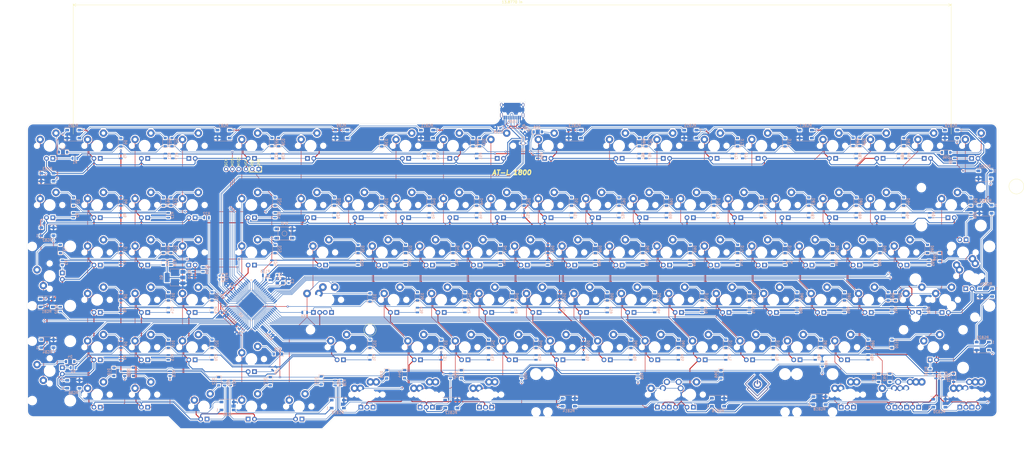
<source format=kicad_pcb>
(kicad_pcb (version 20171130) (host pcbnew "(5.1.5)-3")
  (layers (0 F.Cu signal) (31 B.Cu signal) (34 B.Paste user) (35 F.Paste user) (36 B.SilkS user) (37 F.SilkS user) (38 B.Mask user hide) (39 F.Mask user) (44 Edge.Cuts user))
  (net 0 "")
  (net 1 GND)
  (net 2 XTAL1)
  (net 3 XTAL2)
  (net 4 +5V)
  (net 5 RESET)
  (net 6 D-)
  (net 7 D+)
  (net 8 "Net-(MX_1-Pad4)")
  (net 9 "Net-(MX_2-Pad4)")
  (net 10 "Net-(MX_3-Pad4)")
  (net 11 "Net-(MX_4-Pad4)")
  (net 12 "Net-(MX_5-Pad4)")
  (net 13 "Net-(MX_6-Pad4)")
  (net 14 "Net-(MX_7-Pad4)")
  (net 15 "Net-(MX_8-Pad4)")
  (net 16 "Net-(MX_9-Pad4)")
  (net 17 "Net-(MX_'1-Pad4)")
  (net 18 "Net-(MX_+1-Pad4)")
  (net 19 "Net-(MX_-1-Pad4)")
  (net 20 "Net-(MX_;1-Pad4)")
  (net 21 "Net-(MX_[1-Pad4)")
  (net 22 "Net-(MX_]1-Pad4)")
  (net 23 "Net-(MX_`~1-Pad4)")
  (net 24 "Net-(MX_A1-Pad4)")
  (net 25 "Net-(MX_b1-Pad4)")
  (net 26 "Net-(MX_BkSp1-Pad4)")
  (net 27 "Net-(MX_c1-Pad4)")
  (net 28 "Net-(MX_CapLk1-Pad4)")
  (net 29 "Net-(MX_D1-Pad4)")
  (net 30 "Net-(MX_Delete1-Pad4)")
  (net 31 "Net-(MX_Down1-Pad4)")
  (net 32 "Net-(MX_E1-Pad4)")
  (net 33 "Net-(MX_ENTER1-Pad4)")
  (net 34 "Net-(MX_ESC1-Pad4)")
  (net 35 "Net-(MX_F2-Pad4)")
  (net 36 "Net-(MX_F3-Pad4)")
  (net 37 "Net-(MX_F4-Pad4)")
  (net 38 "Net-(MX_F5-Pad4)")
  (net 39 "Net-(MX_F6-Pad4)")
  (net 40 "Net-(MX_F7-Pad4)")
  (net 41 "Net-(MX_F8-Pad4)")
  (net 42 "Net-(MX_F9-Pad4)")
  (net 43 "Net-(MX_F10-Pad4)")
  (net 44 "Net-(MX_F11-Pad4)")
  (net 45 "Net-(MX_F12-Pad4)")
  (net 46 "Net-(MX_F13-Pad4)")
  (net 47 "Net-(MX_FN1-Pad4)")
  (net 48 "Net-(MX_FN2-Pad4)")
  (net 49 "Net-(MX_FN3-Pad4)")
  (net 50 "Net-(MX_FN4-Pad4)")
  (net 51 "Net-(MX_G1-Pad4)")
  (net 52 "Net-(MX_H1-Pad4)")
  (net 53 "Net-(MX_I1-Pad4)")
  (net 54 "Net-(MX_insert1-Pad4)")
  (net 55 "Net-(MX_J1-Pad4)")
  (net 56 "Net-(MX_K1-Pad4)")
  (net 57 "Net-(MX_L1-Pad4)")
  (net 58 "Net-(MX_Left1-Pad4)")
  (net 59 "Net-(MX_LShift1-Pad4)")
  (net 60 "Net-(MX_num1-Pad4)")
  (net 61 "Net-(MX_num2-Pad4)")
  (net 62 "Net-(MX_num3-Pad4)")
  (net 63 "Net-(MX_num4-Pad4)")
  (net 64 "Net-(MX_num5-Pad4)")
  (net 65 "Net-(MX_num6-Pad4)")
  (net 66 "Net-(MX_num7-Pad4)")
  (net 67 "Net-(MX_num8-Pad4)")
  (net 68 "Net-(MX_num9-Pad4)")
  (net 69 "Net-(MX_num*1-Pad4)")
  (net 70 "Net-(MX_num+1-Pad4)")
  (net 71 "Net-(MX_num-1-Pad4)")
  (net 72 "Net-(MX_num/1-Pad4)")
  (net 73 "Net-(MX_numDel1-Pad4)")
  (net 74 "Net-(MX_numEnter1-Pad4)")
  (net 75 "Net-(MX_O1-Pad4)")
  (net 76 "Net-(MX_P1-Pad4)")
  (net 77 "Net-(MX_PrtSc1-Pad4)")
  (net 78 "Net-(MX_Q1-Pad4)")
  (net 79 "Net-(MX_R1-Pad4)")
  (net 80 "Net-(MX_S1-Pad4)")
  (net 81 "Net-(MX_T1-Pad4)")
  (net 82 "Net-(MX_tab1-Pad4)")
  (net 83 "Net-(MX_U1-Pad4)")
  (net 84 "Net-(MX_up1-Pad4)")
  (net 85 "Net-(MX_v1-Pad4)")
  (net 86 "Net-(MX_W1-Pad4)")
  (net 87 "Net-(MX_x1-Pad4)")
  (net 88 "Net-(MX_Y1-Pad4)")
  (net 89 "Net-(MX_z1-Pad4)")
  (net 90 "Net-(Q1-Pad1)")
  (net 91 LedGND)
  (net 92 "Net-(MX_numLk1-Pad4)")
  (net 93 Row0)
  (net 94 "Net-(D1-Pad2)")
  (net 95 Row1)
  (net 96 "Net-(D2-Pad2)")
  (net 97 Row2)
  (net 98 "Net-(D3-Pad2)")
  (net 99 Row4)
  (net 100 "Net-(D4-Pad2)")
  (net 101 "Net-(D5-Pad2)")
  (net 102 "Net-(D6-Pad2)")
  (net 103 "Net-(D7-Pad2)")
  (net 104 Row3)
  (net 105 "Net-(D8-Pad2)")
  (net 106 "Net-(D9-Pad2)")
  (net 107 Row5)
  (net 108 "Net-(D10-Pad2)")
  (net 109 "Net-(D11-Pad2)")
  (net 110 "Net-(D12-Pad2)")
  (net 111 "Net-(D13-Pad2)")
  (net 112 "Net-(D14-Pad2)")
  (net 113 "Net-(D15-Pad2)")
  (net 114 "Net-(D16-Pad2)")
  (net 115 "Net-(D17-Pad2)")
  (net 116 "Net-(D18-Pad2)")
  (net 117 "Net-(D19-Pad2)")
  (net 118 "Net-(D20-Pad2)")
  (net 119 "Net-(D21-Pad2)")
  (net 120 "Net-(D22-Pad2)")
  (net 121 "Net-(D23-Pad2)")
  (net 122 "Net-(D24-Pad2)")
  (net 123 "Net-(D25-Pad2)")
  (net 124 "Net-(D26-Pad2)")
  (net 125 "Net-(D27-Pad2)")
  (net 126 "Net-(D28-Pad2)")
  (net 127 "Net-(D29-Pad2)")
  (net 128 "Net-(D30-Pad2)")
  (net 129 "Net-(D31-Pad2)")
  (net 130 "Net-(D32-Pad2)")
  (net 131 "Net-(D33-Pad2)")
  (net 132 "Net-(D35-Pad2)")
  (net 133 "Net-(D36-Pad2)")
  (net 134 "Net-(D37-Pad2)")
  (net 135 "Net-(D38-Pad2)")
  (net 136 "Net-(D39-Pad2)")
  (net 137 "Net-(D40-Pad2)")
  (net 138 "Net-(D41-Pad2)")
  (net 139 "Net-(D42-Pad2)")
  (net 140 "Net-(D43-Pad2)")
  (net 141 "Net-(D44-Pad2)")
  (net 142 "Net-(D45-Pad2)")
  (net 143 "Net-(D46-Pad2)")
  (net 144 "Net-(D47-Pad2)")
  (net 145 "Net-(D48-Pad2)")
  (net 146 "Net-(D49-Pad2)")
  (net 147 "Net-(D50-Pad2)")
  (net 148 "Net-(D51-Pad2)")
  (net 149 "Net-(D52-Pad2)")
  (net 150 "Net-(D53-Pad2)")
  (net 151 "Net-(D54-Pad2)")
  (net 152 "Net-(D55-Pad2)")
  (net 153 "Net-(D56-Pad2)")
  (net 154 "Net-(D57-Pad2)")
  (net 155 "Net-(D58-Pad2)")
  (net 156 "Net-(D59-Pad2)")
  (net 157 "Net-(D60-Pad2)")
  (net 158 "Net-(D61-Pad2)")
  (net 159 "Net-(D62-Pad2)")
  (net 160 "Net-(D63-Pad2)")
  (net 161 "Net-(D64-Pad2)")
  (net 162 "Net-(D65-Pad2)")
  (net 163 "Net-(D66-Pad2)")
  (net 164 "Net-(D67-Pad2)")
  (net 165 "Net-(D68-Pad2)")
  (net 166 "Net-(D69-Pad2)")
  (net 167 "Net-(D70-Pad2)")
  (net 168 "Net-(D71-Pad2)")
  (net 169 "Net-(D72-Pad2)")
  (net 170 "Net-(D73-Pad2)")
  (net 171 "Net-(D74-Pad2)")
  (net 172 "Net-(D75-Pad2)")
  (net 173 "Net-(D76-Pad2)")
  (net 174 "Net-(D77-Pad2)")
  (net 175 "Net-(D78-Pad2)")
  (net 176 "Net-(D79-Pad2)")
  (net 177 "Net-(D80-Pad2)")
  (net 178 "Net-(D81-Pad2)")
  (net 179 "Net-(D82-Pad2)")
  (net 180 "Net-(D83-Pad2)")
  (net 181 "Net-(D84-Pad2)")
  (net 182 "Net-(D85-Pad2)")
  (net 183 "Net-(D86-Pad2)")
  (net 184 "Net-(D87-Pad2)")
  (net 185 "Net-(D88-Pad2)")
  (net 186 "Net-(D89-Pad2)")
  (net 187 "Net-(D90-Pad2)")
  (net 188 "Net-(D91-Pad2)")
  (net 189 "Net-(D92-Pad2)")
  (net 190 "Net-(D93-Pad2)")
  (net 191 "Net-(D94-Pad2)")
  (net 192 "Net-(D95-Pad2)")
  (net 193 "Net-(D96-Pad2)")
  (net 194 "Net-(D97-Pad2)")
  (net 195 "Net-(D98-Pad2)")
  (net 196 "Net-(D99-Pad2)")
  (net 197 "Net-(D100-Pad2)")
  (net 198 "Net-(D101-Pad2)")
  (net 199 LedRGB)
  (net 200 Col15)
  (net 201 Col6)
  (net 202 Col7)
  (net 203 Col8)
  (net 204 Col9)
  (net 205 Col10)
  (net 206 Col11)
  (net 207 Col12)
  (net 208 Col13)
  (net 209 Col14)
  (net 210 Col16)
  (net 211 Col17)
  (net 212 Col5)
  (net 213 "Net-(MX_ALT1-Pad4)")
  (net 214 Col18)
  (net 215 Col4)
  (net 216 Col0)
  (net 217 Col1)
  (net 218 Col2)
  (net 219 Col3)
  (net 220 "Net-(MX_LControl1-Pad4)")
  (net 221 "Net-(MX_LWin1-Pad4)")
  (net 222 "Net-(MX_RAlt1-Pad4)")
  (net 223 "Net-(MX_RAlt4-Pad4)")
  (net 224 "Net-(MX_RControl1-Pad4)")
  (net 225 "Net-(MX_right1-Pad4)")
  (net 226 "Net-(MX_SpaceBar1-Pad4)")
  (net 227 NumLed)
  (net 228 CapLed)
  (net 229 "Net-(R107-Pad2)")
  (net 230 "Net-(R109-Pad2)")
  (net 231 "Net-(U2-Pad2)")
  (net 232 "Net-(U2-Pad14)")
  (net 233 "Net-(U2-Pad27)")
  (net 234 "Net-(U2-Pad44)")
  (net 235 "Net-(U2-Pad45)")
  (net 236 "Net-(U2-Pad49)")
  (net 237 "Net-(U2-Pad54)")
  (net 238 "Net-(U2-Pad55)")
  (net 239 "Net-(U2-Pad62)")
  (net 240 "Net-(MX_ENTER2-Pad4)")
  (net 241 "Net-(C1-Pad1)")
  (net 242 "Net-(D34-Pad2)")
  (net 243 "Net-(MX_10-Pad4)")
  (net 244 "Net-(MX_/?/1-Pad4)")
  (net 245 "Net-(MX_<1-Pad4)")
  (net 246 "Net-(MX_>1-Pad4)")
  (net 247 "Net-(MX_F1-Pad4)")
  (net 248 "Net-(MX_m1-Pad4)")
  (net 249 "Net-(MX_n1-Pad4)")
  (net 250 "Net-(MX_num10-Pad4)")
  (net 251 "Net-(MX_RShift1-Pad4)")
  (net 252 "Net-(R102-Pad2)")
  (net 253 "Net-(R104-Pad1)")
  (net 254 "Net-(R105-Pad2)")
  (net 255 "Net-(R106-Pad2)")
  (net 256 "Net-(R108-Pad2)")
  (net 257 "Net-(RGB1-Pad2)")
  (net 258 "Net-(RGB2-Pad2)")
  (net 259 "Net-(RGB3-Pad2)")
  (net 260 "Net-(RGB4-Pad4)")
  (net 261 "Net-(RGB5-Pad2)")
  (net 262 "Net-(RGB6-Pad4)")
  (net 263 "Net-(RGB7-Pad2)")
  (net 264 "Net-(RGB10-Pad2)")
  (net 265 "Net-(RGB11-Pad4)")
  (net 266 "Net-(RGB10-Pad4)")
  (net 267 "Net-(RGB11-Pad2)")
  (net 268 "Net-(RGB12-Pad4)")
  (net 269 "Net-(RGB13-Pad2)")
  (net 270 "Net-(RGB14-Pad4)")
  (net 271 "Net-(RGB15-Pad2)")
  (net 272 "Net-(RGB16-Pad4)")
  (net 273 "Net-(RGB17-Pad2)")
  (net 274 "Net-(RGB18-Pad4)")
  (net 275 "Net-(RGB19-Pad2)")
  (net 276 "Net-(RGB20-Pad4)")
  (net 277 "Net-(RGB21-Pad2)")
  (net 278 "Net-(RGB22-Pad2)")
  (net 279 "Net-(RGB23-Pad4)")
  (net 280 "Net-(U2-Pad25)")
  (net 281 "Net-(U2-Pad26)")
  (net 282 "Net-(U2-Pad17)")
  (net 283 "Net-(U2-Pad18)")
  (net 284 "Net-(U2-Pad19)")
  (net 285 "Net-(U2-Pad61)")
  (net 286 "Net-(U2-Pad9)")
  (net 287 "Net-(U2-Pad10)")
  (net 288 "Net-(U2-Pad48)")
  (net 289 SCK)
  (module LED_SMD:LED_WS2812B_PLCC4_5.0x5.0mm_P3.2mm (layer B.Cu) (at 344.41892 125.79604)
    (fp_text reference RGB18 (at 0 3.5) (layer B.SilkS) (effects (justify mirror)))
    (fp_text value WS2812B)
    (fp_text user 1 (at -4.15 1.6) (layer B.SilkS) (effects (justify mirror)))
    (pad 1 smd rect (at -2.45 1.6) (size 1.5 1) (layers B.Cu B.Paste B.Mask) (net 4 +5V))
    (pad 2 smd rect (at -2.45 -1.6) (size 1.5 1) (layers B.Cu B.Paste B.Mask) (net 272 "Net-(RGB16-Pad4)"))
    (pad 4 smd rect (at 2.45 1.6) (size 1.5 1) (layers B.Cu B.Paste B.Mask) (net 274 "Net-(RGB18-Pad4)"))
    (pad 3 smd rect (at 2.45 -1.6) (size 1.5 1) (layers B.Cu B.Paste B.Mask) (net 1 GND))
  )
  (module MX_Only_v2:MXOnly-1U (layer F.Cu) (at 116.269 66.231)
    (fp_text reference MX_Delete1)
    (fp_text value 1U)
    (pad "" np_thru_hole circle (at 5.08 0 48.0996) (size 1.75 1.75) (drill 1.75) (layers *.Cu *.Mask))
    (pad "" np_thru_hole circle (at -5.08 0 48.0996) (size 1.75 1.75) (drill 1.75) (layers *.Cu *.Mask))
    (pad 4 thru_hole rect (at 1.27 5.08) (size 1.905 1.905) (drill 1.04) (layers *.Cu *.Mask) (net 30 "Net-(MX_Delete1-Pad4)"))
    (pad 3 thru_hole circle (at -1.27 5.08) (size 1.905 1.905) (drill 1.04) (layers *.Cu *.Mask) (net 4 +5V))
    (pad 1 thru_hole circle (at -3.81 -2.54) (size 3 3) (drill 1.47) (layers *.Cu *.Mask) (net 215 Col4))
    (pad "" np_thru_hole circle (at 0 0) (size 3.9878 3.9878) (drill 3.9878) (layers *.Cu *.Mask))
    (pad 2 thru_hole circle (at 2.54 -5.08) (size 3 3) (drill 1.47) (layers *.Cu *.Mask) (net 123 "Net-(D25-Pad2)"))
  )
  (module MX_Only_v2:MXOnly-1U (layer F.Cu) (at 116.269 47.181)
    (fp_text reference MX_insert1)
    (fp_text value 1U)
    (pad "" np_thru_hole circle (at 5.08 0 48.0996) (size 1.75 1.75) (drill 1.75) (layers *.Cu *.Mask))
    (pad "" np_thru_hole circle (at -5.08 0 48.0996) (size 1.75 1.75) (drill 1.75) (layers *.Cu *.Mask))
    (pad 4 thru_hole rect (at 1.27 5.08) (size 1.905 1.905) (drill 1.04) (layers *.Cu *.Mask) (net 54 "Net-(MX_insert1-Pad4)"))
    (pad 3 thru_hole circle (at -1.27 5.08) (size 1.905 1.905) (drill 1.04) (layers *.Cu *.Mask) (net 4 +5V))
    (pad 1 thru_hole circle (at -3.81 -2.54) (size 3 3) (drill 1.47) (layers *.Cu *.Mask) (net 215 Col4))
    (pad "" np_thru_hole circle (at 0 0) (size 3.9878 3.9878) (drill 3.9878) (layers *.Cu *.Mask))
    (pad 2 thru_hole circle (at 2.54 -5.08) (size 3 3) (drill 1.47) (layers *.Cu *.Mask) (net 122 "Net-(D24-Pad2)"))
  )
  (module LED_SMD:LED_WS2812B_PLCC4_5.0x5.0mm_P3.2mm (layer B.Cu) (at 34.12744 86.5378)
    (fp_text reference RGB1 (at 0 3.5) (layer B.SilkS) (effects (justify mirror)))
    (fp_text value WS2812B)
    (fp_text user 1 (at -4.15 1.6) (layer B.SilkS) (effects (justify mirror)))
    (pad 1 smd rect (at -2.45 1.6) (size 1.5 1) (layers B.Cu B.Paste B.Mask) (net 4 +5V))
    (pad 2 smd rect (at -2.45 -1.6) (size 1.5 1) (layers B.Cu B.Paste B.Mask) (net 257 "Net-(RGB1-Pad2)"))
    (pad 4 smd rect (at 2.45 1.6) (size 1.5 1) (layers B.Cu B.Paste B.Mask) (net 199 LedRGB))
    (pad 3 smd rect (at 2.45 -1.6) (size 1.5 1) (layers B.Cu B.Paste B.Mask) (net 1 GND))
  )
  (module MX_Only_v2:sanpjxlogo (layer F.Cu) (at 319.48628 120.38584)
    (fp_text reference LOGO1 hide)
    (fp_text value Logo_Open_Hardware_Large hide)
    (fp_poly (pts (xy 0.048713 -2.960956) (xy 0.09062 -2.949497) (xy 0.10188 -2.944937) (xy 0.145014 -2.920317) (xy 0.183513 -2.887434) (xy 0.2154 -2.848461) (xy 0.238699 -2.805573) (xy 0.245377 -2.787145) (xy 0.247108 -2.781309) (xy 0.248656 -2.775201) (xy 0.25003 -2.768182) (xy 0.251241 -2.759614) (xy 0.252299 -2.748857) (xy 0.253213 -2.735273) (xy 0.253995 -2.718222) (xy 0.254654 -2.697066) (xy 0.255201 -2.671165) (xy 0.255645 -2.63988) (xy 0.255996 -2.602573) (xy 0.256265 -2.558605) (xy 0.256463 -2.507336) (xy 0.256598 -2.448127) (xy 0.256682 -2.38034) (xy 0.256723 -2.303336) (xy 0.256734 -2.216474) (xy 0.256723 -2.119118) (xy 0.256714 -2.07278) (xy 0.256643 -1.964031) (xy 0.256479 -1.863335) (xy 0.256224 -1.77102) (xy 0.255881 -1.687409) (xy 0.255453 -1.612828) (xy 0.254943 -1.547601) (xy 0.254352 -1.492054) (xy 0.253684 -1.44651) (xy 0.252942 -1.411296) (xy 0.252127 -1.386735) (xy 0.251244 -1.373154) (xy 0.250924 -1.371078) (xy 0.237252 -1.330297) (xy 0.215071 -1.292034) (xy 0.186967 -1.258005) (xy 0.15574 -1.227941) (xy 0.125268 -1.20628) (xy 0.092129 -1.190798) (xy 0.074593 -1.185004) (xy 0.041788 -1.178538) (xy 0.004008 -1.176153) (xy -0.034106 -1.177799) (xy -0.067908 -1.18343) (xy -0.078688 -1.186614) (xy -0.12584 -1.208747) (xy -0.167474 -1.239925) (xy -0.202314 -1.278599) (xy -0.229079 -1.323217) (xy -0.24649 -1.372228) (xy -0.250972 -1.395573) (xy -0.251861 -1.407668) (xy -0.252675 -1.430256) (xy -0.253414 -1.462423) (xy -0.254078 -1.503254) (xy -0.254667 -1.551835) (xy -0.255181 -1.607252) (xy -0.255621 -1.66859) (xy -0.255986 -1.734935) (xy -0.256277 -1.805372) (xy -0.256493 -1.878988) (xy -0.256635 -1.954868) (xy -0.256702 -2.032098) (xy -0.256695 -2.109763) (xy -0.256614 -2.186948) (xy -0.256459 -2.262741) (xy -0.25623 -2.336225) (xy -0.255926 -2.406488) (xy -0.255549 -2.472614) (xy -0.255097 -2.533689) (xy -0.254572 -2.588799) (xy -0.253973 -2.63703) (xy -0.2533 -2.677467) (xy -0.252554 -2.709196) (xy -0.251734 -2.731302) (xy -0.250877 -2.742629) (xy -0.237932 -2.794104) (xy -0.215219 -2.841069) (xy -0.183889 -2.882346) (xy -0.145095 -2.916753) (xy -0.099989 -2.943111) (xy -0.049721 -2.96024) (xy -0.035743 -2.963072) (xy 0.004926 -2.9657) (xy 0.048713 -2.960956)) (layer B.Cu) (width 0.01))
    (fp_poly (pts (xy 0.829658 -2.444898) (xy 0.877834 -2.427656) (xy 0.902924 -2.413386) (xy 0.934037 -2.391816) (xy 0.969634 -2.364199) (xy 1.008176 -2.331788) (xy 1.048124 -2.295834) (xy 1.087941 -2.257593) (xy 1.093329 -2.252215) (xy 1.163265 -2.178206) (xy 1.224599 -2.104513) (xy 1.279435 -2.028211) (xy 1.329873 -1.946373) (xy 1.378015 -1.856073) (xy 1.378432 -1.855238) (xy 1.43154 -1.736118) (xy 1.47401 -1.613394) (xy 1.505767 -1.487787) (xy 1.526735 -1.360021) (xy 1.53684 -1.230818) (xy 1.536006 -1.100902) (xy 1.524158 -0.970994) (xy 1.501222 -0.841818) (xy 1.488932 -0.790539) (xy 1.457633 -0.687179) (xy 1.416972 -0.582072) (xy 1.368194 -0.477696) (xy 1.312543 -0.376526) (xy 1.251263 -0.281041) (xy 1.195107 -0.205483) (xy 1.168196 -0.173683) (xy 1.134836 -0.137206) (xy 1.097487 -0.09851) (xy 1.05861 -0.060056) (xy 1.020665 -0.024304) (xy 0.986111 0.006285) (xy 0.970337 0.019306) (xy 0.877567 0.087486) (xy 0.777647 0.14997) (xy 0.672616 0.205787) (xy 0.564513 0.253967) (xy 0.455376 0.293541) (xy 0.347244 0.323538) (xy 0.316786 0.330221) (xy 0.239015 0.343845) (xy 0.15639 0.354007) (xy 0.072449 0.36046) (xy -0.009275 0.362961) (xy -0.085244 0.361264) (xy -0.108923 0.359704) (xy -0.229204 0.345638) (xy -0.346674 0.322281) (xy -0.460995 0.290175) (xy -0.585613 0.244511) (xy -0.704339 0.189302) (xy -0.816795 0.124998) (xy -0.922603 0.052049) (xy -1.021383 -0.029092) (xy -1.112757 -0.117975) (xy -1.196346 -0.214151) (xy -1.271773 -0.317167) (xy -1.338657 -0.426573) (xy -1.396622 -0.541918) (xy -1.445288 -0.662752) (xy -1.484276 -0.788624) (xy -1.513209 -0.919083) (xy -1.52199 -0.973191) (xy -1.526585 -1.014622) (xy -1.529834 -1.064535) (xy -1.531736 -1.120074) (xy -1.53229 -1.178385) (xy -1.531495 -1.236612) (xy -1.529352 -1.291901) (xy -1.525858 -1.341396) (xy -1.522084 -1.374954) (xy -1.498175 -1.506671) (xy -1.463645 -1.634811) (xy -1.418727 -1.758817) (xy -1.363656 -1.87813) (xy -1.298664 -1.992193) (xy -1.223987 -2.100449) (xy -1.210825 -2.117618) (xy -1.179244 -2.156045) (xy -1.14299 -2.196489) (xy -1.103514 -2.237614) (xy -1.062265 -2.278085) (xy -1.020694 -2.316566) (xy -0.980251 -2.351721) (xy -0.942385 -2.382215) (xy -0.908546 -2.406712) (xy -0.880185 -2.423877) (xy -0.876158 -2.425899) (xy -0.826508 -2.443864) (xy -0.775006 -2.451247) (xy -0.723396 -2.448223) (xy -0.67342 -2.434965) (xy -0.62682 -2.411644) (xy -0.609348 -2.399409) (xy -0.584819 -2.376243) (xy -0.56072 -2.345907) (xy -0.539841 -2.312396) (xy -0.524974 -2.279709) (xy -0.524191 -2.277438) (xy -0.513904 -2.229968) (xy -0.513058 -2.17961) (xy -0.521259 -2.12927) (xy -0.538116 -2.081859) (xy -0.5546 -2.052354) (xy -0.567613 -2.036054) (xy -0.586522 -2.016433) (xy -0.60798 -1.996877) (xy -0.616096 -1.990174) (xy -0.648585 -1.962562) (xy -0.68455 -1.929234) (xy -0.72181 -1.892445) (xy -0.758188 -1.854451) (xy -0.791506 -1.817508) (xy -0.819585 -1.78387) (xy -0.834792 -1.76373) (xy -0.882933 -1.688087) (xy -0.925787 -1.604891) (xy -0.961999 -1.517307) (xy -0.990215 -1.428497) (xy -1.004536 -1.367033) (xy -1.012232 -1.317039) (xy -1.017605 -1.259759) (xy -1.020506 -1.199112) (xy -1.020784 -1.139019) (xy -1.018289 -1.083399) (xy -1.016237 -1.061013) (xy -0.999074 -0.956233) (xy -0.971052 -0.854266) (xy -0.932534 -0.755844) (xy -0.883886 -0.661702) (xy -0.825472 -0.572575) (xy -0.757657 -0.489195) (xy -0.705025 -0.43487) (xy -0.62685 -0.367421) (xy -0.54106 -0.307603) (xy -0.449154 -0.256173) (xy -0.352632 -0.21389) (xy -0.252994 -0.181513) (xy -0.165529 -0.162094) (xy -0.131132 -0.157574) (xy -0.088775 -0.154273) (xy -0.041449 -0.15222) (xy 0.007852 -0.151446) (xy 0.056136 -0.15198) (xy 0.100411 -0.153851) (xy 0.137684 -0.157088) (xy 0.151258 -0.15898) (xy 0.258108 -0.181893) (xy 0.360774 -0.21499) (xy 0.458598 -0.257837) (xy 0.550922 -0.309997) (xy 0.637087 -0.371035) (xy 0.716435 -0.440517) (xy 0.788308 -0.518006) (xy 0.852046 -0.603068) (xy 0.873469 -0.636427) (xy 0.893172 -0.670862) (xy 0.914469 -0.712077) (xy 0.935549 -0.756238) (xy 0.954599 -0.79951) (xy 0.969809 -0.838057) (xy 0.973086 -0.847342) (xy 1.001528 -0.948101) (xy 1.01916 -1.051135) (xy 1.02609 -1.155389) (xy 1.022424 -1.259803) (xy 1.008271 -1.363322) (xy 0.983739 -1.464886) (xy 0.948934 -1.56344) (xy 0.903966 -1.657924) (xy 0.887566 -1.686925) (xy 0.841674 -1.758785) (xy 0.791924 -1.824159) (xy 0.736129 -1.885591) (xy 0.672101 -1.945626) (xy 0.646058 -1.967852) (xy 0.621092 -1.989397) (xy 0.597637 -2.01093) (xy 0.577963 -2.030278) (xy 0.564341 -2.045269) (xy 0.562012 -2.048265) (xy 0.539316 -2.087818) (xy 0.523794 -2.133192) (xy 0.516104 -2.181025) (xy 0.516905 -2.227952) (xy 0.52167 -2.254016) (xy 0.539961 -2.304624) (xy 0.56653 -2.34881) (xy 0.600123 -2.385965) (xy 0.63949 -2.415477) (xy 0.683379 -2.436736) (xy 0.730538 -2.449133) (xy 0.779715 -2.452057) (xy 0.829658 -2.444898)) (layer F.Cu) (width 0.01))
    (fp_poly (pts (xy -1.23727 -5.032098) (xy -1.204677 -5.020972) (xy -1.176609 -5.001216) (xy -1.162681 -4.98507) (xy -1.149409 -4.95773) (xy -1.142817 -4.925357) (xy -1.143574 -4.89262) (xy -1.14717 -4.876765) (xy -1.148837 -4.873847) (xy -1.152789 -4.868711) (xy -1.15923 -4.861151) (xy -1.168363 -4.850962) (xy -1.180393 -4.837938) (xy -1.195523 -4.821873) (xy -1.213957 -4.802562) (xy -1.235899 -4.779798) (xy -1.261553 -4.753376) (xy -1.291123 -4.723091) (xy -1.324813 -4.688736) (xy -1.362827 -4.650105) (xy -1.405369 -4.606994) (xy -1.452643 -4.559195) (xy -1.504852 -4.506505) (xy -1.562201 -4.448716) (xy -1.624893 -4.385623) (xy -1.693133 -4.31702) (xy -1.767124 -4.242702) (xy -1.84707 -4.162462) (xy -1.933176 -4.076096) (xy -2.025645 -3.983397) (xy -2.124681 -3.884159) (xy -2.230488 -3.778177) (xy -2.34327 -3.665246) (xy -2.463231 -3.545158) (xy -2.590575 -3.41771) (xy -2.725506 -3.282694) (xy -2.868227 -3.139905) (xy -2.930153 -3.077955) (xy -4.706113 -1.301372) (xy 0.002857 3.407598) (xy 2.357347 1.053103) (xy 4.711836 -1.301392) (xy 2.938663 -3.075111) (xy 2.819349 -3.194484) (xy 2.702048 -3.311884) (xy 2.58702 -3.427052) (xy 2.474525 -3.539726) (xy 2.364823 -3.649643) (xy 2.258173 -3.756544) (xy 2.154835 -3.860167) (xy 2.055069 -3.96025) (xy 1.959136 -4.056533) (xy 1.867294 -4.148754) (xy 1.779804 -4.236651) (xy 1.696925 -4.319964) (xy 1.618917 -4.39843) (xy 1.54604 -4.47179) (xy 1.478555 -4.539781) (xy 1.41672 -4.602143) (xy 1.360795 -4.658613) (xy 1.31104 -4.708931) (xy 1.267716 -4.752835) (xy 1.231082 -4.790065) (xy 1.201397 -4.820358) (xy 1.178922 -4.843454) (xy 1.163917 -4.859091) (xy 1.15664 -4.867008) (xy 1.155977 -4.867887) (xy 1.147304 -4.897092) (xy 1.147257 -4.929513) (xy 1.155171 -4.961733) (xy 1.17038 -4.990333) (xy 1.182477 -5.004098) (xy 1.209595 -5.022074) (xy 1.241904 -5.032043) (xy 1.276011 -5.033521) (xy 1.30852 -5.026024) (xy 1.315287 -5.023041) (xy 1.320727 -5.018665) (xy 1.332836 -5.007566) (xy 1.351676 -4.989679) (xy 1.377312 -4.964942) (xy 1.409809 -4.93329) (xy 1.449231 -4.894659) (xy 1.49564 -4.848987) (xy 1.549103 -4.796209) (xy 1.609682 -4.736261) (xy 1.677442 -4.669081) (xy 1.752447 -4.594604) (xy 1.834761 -4.512766) (xy 1.924448 -4.423503) (xy 2.021572 -4.326753) (xy 2.126198 -4.222452) (xy 2.238389 -4.110535) (xy 2.358209 -3.990938) (xy 2.485723 -3.863599) (xy 2.620995 -3.728454) (xy 2.764088 -3.585439) (xy 2.915068 -3.434489) (xy 3.073997 -3.275542) (xy 3.162974 -3.186536) (xy 4.987454 -1.361325) (xy 4.994341 -1.331359) (xy 4.998226 -1.306672) (xy 4.996831 -1.283928) (xy 4.994314 -1.271427) (xy 4.993284 -1.267275) (xy 4.991902 -1.263066) (xy 4.98978 -1.258397) (xy 4.986533 -1.252866) (xy 4.981773 -1.246074) (xy 4.975115 -1.237617) (xy 4.966172 -1.227094) (xy 4.954558 -1.214105) (xy 4.939886 -1.198246) (xy 4.921771 -1.179118) (xy 4.899824 -1.156318) (xy 4.873661 -1.129444) (xy 4.842895 -1.098096) (xy 4.807139 -1.061871) (xy 4.766007 -1.020369) (xy 4.719113 -0.973188) (xy 4.66607 -0.919925) (xy 4.606491 -0.860181) (xy 4.539991 -0.793552) (xy 4.466183 -0.719638) (xy 4.387377 -0.640737) (xy 3.787353 -0.040013) (xy 4.093303 0.266814) (xy 4.150371 0.324067) (xy 4.199908 0.373837) (xy 4.242459 0.416707) (xy 4.27857 0.453259) (xy 4.308788 0.484079) (xy 4.333657 0.50975) (xy 4.353724 0.530855) (xy 4.369534 0.547978) (xy 4.381632 0.561703) (xy 4.390565 0.572613) (xy 4.396878 0.581293) (xy 4.401117 0.588324) (xy 4.403827 0.594292) (xy 4.405555 0.59978) (xy 4.4059 0.601155) (xy 4.409542 0.635559) (xy 4.404414 0.668436) (xy 4.398228 0.683894) (xy 4.393816 0.688702) (xy 4.381566 0.701345) (xy 4.36171 0.721587) (xy 4.334485 0.749195) (xy 4.300124 0.783931) (xy 4.258863 0.82556) (xy 4.210936 0.873848) (xy 4.156577 0.928559) (xy 4.096021 0.989458) (xy 4.029504 1.056308) (xy 3.957258 1.128875) (xy 3.87952 1.206924) (xy 3.796523 1.290218) (xy 3.708502 1.378523) (xy 3.615693 1.471603) (xy 3.518329 1.569223) (xy 3.416645 1.671148) (xy 3.310875 1.777141) (xy 3.201255 1.886968) (xy 3.088019 2.000394) (xy 2.971402 2.117182) (xy 2.851637 2.237098) (xy 2.728961 2.359906) (xy 2.603607 2.485371) (xy 2.47581 2.613257) (xy 2.345804 2.74333) (xy 2.231418 2.857755) (xy 2.056204 3.032999) (xy 1.88896 3.200236) (xy 1.729602 3.35955) (xy 1.578048 3.511023) (xy 1.434213 3.654739) (xy 1.298013 3.790782) (xy 1.169365 3.919234) (xy 1.048185 4.04018) (xy 0.934389 4.153701) (xy 0.827894 4.259882) (xy 0.728616 4.358806) (xy 0.636471 4.450557) (xy 0.551374 4.535216) (xy 0.473244 4.612868) (xy 0.401995 4.683597) (xy 0.337545 4.747484) (xy 0.279809 4.804615) (xy 0.228703 4.855071) (xy 0.184144 4.898936) (xy 0.146049 4.936294) (xy 0.114333 4.967227) (xy 0.088912 4.99182) (xy 0.069704 5.010155) (xy 0.056624 5.022315) (xy 0.049588 5.028385) (xy 0.048516 5.029096) (xy 0.01671 5.038026) (xy -0.018761 5.037585) (xy -0.039956 5.032942) (xy -0.043022 5.030961) (xy -0.04917 5.025847) (xy -0.058573 5.017427) (xy -0.071403 5.00553) (xy -0.087834 4.989985) (xy -0.108038 4.970619) (xy -0.132188 4.947261) (xy -0.160456 4.919739) (xy -0.193017 4.887882) (xy -0.230042 4.851518) (xy -0.271705 4.810475) (xy -0.318178 4.764582) (xy -0.369635 4.713668) (xy -0.426247 4.65756) (xy -0.488188 4.596087) (xy -0.555631 4.529077) (xy -0.628749 4.456359) (xy -0.707714 4.37776) (xy -0.792699 4.293111) (xy -0.883878 4.202238) (xy -0.981422 4.10497) (xy -1.085505 4.001136) (xy -1.1963 3.890563) (xy -1.31398 3.773081) (xy -1.438717 3.648518) (xy -1.570684 3.516701) (xy -1.710054 3.37746) (xy -1.857 3.230623) (xy -2.011695 3.076018) (xy -2.144754 2.943019) (xy -2.277802 2.810005) (xy -2.408463 2.679341) (xy -2.53651 2.551253) (xy -2.661715 2.425969) (xy -2.783854 2.303718) (xy -2.902697 2.184727) (xy -3.01802 2.069224) (xy -3.129594 1.957436) (xy -3.237194 1.849592) (xy -3.340592 1.74592) (xy -3.439561 1.646646) (xy -3.533875 1.551999) (xy -3.623306 1.462207) (xy -3.707629 1.377498) (xy -3.786615 1.298098) (xy -3.860039 1.224237) (xy -3.927674 1.156142) (xy -3.989292 1.094041) (xy -4.044667 1.038161) (xy -4.093572 0.988731) (xy -4.13578 0.945977) (xy -4.171065 0.910129) (xy -4.199199 0.881413) (xy -4.219956 0.860058) (xy -4.233109 0.846291) (xy -4.238431 0.840341) (xy -4.23852 0.840192) (xy -4.249705 0.805418) (xy -4.249768 0.787691) (xy -3.964102 0.787691) (xy -1.983478 2.768413) (xy -1.857419 2.894463) (xy -1.733374 3.018468) (xy -1.611586 3.140185) (xy -1.492302 3.25937) (xy -1.375766 3.375779) (xy -1.262222 3.489169) (xy -1.151916 3.599294) (xy -1.045092 3.705913) (xy -0.941995 3.80878) (xy -0.84287 3.907652) (xy -0.747962 4.002285) (xy -0.657515 4.092436) (xy -0.571773 4.177859) (xy -0.490983 4.258313) (xy -0.415389 4.333552) (xy -0.345235 4.403333) (xy -0.280766 4.467412) (xy -0.222228 4.525546) (xy -0.169864 4.577489) (xy -0.12392 4.623) (xy -0.08464 4.661833) (xy -0.052269 4.693745) (xy -0.027053 4.718492) (xy -0.009235 4.73583) (xy 0.000939 4.745515) (xy 0.003402 4.747613) (xy 0.007788 4.743517) (xy 0.019999 4.731582) (xy 0.039794 4.712047) (xy 0.066933 4.685152) (xy 0.101177 4.651136) (xy 0.142285 4.61024) (xy 0.190017 4.562704) (xy 0.244134 4.508768) (xy 0.304394 4.44867) (xy 0.370558 4.382652) (xy 0.442386 4.310952) (xy 0.519637 4.233812) (xy 0.602073 4.15147) (xy 0.689451 4.064167) (xy 0.781533 3.972142) (xy 0.878079 3.875636) (xy 0.978848 3.774887) (xy 1.083599 3.670137) (xy 1.192094 3.561625) (xy 1.304092 3.44959) (xy 1.419353 3.334273) (xy 1.537637 3.215913) (xy 1.658703 3.09475) (xy 1.782312 2.971025) (xy 1.908223 2.844977) (xy 2.036197 2.716845) (xy 2.064996 2.688008) (xy 4.120334 0.629927) (xy 3.869549 0.379191) (xy 3.618765 0.128455) (xy 1.845056 1.901967) (xy 1.689208 2.05778) (xy 1.541292 2.205623) (xy 1.401189 2.345615) (xy 1.268778 2.477876) (xy 1.143938 2.602527) (xy 1.026549 2.719687) (xy 0.916489 2.829477) (xy 0.813638 2.932015) (xy 0.717876 3.027421) (xy 0.629081 3.115817) (xy 0.547133 3.197321) (xy 0.471911 3.272053) (xy 0.403295 3.340134) (xy 0.341163 3.401683) (xy 0.285395 3.45682) (xy 0.23587 3.505664) (xy 0.192468 3.548337) (xy 0.155068 3.584957) (xy 0.123549 3.615644) (xy 0.09779 3.640519) (xy 0.07767 3.659701) (xy 0.06307 3.673311) (xy 0.053868 3.681467) (xy 0.050127 3.684234) (xy 0.025811 3.690576) (xy -0.002809 3.692753) (xy -0.0301 3.690597) (xy -0.043865 3.687018) (xy -0.049055 3.682571) (xy -0.06208 3.670273) (xy -0.082712 3.650349) (xy -0.110721 3.623029) (xy -0.145877 3.58854) (xy -0.187953 3.54711) (xy -0.236719 3.498966) (xy -0.291945 3.444336) (xy -0.353403 3.383447) (xy -0.420863 3.316528) (xy -0.494097 3.243807) (xy -0.572875 3.16551) (xy -0.656969 3.081865) (xy -0.746148 2.993101) (xy -0.840185 2.899445) (xy -0.93885 2.801125) (xy -1.041914 2.698367) (xy -1.149148 2.591401) (xy -1.260322 2.480454) (xy -1.375208 2.365753) (xy -1.493577 2.247527) (xy -1.615199 2.126002) (xy -1.739845 2.001407) (xy -1.759452 1.981804) (xy -3.458972 0.282561) (xy -3.964102 0.787691) (xy -4.249768 0.787691) (xy -4.24983 0.770385) (xy -4.246577 0.754877) (xy -4.244784 0.749372) (xy -4.241951 0.743314) (xy -4.237531 0.73612) (xy -4.23098 0.72721) (xy -4.221753 0.716003) (xy -4.209305 0.701916) (xy -4.193091 0.68437) (xy -4.172565 0.662783) (xy -4.147183 0.636573) (xy -4.1164 0.605159) (xy -4.07967 0.567961) (xy -4.036448 0.524396) (xy -3.98619 0.473884) (xy -3.933392 0.420899) (xy -3.62748 0.114045) (xy -4.302174 -0.560854) (xy -4.398032 -0.656794) (xy -4.485942 -0.744893) (xy -4.56608 -0.825329) (xy -4.638621 -0.89828) (xy -4.703739 -0.963926) (xy -4.761612 -1.022444) (xy -4.812413 -1.074014) (xy -4.856319 -1.118815) (xy -4.893506 -1.157024) (xy -4.924147 -1.188821) (xy -4.94842 -1.214385) (xy -4.966498 -1.233894) (xy -4.978559 -1.247526) (xy -4.984777 -1.255461) (xy -4.985625 -1.256974) (xy -4.993373 -1.289633) (xy -4.991683 -1.323946) (xy -4.983416 -1.34991) (xy -4.978534 -1.355777) (xy -4.965877 -1.369377) (xy -4.945757 -1.390397) (xy -4.918484 -1.418527) (xy -4.884372 -1.453455) (xy -4.84373 -1.494869) (xy -4.796871 -1.542458) (xy -4.744107 -1.595911) (xy -4.685749 -1.654916) (xy -4.622108 -1.719162) (xy -4.553497 -1.788338) (xy -4.480226 -1.862131) (xy -4.402607 -1.940231) (xy -4.320953 -2.022326) (xy -4.235573 -2.108105) (xy -4.146781 -2.197257) (xy -4.054888 -2.289469) (xy -3.960204 -2.384431) (xy -3.863042 -2.48183) (xy -3.763714 -2.581357) (xy -3.662531 -2.682698) (xy -3.559804 -2.785544) (xy -3.455845 -2.889582) (xy -3.350965 -2.994501) (xy -3.245477 -3.099989) (xy -3.139692 -3.205736) (xy -3.033921 -3.31143) (xy -2.928476 -3.416758) (xy -2.823669 -3.521411) (xy -2.71981 -3.625076) (xy -2.617213 -3.727442) (xy -2.516187 -3.828198) (xy -2.417045 -3.927033) (xy -2.320099 -4.023634) (xy -2.22566 -4.11769) (xy -2.134039 -4.208891) (xy -2.045549 -4.296924) (xy -1.9605 -4.381478) (xy -1.879204 -4.462242) (xy -1.801973 -4.538904) (xy -1.729119 -4.611153) (xy -1.660953 -4.678678) (xy -1.597786 -4.741167) (xy -1.53993 -4.798308) (xy -1.487698 -4.849791) (xy -1.441399 -4.895303) (xy -1.401346 -4.934534) (xy -1.367851 -4.967172) (xy -1.341225 -4.992906) (xy -1.32178 -5.011424) (xy -1.309826 -5.022414) (xy -1.305858 -5.025581) (xy -1.271845 -5.033874) (xy -1.23727 -5.032098)) (layer F.Cu) (width 0.01))
    (fp_poly (pts (xy -1.23727 -5.032098) (xy -1.204677 -5.020972) (xy -1.176609 -5.001216) (xy -1.162681 -4.98507) (xy -1.149409 -4.95773) (xy -1.142817 -4.925357) (xy -1.143574 -4.89262) (xy -1.14717 -4.876765) (xy -1.148837 -4.873847) (xy -1.152789 -4.868711) (xy -1.15923 -4.861151) (xy -1.168363 -4.850962) (xy -1.180393 -4.837938) (xy -1.195523 -4.821873) (xy -1.213957 -4.802562) (xy -1.235899 -4.779798) (xy -1.261553 -4.753376) (xy -1.291123 -4.723091) (xy -1.324813 -4.688736) (xy -1.362827 -4.650105) (xy -1.405369 -4.606994) (xy -1.452643 -4.559195) (xy -1.504852 -4.506505) (xy -1.562201 -4.448716) (xy -1.624893 -4.385623) (xy -1.693133 -4.31702) (xy -1.767124 -4.242702) (xy -1.84707 -4.162462) (xy -1.933176 -4.076096) (xy -2.025645 -3.983397) (xy -2.124681 -3.884159) (xy -2.230488 -3.778177) (xy -2.34327 -3.665246) (xy -2.463231 -3.545158) (xy -2.590575 -3.41771) (xy -2.725506 -3.282694) (xy -2.868227 -3.139905) (xy -2.930153 -3.077955) (xy -4.706113 -1.301372) (xy 0.002857 3.407598) (xy 2.357347 1.053103) (xy 4.711836 -1.301392) (xy 2.938663 -3.075111) (xy 2.819349 -3.194484) (xy 2.702048 -3.311884) (xy 2.58702 -3.427052) (xy 2.474525 -3.539726) (xy 2.364823 -3.649643) (xy 2.258173 -3.756544) (xy 2.154835 -3.860167) (xy 2.055069 -3.96025) (xy 1.959136 -4.056533) (xy 1.867294 -4.148754) (xy 1.779804 -4.236651) (xy 1.696925 -4.319964) (xy 1.618917 -4.39843) (xy 1.54604 -4.47179) (xy 1.478555 -4.539781) (xy 1.41672 -4.602143) (xy 1.360795 -4.658613) (xy 1.31104 -4.708931) (xy 1.267716 -4.752835) (xy 1.231082 -4.790065) (xy 1.201397 -4.820358) (xy 1.178922 -4.843454) (xy 1.163917 -4.859091) (xy 1.15664 -4.867008) (xy 1.155977 -4.867887) (xy 1.147304 -4.897092) (xy 1.147257 -4.929513) (xy 1.155171 -4.961733) (xy 1.17038 -4.990333) (xy 1.182477 -5.004098) (xy 1.209595 -5.022074) (xy 1.241904 -5.032043) (xy 1.276011 -5.033521) (xy 1.30852 -5.026024) (xy 1.315287 -5.023041) (xy 1.320727 -5.018665) (xy 1.332836 -5.007566) (xy 1.351676 -4.989679) (xy 1.377312 -4.964942) (xy 1.409809 -4.93329) (xy 1.449231 -4.894659) (xy 1.49564 -4.848987) (xy 1.549103 -4.796209) (xy 1.609682 -4.736261) (xy 1.677442 -4.669081) (xy 1.752447 -4.594604) (xy 1.834761 -4.512766) (xy 1.924448 -4.423503) (xy 2.021572 -4.326753) (xy 2.126198 -4.222452) (xy 2.238389 -4.110535) (xy 2.358209 -3.990938) (xy 2.485723 -3.863599) (xy 2.620995 -3.728454) (xy 2.764088 -3.585439) (xy 2.915068 -3.434489) (xy 3.073997 -3.275542) (xy 3.162974 -3.186536) (xy 4.987454 -1.361325) (xy 4.994341 -1.331359) (xy 4.998226 -1.306672) (xy 4.996831 -1.283928) (xy 4.994314 -1.271427) (xy 4.993284 -1.267275) (xy 4.991902 -1.263066) (xy 4.98978 -1.258397) (xy 4.986533 -1.252866) (xy 4.981773 -1.246074) (xy 4.975115 -1.237617) (xy 4.966172 -1.227094) (xy 4.954558 -1.214105) (xy 4.939886 -1.198246) (xy 4.921771 -1.179118) (xy 4.899824 -1.156318) (xy 4.873661 -1.129444) (xy 4.842895 -1.098096) (xy 4.807139 -1.061871) (xy 4.766007 -1.020369) (xy 4.719113 -0.973188) (xy 4.66607 -0.919925) (xy 4.606491 -0.860181) (xy 4.539991 -0.793552) (xy 4.466183 -0.719638) (xy 4.387377 -0.640737) (xy 3.787353 -0.040013) (xy 4.093303 0.266814) (xy 4.150371 0.324067) (xy 4.199908 0.373837) (xy 4.242459 0.416707) (xy 4.27857 0.453259) (xy 4.308788 0.484079) (xy 4.333657 0.50975) (xy 4.353724 0.530855) (xy 4.369534 0.547978) (xy 4.381632 0.561703) (xy 4.390565 0.572613) (xy 4.396878 0.581293) (xy 4.401117 0.588324) (xy 4.403827 0.594292) (xy 4.405555 0.59978) (xy 4.4059 0.601155) (xy 4.409542 0.635559) (xy 4.404414 0.668436) (xy 4.398228 0.683894) (xy 4.393816 0.688702) (xy 4.381566 0.701345) (xy 4.36171 0.721587) (xy 4.334485 0.749195) (xy 4.300124 0.783931) (xy 4.258863 0.82556) (xy 4.210936 0.873848) (xy 4.156577 0.928559) (xy 4.096021 0.989458) (xy 4.029504 1.056308) (xy 3.957258 1.128875) (xy 3.87952 1.206924) (xy 3.796523 1.290218) (xy 3.708502 1.378523) (xy 3.615693 1.471603) (xy 3.518329 1.569223) (xy 3.416645 1.671148) (xy 3.310875 1.777141) (xy 3.201255 1.886968) (xy 3.088019 2.000394) (xy 2.971402 2.117182) (xy 2.851637 2.237098) (xy 2.728961 2.359906) (xy 2.603607 2.485371) (xy 2.47581 2.613257) (xy 2.345804 2.74333) (xy 2.231418 2.857755) (xy 2.056204 3.032999) (xy 1.88896 3.200236) (xy 1.729602 3.35955) (xy 1.578048 3.511023) (xy 1.434213 3.654739) (xy 1.298013 3.790782) (xy 1.169365 3.919234) (xy 1.048185 4.04018) (xy 0.934389 4.153701) (xy 0.827894 4.259882) (xy 0.728616 4.358806) (xy 0.636471 4.450557) (xy 0.551374 4.535216) (xy 0.473244 4.612868) (xy 0.401995 4.683597) (xy 0.337545 4.747484) (xy 0.279809 4.804615) (xy 0.228703 4.855071) (xy 0.184144 4.898936) (xy 0.146049 4.936294) (xy 0.114333 4.967227) (xy 0.088912 4.99182) (xy 0.069704 5.010155) (xy 0.056624 5.022315) (xy 0.049588 5.028385) (xy 0.048516 5.029096) (xy 0.01671 5.038026) (xy -0.018761 5.037585) (xy -0.039956 5.032942) (xy -0.043022 5.030961) (xy -0.04917 5.025847) (xy -0.058573 5.017427) (xy -0.071403 5.00553) (xy -0.087834 4.989985) (xy -0.108038 4.970619) (xy -0.132188 4.947261) (xy -0.160456 4.919739) (xy -0.193017 4.887882) (xy -0.230042 4.851518) (xy -0.271705 4.810475) (xy -0.318178 4.764582) (xy -0.369635 4.713668) (xy -0.426247 4.65756) (xy -0.488188 4.596087) (xy -0.555631 4.529077) (xy -0.628749 4.456359) (xy -0.707714 4.37776) (xy -0.792699 4.293111) (xy -0.883878 4.202238) (xy -0.981422 4.10497) (xy -1.085505 4.001136) (xy -1.1963 3.890563) (xy -1.31398 3.773081) (xy -1.438717 3.648518) (xy -1.570684 3.516701) (xy -1.710054 3.37746) (xy -1.857 3.230623) (xy -2.011695 3.076018) (xy -2.144754 2.943019) (xy -2.277802 2.810005) (xy -2.408463 2.679341) (xy -2.53651 2.551253) (xy -2.661715 2.425969) (xy -2.783854 2.303718) (xy -2.902697 2.184727) (xy -3.01802 2.069224) (xy -3.129594 1.957436) (xy -3.237194 1.849592) (xy -3.340592 1.74592) (xy -3.439561 1.646646) (xy -3.533875 1.551999) (xy -3.623306 1.462207) (xy -3.707629 1.377498) (xy -3.786615 1.298098) (xy -3.860039 1.224237) (xy -3.927674 1.156142) (xy -3.989292 1.094041) (xy -4.044667 1.038161) (xy -4.093572 0.988731) (xy -4.13578 0.945977) (xy -4.171065 0.910129) (xy -4.199199 0.881413) (xy -4.219956 0.860058) (xy -4.233109 0.846291) (xy -4.238431 0.840341) (xy -4.23852 0.840192) (xy -4.249705 0.805418) (xy -4.249768 0.787691) (xy -3.964102 0.787691) (xy -1.983478 2.768413) (xy -1.857419 2.894463) (xy -1.733374 3.018468) (xy -1.611586 3.140185) (xy -1.492302 3.25937) (xy -1.375766 3.375779) (xy -1.262222 3.489169) (xy -1.151916 3.599294) (xy -1.045092 3.705913) (xy -0.941995 3.80878) (xy -0.84287 3.907652) (xy -0.747962 4.002285) (xy -0.657515 4.092436) (xy -0.571773 4.177859) (xy -0.490983 4.258313) (xy -0.415389 4.333552) (xy -0.345235 4.403333) (xy -0.280766 4.467412) (xy -0.222228 4.525546) (xy -0.169864 4.577489) (xy -0.12392 4.623) (xy -0.08464 4.661833) (xy -0.052269 4.693745) (xy -0.027053 4.718492) (xy -0.009235 4.73583) (xy 0.000939 4.745515) (xy 0.003402 4.747613) (xy 0.007788 4.743517) (xy 0.019999 4.731582) (xy 0.039794 4.712047) (xy 0.066933 4.685152) (xy 0.101177 4.651136) (xy 0.142285 4.61024) (xy 0.190017 4.562704) (xy 0.244134 4.508768) (xy 0.304394 4.44867) (xy 0.370558 4.382652) (xy 0.442386 4.310952) (xy 0.519637 4.233812) (xy 0.602073 4.15147) (xy 0.689451 4.064167) (xy 0.781533 3.972142) (xy 0.878079 3.875636) (xy 0.978848 3.774887) (xy 1.083599 3.670137) (xy 1.192094 3.561625) (xy 1.304092 3.44959) (xy 1.419353 3.334273) (xy 1.537637 3.215913) (xy 1.658703 3.09475) (xy 1.782312 2.971025) (xy 1.908223 2.844977) (xy 2.036197 2.716845) (xy 2.064996 2.688008) (xy 4.120334 0.629927) (xy 3.869549 0.379191) (xy 3.618765 0.128455) (xy 1.845056 1.901967) (xy 1.689208 2.05778) (xy 1.541292 2.205623) (xy 1.401189 2.345615) (xy 1.268778 2.477876) (xy 1.143938 2.602527) (xy 1.026549 2.719687) (xy 0.916489 2.829477) (xy 0.813638 2.932015) (xy 0.717876 3.027421) (xy 0.629081 3.115817) (xy 0.547133 3.197321) (xy 0.471911 3.272053) (xy 0.403295 3.340134) (xy 0.341163 3.401683) (xy 0.285395 3.45682) (xy 0.23587 3.505664) (xy 0.192468 3.548337) (xy 0.155068 3.584957) (xy 0.123549 3.615644) (xy 0.09779 3.640519) (xy 0.07767 3.659701) (xy 0.06307 3.673311) (xy 0.053868 3.681467) (xy 0.050127 3.684234) (xy 0.025811 3.690576) (xy -0.002809 3.692753) (xy -0.0301 3.690597) (xy -0.043865 3.687018) (xy -0.049055 3.682571) (xy -0.06208 3.670273) (xy -0.082712 3.650349) (xy -0.110721 3.623029) (xy -0.145877 3.58854) (xy -0.187953 3.54711) (xy -0.236719 3.498966) (xy -0.291945 3.444336) (xy -0.353403 3.383447) (xy -0.420863 3.316528) (xy -0.494097 3.243807) (xy -0.572875 3.16551) (xy -0.656969 3.081865) (xy -0.746148 2.993101) (xy -0.840185 2.899445) (xy -0.93885 2.801125) (xy -1.041914 2.698367) (xy -1.149148 2.591401) (xy -1.260322 2.480454) (xy -1.375208 2.365753) (xy -1.493577 2.247527) (xy -1.615199 2.126002) (xy -1.739845 2.001407) (xy -1.759452 1.981804) (xy -3.458972 0.282561) (xy -3.964102 0.787691) (xy -4.249768 0.787691) (xy -4.24983 0.770385) (xy -4.246577 0.754877) (xy -4.244784 0.749372) (xy -4.241951 0.743314) (xy -4.237531 0.73612) (xy -4.23098 0.72721) (xy -4.221753 0.716003) (xy -4.209305 0.701916) (xy -4.193091 0.68437) (xy -4.172565 0.662783) (xy -4.147183 0.636573) (xy -4.1164 0.605159) (xy -4.07967 0.567961) (xy -4.036448 0.524396) (xy -3.98619 0.473884) (xy -3.933392 0.420899) (xy -3.62748 0.114045) (xy -4.302174 -0.560854) (xy -4.398032 -0.656794) (xy -4.485942 -0.744893) (xy -4.56608 -0.825329) (xy -4.638621 -0.89828) (xy -4.703739 -0.963926) (xy -4.761612 -1.022444) (xy -4.812413 -1.074014) (xy -4.856319 -1.118815) (xy -4.893506 -1.157024) (xy -4.924147 -1.188821) (xy -4.94842 -1.214385) (xy -4.966498 -1.233894) (xy -4.978559 -1.247526) (xy -4.984777 -1.255461) (xy -4.985625 -1.256974) (xy -4.993373 -1.289633) (xy -4.991683 -1.323946) (xy -4.983416 -1.34991) (xy -4.978534 -1.355777) (xy -4.965877 -1.369377) (xy -4.945757 -1.390397) (xy -4.918484 -1.418527) (xy -4.884372 -1.453455) (xy -4.84373 -1.494869) (xy -4.796871 -1.542458) (xy -4.744107 -1.595911) (xy -4.685749 -1.654916) (xy -4.622108 -1.719162) (xy -4.553497 -1.788338) (xy -4.480226 -1.862131) (xy -4.402607 -1.940231) (xy -4.320953 -2.022326) (xy -4.235573 -2.108105) (xy -4.146781 -2.197257) (xy -4.054888 -2.289469) (xy -3.960204 -2.384431) (xy -3.863042 -2.48183) (xy -3.763714 -2.581357) (xy -3.662531 -2.682698) (xy -3.559804 -2.785544) (xy -3.455845 -2.889582) (xy -3.350965 -2.994501) (xy -3.245477 -3.099989) (xy -3.139692 -3.205736) (xy -3.033921 -3.31143) (xy -2.928476 -3.416758) (xy -2.823669 -3.521411) (xy -2.71981 -3.625076) (xy -2.617213 -3.727442) (xy -2.516187 -3.828198) (xy -2.417045 -3.927033) (xy -2.320099 -4.023634) (xy -2.22566 -4.11769) (xy -2.134039 -4.208891) (xy -2.045549 -4.296924) (xy -1.9605 -4.381478) (xy -1.879204 -4.462242) (xy -1.801973 -4.538904) (xy -1.729119 -4.611153) (xy -1.660953 -4.678678) (xy -1.597786 -4.741167) (xy -1.53993 -4.798308) (xy -1.487698 -4.849791) (xy -1.441399 -4.895303) (xy -1.401346 -4.934534) (xy -1.367851 -4.967172) (xy -1.341225 -4.992906) (xy -1.32178 -5.011424) (xy -1.309826 -5.022414) (xy -1.305858 -5.025581) (xy -1.271845 -5.033874) (xy -1.23727 -5.032098)) (layer B.Cu) (width 0.01))
    (fp_poly (pts (xy 0.829658 -2.444898) (xy 0.877834 -2.427656) (xy 0.902924 -2.413386) (xy 0.934037 -2.391816) (xy 0.969634 -2.364199) (xy 1.008176 -2.331788) (xy 1.048124 -2.295834) (xy 1.087941 -2.257593) (xy 1.093329 -2.252215) (xy 1.163265 -2.178206) (xy 1.224599 -2.104513) (xy 1.279435 -2.028211) (xy 1.329873 -1.946373) (xy 1.378015 -1.856073) (xy 1.378432 -1.855238) (xy 1.43154 -1.736118) (xy 1.47401 -1.613394) (xy 1.505767 -1.487787) (xy 1.526735 -1.360021) (xy 1.53684 -1.230818) (xy 1.536006 -1.100902) (xy 1.524158 -0.970994) (xy 1.501222 -0.841818) (xy 1.488932 -0.790539) (xy 1.457633 -0.687179) (xy 1.416972 -0.582072) (xy 1.368194 -0.477696) (xy 1.312543 -0.376526) (xy 1.251263 -0.281041) (xy 1.195107 -0.205483) (xy 1.168196 -0.173683) (xy 1.134836 -0.137206) (xy 1.097487 -0.09851) (xy 1.05861 -0.060056) (xy 1.020665 -0.024304) (xy 0.986111 0.006285) (xy 0.970337 0.019306) (xy 0.877567 0.087486) (xy 0.777647 0.14997) (xy 0.672616 0.205787) (xy 0.564513 0.253967) (xy 0.455376 0.293541) (xy 0.347244 0.323538) (xy 0.316786 0.330221) (xy 0.239015 0.343845) (xy 0.15639 0.354007) (xy 0.072449 0.36046) (xy -0.009275 0.362961) (xy -0.085244 0.361264) (xy -0.108923 0.359704) (xy -0.229204 0.345638) (xy -0.346674 0.322281) (xy -0.460995 0.290175) (xy -0.585613 0.244511) (xy -0.704339 0.189302) (xy -0.816795 0.124998) (xy -0.922603 0.052049) (xy -1.021383 -0.029092) (xy -1.112757 -0.117975) (xy -1.196346 -0.214151) (xy -1.271773 -0.317167) (xy -1.338657 -0.426573) (xy -1.396622 -0.541918) (xy -1.445288 -0.662752) (xy -1.484276 -0.788624) (xy -1.513209 -0.919083) (xy -1.52199 -0.973191) (xy -1.526585 -1.014622) (xy -1.529834 -1.064535) (xy -1.531736 -1.120074) (xy -1.53229 -1.178385) (xy -1.531495 -1.236612) (xy -1.529352 -1.291901) (xy -1.525858 -1.341396) (xy -1.522084 -1.374954) (xy -1.498175 -1.506671) (xy -1.463645 -1.634811) (xy -1.418727 -1.758817) (xy -1.363656 -1.87813) (xy -1.298664 -1.992193) (xy -1.223987 -2.100449) (xy -1.210825 -2.117618) (xy -1.179244 -2.156045) (xy -1.14299 -2.196489) (xy -1.103514 -2.237614) (xy -1.062265 -2.278085) (xy -1.020694 -2.316566) (xy -0.980251 -2.351721) (xy -0.942385 -2.382215) (xy -0.908546 -2.406712) (xy -0.880185 -2.423877) (xy -0.876158 -2.425899) (xy -0.826508 -2.443864) (xy -0.775006 -2.451247) (xy -0.723396 -2.448223) (xy -0.67342 -2.434965) (xy -0.62682 -2.411644) (xy -0.609348 -2.399409) (xy -0.584819 -2.376243) (xy -0.56072 -2.345907) (xy -0.539841 -2.312396) (xy -0.524974 -2.279709) (xy -0.524191 -2.277438) (xy -0.513904 -2.229968) (xy -0.513058 -2.17961) (xy -0.521259 -2.12927) (xy -0.538116 -2.081859) (xy -0.5546 -2.052354) (xy -0.567613 -2.036054) (xy -0.586522 -2.016433) (xy -0.60798 -1.996877) (xy -0.616096 -1.990174) (xy -0.648585 -1.962562) (xy -0.68455 -1.929234) (xy -0.72181 -1.892445) (xy -0.758188 -1.854451) (xy -0.791506 -1.817508) (xy -0.819585 -1.78387) (xy -0.834792 -1.76373) (xy -0.882933 -1.688087) (xy -0.925787 -1.604891) (xy -0.961999 -1.517307) (xy -0.990215 -1.428497) (xy -1.004536 -1.367033) (xy -1.012232 -1.317039) (xy -1.017605 -1.259759) (xy -1.020506 -1.199112) (xy -1.020784 -1.139019) (xy -1.018289 -1.083399) (xy -1.016237 -1.061013) (xy -0.999074 -0.956233) (xy -0.971052 -0.854266) (xy -0.932534 -0.755844) (xy -0.883886 -0.661702) (xy -0.825472 -0.572575) (xy -0.757657 -0.489195) (xy -0.705025 -0.43487) (xy -0.62685 -0.367421) (xy -0.54106 -0.307603) (xy -0.449154 -0.256173) (xy -0.352632 -0.21389) (xy -0.252994 -0.181513) (xy -0.165529 -0.162094) (xy -0.131132 -0.157574) (xy -0.088775 -0.154273) (xy -0.041449 -0.15222) (xy 0.007852 -0.151446) (xy 0.056136 -0.15198) (xy 0.100411 -0.153851) (xy 0.137684 -0.157088) (xy 0.151258 -0.15898) (xy 0.258108 -0.181893) (xy 0.360774 -0.21499) (xy 0.458598 -0.257837) (xy 0.550922 -0.309997) (xy 0.637087 -0.371035) (xy 0.716435 -0.440517) (xy 0.788308 -0.518006) (xy 0.852046 -0.603068) (xy 0.873469 -0.636427) (xy 0.893172 -0.670862) (xy 0.914469 -0.712077) (xy 0.935549 -0.756238) (xy 0.954599 -0.79951) (xy 0.969809 -0.838057) (xy 0.973086 -0.847342) (xy 1.001528 -0.948101) (xy 1.01916 -1.051135) (xy 1.02609 -1.155389) (xy 1.022424 -1.259803) (xy 1.008271 -1.363322) (xy 0.983739 -1.464886) (xy 0.948934 -1.56344) (xy 0.903966 -1.657924) (xy 0.887566 -1.686925) (xy 0.841674 -1.758785) (xy 0.791924 -1.824159) (xy 0.736129 -1.885591) (xy 0.672101 -1.945626) (xy 0.646058 -1.967852) (xy 0.621092 -1.989397) (xy 0.597637 -2.01093) (xy 0.577963 -2.030278) (xy 0.564341 -2.045269) (xy 0.562012 -2.048265) (xy 0.539316 -2.087818) (xy 0.523794 -2.133192) (xy 0.516104 -2.181025) (xy 0.516905 -2.227952) (xy 0.52167 -2.254016) (xy 0.539961 -2.304624) (xy 0.56653 -2.34881) (xy 0.600123 -2.385965) (xy 0.63949 -2.415477) (xy 0.683379 -2.436736) (xy 0.730538 -2.449133) (xy 0.779715 -2.452057) (xy 0.829658 -2.444898)) (layer B.Cu) (width 0.01))
    (fp_poly (pts (xy 0.048713 -2.960956) (xy 0.09062 -2.949497) (xy 0.10188 -2.944937) (xy 0.145014 -2.920317) (xy 0.183513 -2.887434) (xy 0.2154 -2.848461) (xy 0.238699 -2.805573) (xy 0.245377 -2.787145) (xy 0.247108 -2.781309) (xy 0.248656 -2.775201) (xy 0.25003 -2.768182) (xy 0.251241 -2.759614) (xy 0.252299 -2.748857) (xy 0.253213 -2.735273) (xy 0.253995 -2.718222) (xy 0.254654 -2.697066) (xy 0.255201 -2.671165) (xy 0.255645 -2.63988) (xy 0.255996 -2.602573) (xy 0.256265 -2.558605) (xy 0.256463 -2.507336) (xy 0.256598 -2.448127) (xy 0.256682 -2.38034) (xy 0.256723 -2.303336) (xy 0.256734 -2.216474) (xy 0.256723 -2.119118) (xy 0.256714 -2.07278) (xy 0.256643 -1.964031) (xy 0.256479 -1.863335) (xy 0.256224 -1.77102) (xy 0.255881 -1.687409) (xy 0.255453 -1.612828) (xy 0.254943 -1.547601) (xy 0.254352 -1.492054) (xy 0.253684 -1.44651) (xy 0.252942 -1.411296) (xy 0.252127 -1.386735) (xy 0.251244 -1.373154) (xy 0.250924 -1.371078) (xy 0.237252 -1.330297) (xy 0.215071 -1.292034) (xy 0.186967 -1.258005) (xy 0.15574 -1.227941) (xy 0.125268 -1.20628) (xy 0.092129 -1.190798) (xy 0.074593 -1.185004) (xy 0.041788 -1.178538) (xy 0.004008 -1.176153) (xy -0.034106 -1.177799) (xy -0.067908 -1.18343) (xy -0.078688 -1.186614) (xy -0.12584 -1.208747) (xy -0.167474 -1.239925) (xy -0.202314 -1.278599) (xy -0.229079 -1.323217) (xy -0.24649 -1.372228) (xy -0.250972 -1.395573) (xy -0.251861 -1.407668) (xy -0.252675 -1.430256) (xy -0.253414 -1.462423) (xy -0.254078 -1.503254) (xy -0.254667 -1.551835) (xy -0.255181 -1.607252) (xy -0.255621 -1.66859) (xy -0.255986 -1.734935) (xy -0.256277 -1.805372) (xy -0.256493 -1.878988) (xy -0.256635 -1.954868) (xy -0.256702 -2.032098) (xy -0.256695 -2.109763) (xy -0.256614 -2.186948) (xy -0.256459 -2.262741) (xy -0.25623 -2.336225) (xy -0.255926 -2.406488) (xy -0.255549 -2.472614) (xy -0.255097 -2.533689) (xy -0.254572 -2.588799) (xy -0.253973 -2.63703) (xy -0.2533 -2.677467) (xy -0.252554 -2.709196) (xy -0.251734 -2.731302) (xy -0.250877 -2.742629) (xy -0.237932 -2.794104) (xy -0.215219 -2.841069) (xy -0.183889 -2.882346) (xy -0.145095 -2.916753) (xy -0.099989 -2.943111) (xy -0.049721 -2.96024) (xy -0.035743 -2.963072) (xy 0.004926 -2.9657) (xy 0.048713 -2.960956)) (layer F.Cu) (width 0.01))
  )
  (module random-keyboard-parts:Reset_Pretty (layer F.Cu) (at 116.66628 32.75076)
    (fp_text reference J2)
    (fp_text value AVR-ISP-6)
    (fp_text user VCC (at -2.54 -2.73 90) (layer F.SilkS))
    (fp_text user RST (at 0 -2.54 90) (layer F.SilkS))
    (fp_text user GND (at 2.54 -2.54 90) (layer F.SilkS))
    (pad 6 thru_hole rect (at 2.54 0) (size 1.7 1.7) (drill 1) (layers *.Cu *.Mask) (net 1 GND))
    (pad 5 thru_hole circle (at 0 0) (size 1.7 1.7) (drill 1) (layers *.Cu *.Mask) (net 5 RESET))
    (pad 2 thru_hole circle (at -2.54 0 90) (size 1.7 1.7) (drill 1) (layers *.Cu *.Mask) (net 4 +5V))
  )
  (module random-keyboard-parts:Reset_Pretty (layer F.Cu) (at 108.66628 32.75076 180)
    (fp_text reference J1)
    (fp_text value AVR-ISP-6)
    (fp_text user MISO (at -2.5 2.98 90) (layer F.SilkS))
    (fp_text user SCK (at 2.54 2.73 90) (layer F.SilkS))
    (fp_text user MOSI (at 0 2.98 270) (layer F.SilkS))
    (pad 4 thru_hole circle (at 0 0 90) (size 1.7 1.7) (drill 1) (layers *.Cu *.Mask) (net 93 Row0))
    (pad 3 thru_hole circle (at 2.54 0 270) (size 1.7 1.7) (drill 1) (layers *.Cu *.Mask) (net 289 SCK))
    (pad 1 thru_hole circle (at -2.54 0 270) (size 1.7 1.7) (drill 1) (layers *.Cu *.Mask) (net 95 Row1))
  )
  (module random-keyboard-parts:SKQG-1155865 (layer B.Cu) (at 129.59588 58.6486)
    (fp_text reference SW1 (at 0 -4.064) (layer B.SilkS) (effects (justify mirror)))
    (fp_text value SW_Push)
    (pad 1 smd rect (at 3.1 -1.85) (size 1.8 1.1) (layers B.Cu B.Paste B.Mask) (net 1 GND))
    (pad 2 smd rect (at -3.1 1.85) (size 1.8 1.1) (layers B.Cu B.Paste B.Mask) (net 5 RESET))
    (pad 3 smd rect (at 3.1 1.85) (size 1.8 1.1) (layers B.Cu B.Paste B.Mask))
    (pad 4 smd rect (at -3.1 -1.85) (size 1.8 1.1) (layers B.Cu B.Paste B.Mask))
  )
  (module MX_Only_v2:MXOnly-ISO (layer F.Cu) (at 404.39975 75.756)
    (fp_text reference MX_ENTER2)
    (fp_text value "2x2.25U ISO enter")
    (pad "" np_thru_hole circle (at 8.255 -11.938) (size 3.9878 3.9878) (drill 3.9878) (layers *.Cu *.Mask))
    (pad "" np_thru_hole circle (at 8.255 11.938) (size 3.9878 3.9878) (drill 3.9878) (layers *.Cu *.Mask))
    (pad "" np_thru_hole circle (at -6.985 -11.938) (size 3.048 3.048) (drill 3.048) (layers *.Cu *.Mask))
    (pad "" np_thru_hole circle (at -6.985 11.938) (size 3.048 3.048) (drill 3.048) (layers *.Cu *.Mask))
    (pad "" np_thru_hole circle (at 5.08 0 48.0996) (size 1.75 1.75) (drill 1.75) (layers *.Cu *.Mask))
    (pad "" np_thru_hole circle (at -5.08 0 48.0996) (size 1.75 1.75) (drill 1.75) (layers *.Cu *.Mask))
    (pad 4 thru_hole rect (at -1.27 5.08) (size 1.905 1.905) (drill 1.04) (layers *.Cu *.Mask) (net 240 "Net-(MX_ENTER2-Pad4)"))
    (pad 3 thru_hole circle (at 1.27 5.08) (size 1.905 1.905) (drill 1.04) (layers *.Cu *.Mask) (net 4 +5V))
    (pad 1 thru_hole circle (at -3.81 -2.54) (size 3 3) (drill 1.47) (layers *.Cu *.Mask) (net 214 Col18))
    (pad "" np_thru_hole circle (at 0 0) (size 3.9878 3.9878) (drill 3.9878) (layers *.Cu *.Mask))
    (pad 2 thru_hole circle (at 2.54 -5.08) (size 3 3) (drill 1.47) (layers *.Cu *.Mask) (net 195 "Net-(D98-Pad2)"))
  )
  (module MX_Only_v2:MXOnly-1U-FLIPPED (layer F.Cu) (at 92.456 66.231)
    (fp_text reference MX_num8)
    (fp_text value 1U)
    (pad 2 thru_hole circle (at 2.54 -5.08) (size 3 3) (drill 1.47) (layers *.Cu *.Mask) (net 117 "Net-(D19-Pad2)"))
    (pad "" np_thru_hole circle (at 0 0) (size 3.9878 3.9878) (drill 3.9878) (layers *.Cu *.Mask))
    (pad 1 thru_hole circle (at -3.81 -2.54) (size 3 3) (drill 1.47) (layers *.Cu *.Mask) (net 219 Col3))
    (pad 3 thru_hole circle (at 1.27 5.08) (size 1.905 1.905) (drill 1.04) (layers *.Cu *.Mask) (net 4 +5V))
    (pad 4 thru_hole rect (at -1.27 5.08) (size 1.905 1.905) (drill 1.04) (layers *.Cu *.Mask) (net 67 "Net-(MX_num8-Pad4)"))
    (pad "" np_thru_hole circle (at -5.08 0 48.0996) (size 1.75 1.75) (drill 1.75) (layers *.Cu *.Mask))
    (pad "" np_thru_hole circle (at 5.08 0 48.0996) (size 1.75 1.75) (drill 1.75) (layers *.Cu *.Mask))
  )
  (module MX_Only_v2:MXOnly-1.5U (layer F.Cu) (at 163.89325 123.381)
    (fp_text reference MX_LControl1)
    (fp_text value 1,5U)
    (pad "" np_thru_hole circle (at 5.08 0 48.0996) (size 1.75 1.75) (drill 1.75) (layers *.Cu *.Mask))
    (pad "" np_thru_hole circle (at -5.08 0 48.0996) (size 1.75 1.75) (drill 1.75) (layers *.Cu *.Mask))
    (pad 4 thru_hole rect (at 1.27 5.08) (size 1.905 1.905) (drill 1.04) (layers *.Cu *.Mask) (net 220 "Net-(MX_LControl1-Pad4)"))
    (pad 3 thru_hole circle (at -1.27 5.08) (size 1.905 1.905) (drill 1.04) (layers *.Cu *.Mask) (net 4 +5V))
    (pad 1 thru_hole circle (at -3.81 -2.54) (size 3 3) (drill 1.47) (layers *.Cu *.Mask) (net 201 Col6))
    (pad "" np_thru_hole circle (at 0 0) (size 3.9878 3.9878) (drill 3.9878) (layers *.Cu *.Mask))
    (pad 2 thru_hole circle (at 2.54 -5.08) (size 3 3) (drill 1.47) (layers *.Cu *.Mask) (net 135 "Net-(D38-Pad2)"))
  )
  (module MX_Only_v2:MXOnly-1U-FLIPPED (layer F.Cu) (at 116.269 128.144)
    (fp_text reference MX_Down1)
    (fp_text value 1U)
    (pad "" np_thru_hole circle (at 5.08 0 48.0996) (size 1.75 1.75) (drill 1.75) (layers *.Cu *.Mask))
    (pad "" np_thru_hole circle (at -5.08 0 48.0996) (size 1.75 1.75) (drill 1.75) (layers *.Cu *.Mask))
    (pad 4 thru_hole rect (at -1.27 5.08) (size 1.905 1.905) (drill 1.04) (layers *.Cu *.Mask) (net 31 "Net-(MX_Down1-Pad4)"))
    (pad 3 thru_hole circle (at 1.27 5.08) (size 1.905 1.905) (drill 1.04) (layers *.Cu *.Mask) (net 4 +5V))
    (pad 1 thru_hole circle (at -3.81 -2.54) (size 3 3) (drill 1.47) (layers *.Cu *.Mask) (net 215 Col4))
    (pad "" np_thru_hole circle (at 0 0) (size 3.9878 3.9878) (drill 3.9878) (layers *.Cu *.Mask))
    (pad 2 thru_hole circle (at 2.54 -5.08) (size 3 3) (drill 1.47) (layers *.Cu *.Mask) (net 125 "Net-(D27-Pad2)"))
  )
  (module MX_Only_v2:MXOnly-1.25U-FLIPPED (layer F.Cu) (at 185.3245 123.381)
    (fp_text reference MX_LWin2)
    (fp_text value "1,25U NoLed")
    (pad "" np_thru_hole circle (at 5.08 0 48.0996) (size 1.75 1.75) (drill 1.75) (layers *.Cu *.Mask))
    (pad "" np_thru_hole circle (at -5.08 0 48.0996) (size 1.75 1.75) (drill 1.75) (layers *.Cu *.Mask))
    (pad 4 thru_hole rect (at -1.27 5.08) (size 1.905 1.905) (drill 1.04) (layers *.Cu *.Mask) (net 221 "Net-(MX_LWin1-Pad4)"))
    (pad 3 thru_hole circle (at 1.27 5.08) (size 1.905 1.905) (drill 1.04) (layers *.Cu *.Mask) (net 4 +5V))
    (pad 1 thru_hole circle (at -3.81 -2.54) (size 3 3) (drill 1.47) (layers *.Cu *.Mask) (net 202 Col7))
    (pad "" np_thru_hole circle (at 0 0) (size 3.9878 3.9878) (drill 3.9878) (layers *.Cu *.Mask))
    (pad 2 thru_hole circle (at 2.54 -5.08) (size 3 3) (drill 1.47) (layers *.Cu *.Mask) (net 141 "Net-(D44-Pad2)"))
  )
  (module MX_Only_v2:MXOnly-1.25U-FLIPPED (layer F.Cu) (at 380.587 123.381)
    (fp_text reference MX_RWin1)
    (fp_text value NoLed)
    (pad "" np_thru_hole circle (at 5.08 0 48.0996) (size 1.75 1.75) (drill 1.75) (layers *.Cu *.Mask))
    (pad "" np_thru_hole circle (at -5.08 0 48.0996) (size 1.75 1.75) (drill 1.75) (layers *.Cu *.Mask))
    (pad 4 thru_hole rect (at -1.27 5.08) (size 1.905 1.905) (drill 1.04) (layers *.Cu *.Mask) (net 223 "Net-(MX_RAlt4-Pad4)"))
    (pad 3 thru_hole circle (at 1.27 5.08) (size 1.905 1.905) (drill 1.04) (layers *.Cu *.Mask) (net 4 +5V))
    (pad 1 thru_hole circle (at -3.81 -2.54) (size 2.4 2.4) (drill 1.47) (layers *.Cu *.Mask) (net 210 Col16))
    (pad "" np_thru_hole circle (at 0 0) (size 3.9878 3.9878) (drill 3.9878) (layers *.Cu *.Mask))
    (pad 2 thru_hole circle (at 2.54 -5.08) (size 3 3) (drill 1.47) (layers *.Cu *.Mask) (net 189 "Net-(D92-Pad2)"))
  )
  (module MX_Only_v2:MXOnly-1U (layer F.Cu) (at 378.206 66.231)
    (fp_text reference MX_]1)
    (fp_text value 1U)
    (pad "" np_thru_hole circle (at 5.08 0 48.0996) (size 1.75 1.75) (drill 1.75) (layers *.Cu *.Mask))
    (pad "" np_thru_hole circle (at -5.08 0 48.0996) (size 1.75 1.75) (drill 1.75) (layers *.Cu *.Mask))
    (pad 4 thru_hole rect (at 1.27 5.08) (size 1.905 1.905) (drill 1.04) (layers *.Cu *.Mask) (net 22 "Net-(MX_]1-Pad4)"))
    (pad 3 thru_hole circle (at -1.27 5.08) (size 1.905 1.905) (drill 1.04) (layers *.Cu *.Mask) (net 4 +5V))
    (pad 1 thru_hole circle (at -3.81 -2.54) (size 3 3) (drill 1.47) (layers *.Cu *.Mask) (net 211 Col17))
    (pad "" np_thru_hole circle (at 0 0) (size 3.9878 3.9878) (drill 3.9878) (layers *.Cu *.Mask))
    (pad 2 thru_hole circle (at 2.54 -5.08) (size 3 3) (drill 1.47) (layers *.Cu *.Mask) (net 192 "Net-(D95-Pad2)"))
  )
  (module MX_Only_v2:MXOnly-2U (layer F.Cu) (at 35.306 75.756 90)
    (fp_text reference MX_num+1)
    (fp_text value "2U FLIPPED")
    (pad "" np_thru_hole circle (at 11.938 8.255 90) (size 3.9878 3.9878) (drill 3.9878) (layers *.Cu *.Mask))
    (pad "" np_thru_hole circle (at -11.938 8.255 90) (size 3.9878 3.9878) (drill 3.9878) (layers *.Cu *.Mask))
    (pad "" np_thru_hole circle (at 11.938 -6.985 90) (size 3.048 3.048) (drill 3.048) (layers *.Cu *.Mask))
    (pad "" np_thru_hole circle (at -11.938 -6.985 90) (size 3.048 3.048) (drill 3.048) (layers *.Cu *.Mask))
    (pad "" np_thru_hole circle (at 5.08 0 138.0996) (size 1.75 1.75) (drill 1.75) (layers *.Cu *.Mask))
    (pad "" np_thru_hole circle (at -5.08 0 138.0996) (size 1.75 1.75) (drill 1.75) (layers *.Cu *.Mask))
    (pad 4 thru_hole rect (at 1.27 5.08 90) (size 1.905 1.905) (drill 1.04) (layers *.Cu *.Mask) (net 70 "Net-(MX_num+1-Pad4)"))
    (pad 3 thru_hole circle (at -1.27 5.08 90) (size 1.905 1.905) (drill 1.04) (layers *.Cu *.Mask) (net 4 +5V))
    (pad 1 thru_hole circle (at -3.81 -2.54 90) (size 3 3) (drill 1.47) (layers *.Cu *.Mask) (net 216 Col0))
    (pad "" np_thru_hole circle (at 0 0 90) (size 3.9878 3.9878) (drill 3.9878) (layers *.Cu *.Mask))
    (pad 2 thru_hole circle (at 2.54 -5.08 90) (size 3 3) (drill 1.47) (layers *.Cu *.Mask) (net 98 "Net-(D3-Pad2)"))
  )
  (module MX_Only_v2:MXOnly-7U-ReversedStabilizers (layer F.Cu) (at 292.48075 123.381)
    (fp_text reference MX_SpaceBar3)
    (fp_text value 7U)
    (pad "" np_thru_hole circle (at 57.15 -8.255) (size 3.9878 3.9878) (drill 3.9878) (layers *.Cu *.Mask))
    (pad "" np_thru_hole circle (at -57.15 -8.255) (size 3.9878 3.9878) (drill 3.9878) (layers *.Cu *.Mask))
    (pad "" np_thru_hole circle (at 57.15 6.985) (size 3.048 3.048) (drill 3.048) (layers *.Cu *.Mask))
    (pad "" np_thru_hole circle (at -57.15 6.985) (size 3.048 3.048) (drill 3.048) (layers *.Cu *.Mask))
    (pad "" np_thru_hole circle (at 5.08 0 48.0996) (size 1.75 1.75) (drill 1.75) (layers *.Cu *.Mask))
    (pad "" np_thru_hole circle (at -5.08 0 48.0996) (size 1.75 1.75) (drill 1.75) (layers *.Cu *.Mask))
    (pad 4 thru_hole rect (at 1.27 5.08) (size 1.905 1.905) (drill 1.04) (layers *.Cu *.Mask) (net 226 "Net-(MX_SpaceBar1-Pad4)"))
    (pad 3 thru_hole circle (at -1.27 5.08) (size 1.905 1.905) (drill 1.04) (layers *.Cu *.Mask) (net 4 +5V))
    (pad 1 thru_hole circle (at -3.81 -2.54) (size 2.4 2.4) (drill 1.47) (layers *.Cu *.Mask) (net 206 Col11))
    (pad "" np_thru_hole circle (at 0 0) (size 3.9878 3.9878) (drill 3.9878) (layers *.Cu *.Mask))
    (pad 2 thru_hole circle (at 2.54 -5.08) (size 3 3) (drill 1.47) (layers *.Cu *.Mask) (net 163 "Net-(D66-Pad2)"))
  )
  (module MX_Only_v2:MXOnly-1U (layer F.Cu) (at 54.356 85.281)
    (fp_text reference MX_num2)
    (fp_text value 1U)
    (pad "" np_thru_hole circle (at 5.08 0 48.0996) (size 1.75 1.75) (drill 1.75) (layers *.Cu *.Mask))
    (pad "" np_thru_hole circle (at -5.08 0 48.0996) (size 1.75 1.75) (drill 1.75) (layers *.Cu *.Mask))
    (pad 4 thru_hole rect (at 1.27 5.08) (size 1.905 1.905) (drill 1.04) (layers *.Cu *.Mask) (net 61 "Net-(MX_num2-Pad4)"))
    (pad 3 thru_hole circle (at -1.27 5.08) (size 1.905 1.905) (drill 1.04) (layers *.Cu *.Mask) (net 4 +5V))
    (pad 1 thru_hole circle (at -3.81 -2.54) (size 3 3) (drill 1.47) (layers *.Cu *.Mask) (net 217 Col1))
    (pad "" np_thru_hole circle (at 0 0) (size 3.9878 3.9878) (drill 3.9878) (layers *.Cu *.Mask))
    (pad 2 thru_hole circle (at 2.54 -5.08) (size 3 3) (drill 1.47) (layers *.Cu *.Mask) (net 105 "Net-(D8-Pad2)"))
  )
  (module MX_Only_v2:MXOnly-1U-FLIPPED (layer F.Cu) (at 216.2815 23.368)
    (fp_text reference MX_F3)
    (fp_text value "1U FLIPPED")
    (pad "" np_thru_hole circle (at 5.08 0 48.0996) (size 1.75 1.75) (drill 1.75) (layers *.Cu *.Mask))
    (pad "" np_thru_hole circle (at -5.08 0 48.0996) (size 1.75 1.75) (drill 1.75) (layers *.Cu *.Mask))
    (pad 4 thru_hole rect (at -1.27 5.08) (size 1.905 1.905) (drill 1.04) (layers *.Cu *.Mask) (net 36 "Net-(MX_F3-Pad4)"))
    (pad 3 thru_hole circle (at 1.27 5.08) (size 1.905 1.905) (drill 1.04) (layers *.Cu *.Mask) (net 4 +5V))
    (pad 1 thru_hole circle (at -3.81 -2.54) (size 3 3) (drill 1.47) (layers *.Cu *.Mask) (net 204 Col9))
    (pad "" np_thru_hole circle (at 0 0) (size 3.9878 3.9878) (drill 3.9878) (layers *.Cu *.Mask))
    (pad 2 thru_hole circle (at 2.54 -5.08) (size 3 3) (drill 1.47) (layers *.Cu *.Mask) (net 148 "Net-(D51-Pad2)"))
  )
  (module MX_Only_v2:MXOnly-1U-FLIPPED (layer F.Cu) (at 92.456 23.368)
    (fp_text reference MX_FN4)
    (fp_text value 1U_FLIPPED)
    (pad "" np_thru_hole circle (at 5.08 0 48.0996) (size 1.75 1.75) (drill 1.75) (layers *.Cu *.Mask))
    (pad "" np_thru_hole circle (at -5.08 0 48.0996) (size 1.75 1.75) (drill 1.75) (layers *.Cu *.Mask))
    (pad 4 thru_hole rect (at -1.27 5.08) (size 1.905 1.905) (drill 1.04) (layers *.Cu *.Mask) (net 50 "Net-(MX_FN4-Pad4)"))
    (pad 3 thru_hole circle (at 1.27 5.08) (size 1.905 1.905) (drill 1.04) (layers *.Cu *.Mask) (net 4 +5V))
    (pad 1 thru_hole circle (at -3.81 -2.54) (size 3 3) (drill 1.47) (layers *.Cu *.Mask) (net 219 Col3))
    (pad "" np_thru_hole circle (at 0 0) (size 3.9878 3.9878) (drill 3.9878) (layers *.Cu *.Mask))
    (pad 2 thru_hole circle (at 2.54 -5.08) (size 3 3) (drill 1.47) (layers *.Cu *.Mask) (net 115 "Net-(D17-Pad2)"))
  )
  (module random-keyboard-parts:C_0603 (layer B.Cu) (at 103.4766 76.3016 90)
    (fp_text reference R108 (at 0 1.5 90) (layer B.SilkS) (effects (justify mirror)))
    (fp_text value 22)
    (pad 2 smd rect (at 0.75 0 90) (size 0.8 0.75) (layers B.Cu B.Paste B.Mask) (net 256 "Net-(R108-Pad2)"))
    (pad 1 smd rect (at -0.75 0 90) (size 0.8 0.75) (layers B.Cu B.Paste B.Mask) (net 6 D-))
  )
  (module random-keyboard-parts:C_0603 (layer B.Cu) (at 104.9766 76.3016 90)
    (fp_text reference R107 (at 0 1.5 90) (layer B.SilkS) (effects (justify mirror)))
    (fp_text value 22)
    (pad 2 smd rect (at 0.75 0 90) (size 0.8 0.75) (layers B.Cu B.Paste B.Mask) (net 229 "Net-(R107-Pad2)"))
    (pad 1 smd rect (at -0.75 0 90) (size 0.8 0.75) (layers B.Cu B.Paste B.Mask) (net 7 D+))
  )
  (module random-keyboard-parts:C_0603 (layer B.Cu) (at 225.552 17.2466 135)
    (fp_text reference R106 (at 0 1.5 135) (layer B.SilkS) (effects (justify mirror)))
    (fp_text value 5.1k)
    (pad 2 smd rect (at 0.75 0 135) (size 0.8 0.75) (layers B.Cu B.Paste B.Mask) (net 255 "Net-(R106-Pad2)"))
    (pad 1 smd rect (at -0.75 0 135) (size 0.8 0.75) (layers B.Cu B.Paste B.Mask) (net 1 GND))
  )
  (module random-keyboard-parts:C_0603 (layer B.Cu) (at 215.4936 16.3068)
    (fp_text reference R105 (at 0 1.5) (layer B.SilkS) (effects (justify mirror)))
    (fp_text value 5.1k)
    (pad 2 smd rect (at 0.75 0) (size 0.8 0.75) (layers B.Cu B.Paste B.Mask) (net 254 "Net-(R105-Pad2)"))
    (pad 1 smd rect (at -0.75 0) (size 0.8 0.75) (layers B.Cu B.Paste B.Mask) (net 1 GND))
  )
  (module MX_Only_v2:MXOnly-1U (layer F.Cu) (at 382.9685 85.281)
    (fp_text reference MX_|\2)
    (fp_text value 1U)
    (pad "" np_thru_hole circle (at 5.08 0 48.0996) (size 1.75 1.75) (drill 1.75) (layers *.Cu *.Mask))
    (pad "" np_thru_hole circle (at -5.08 0 48.0996) (size 1.75 1.75) (drill 1.75) (layers *.Cu *.Mask))
    (pad 4 thru_hole rect (at 1.27 5.08) (size 1.905 1.905) (drill 1.04) (layers *.Cu *.Mask) (net 33 "Net-(MX_ENTER1-Pad4)"))
    (pad 3 thru_hole circle (at -1.27 5.08) (size 1.905 1.905) (drill 1.04) (layers *.Cu *.Mask) (net 4 +5V))
    (pad 1 thru_hole circle (at -3.81 -2.54) (size 3 3) (drill 1.47) (layers *.Cu *.Mask) (net 214 Col18))
    (pad "" np_thru_hole circle (at 0 0) (size 3.9878 3.9878) (drill 3.9878) (layers *.Cu *.Mask))
    (pad 2 thru_hole circle (at 2.54 -5.08) (size 3 3) (drill 1.47) (layers *.Cu *.Mask) (net 196 "Net-(D99-Pad2)"))
  )
  (module MX_Only_v2:MXOnly-1.5U-FLIPPED (layer F.Cu) (at 402.0185 66.231 180)
    (fp_text reference MX_|\1)
    (fp_text value "1.5U FLIPPED")
    (pad "" np_thru_hole circle (at 5.08 0 228.0996) (size 1.75 1.75) (drill 1.75) (layers *.Cu *.Mask))
    (pad "" np_thru_hole circle (at -5.08 0 228.0996) (size 1.75 1.75) (drill 1.75) (layers *.Cu *.Mask))
    (pad 4 thru_hole rect (at -1.27 5.08 180) (size 1.905 1.905) (drill 1.04) (layers *.Cu *.Mask) (net 240 "Net-(MX_ENTER2-Pad4)"))
    (pad 3 thru_hole circle (at 1.27 5.08 180) (size 1.905 1.905) (drill 1.04) (layers *.Cu *.Mask) (net 4 +5V))
    (pad 1 thru_hole circle (at -3.81 -2.54 180) (size 3 3) (drill 1.47) (layers *.Cu *.Mask) (net 195 "Net-(D98-Pad2)"))
    (pad "" np_thru_hole circle (at 0 0 180) (size 3.9878 3.9878) (drill 3.9878) (layers *.Cu *.Mask))
    (pad 2 thru_hole circle (at 2.54 -5.08 180) (size 3 3) (drill 1.47) (layers *.Cu *.Mask) (net 214 Col18))
  )
  (module MX_Only_v2:MXOnly-1U (layer F.Cu) (at 182.9435 104.331)
    (fp_text reference MX_z1)
    (fp_text value 1U)
    (pad "" np_thru_hole circle (at 5.08 0 48.0996) (size 1.75 1.75) (drill 1.75) (layers *.Cu *.Mask))
    (pad "" np_thru_hole circle (at -5.08 0 48.0996) (size 1.75 1.75) (drill 1.75) (layers *.Cu *.Mask))
    (pad 4 thru_hole rect (at 1.27 5.08) (size 1.905 1.905) (drill 1.04) (layers *.Cu *.Mask) (net 89 "Net-(MX_z1-Pad4)"))
    (pad 3 thru_hole circle (at -1.27 5.08) (size 1.905 1.905) (drill 1.04) (layers *.Cu *.Mask) (net 4 +5V))
    (pad 1 thru_hole circle (at -3.81 -2.54) (size 3 3) (drill 1.47) (layers *.Cu *.Mask) (net 201 Col6))
    (pad "" np_thru_hole circle (at 0 0) (size 3.9878 3.9878) (drill 3.9878) (layers *.Cu *.Mask))
    (pad 2 thru_hole circle (at 2.54 -5.08) (size 3 3) (drill 1.47) (layers *.Cu *.Mask) (net 134 "Net-(D37-Pad2)"))
  )
  (module MX_Only_v2:MXOnly-1U (layer F.Cu) (at 263.906 66.231)
    (fp_text reference MX_Y1)
    (fp_text value 1U)
    (pad "" np_thru_hole circle (at 5.08 0 48.0996) (size 1.75 1.75) (drill 1.75) (layers *.Cu *.Mask))
    (pad "" np_thru_hole circle (at -5.08 0 48.0996) (size 1.75 1.75) (drill 1.75) (layers *.Cu *.Mask))
    (pad 4 thru_hole rect (at 1.27 5.08) (size 1.905 1.905) (drill 1.04) (layers *.Cu *.Mask) (net 88 "Net-(MX_Y1-Pad4)"))
    (pad 3 thru_hole circle (at -1.27 5.08) (size 1.905 1.905) (drill 1.04) (layers *.Cu *.Mask) (net 4 +5V))
    (pad 1 thru_hole circle (at -3.81 -2.54) (size 3 3) (drill 1.47) (layers *.Cu *.Mask) (net 206 Col11))
    (pad "" np_thru_hole circle (at 0 0) (size 3.9878 3.9878) (drill 3.9878) (layers *.Cu *.Mask))
    (pad 2 thru_hole circle (at 2.54 -5.08) (size 3 3) (drill 1.47) (layers *.Cu *.Mask) (net 160 "Net-(D63-Pad2)"))
  )
  (module MX_Only_v2:MXOnly-1U (layer F.Cu) (at 201.9935 104.331)
    (fp_text reference MX_x1)
    (fp_text value 1U)
    (pad "" np_thru_hole circle (at 5.08 0 48.0996) (size 1.75 1.75) (drill 1.75) (layers *.Cu *.Mask))
    (pad "" np_thru_hole circle (at -5.08 0 48.0996) (size 1.75 1.75) (drill 1.75) (layers *.Cu *.Mask))
    (pad 4 thru_hole rect (at 1.27 5.08) (size 1.905 1.905) (drill 1.04) (layers *.Cu *.Mask) (net 87 "Net-(MX_x1-Pad4)"))
    (pad 3 thru_hole circle (at -1.27 5.08) (size 1.905 1.905) (drill 1.04) (layers *.Cu *.Mask) (net 4 +5V))
    (pad 1 thru_hole circle (at -3.81 -2.54) (size 3 3) (drill 1.47) (layers *.Cu *.Mask) (net 202 Col7))
    (pad "" np_thru_hole circle (at 0 0) (size 3.9878 3.9878) (drill 3.9878) (layers *.Cu *.Mask))
    (pad 2 thru_hole circle (at 2.54 -5.08) (size 3 3) (drill 1.47) (layers *.Cu *.Mask) (net 140 "Net-(D43-Pad2)"))
  )
  (module MX_Only_v2:MXOnly-1U (layer F.Cu) (at 187.706 66.231)
    (fp_text reference MX_W1)
    (fp_text value 1U)
    (pad "" np_thru_hole circle (at 5.08 0 48.0996) (size 1.75 1.75) (drill 1.75) (layers *.Cu *.Mask))
    (pad "" np_thru_hole circle (at -5.08 0 48.0996) (size 1.75 1.75) (drill 1.75) (layers *.Cu *.Mask))
    (pad 4 thru_hole rect (at 1.27 5.08) (size 1.905 1.905) (drill 1.04) (layers *.Cu *.Mask) (net 86 "Net-(MX_W1-Pad4)"))
    (pad 3 thru_hole circle (at -1.27 5.08) (size 1.905 1.905) (drill 1.04) (layers *.Cu *.Mask) (net 4 +5V))
    (pad 1 thru_hole circle (at -3.81 -2.54) (size 3 3) (drill 1.47) (layers *.Cu *.Mask) (net 202 Col7))
    (pad "" np_thru_hole circle (at 0 0) (size 3.9878 3.9878) (drill 3.9878) (layers *.Cu *.Mask))
    (pad 2 thru_hole circle (at 2.54 -5.08) (size 3 3) (drill 1.47) (layers *.Cu *.Mask) (net 138 "Net-(D41-Pad2)"))
  )
  (module MX_Only_v2:MXOnly-1U (layer F.Cu) (at 240.0935 104.331)
    (fp_text reference MX_v1)
    (fp_text value 1U)
    (pad "" np_thru_hole circle (at 5.08 0 48.0996) (size 1.75 1.75) (drill 1.75) (layers *.Cu *.Mask))
    (pad "" np_thru_hole circle (at -5.08 0 48.0996) (size 1.75 1.75) (drill 1.75) (layers *.Cu *.Mask))
    (pad 4 thru_hole rect (at 1.27 5.08) (size 1.905 1.905) (drill 1.04) (layers *.Cu *.Mask) (net 85 "Net-(MX_v1-Pad4)"))
    (pad 3 thru_hole circle (at -1.27 5.08) (size 1.905 1.905) (drill 1.04) (layers *.Cu *.Mask) (net 4 +5V))
    (pad 1 thru_hole circle (at -3.81 -2.54) (size 3 3) (drill 1.47) (layers *.Cu *.Mask) (net 204 Col9))
    (pad "" np_thru_hole circle (at 0 0) (size 3.9878 3.9878) (drill 3.9878) (layers *.Cu *.Mask))
    (pad 2 thru_hole circle (at 2.54 -5.08) (size 3 3) (drill 1.47) (layers *.Cu *.Mask) (net 152 "Net-(D55-Pad2)"))
  )
  (module MX_Only_v2:MXOnly-1U (layer F.Cu) (at 116.269 109.094)
    (fp_text reference MX_up1)
    (fp_text value 1U)
    (pad "" np_thru_hole circle (at 5.08 0 48.0996) (size 1.75 1.75) (drill 1.75) (layers *.Cu *.Mask))
    (pad "" np_thru_hole circle (at -5.08 0 48.0996) (size 1.75 1.75) (drill 1.75) (layers *.Cu *.Mask))
    (pad 4 thru_hole rect (at 1.27 5.08) (size 1.905 1.905) (drill 1.04) (layers *.Cu *.Mask) (net 84 "Net-(MX_up1-Pad4)"))
    (pad 3 thru_hole circle (at -1.27 5.08) (size 1.905 1.905) (drill 1.04) (layers *.Cu *.Mask) (net 4 +5V))
    (pad 1 thru_hole circle (at -3.81 -2.54) (size 3 3) (drill 1.47) (layers *.Cu *.Mask) (net 215 Col4))
    (pad "" np_thru_hole circle (at 0 0) (size 3.9878 3.9878) (drill 3.9878) (layers *.Cu *.Mask))
    (pad 2 thru_hole circle (at 2.54 -5.08) (size 3 3) (drill 1.47) (layers *.Cu *.Mask) (net 124 "Net-(D26-Pad2)"))
  )
  (module MX_Only_v2:MXOnly-1U (layer F.Cu) (at 282.956 66.231)
    (fp_text reference MX_U1)
    (fp_text value 1U)
    (pad "" np_thru_hole circle (at 5.08 0 48.0996) (size 1.75 1.75) (drill 1.75) (layers *.Cu *.Mask))
    (pad "" np_thru_hole circle (at -5.08 0 48.0996) (size 1.75 1.75) (drill 1.75) (layers *.Cu *.Mask))
    (pad 4 thru_hole rect (at 1.27 5.08) (size 1.905 1.905) (drill 1.04) (layers *.Cu *.Mask) (net 83 "Net-(MX_U1-Pad4)"))
    (pad 3 thru_hole circle (at -1.27 5.08) (size 1.905 1.905) (drill 1.04) (layers *.Cu *.Mask) (net 4 +5V))
    (pad 1 thru_hole circle (at -3.81 -2.54) (size 3 3) (drill 1.47) (layers *.Cu *.Mask) (net 207 Col12))
    (pad "" np_thru_hole circle (at 0 0) (size 3.9878 3.9878) (drill 3.9878) (layers *.Cu *.Mask))
    (pad 2 thru_hole circle (at 2.54 -5.08) (size 3 3) (drill 1.47) (layers *.Cu *.Mask) (net 166 "Net-(D69-Pad2)"))
  )
  (module MX_Only_v2:MXOnly-1.5U (layer F.Cu) (at 144.8435 66.231)
    (fp_text reference MX_tab1)
    (fp_text value 1,5U)
    (pad "" np_thru_hole circle (at 5.08 0 48.0996) (size 1.75 1.75) (drill 1.75) (layers *.Cu *.Mask))
    (pad "" np_thru_hole circle (at -5.08 0 48.0996) (size 1.75 1.75) (drill 1.75) (layers *.Cu *.Mask))
    (pad 4 thru_hole rect (at 1.27 5.08) (size 1.905 1.905) (drill 1.04) (layers *.Cu *.Mask) (net 82 "Net-(MX_tab1-Pad4)"))
    (pad 3 thru_hole circle (at -1.27 5.08) (size 1.905 1.905) (drill 1.04) (layers *.Cu *.Mask) (net 4 +5V))
    (pad 1 thru_hole circle (at -3.81 -2.54) (size 3 3) (drill 1.47) (layers *.Cu *.Mask) (net 212 Col5))
    (pad "" np_thru_hole circle (at 0 0) (size 3.9878 3.9878) (drill 3.9878) (layers *.Cu *.Mask))
    (pad 2 thru_hole circle (at 2.54 -5.08) (size 3 3) (drill 1.47) (layers *.Cu *.Mask) (net 128 "Net-(D30-Pad2)"))
  )
  (module MX_Only_v2:MXOnly-1U (layer F.Cu) (at 244.856 66.231)
    (fp_text reference MX_T1)
    (fp_text value 1U)
    (pad "" np_thru_hole circle (at 5.08 0 48.0996) (size 1.75 1.75) (drill 1.75) (layers *.Cu *.Mask))
    (pad "" np_thru_hole circle (at -5.08 0 48.0996) (size 1.75 1.75) (drill 1.75) (layers *.Cu *.Mask))
    (pad 4 thru_hole rect (at 1.27 5.08) (size 1.905 1.905) (drill 1.04) (layers *.Cu *.Mask) (net 81 "Net-(MX_T1-Pad4)"))
    (pad 3 thru_hole circle (at -1.27 5.08) (size 1.905 1.905) (drill 1.04) (layers *.Cu *.Mask) (net 4 +5V))
    (pad 1 thru_hole circle (at -3.81 -2.54) (size 3 3) (drill 1.47) (layers *.Cu *.Mask) (net 205 Col10))
    (pad "" np_thru_hole circle (at 0 0) (size 3.9878 3.9878) (drill 3.9878) (layers *.Cu *.Mask))
    (pad 2 thru_hole circle (at 2.54 -5.08) (size 3 3) (drill 1.47) (layers *.Cu *.Mask) (net 155 "Net-(D58-Pad2)"))
  )
  (module MX_Only_v2:MXOnly-6.25U-FLIPPED-ReversedStabilizers (layer F.Cu) (at 280.5745 123.381)
    (fp_text reference MX_SpaceBar2)
    (fp_text value "6,25U FLIPPED")
    (pad "" np_thru_hole circle (at 49.9999 -8.255) (size 3.9878 3.9878) (drill 3.9878) (layers *.Cu *.Mask))
    (pad "" np_thru_hole circle (at -49.9999 -8.255) (size 3.9878 3.9878) (drill 3.9878) (layers *.Cu *.Mask))
    (pad "" np_thru_hole circle (at 49.9999 6.985) (size 3.048 3.048) (drill 3.048) (layers *.Cu *.Mask))
    (pad "" np_thru_hole circle (at -49.9999 6.985) (size 3.048 3.048) (drill 3.048) (layers *.Cu *.Mask))
    (pad "" np_thru_hole circle (at 5.08 0 48.0996) (size 1.75 1.75) (drill 1.75) (layers *.Cu *.Mask))
    (pad "" np_thru_hole circle (at -5.08 0 48.0996) (size 1.75 1.75) (drill 1.75) (layers *.Cu *.Mask))
    (pad 4 thru_hole rect (at -1.27 5.08) (size 1.905 1.905) (drill 1.04) (layers *.Cu *.Mask) (net 226 "Net-(MX_SpaceBar1-Pad4)"))
    (pad 3 thru_hole circle (at 1.27 5.08) (size 1.905 1.905) (drill 1.04) (layers *.Cu *.Mask) (net 4 +5V))
    (pad 1 thru_hole circle (at -3.81 -2.54) (size 3 3) (drill 1.47) (layers *.Cu *.Mask) (net 206 Col11))
    (pad "" np_thru_hole circle (at 0 0) (size 3.9878 3.9878) (drill 3.9878) (layers *.Cu *.Mask))
    (pad 2 thru_hole circle (at 2.54 -5.08) (size 2.5 2.5) (drill 1.47) (layers *.Cu *.Mask) (net 163 "Net-(D66-Pad2)"))
  )
  (module MX_Only_v2:MXOnly-6.25U-FLIPPED-ReversedStabilizers (layer F.Cu) (at 285.337 123.381)
    (fp_text reference MX_SpaceBar1)
    (fp_text value "6,25U FLIPPED")
    (pad "" np_thru_hole circle (at 49.9999 -8.255) (size 3.9878 3.9878) (drill 3.9878) (layers *.Cu *.Mask))
    (pad "" np_thru_hole circle (at -49.9999 -8.255) (size 3.9878 3.9878) (drill 3.9878) (layers *.Cu *.Mask))
    (pad "" np_thru_hole circle (at 49.9999 6.985) (size 3.048 3.048) (drill 3.048) (layers *.Cu *.Mask))
    (pad "" np_thru_hole circle (at -49.9999 6.985) (size 3.048 3.048) (drill 3.048) (layers *.Cu *.Mask))
    (pad "" np_thru_hole circle (at 5.08 0 48.0996) (size 1.75 1.75) (drill 1.75) (layers *.Cu *.Mask))
    (pad "" np_thru_hole circle (at -5.08 0 48.0996) (size 1.75 1.75) (drill 1.75) (layers *.Cu *.Mask))
    (pad 4 thru_hole rect (at -1.27 5.08) (size 1.905 1.905) (drill 1.04) (layers *.Cu *.Mask) (net 226 "Net-(MX_SpaceBar1-Pad4)"))
    (pad 3 thru_hole circle (at 1.27 5.08) (size 1.905 1.905) (drill 1.04) (layers *.Cu *.Mask) (net 4 +5V))
    (pad 1 thru_hole circle (at -3.81 -2.54) (size 2.5 2.5) (drill 1.47) (layers *.Cu *.Mask) (net 206 Col11))
    (pad "" np_thru_hole circle (at 0 0) (size 3.9878 3.9878) (drill 3.9878) (layers *.Cu *.Mask))
    (pad 2 thru_hole circle (at 2.54 -5.08) (size 2.4 2.4) (drill 1.47) (layers *.Cu *.Mask) (net 163 "Net-(D66-Pad2)"))
  )
  (module MX_Only_v2:MXOnly-1U (layer F.Cu) (at 192.4685 85.281)
    (fp_text reference MX_S1)
    (fp_text value 1U)
    (pad "" np_thru_hole circle (at 5.08 0 48.0996) (size 1.75 1.75) (drill 1.75) (layers *.Cu *.Mask))
    (pad "" np_thru_hole circle (at -5.08 0 48.0996) (size 1.75 1.75) (drill 1.75) (layers *.Cu *.Mask))
    (pad 4 thru_hole rect (at 1.27 5.08) (size 1.905 1.905) (drill 1.04) (layers *.Cu *.Mask) (net 80 "Net-(MX_S1-Pad4)"))
    (pad 3 thru_hole circle (at -1.27 5.08) (size 1.905 1.905) (drill 1.04) (layers *.Cu *.Mask) (net 4 +5V))
    (pad 1 thru_hole circle (at -3.81 -2.54) (size 3 3) (drill 1.47) (layers *.Cu *.Mask) (net 202 Col7))
    (pad "" np_thru_hole circle (at 0 0) (size 3.9878 3.9878) (drill 3.9878) (layers *.Cu *.Mask))
    (pad 2 thru_hole circle (at 2.54 -5.08) (size 3 3) (drill 1.47) (layers *.Cu *.Mask) (net 139 "Net-(D42-Pad2)"))
  )
  (module MX_Only_v2:MXOnly-1U (layer F.Cu) (at 378.20575 123.381)
    (fp_text reference MX_RWin3)
    (fp_text value 1U)
    (pad "" np_thru_hole circle (at 5.08 0 48.0996) (size 1.75 1.75) (drill 1.75) (layers *.Cu *.Mask))
    (pad "" np_thru_hole circle (at -5.08 0 48.0996) (size 1.75 1.75) (drill 1.75) (layers *.Cu *.Mask))
    (pad 4 thru_hole rect (at 1.27 5.08) (size 1.905 1.905) (drill 1.04) (layers *.Cu *.Mask) (net 223 "Net-(MX_RAlt4-Pad4)"))
    (pad 3 thru_hole circle (at -1.27 5.08) (size 1.905 1.905) (drill 1.04) (layers *.Cu *.Mask) (net 4 +5V))
    (pad 1 thru_hole circle (at -3.81 -2.54) (size 2.5 2.5) (drill 1.47) (layers *.Cu *.Mask) (net 210 Col16))
    (pad "" np_thru_hole circle (at 0 0) (size 3.9878 3.9878) (drill 3.9878) (layers *.Cu *.Mask))
    (pad 2 thru_hole circle (at 2.54 -5.08) (size 2.5 2.5) (drill 1.47) (layers *.Cu *.Mask) (net 189 "Net-(D92-Pad2)"))
  )
  (module MX_Only_v2:MXOnly-1.5U (layer F.Cu) (at 382.96825 123.381)
    (fp_text reference MX_RWin2)
    (fp_text value 1,5U)
    (pad 2 thru_hole circle (at 2.54 -5.08) (size 3 3) (drill 1.47) (layers *.Cu *.Mask) (net 189 "Net-(D92-Pad2)"))
    (pad "" np_thru_hole circle (at 0 0) (size 3.9878 3.9878) (drill 3.9878) (layers *.Cu *.Mask))
    (pad 1 thru_hole circle (at -3.81 -2.54) (size 2.5 2.5) (drill 1.47) (layers *.Cu *.Mask) (net 210 Col16))
    (pad 3 thru_hole circle (at -1.27 5.08) (size 1.905 1.905) (drill 1.04) (layers *.Cu *.Mask) (net 4 +5V))
    (pad 4 thru_hole rect (at 1.27 5.08) (size 1.905 1.905) (drill 1.04) (layers *.Cu *.Mask) (net 223 "Net-(MX_RAlt4-Pad4)"))
    (pad "" np_thru_hole circle (at -5.08 0 48.0996) (size 1.75 1.75) (drill 1.75) (layers *.Cu *.Mask))
    (pad "" np_thru_hole circle (at 5.08 0 48.0996) (size 1.75 1.75) (drill 1.75) (layers *.Cu *.Mask))
  )
  (module MX_Only_v2:MXOnly-2.75U-FLIPPED (layer F.Cu) (at 390.11225 104.331)
    (fp_text reference MX_RShift1)
    (fp_text value "2,75U FLIPPED")
    (pad "" np_thru_hole circle (at 11.938 8.255) (size 3.9878 3.9878) (drill 3.9878) (layers *.Cu *.Mask))
    (pad "" np_thru_hole circle (at -11.938 8.255) (size 3.9878 3.9878) (drill 3.9878) (layers *.Cu *.Mask))
    (pad "" np_thru_hole circle (at 11.938 -6.985) (size 3.048 3.048) (drill 3.048) (layers *.Cu *.Mask))
    (pad "" np_thru_hole circle (at -11.938 -6.985) (size 3.048 3.048) (drill 3.048) (layers *.Cu *.Mask))
    (pad "" np_thru_hole circle (at 5.08 0 48.0996) (size 1.75 1.75) (drill 1.75) (layers *.Cu *.Mask))
    (pad "" np_thru_hole circle (at -5.08 0 48.0996) (size 1.75 1.75) (drill 1.75) (layers *.Cu *.Mask))
    (pad 4 thru_hole rect (at -1.27 5.08) (size 1.905 1.905) (drill 1.04) (layers *.Cu *.Mask) (net 251 "Net-(MX_RShift1-Pad4)"))
    (pad 3 thru_hole circle (at 1.27 5.08) (size 1.905 1.905) (drill 1.04) (layers *.Cu *.Mask) (net 4 +5V))
    (pad 1 thru_hole circle (at -3.81 -2.54) (size 3 3) (drill 1.47) (layers *.Cu *.Mask) (net 214 Col18))
    (pad "" np_thru_hole circle (at 0 0) (size 3.9878 3.9878) (drill 3.9878) (layers *.Cu *.Mask))
    (pad 2 thru_hole circle (at 2.54 -5.08) (size 3 3) (drill 1.47) (layers *.Cu *.Mask) (net 197 "Net-(D100-Pad2)"))
  )
  (module MX_Only_v2:MXOnly-1U (layer F.Cu) (at 135.319 128.144)
    (fp_text reference MX_right1)
    (fp_text value 1U)
    (pad "" np_thru_hole circle (at 5.08 0 48.0996) (size 1.75 1.75) (drill 1.75) (layers *.Cu *.Mask))
    (pad "" np_thru_hole circle (at -5.08 0 48.0996) (size 1.75 1.75) (drill 1.75) (layers *.Cu *.Mask))
    (pad 4 thru_hole rect (at 1.27 5.08) (size 1.905 1.905) (drill 1.04) (layers *.Cu *.Mask) (net 225 "Net-(MX_right1-Pad4)"))
    (pad 3 thru_hole circle (at -1.27 5.08) (size 1.905 1.905) (drill 1.04) (layers *.Cu *.Mask) (net 4 +5V))
    (pad 1 thru_hole circle (at -3.81 -2.54) (size 3 3) (drill 1.47) (layers *.Cu *.Mask) (net 212 Col5))
    (pad "" np_thru_hole circle (at 0 0) (size 3.9878 3.9878) (drill 3.9878) (layers *.Cu *.Mask))
    (pad 2 thru_hole circle (at 2.54 -5.08) (size 3 3) (drill 1.47) (layers *.Cu *.Mask) (net 131 "Net-(D33-Pad2)"))
  )
  (module MX_Only_v2:MXOnly-1.5U-FLIPPED (layer F.Cu) (at 402.01825 123.381)
    (fp_text reference MX_RControl3)
    (fp_text value "1,5U FLIPPED")
    (pad "" np_thru_hole circle (at 5.08 0 48.0996) (size 1.75 1.75) (drill 1.75) (layers *.Cu *.Mask))
    (pad "" np_thru_hole circle (at -5.08 0 48.0996) (size 1.75 1.75) (drill 1.75) (layers *.Cu *.Mask))
    (pad 4 thru_hole rect (at -1.27 5.08) (size 1.905 1.905) (drill 1.04) (layers *.Cu *.Mask) (net 224 "Net-(MX_RControl1-Pad4)"))
    (pad 3 thru_hole circle (at 1.27 5.08) (size 1.905 1.905) (drill 1.04) (layers *.Cu *.Mask) (net 4 +5V))
    (pad 1 thru_hole circle (at -3.81 -2.54) (size 3 3) (drill 1.47) (layers *.Cu *.Mask) (net 214 Col18))
    (pad "" np_thru_hole circle (at 0 0) (size 3.9878 3.9878) (drill 3.9878) (layers *.Cu *.Mask))
    (pad 2 thru_hole circle (at 2.54 -5.08) (size 2.5 2.5) (drill 1.47) (layers *.Cu *.Mask) (net 198 "Net-(D101-Pad2)"))
  )
  (module MX_Only_v2:MXOnly-1U-FLIPPED (layer F.Cu) (at 406.78075 123.381)
    (fp_text reference MX_RControl2)
    (fp_text value "1U FLIPPED")
    (pad "" np_thru_hole circle (at 5.08 0 48.0996) (size 1.75 1.75) (drill 1.75) (layers *.Cu *.Mask))
    (pad "" np_thru_hole circle (at -5.08 0 48.0996) (size 1.75 1.75) (drill 1.75) (layers *.Cu *.Mask))
    (pad 4 thru_hole rect (at -1.27 5.08) (size 1.905 1.905) (drill 1.04) (layers *.Cu *.Mask) (net 224 "Net-(MX_RControl1-Pad4)"))
    (pad 3 thru_hole circle (at 1.27 5.08) (size 1.905 1.905) (drill 1.04) (layers *.Cu *.Mask) (net 4 +5V))
    (pad 1 thru_hole circle (at -3.81 -2.54) (size 2.5 2.5) (drill 1.47) (layers *.Cu *.Mask) (net 214 Col18))
    (pad "" np_thru_hole circle (at 0 0) (size 3.9878 3.9878) (drill 3.9878) (layers *.Cu *.Mask))
    (pad 2 thru_hole circle (at 2.54 -5.08) (size 3 3) (drill 1.47) (layers *.Cu *.Mask) (net 198 "Net-(D101-Pad2)"))
  )
  (module MX_Only_v2:MXOnly-1.25U (layer F.Cu) (at 404.3995 123.381)
    (fp_text reference MX_RControl1)
    (fp_text value "1,25U NoLed")
    (pad "" np_thru_hole circle (at 5.08 0 48.0996) (size 1.75 1.75) (drill 1.75) (layers *.Cu *.Mask))
    (pad "" np_thru_hole circle (at -5.08 0 48.0996) (size 1.75 1.75) (drill 1.75) (layers *.Cu *.Mask))
    (pad 4 thru_hole rect (at 1.27 5.08) (size 1.905 1.905) (drill 1.04) (layers *.Cu *.Mask) (net 224 "Net-(MX_RControl1-Pad4)"))
    (pad 3 thru_hole circle (at -1.27 5.08) (size 1.905 1.905) (drill 1.04) (layers *.Cu *.Mask) (net 4 +5V))
    (pad 1 thru_hole circle (at -3.81 -2.54) (size 3 3) (drill 1.47) (layers *.Cu *.Mask) (net 214 Col18))
    (pad "" np_thru_hole circle (at 0 0) (size 3.9878 3.9878) (drill 3.9878) (layers *.Cu *.Mask))
    (pad 2 thru_hole circle (at 2.54 -5.08) (size 3 3) (drill 1.47) (layers *.Cu *.Mask) (net 198 "Net-(D101-Pad2)"))
  )
  (module MX_Only_v2:MXOnly-1.5U (layer F.Cu) (at 373.44325 123.381)
    (fp_text reference MX_RAlt4)
    (fp_text value 1,5U)
    (pad "" np_thru_hole circle (at 5.08 0 48.0996) (size 1.75 1.75) (drill 1.75) (layers *.Cu *.Mask))
    (pad "" np_thru_hole circle (at -5.08 0 48.0996) (size 1.75 1.75) (drill 1.75) (layers *.Cu *.Mask))
    (pad 4 thru_hole rect (at 1.27 5.08) (size 1.905 1.905) (drill 1.04) (layers *.Cu *.Mask) (net 223 "Net-(MX_RAlt4-Pad4)"))
    (pad 3 thru_hole circle (at -1.27 5.08) (size 1.905 1.905) (drill 1.04) (layers *.Cu *.Mask) (net 4 +5V))
    (pad 1 thru_hole circle (at -3.81 -2.54) (size 3 3) (drill 1.47) (layers *.Cu *.Mask) (net 210 Col16))
    (pad "" np_thru_hole circle (at 0 0) (size 3.9878 3.9878) (drill 3.9878) (layers *.Cu *.Mask))
    (pad 2 thru_hole circle (at 2.54 -5.08) (size 2.4 2.4) (drill 1.47) (layers *.Cu *.Mask) (net 189 "Net-(D92-Pad2)"))
  )
  (module MX_Only_v2:MXOnly-1.5U-FLIPPED (layer F.Cu) (at 354.39325 123.381)
    (fp_text reference MX_RAlt2)
    (fp_text value "1,5U FLIPPED")
    (pad "" np_thru_hole circle (at 5.08 0 48.0996) (size 1.75 1.75) (drill 1.75) (layers *.Cu *.Mask))
    (pad "" np_thru_hole circle (at -5.08 0 48.0996) (size 1.75 1.75) (drill 1.75) (layers *.Cu *.Mask))
    (pad 4 thru_hole rect (at -1.27 5.08) (size 1.905 1.905) (drill 1.04) (layers *.Cu *.Mask) (net 222 "Net-(MX_RAlt1-Pad4)"))
    (pad 3 thru_hole circle (at 1.27 5.08) (size 1.905 1.905) (drill 1.04) (layers *.Cu *.Mask) (net 4 +5V))
    (pad 1 thru_hole circle (at -3.81 -2.54) (size 3 3) (drill 1.47) (layers *.Cu *.Mask) (net 200 Col15))
    (pad "" np_thru_hole circle (at 0 0) (size 3.9878 3.9878) (drill 3.9878) (layers *.Cu *.Mask))
    (pad 2 thru_hole circle (at 2.54 -5.08) (size 3 3) (drill 1.47) (layers *.Cu *.Mask) (net 184 "Net-(D87-Pad2)"))
  )
  (module MX_Only_v2:MXOnly-1.25U (layer F.Cu) (at 356.7745 123.381)
    (fp_text reference MX_RAlt1)
    (fp_text value 1,25U)
    (pad "" np_thru_hole circle (at 5.08 0 48.0996) (size 1.75 1.75) (drill 1.75) (layers *.Cu *.Mask))
    (pad "" np_thru_hole circle (at -5.08 0 48.0996) (size 1.75 1.75) (drill 1.75) (layers *.Cu *.Mask))
    (pad 4 thru_hole rect (at 1.27 5.08) (size 1.905 1.905) (drill 1.04) (layers *.Cu *.Mask) (net 222 "Net-(MX_RAlt1-Pad4)"))
    (pad 3 thru_hole circle (at -1.27 5.08) (size 1.905 1.905) (drill 1.04) (layers *.Cu *.Mask) (net 4 +5V))
    (pad 1 thru_hole circle (at -3.81 -2.54) (size 3 3) (drill 1.47) (layers *.Cu *.Mask) (net 200 Col15))
    (pad "" np_thru_hole circle (at 0 0) (size 3.9878 3.9878) (drill 3.9878) (layers *.Cu *.Mask))
    (pad 2 thru_hole circle (at 2.54 -5.08) (size 3 3) (drill 1.47) (layers *.Cu *.Mask) (net 184 "Net-(D87-Pad2)"))
  )
  (module MX_Only_v2:MXOnly-1U (layer F.Cu) (at 225.806 66.231)
    (fp_text reference MX_R1)
    (fp_text value 1U)
    (pad "" np_thru_hole circle (at 5.08 0 48.0996) (size 1.75 1.75) (drill 1.75) (layers *.Cu *.Mask))
    (pad "" np_thru_hole circle (at -5.08 0 48.0996) (size 1.75 1.75) (drill 1.75) (layers *.Cu *.Mask))
    (pad 4 thru_hole rect (at 1.27 5.08) (size 1.905 1.905) (drill 1.04) (layers *.Cu *.Mask) (net 79 "Net-(MX_R1-Pad4)"))
    (pad 3 thru_hole circle (at -1.27 5.08) (size 1.905 1.905) (drill 1.04) (layers *.Cu *.Mask) (net 4 +5V))
    (pad 1 thru_hole circle (at -3.81 -2.54) (size 3 3) (drill 1.47) (layers *.Cu *.Mask) (net 204 Col9))
    (pad "" np_thru_hole circle (at 0 0) (size 3.9878 3.9878) (drill 3.9878) (layers *.Cu *.Mask))
    (pad 2 thru_hole circle (at 2.54 -5.08) (size 3 3) (drill 1.47) (layers *.Cu *.Mask) (net 150 "Net-(D53-Pad2)"))
  )
  (module MX_Only_v2:MXOnly-1U (layer F.Cu) (at 168.656 66.231)
    (fp_text reference MX_Q1)
    (fp_text value 1U)
    (pad "" np_thru_hole circle (at 5.08 0 48.0996) (size 1.75 1.75) (drill 1.75) (layers *.Cu *.Mask))
    (pad "" np_thru_hole circle (at -5.08 0 48.0996) (size 1.75 1.75) (drill 1.75) (layers *.Cu *.Mask))
    (pad 4 thru_hole rect (at 1.27 5.08) (size 1.905 1.905) (drill 1.04) (layers *.Cu *.Mask) (net 78 "Net-(MX_Q1-Pad4)"))
    (pad 3 thru_hole circle (at -1.27 5.08) (size 1.905 1.905) (drill 1.04) (layers *.Cu *.Mask) (net 4 +5V))
    (pad 1 thru_hole circle (at -3.81 -2.54) (size 3 3) (drill 1.47) (layers *.Cu *.Mask) (net 201 Col6))
    (pad "" np_thru_hole circle (at 0 0) (size 3.9878 3.9878) (drill 3.9878) (layers *.Cu *.Mask))
    (pad 2 thru_hole circle (at 2.54 -5.08) (size 3 3) (drill 1.47) (layers *.Cu *.Mask) (net 132 "Net-(D35-Pad2)"))
  )
  (module MX_Only_v2:MXOnly-1U (layer F.Cu) (at 116.269 23.368)
    (fp_text reference MX_PrtSc1)
    (fp_text value 1U)
    (pad "" np_thru_hole circle (at 5.08 0 48.0996) (size 1.75 1.75) (drill 1.75) (layers *.Cu *.Mask))
    (pad "" np_thru_hole circle (at -5.08 0 48.0996) (size 1.75 1.75) (drill 1.75) (layers *.Cu *.Mask))
    (pad 4 thru_hole rect (at 1.27 5.08) (size 1.905 1.905) (drill 1.04) (layers *.Cu *.Mask) (net 77 "Net-(MX_PrtSc1-Pad4)"))
    (pad 3 thru_hole circle (at -1.27 5.08) (size 1.905 1.905) (drill 1.04) (layers *.Cu *.Mask) (net 4 +5V))
    (pad 1 thru_hole circle (at -3.81 -2.54) (size 3 3) (drill 1.47) (layers *.Cu *.Mask) (net 215 Col4))
    (pad "" np_thru_hole circle (at 0 0) (size 3.9878 3.9878) (drill 3.9878) (layers *.Cu *.Mask))
    (pad 2 thru_hole circle (at 2.54 -5.08) (size 3 3) (drill 1.47) (layers *.Cu *.Mask) (net 121 "Net-(D23-Pad2)"))
  )
  (module MX_Only_v2:MXOnly-1U (layer F.Cu) (at 340.106 66.231)
    (fp_text reference MX_P1)
    (fp_text value 1U)
    (pad "" np_thru_hole circle (at 5.08 0 48.0996) (size 1.75 1.75) (drill 1.75) (layers *.Cu *.Mask))
    (pad "" np_thru_hole circle (at -5.08 0 48.0996) (size 1.75 1.75) (drill 1.75) (layers *.Cu *.Mask))
    (pad 4 thru_hole rect (at 1.27 5.08) (size 1.905 1.905) (drill 1.04) (layers *.Cu *.Mask) (net 76 "Net-(MX_P1-Pad4)"))
    (pad 3 thru_hole circle (at -1.27 5.08) (size 1.905 1.905) (drill 1.04) (layers *.Cu *.Mask) (net 4 +5V))
    (pad 1 thru_hole circle (at -3.81 -2.54) (size 3 3) (drill 1.47) (layers *.Cu *.Mask) (net 200 Col15))
    (pad "" np_thru_hole circle (at 0 0) (size 3.9878 3.9878) (drill 3.9878) (layers *.Cu *.Mask))
    (pad 2 thru_hole circle (at 2.54 -5.08) (size 3 3) (drill 1.47) (layers *.Cu *.Mask) (net 181 "Net-(D84-Pad2)"))
  )
  (module MX_Only_v2:MXOnly-1U (layer F.Cu) (at 321.056 66.231)
    (fp_text reference MX_O1)
    (fp_text value 1U)
    (pad "" np_thru_hole circle (at 5.08 0 48.0996) (size 1.75 1.75) (drill 1.75) (layers *.Cu *.Mask))
    (pad "" np_thru_hole circle (at -5.08 0 48.0996) (size 1.75 1.75) (drill 1.75) (layers *.Cu *.Mask))
    (pad 4 thru_hole rect (at 1.27 5.08) (size 1.905 1.905) (drill 1.04) (layers *.Cu *.Mask) (net 75 "Net-(MX_O1-Pad4)"))
    (pad 3 thru_hole circle (at -1.27 5.08) (size 1.905 1.905) (drill 1.04) (layers *.Cu *.Mask) (net 4 +5V))
    (pad 1 thru_hole circle (at -3.81 -2.54) (size 3 3) (drill 1.47) (layers *.Cu *.Mask) (net 209 Col14))
    (pad "" np_thru_hole circle (at 0 0) (size 3.9878 3.9878) (drill 3.9878) (layers *.Cu *.Mask))
    (pad 2 thru_hole circle (at 2.54 -5.08) (size 3 3) (drill 1.47) (layers *.Cu *.Mask) (net 176 "Net-(D79-Pad2)"))
  )
  (module MX_Only_v2:MXOnly-1U (layer F.Cu) (at 92.456 47.181)
    (fp_text reference MX_numLk1)
    (fp_text value 1U)
    (pad "" np_thru_hole circle (at 5.08 0 48.0996) (size 1.75 1.75) (drill 1.75) (layers *.Cu *.Mask))
    (pad "" np_thru_hole circle (at -5.08 0 48.0996) (size 1.75 1.75) (drill 1.75) (layers *.Cu *.Mask))
    (pad 4 thru_hole rect (at 1.27 5.08) (size 1.905 1.905) (drill 1.04) (layers *.Cu *.Mask) (net 92 "Net-(MX_numLk1-Pad4)"))
    (pad 3 thru_hole circle (at -1.27 5.08) (size 1.905 1.905) (drill 1.04) (layers *.Cu *.Mask) (net 4 +5V))
    (pad 1 thru_hole circle (at -3.81 -2.54) (size 3 3) (drill 1.47) (layers *.Cu *.Mask) (net 219 Col3))
    (pad "" np_thru_hole circle (at 0 0) (size 3.9878 3.9878) (drill 3.9878) (layers *.Cu *.Mask))
    (pad 2 thru_hole circle (at 2.54 -5.08) (size 3 3) (drill 1.47) (layers *.Cu *.Mask) (net 116 "Net-(D18-Pad2)"))
  )
  (module MX_Only_v2:MXOnly-2U (layer F.Cu) (at 35.306 113.856 90)
    (fp_text reference MX_numEnter1)
    (fp_text value 2U)
    (pad "" np_thru_hole circle (at 11.938 8.255 90) (size 3.9878 3.9878) (drill 3.9878) (layers *.Cu *.Mask))
    (pad "" np_thru_hole circle (at -11.938 8.255 90) (size 3.9878 3.9878) (drill 3.9878) (layers *.Cu *.Mask))
    (pad "" np_thru_hole circle (at 11.938 -6.985 90) (size 3.048 3.048) (drill 3.048) (layers *.Cu *.Mask))
    (pad "" np_thru_hole circle (at -11.938 -6.985 90) (size 3.048 3.048) (drill 3.048) (layers *.Cu *.Mask))
    (pad "" np_thru_hole circle (at 5.08 0 138.0996) (size 1.75 1.75) (drill 1.75) (layers *.Cu *.Mask))
    (pad "" np_thru_hole circle (at -5.08 0 138.0996) (size 1.75 1.75) (drill 1.75) (layers *.Cu *.Mask))
    (pad 4 thru_hole rect (at 1.27 5.08 90) (size 1.905 1.905) (drill 1.04) (layers *.Cu *.Mask) (net 74 "Net-(MX_numEnter1-Pad4)"))
    (pad 3 thru_hole circle (at -1.27 5.08 90) (size 1.905 1.905) (drill 1.04) (layers *.Cu *.Mask) (net 4 +5V))
    (pad 1 thru_hole circle (at -3.81 -2.54 90) (size 3 3) (drill 1.47) (layers *.Cu *.Mask) (net 216 Col0))
    (pad "" np_thru_hole circle (at 0 0 90) (size 3.9878 3.9878) (drill 3.9878) (layers *.Cu *.Mask))
    (pad 2 thru_hole circle (at 2.54 -5.08 90) (size 3 3) (drill 1.47) (layers *.Cu *.Mask) (net 100 "Net-(D4-Pad2)"))
  )
  (module MX_Only_v2:MXOnly-1U (layer F.Cu) (at 73.406 123.381)
    (fp_text reference MX_numDel1)
    (fp_text value 1U)
    (pad "" np_thru_hole circle (at 5.08 0 48.0996) (size 1.75 1.75) (drill 1.75) (layers *.Cu *.Mask))
    (pad "" np_thru_hole circle (at -5.08 0 48.0996) (size 1.75 1.75) (drill 1.75) (layers *.Cu *.Mask))
    (pad 4 thru_hole rect (at 1.27 5.08) (size 1.905 1.905) (drill 1.04) (layers *.Cu *.Mask) (net 73 "Net-(MX_numDel1-Pad4)"))
    (pad 3 thru_hole circle (at -1.27 5.08) (size 1.905 1.905) (drill 1.04) (layers *.Cu *.Mask) (net 4 +5V))
    (pad 1 thru_hole circle (at -3.81 -2.54) (size 3 3) (drill 1.47) (layers *.Cu *.Mask) (net 218 Col2))
    (pad "" np_thru_hole circle (at 0 0) (size 3.9878 3.9878) (drill 3.9878) (layers *.Cu *.Mask))
    (pad 2 thru_hole circle (at 2.54 -5.08) (size 3 3) (drill 1.47) (layers *.Cu *.Mask) (net 114 "Net-(D16-Pad2)"))
  )
  (module MX_Only_v2:MXOnly-1U (layer F.Cu) (at 73.406 47.181)
    (fp_text reference MX_num/1)
    (fp_text value 1U)
    (pad "" np_thru_hole circle (at 5.08 0 48.0996) (size 1.75 1.75) (drill 1.75) (layers *.Cu *.Mask))
    (pad "" np_thru_hole circle (at -5.08 0 48.0996) (size 1.75 1.75) (drill 1.75) (layers *.Cu *.Mask))
    (pad 4 thru_hole rect (at 1.27 5.08) (size 1.905 1.905) (drill 1.04) (layers *.Cu *.Mask) (net 72 "Net-(MX_num/1-Pad4)"))
    (pad 3 thru_hole circle (at -1.27 5.08) (size 1.905 1.905) (drill 1.04) (layers *.Cu *.Mask) (net 4 +5V))
    (pad 1 thru_hole circle (at -3.81 -2.54) (size 3 3) (drill 1.47) (layers *.Cu *.Mask) (net 218 Col2))
    (pad "" np_thru_hole circle (at 0 0) (size 3.9878 3.9878) (drill 3.9878) (layers *.Cu *.Mask))
    (pad 2 thru_hole circle (at 2.54 -5.08) (size 3 3) (drill 1.47) (layers *.Cu *.Mask) (net 110 "Net-(D12-Pad2)"))
  )
  (module MX_Only_v2:MXOnly-1U (layer F.Cu) (at 35.306 47.181)
    (fp_text reference MX_num-1)
    (fp_text value 1U)
    (pad "" np_thru_hole circle (at 5.08 0 48.0996) (size 1.75 1.75) (drill 1.75) (layers *.Cu *.Mask))
    (pad "" np_thru_hole circle (at -5.08 0 48.0996) (size 1.75 1.75) (drill 1.75) (layers *.Cu *.Mask))
    (pad 4 thru_hole rect (at 1.27 5.08) (size 1.905 1.905) (drill 1.04) (layers *.Cu *.Mask) (net 71 "Net-(MX_num-1-Pad4)"))
    (pad 3 thru_hole circle (at -1.27 5.08) (size 1.905 1.905) (drill 1.04) (layers *.Cu *.Mask) (net 4 +5V))
    (pad 1 thru_hole circle (at -3.81 -2.54) (size 3 3) (drill 1.47) (layers *.Cu *.Mask) (net 216 Col0))
    (pad "" np_thru_hole circle (at 0 0) (size 3.9878 3.9878) (drill 3.9878) (layers *.Cu *.Mask))
    (pad 2 thru_hole circle (at 2.54 -5.08) (size 3 3) (drill 1.47) (layers *.Cu *.Mask) (net 96 "Net-(D2-Pad2)"))
  )
  (module MX_Only_v2:MXOnly-1U (layer F.Cu) (at 54.356 47.181)
    (fp_text reference MX_num*1)
    (fp_text value 1U)
    (pad "" np_thru_hole circle (at 5.08 0 48.0996) (size 1.75 1.75) (drill 1.75) (layers *.Cu *.Mask))
    (pad "" np_thru_hole circle (at -5.08 0 48.0996) (size 1.75 1.75) (drill 1.75) (layers *.Cu *.Mask))
    (pad 4 thru_hole rect (at 1.27 5.08) (size 1.905 1.905) (drill 1.04) (layers *.Cu *.Mask) (net 69 "Net-(MX_num*1-Pad4)"))
    (pad 3 thru_hole circle (at -1.27 5.08) (size 1.905 1.905) (drill 1.04) (layers *.Cu *.Mask) (net 4 +5V))
    (pad 1 thru_hole circle (at -3.81 -2.54) (size 3 3) (drill 1.47) (layers *.Cu *.Mask) (net 217 Col1))
    (pad "" np_thru_hole circle (at 0 0) (size 3.9878 3.9878) (drill 3.9878) (layers *.Cu *.Mask))
    (pad 2 thru_hole circle (at 2.54 -5.08) (size 3 3) (drill 1.47) (layers *.Cu *.Mask) (net 102 "Net-(D6-Pad2)"))
  )
  (module MX_Only_v2:MXOnly-1U (layer F.Cu) (at 92.456 104.331)
    (fp_text reference MX_num10)
    (fp_text value 1U)
    (pad "" np_thru_hole circle (at 5.08 0 48.0996) (size 1.75 1.75) (drill 1.75) (layers *.Cu *.Mask))
    (pad "" np_thru_hole circle (at -5.08 0 48.0996) (size 1.75 1.75) (drill 1.75) (layers *.Cu *.Mask))
    (pad 4 thru_hole rect (at 1.27 5.08) (size 1.905 1.905) (drill 1.04) (layers *.Cu *.Mask) (net 250 "Net-(MX_num10-Pad4)"))
    (pad 3 thru_hole circle (at -1.27 5.08) (size 1.905 1.905) (drill 1.04) (layers *.Cu *.Mask) (net 4 +5V))
    (pad 1 thru_hole circle (at -3.81 -2.54) (size 3 3) (drill 1.47) (layers *.Cu *.Mask) (net 219 Col3))
    (pad "" np_thru_hole circle (at 0 0) (size 3.9878 3.9878) (drill 3.9878) (layers *.Cu *.Mask))
    (pad 2 thru_hole circle (at 2.54 -5.08) (size 3 3) (drill 1.47) (layers *.Cu *.Mask) (net 119 "Net-(D21-Pad2)"))
  )
  (module MX_Only_v2:MXOnly-1U (layer F.Cu) (at 92.456 85.281)
    (fp_text reference MX_num9)
    (fp_text value 1U)
    (pad "" np_thru_hole circle (at 5.08 0 48.0996) (size 1.75 1.75) (drill 1.75) (layers *.Cu *.Mask))
    (pad "" np_thru_hole circle (at -5.08 0 48.0996) (size 1.75 1.75) (drill 1.75) (layers *.Cu *.Mask))
    (pad 4 thru_hole rect (at 1.27 5.08) (size 1.905 1.905) (drill 1.04) (layers *.Cu *.Mask) (net 68 "Net-(MX_num9-Pad4)"))
    (pad 3 thru_hole circle (at -1.27 5.08) (size 1.905 1.905) (drill 1.04) (layers *.Cu *.Mask) (net 4 +5V))
    (pad 1 thru_hole circle (at -3.81 -2.54) (size 3 3) (drill 1.47) (layers *.Cu *.Mask) (net 219 Col3))
    (pad "" np_thru_hole circle (at 0 0) (size 3.9878 3.9878) (drill 3.9878) (layers *.Cu *.Mask))
    (pad 2 thru_hole circle (at 2.54 -5.08) (size 3 3) (drill 1.47) (layers *.Cu *.Mask) (net 118 "Net-(D20-Pad2)"))
  )
  (module MX_Only_v2:MXOnly-1U (layer F.Cu) (at 73.406 104.331)
    (fp_text reference MX_num7)
    (fp_text value 1U)
    (pad "" np_thru_hole circle (at 5.08 0 48.0996) (size 1.75 1.75) (drill 1.75) (layers *.Cu *.Mask))
    (pad "" np_thru_hole circle (at -5.08 0 48.0996) (size 1.75 1.75) (drill 1.75) (layers *.Cu *.Mask))
    (pad 4 thru_hole rect (at 1.27 5.08) (size 1.905 1.905) (drill 1.04) (layers *.Cu *.Mask) (net 66 "Net-(MX_num7-Pad4)"))
    (pad 3 thru_hole circle (at -1.27 5.08) (size 1.905 1.905) (drill 1.04) (layers *.Cu *.Mask) (net 4 +5V))
    (pad 1 thru_hole circle (at -3.81 -2.54) (size 3 3) (drill 1.47) (layers *.Cu *.Mask) (net 218 Col2))
    (pad "" np_thru_hole circle (at 0 0) (size 3.9878 3.9878) (drill 3.9878) (layers *.Cu *.Mask))
    (pad 2 thru_hole circle (at 2.54 -5.08) (size 3 3) (drill 1.47) (layers *.Cu *.Mask) (net 113 "Net-(D15-Pad2)"))
  )
  (module MX_Only_v2:MXOnly-1U (layer F.Cu) (at 73.406 85.281)
    (fp_text reference MX_num6)
    (fp_text value 1U)
    (pad "" np_thru_hole circle (at 5.08 0 48.0996) (size 1.75 1.75) (drill 1.75) (layers *.Cu *.Mask))
    (pad "" np_thru_hole circle (at -5.08 0 48.0996) (size 1.75 1.75) (drill 1.75) (layers *.Cu *.Mask))
    (pad 4 thru_hole rect (at 1.27 5.08) (size 1.905 1.905) (drill 1.04) (layers *.Cu *.Mask) (net 65 "Net-(MX_num6-Pad4)"))
    (pad 3 thru_hole circle (at -1.27 5.08) (size 1.905 1.905) (drill 1.04) (layers *.Cu *.Mask) (net 4 +5V))
    (pad 1 thru_hole circle (at -3.81 -2.54) (size 3 3) (drill 1.47) (layers *.Cu *.Mask) (net 218 Col2))
    (pad "" np_thru_hole circle (at 0 0) (size 3.9878 3.9878) (drill 3.9878) (layers *.Cu *.Mask))
    (pad 2 thru_hole circle (at 2.54 -5.08) (size 3 3) (drill 1.47) (layers *.Cu *.Mask) (net 112 "Net-(D14-Pad2)"))
  )
  (module MX_Only_v2:MXOnly-1U (layer F.Cu) (at 73.406 66.231)
    (fp_text reference MX_num5)
    (fp_text value 1U)
    (pad "" np_thru_hole circle (at 5.08 0 48.0996) (size 1.75 1.75) (drill 1.75) (layers *.Cu *.Mask))
    (pad "" np_thru_hole circle (at -5.08 0 48.0996) (size 1.75 1.75) (drill 1.75) (layers *.Cu *.Mask))
    (pad 4 thru_hole rect (at 1.27 5.08) (size 1.905 1.905) (drill 1.04) (layers *.Cu *.Mask) (net 64 "Net-(MX_num5-Pad4)"))
    (pad 3 thru_hole circle (at -1.27 5.08) (size 1.905 1.905) (drill 1.04) (layers *.Cu *.Mask) (net 4 +5V))
    (pad 1 thru_hole circle (at -3.81 -2.54) (size 3 3) (drill 1.47) (layers *.Cu *.Mask) (net 218 Col2))
    (pad "" np_thru_hole circle (at 0 0) (size 3.9878 3.9878) (drill 3.9878) (layers *.Cu *.Mask))
    (pad 2 thru_hole circle (at 2.54 -5.08) (size 3 3) (drill 1.47) (layers *.Cu *.Mask) (net 111 "Net-(D13-Pad2)"))
  )
  (module MX_Only_v2:MXOnly-1U (layer F.Cu) (at 54.356 123.381)
    (fp_text reference MX_num4)
    (fp_text value 1U)
    (pad "" np_thru_hole circle (at 5.08 0 48.0996) (size 1.75 1.75) (drill 1.75) (layers *.Cu *.Mask))
    (pad "" np_thru_hole circle (at -5.08 0 48.0996) (size 1.75 1.75) (drill 1.75) (layers *.Cu *.Mask))
    (pad 4 thru_hole rect (at 1.27 5.08) (size 1.905 1.905) (drill 1.04) (layers *.Cu *.Mask) (net 63 "Net-(MX_num4-Pad4)"))
    (pad 3 thru_hole circle (at -1.27 5.08) (size 1.905 1.905) (drill 1.04) (layers *.Cu *.Mask) (net 4 +5V))
    (pad 1 thru_hole circle (at -3.81 -2.54) (size 3 3) (drill 1.47) (layers *.Cu *.Mask) (net 217 Col1))
    (pad "" np_thru_hole circle (at 0 0) (size 3.9878 3.9878) (drill 3.9878) (layers *.Cu *.Mask))
    (pad 2 thru_hole circle (at 2.54 -5.08) (size 3 3) (drill 1.47) (layers *.Cu *.Mask) (net 108 "Net-(D10-Pad2)"))
  )
  (module MX_Only_v2:MXOnly-1U (layer F.Cu) (at 54.356 104.331)
    (fp_text reference MX_num3)
    (fp_text value 1U)
    (pad "" np_thru_hole circle (at 5.08 0 48.0996) (size 1.75 1.75) (drill 1.75) (layers *.Cu *.Mask))
    (pad "" np_thru_hole circle (at -5.08 0 48.0996) (size 1.75 1.75) (drill 1.75) (layers *.Cu *.Mask))
    (pad 4 thru_hole rect (at 1.27 5.08) (size 1.905 1.905) (drill 1.04) (layers *.Cu *.Mask) (net 62 "Net-(MX_num3-Pad4)"))
    (pad 3 thru_hole circle (at -1.27 5.08) (size 1.905 1.905) (drill 1.04) (layers *.Cu *.Mask) (net 4 +5V))
    (pad 1 thru_hole circle (at -3.81 -2.54) (size 3 3) (drill 1.47) (layers *.Cu *.Mask) (net 217 Col1))
    (pad "" np_thru_hole circle (at 0 0) (size 3.9878 3.9878) (drill 3.9878) (layers *.Cu *.Mask))
    (pad 2 thru_hole circle (at 2.54 -5.08) (size 3 3) (drill 1.47) (layers *.Cu *.Mask) (net 106 "Net-(D9-Pad2)"))
  )
  (module MX_Only_v2:MXOnly-1U (layer F.Cu) (at 54.356 66.231)
    (fp_text reference MX_num1)
    (fp_text value 1U)
    (pad "" np_thru_hole circle (at 5.08 0 48.0996) (size 1.75 1.75) (drill 1.75) (layers *.Cu *.Mask))
    (pad "" np_thru_hole circle (at -5.08 0 48.0996) (size 1.75 1.75) (drill 1.75) (layers *.Cu *.Mask))
    (pad 4 thru_hole rect (at 1.27 5.08) (size 1.905 1.905) (drill 1.04) (layers *.Cu *.Mask) (net 60 "Net-(MX_num1-Pad4)"))
    (pad 3 thru_hole circle (at -1.27 5.08) (size 1.905 1.905) (drill 1.04) (layers *.Cu *.Mask) (net 4 +5V))
    (pad 1 thru_hole circle (at -3.81 -2.54) (size 3 3) (drill 1.47) (layers *.Cu *.Mask) (net 217 Col1))
    (pad "" np_thru_hole circle (at 0 0) (size 3.9878 3.9878) (drill 3.9878) (layers *.Cu *.Mask))
    (pad 2 thru_hole circle (at 2.54 -5.08) (size 3 3) (drill 1.47) (layers *.Cu *.Mask) (net 103 "Net-(D7-Pad2)"))
  )
  (module MX_Only_v2:MXOnly-1U (layer F.Cu) (at 278.1935 104.331)
    (fp_text reference MX_n1)
    (fp_text value 1U)
    (pad "" np_thru_hole circle (at 5.08 0 48.0996) (size 1.75 1.75) (drill 1.75) (layers *.Cu *.Mask))
    (pad "" np_thru_hole circle (at -5.08 0 48.0996) (size 1.75 1.75) (drill 1.75) (layers *.Cu *.Mask))
    (pad 4 thru_hole rect (at 1.27 5.08) (size 1.905 1.905) (drill 1.04) (layers *.Cu *.Mask) (net 249 "Net-(MX_n1-Pad4)"))
    (pad 3 thru_hole circle (at -1.27 5.08) (size 1.905 1.905) (drill 1.04) (layers *.Cu *.Mask) (net 4 +5V))
    (pad 1 thru_hole circle (at -3.81 -2.54) (size 3 3) (drill 1.47) (layers *.Cu *.Mask) (net 206 Col11))
    (pad "" np_thru_hole circle (at 0 0) (size 3.9878 3.9878) (drill 3.9878) (layers *.Cu *.Mask))
    (pad 2 thru_hole circle (at 2.54 -5.08) (size 3 3) (drill 1.47) (layers *.Cu *.Mask) (net 162 "Net-(D65-Pad2)"))
  )
  (module MX_Only_v2:MXOnly-1U (layer F.Cu) (at 297.2435 104.331)
    (fp_text reference MX_m1)
    (fp_text value 1U)
    (pad "" np_thru_hole circle (at 5.08 0 48.0996) (size 1.75 1.75) (drill 1.75) (layers *.Cu *.Mask))
    (pad "" np_thru_hole circle (at -5.08 0 48.0996) (size 1.75 1.75) (drill 1.75) (layers *.Cu *.Mask))
    (pad 4 thru_hole rect (at 1.27 5.08) (size 1.905 1.905) (drill 1.04) (layers *.Cu *.Mask) (net 248 "Net-(MX_m1-Pad4)"))
    (pad 3 thru_hole circle (at -1.27 5.08) (size 1.905 1.905) (drill 1.04) (layers *.Cu *.Mask) (net 4 +5V))
    (pad 1 thru_hole circle (at -3.81 -2.54) (size 3 3) (drill 1.47) (layers *.Cu *.Mask) (net 207 Col12))
    (pad "" np_thru_hole circle (at 0 0) (size 3.9878 3.9878) (drill 3.9878) (layers *.Cu *.Mask))
    (pad 2 thru_hole circle (at 2.54 -5.08) (size 3 3) (drill 1.47) (layers *.Cu *.Mask) (net 168 "Net-(D71-Pad2)"))
  )
  (module MX_Only_v2:MXOnly-1U (layer F.Cu) (at 187.70575 123.381)
    (fp_text reference MX_LWin1)
    (fp_text value 1U)
    (pad "" np_thru_hole circle (at 5.08 0 48.0996) (size 1.75 1.75) (drill 1.75) (layers *.Cu *.Mask))
    (pad "" np_thru_hole circle (at -5.08 0 48.0996) (size 1.75 1.75) (drill 1.75) (layers *.Cu *.Mask))
    (pad 4 thru_hole rect (at 1.27 5.08) (size 1.905 1.905) (drill 1.04) (layers *.Cu *.Mask) (net 221 "Net-(MX_LWin1-Pad4)"))
    (pad 3 thru_hole circle (at -1.27 5.08) (size 1.905 1.905) (drill 1.04) (layers *.Cu *.Mask) (net 4 +5V))
    (pad 1 thru_hole circle (at -3.81 -2.54) (size 3 3) (drill 1.47) (layers *.Cu *.Mask) (net 202 Col7))
    (pad "" np_thru_hole circle (at 0 0) (size 3.9878 3.9878) (drill 3.9878) (layers *.Cu *.Mask))
    (pad 2 thru_hole circle (at 2.54 -5.08) (size 3 3) (drill 1.47) (layers *.Cu *.Mask) (net 141 "Net-(D44-Pad2)"))
  )
  (module MX_Only_v2:MXOnly-2.25U (layer F.Cu) (at 151.98725 104.331)
    (fp_text reference MX_LShift1)
    (fp_text value 2,25U)
    (pad "" np_thru_hole circle (at 11.938 8.255) (size 3.9878 3.9878) (drill 3.9878) (layers *.Cu *.Mask))
    (pad "" np_thru_hole circle (at -11.938 8.255) (size 3.9878 3.9878) (drill 3.9878) (layers *.Cu *.Mask))
    (pad "" np_thru_hole circle (at 11.938 -6.985) (size 3.048 3.048) (drill 3.048) (layers *.Cu *.Mask))
    (pad "" np_thru_hole circle (at -11.938 -6.985) (size 3.048 3.048) (drill 3.048) (layers *.Cu *.Mask))
    (pad "" np_thru_hole circle (at 5.08 0 48.0996) (size 1.75 1.75) (drill 1.75) (layers *.Cu *.Mask))
    (pad "" np_thru_hole circle (at -5.08 0 48.0996) (size 1.75 1.75) (drill 1.75) (layers *.Cu *.Mask))
    (pad 4 thru_hole rect (at 1.27 5.08) (size 1.905 1.905) (drill 1.04) (layers *.Cu *.Mask) (net 59 "Net-(MX_LShift1-Pad4)"))
    (pad 3 thru_hole circle (at -1.27 5.08) (size 1.905 1.905) (drill 1.04) (layers *.Cu *.Mask) (net 4 +5V))
    (pad 1 thru_hole circle (at -3.81 -2.54) (size 3 3) (drill 1.47) (layers *.Cu *.Mask) (net 212 Col5))
    (pad "" np_thru_hole circle (at 0 0) (size 3.9878 3.9878) (drill 3.9878) (layers *.Cu *.Mask))
    (pad 2 thru_hole circle (at 2.54 -5.08) (size 3 3) (drill 1.47) (layers *.Cu *.Mask) (net 130 "Net-(D32-Pad2)"))
  )
  (module MX_Only_v2:MXOnly-1U (layer F.Cu) (at 97.219 128.144)
    (fp_text reference MX_Left1)
    (fp_text value 1U)
    (pad "" np_thru_hole circle (at 5.08 0 48.0996) (size 1.75 1.75) (drill 1.75) (layers *.Cu *.Mask))
    (pad "" np_thru_hole circle (at -5.08 0 48.0996) (size 1.75 1.75) (drill 1.75) (layers *.Cu *.Mask))
    (pad 4 thru_hole rect (at 1.27 5.08) (size 1.905 1.905) (drill 1.04) (layers *.Cu *.Mask) (net 58 "Net-(MX_Left1-Pad4)"))
    (pad 3 thru_hole circle (at -1.27 5.08) (size 1.905 1.905) (drill 1.04) (layers *.Cu *.Mask) (net 4 +5V))
    (pad 1 thru_hole circle (at -3.81 -2.54) (size 3 3) (drill 1.47) (layers *.Cu *.Mask) (net 219 Col3))
    (pad "" np_thru_hole circle (at 0 0) (size 3.9878 3.9878) (drill 3.9878) (layers *.Cu *.Mask))
    (pad 2 thru_hole circle (at 2.54 -5.08) (size 3 3) (drill 1.47) (layers *.Cu *.Mask) (net 120 "Net-(D22-Pad2)"))
  )
  (module MX_Only_v2:MXOnly-1.25U-FLIPPED (layer F.Cu) (at 161.512 123.381)
    (fp_text reference MX_LControl2)
    (fp_text value "1,25U FLIPPED")
    (pad "" np_thru_hole circle (at 5.08 0 48.0996) (size 1.75 1.75) (drill 1.75) (layers *.Cu *.Mask))
    (pad "" np_thru_hole circle (at -5.08 0 48.0996) (size 1.75 1.75) (drill 1.75) (layers *.Cu *.Mask))
    (pad 4 thru_hole rect (at -1.27 5.08) (size 1.905 1.905) (drill 1.04) (layers *.Cu *.Mask) (net 220 "Net-(MX_LControl1-Pad4)"))
    (pad 3 thru_hole circle (at 1.27 5.08) (size 1.905 1.905) (drill 1.04) (layers *.Cu *.Mask) (net 4 +5V))
    (pad 1 thru_hole circle (at -3.81 -2.54) (size 3 3) (drill 1.47) (layers *.Cu *.Mask) (net 201 Col6))
    (pad "" np_thru_hole circle (at 0 0) (size 3.9878 3.9878) (drill 3.9878) (layers *.Cu *.Mask))
    (pad 2 thru_hole circle (at 2.54 -5.08) (size 3 3) (drill 1.47) (layers *.Cu *.Mask) (net 135 "Net-(D38-Pad2)"))
  )
  (module MX_Only_v2:MXOnly-1U (layer F.Cu) (at 325.8185 85.281)
    (fp_text reference MX_L1)
    (fp_text value 1U)
    (pad "" np_thru_hole circle (at 5.08 0 48.0996) (size 1.75 1.75) (drill 1.75) (layers *.Cu *.Mask))
    (pad "" np_thru_hole circle (at -5.08 0 48.0996) (size 1.75 1.75) (drill 1.75) (layers *.Cu *.Mask))
    (pad 4 thru_hole rect (at 1.27 5.08) (size 1.905 1.905) (drill 1.04) (layers *.Cu *.Mask) (net 57 "Net-(MX_L1-Pad4)"))
    (pad 3 thru_hole circle (at -1.27 5.08) (size 1.905 1.905) (drill 1.04) (layers *.Cu *.Mask) (net 4 +5V))
    (pad 1 thru_hole circle (at -3.81 -2.54) (size 3 3) (drill 1.47) (layers *.Cu *.Mask) (net 209 Col14))
    (pad "" np_thru_hole circle (at 0 0) (size 3.9878 3.9878) (drill 3.9878) (layers *.Cu *.Mask))
    (pad 2 thru_hole circle (at 2.54 -5.08) (size 3 3) (drill 1.47) (layers *.Cu *.Mask) (net 177 "Net-(D80-Pad2)"))
  )
  (module MX_Only_v2:MXOnly-1U (layer F.Cu) (at 306.7685 85.281)
    (fp_text reference MX_K1)
    (fp_text value 1U)
    (pad "" np_thru_hole circle (at 5.08 0 48.0996) (size 1.75 1.75) (drill 1.75) (layers *.Cu *.Mask))
    (pad "" np_thru_hole circle (at -5.08 0 48.0996) (size 1.75 1.75) (drill 1.75) (layers *.Cu *.Mask))
    (pad 4 thru_hole rect (at 1.27 5.08) (size 1.905 1.905) (drill 1.04) (layers *.Cu *.Mask) (net 56 "Net-(MX_K1-Pad4)"))
    (pad 3 thru_hole circle (at -1.27 5.08) (size 1.905 1.905) (drill 1.04) (layers *.Cu *.Mask) (net 4 +5V))
    (pad 1 thru_hole circle (at -3.81 -2.54) (size 3 3) (drill 1.47) (layers *.Cu *.Mask) (net 208 Col13))
    (pad "" np_thru_hole circle (at 0 0) (size 3.9878 3.9878) (drill 3.9878) (layers *.Cu *.Mask))
    (pad 2 thru_hole circle (at 2.54 -5.08) (size 3 3) (drill 1.47) (layers *.Cu *.Mask) (net 172 "Net-(D75-Pad2)"))
  )
  (module MX_Only_v2:MXOnly-1U (layer F.Cu) (at 287.7185 85.281)
    (fp_text reference MX_J1)
    (fp_text value 1U)
    (pad "" np_thru_hole circle (at 5.08 0 48.0996) (size 1.75 1.75) (drill 1.75) (layers *.Cu *.Mask))
    (pad "" np_thru_hole circle (at -5.08 0 48.0996) (size 1.75 1.75) (drill 1.75) (layers *.Cu *.Mask))
    (pad 4 thru_hole rect (at 1.27 5.08) (size 1.905 1.905) (drill 1.04) (layers *.Cu *.Mask) (net 55 "Net-(MX_J1-Pad4)"))
    (pad 3 thru_hole circle (at -1.27 5.08) (size 1.905 1.905) (drill 1.04) (layers *.Cu *.Mask) (net 4 +5V))
    (pad 1 thru_hole circle (at -3.81 -2.54) (size 3 3) (drill 1.47) (layers *.Cu *.Mask) (net 207 Col12))
    (pad "" np_thru_hole circle (at 0 0) (size 3.9878 3.9878) (drill 3.9878) (layers *.Cu *.Mask))
    (pad 2 thru_hole circle (at 2.54 -5.08) (size 3 3) (drill 1.47) (layers *.Cu *.Mask) (net 167 "Net-(D70-Pad2)"))
  )
  (module MX_Only_v2:MXOnly-1U (layer F.Cu) (at 302.006 66.231)
    (fp_text reference MX_I1)
    (fp_text value 1U)
    (pad "" np_thru_hole circle (at 5.08 0 48.0996) (size 1.75 1.75) (drill 1.75) (layers *.Cu *.Mask))
    (pad "" np_thru_hole circle (at -5.08 0 48.0996) (size 1.75 1.75) (drill 1.75) (layers *.Cu *.Mask))
    (pad 4 thru_hole rect (at 1.27 5.08) (size 1.905 1.905) (drill 1.04) (layers *.Cu *.Mask) (net 53 "Net-(MX_I1-Pad4)"))
    (pad 3 thru_hole circle (at -1.27 5.08) (size 1.905 1.905) (drill 1.04) (layers *.Cu *.Mask) (net 4 +5V))
    (pad 1 thru_hole circle (at -3.81 -2.54) (size 3 3) (drill 1.47) (layers *.Cu *.Mask) (net 208 Col13))
    (pad "" np_thru_hole circle (at 0 0) (size 3.9878 3.9878) (drill 3.9878) (layers *.Cu *.Mask))
    (pad 2 thru_hole circle (at 2.54 -5.08) (size 3 3) (drill 1.47) (layers *.Cu *.Mask) (net 171 "Net-(D74-Pad2)"))
  )
  (module MX_Only_v2:MXOnly-1U (layer F.Cu) (at 268.6685 85.281)
    (fp_text reference MX_H1)
    (fp_text value 1U)
    (pad "" np_thru_hole circle (at 5.08 0 48.0996) (size 1.75 1.75) (drill 1.75) (layers *.Cu *.Mask))
    (pad "" np_thru_hole circle (at -5.08 0 48.0996) (size 1.75 1.75) (drill 1.75) (layers *.Cu *.Mask))
    (pad 4 thru_hole rect (at 1.27 5.08) (size 1.905 1.905) (drill 1.04) (layers *.Cu *.Mask) (net 52 "Net-(MX_H1-Pad4)"))
    (pad 3 thru_hole circle (at -1.27 5.08) (size 1.905 1.905) (drill 1.04) (layers *.Cu *.Mask) (net 4 +5V))
    (pad 1 thru_hole circle (at -3.81 -2.54) (size 3 3) (drill 1.47) (layers *.Cu *.Mask) (net 206 Col11))
    (pad "" np_thru_hole circle (at 0 0) (size 3.9878 3.9878) (drill 3.9878) (layers *.Cu *.Mask))
    (pad 2 thru_hole circle (at 2.54 -5.08) (size 3 3) (drill 1.47) (layers *.Cu *.Mask) (net 161 "Net-(D64-Pad2)"))
  )
  (module MX_Only_v2:MXOnly-1U (layer F.Cu) (at 249.6185 85.281)
    (fp_text reference MX_G1)
    (fp_text value 1U)
    (pad "" np_thru_hole circle (at 5.08 0 48.0996) (size 1.75 1.75) (drill 1.75) (layers *.Cu *.Mask))
    (pad "" np_thru_hole circle (at -5.08 0 48.0996) (size 1.75 1.75) (drill 1.75) (layers *.Cu *.Mask))
    (pad 4 thru_hole rect (at 1.27 5.08) (size 1.905 1.905) (drill 1.04) (layers *.Cu *.Mask) (net 51 "Net-(MX_G1-Pad4)"))
    (pad 3 thru_hole circle (at -1.27 5.08) (size 1.905 1.905) (drill 1.04) (layers *.Cu *.Mask) (net 4 +5V))
    (pad 1 thru_hole circle (at -3.81 -2.54) (size 3 3) (drill 1.47) (layers *.Cu *.Mask) (net 205 Col10))
    (pad "" np_thru_hole circle (at 0 0) (size 3.9878 3.9878) (drill 3.9878) (layers *.Cu *.Mask))
    (pad 2 thru_hole circle (at 2.54 -5.08) (size 3 3) (drill 1.47) (layers *.Cu *.Mask) (net 156 "Net-(D59-Pad2)"))
  )
  (module MX_Only_v2:MXOnly-1U (layer F.Cu) (at 73.406 23.368)
    (fp_text reference MX_FN3)
    (fp_text value 1U)
    (pad "" np_thru_hole circle (at 5.08 0 48.0996) (size 1.75 1.75) (drill 1.75) (layers *.Cu *.Mask))
    (pad "" np_thru_hole circle (at -5.08 0 48.0996) (size 1.75 1.75) (drill 1.75) (layers *.Cu *.Mask))
    (pad 4 thru_hole rect (at 1.27 5.08) (size 1.905 1.905) (drill 1.04) (layers *.Cu *.Mask) (net 49 "Net-(MX_FN3-Pad4)"))
    (pad 3 thru_hole circle (at -1.27 5.08) (size 1.905 1.905) (drill 1.04) (layers *.Cu *.Mask) (net 4 +5V))
    (pad 1 thru_hole circle (at -3.81 -2.54) (size 3 3) (drill 1.47) (layers *.Cu *.Mask) (net 218 Col2))
    (pad "" np_thru_hole circle (at 0 0) (size 3.9878 3.9878) (drill 3.9878) (layers *.Cu *.Mask))
    (pad 2 thru_hole circle (at 2.54 -5.08) (size 3 3) (drill 1.47) (layers *.Cu *.Mask) (net 109 "Net-(D11-Pad2)"))
  )
  (module MX_Only_v2:MXOnly-1U (layer F.Cu) (at 54.356 23.368)
    (fp_text reference MX_FN2)
    (fp_text value 1U)
    (pad "" np_thru_hole circle (at 5.08 0 48.0996) (size 1.75 1.75) (drill 1.75) (layers *.Cu *.Mask))
    (pad "" np_thru_hole circle (at -5.08 0 48.0996) (size 1.75 1.75) (drill 1.75) (layers *.Cu *.Mask))
    (pad 4 thru_hole rect (at 1.27 5.08) (size 1.905 1.905) (drill 1.04) (layers *.Cu *.Mask) (net 48 "Net-(MX_FN2-Pad4)"))
    (pad 3 thru_hole circle (at -1.27 5.08) (size 1.905 1.905) (drill 1.04) (layers *.Cu *.Mask) (net 4 +5V))
    (pad 1 thru_hole circle (at -3.81 -2.54) (size 3 3) (drill 1.47) (layers *.Cu *.Mask) (net 217 Col1))
    (pad "" np_thru_hole circle (at 0 0) (size 3.9878 3.9878) (drill 3.9878) (layers *.Cu *.Mask))
    (pad 2 thru_hole circle (at 2.54 -5.08) (size 3 3) (drill 1.47) (layers *.Cu *.Mask) (net 101 "Net-(D5-Pad2)"))
  )
  (module MX_Only_v2:MXOnly-1U (layer F.Cu) (at 35.306 23.368)
    (fp_text reference MX_FN1)
    (fp_text value 1U)
    (pad "" np_thru_hole circle (at 5.08 0 48.0996) (size 1.75 1.75) (drill 1.75) (layers *.Cu *.Mask))
    (pad "" np_thru_hole circle (at -5.08 0 48.0996) (size 1.75 1.75) (drill 1.75) (layers *.Cu *.Mask))
    (pad 4 thru_hole rect (at 1.27 5.08) (size 1.905 1.905) (drill 1.04) (layers *.Cu *.Mask) (net 47 "Net-(MX_FN1-Pad4)"))
    (pad 3 thru_hole circle (at -1.27 5.08) (size 1.905 1.905) (drill 1.04) (layers *.Cu *.Mask) (net 4 +5V))
    (pad 1 thru_hole circle (at -3.81 -2.54) (size 3 3) (drill 1.47) (layers *.Cu *.Mask) (net 216 Col0))
    (pad "" np_thru_hole circle (at 0 0) (size 3.9878 3.9878) (drill 3.9878) (layers *.Cu *.Mask))
    (pad 2 thru_hole circle (at 2.54 -5.08) (size 3 3) (drill 1.47) (layers *.Cu *.Mask) (net 94 "Net-(D1-Pad2)"))
  )
  (module MX_Only_v2:MXOnly-1U-FLIPPED (layer F.Cu) (at 406.781 23.368)
    (fp_text reference MX_F13)
    (fp_text value "1U FLIPPED")
    (pad "" np_thru_hole circle (at 5.08 0 48.0996) (size 1.75 1.75) (drill 1.75) (layers *.Cu *.Mask))
    (pad "" np_thru_hole circle (at -5.08 0 48.0996) (size 1.75 1.75) (drill 1.75) (layers *.Cu *.Mask))
    (pad 4 thru_hole rect (at -1.27 5.08) (size 1.905 1.905) (drill 1.04) (layers *.Cu *.Mask) (net 46 "Net-(MX_F13-Pad4)"))
    (pad 3 thru_hole circle (at 1.27 5.08) (size 1.905 1.905) (drill 1.04) (layers *.Cu *.Mask) (net 4 +5V))
    (pad 1 thru_hole circle (at -3.81 -2.54) (size 3 3) (drill 1.47) (layers *.Cu *.Mask) (net 214 Col18))
    (pad "" np_thru_hole circle (at 0 0) (size 3.9878 3.9878) (drill 3.9878) (layers *.Cu *.Mask))
    (pad 2 thru_hole circle (at 2.54 -5.08) (size 3 3) (drill 1.47) (layers *.Cu *.Mask) (net 193 "Net-(D96-Pad2)"))
  )
  (module MX_Only_v2:MXOnly-1U-FLIPPED (layer F.Cu) (at 387.731 23.368)
    (fp_text reference MX_F12)
    (fp_text value "1U FLIPPED")
    (pad "" np_thru_hole circle (at 5.08 0 48.0996) (size 1.75 1.75) (drill 1.75) (layers *.Cu *.Mask))
    (pad "" np_thru_hole circle (at -5.08 0 48.0996) (size 1.75 1.75) (drill 1.75) (layers *.Cu *.Mask))
    (pad 4 thru_hole rect (at -1.27 5.08) (size 1.905 1.905) (drill 1.04) (layers *.Cu *.Mask) (net 45 "Net-(MX_F12-Pad4)"))
    (pad 3 thru_hole circle (at 1.27 5.08) (size 1.905 1.905) (drill 1.04) (layers *.Cu *.Mask) (net 4 +5V))
    (pad 1 thru_hole circle (at -3.81 -2.54) (size 3 3) (drill 1.47) (layers *.Cu *.Mask) (net 211 Col17))
    (pad "" np_thru_hole circle (at 0 0) (size 3.9878 3.9878) (drill 3.9878) (layers *.Cu *.Mask))
    (pad 2 thru_hole circle (at 2.54 -5.08) (size 3 3) (drill 1.47) (layers *.Cu *.Mask) (net 190 "Net-(D93-Pad2)"))
  )
  (module MX_Only_v2:MXOnly-1U (layer F.Cu) (at 368.681 23.368)
    (fp_text reference MX_F11)
    (fp_text value 1U)
    (pad "" np_thru_hole circle (at 5.08 0 48.0996) (size 1.75 1.75) (drill 1.75) (layers *.Cu *.Mask))
    (pad "" np_thru_hole circle (at -5.08 0 48.0996) (size 1.75 1.75) (drill 1.75) (layers *.Cu *.Mask))
    (pad 4 thru_hole rect (at 1.27 5.08) (size 1.905 1.905) (drill 1.04) (layers *.Cu *.Mask) (net 44 "Net-(MX_F11-Pad4)"))
    (pad 3 thru_hole circle (at -1.27 5.08) (size 1.905 1.905) (drill 1.04) (layers *.Cu *.Mask) (net 4 +5V))
    (pad 1 thru_hole circle (at -3.81 -2.54) (size 3 3) (drill 1.47) (layers *.Cu *.Mask) (net 210 Col16))
    (pad "" np_thru_hole circle (at 0 0) (size 3.9878 3.9878) (drill 3.9878) (layers *.Cu *.Mask))
    (pad 2 thru_hole circle (at 2.54 -5.08) (size 3 3) (drill 1.47) (layers *.Cu *.Mask) (net 185 "Net-(D88-Pad2)"))
  )
  (module MX_Only_v2:MXOnly-1U (layer F.Cu) (at 349.631 23.368)
    (fp_text reference MX_F10)
    (fp_text value 1U)
    (pad "" np_thru_hole circle (at 5.08 0 48.0996) (size 1.75 1.75) (drill 1.75) (layers *.Cu *.Mask))
    (pad "" np_thru_hole circle (at -5.08 0 48.0996) (size 1.75 1.75) (drill 1.75) (layers *.Cu *.Mask))
    (pad 4 thru_hole rect (at 1.27 5.08) (size 1.905 1.905) (drill 1.04) (layers *.Cu *.Mask) (net 43 "Net-(MX_F10-Pad4)"))
    (pad 3 thru_hole circle (at -1.27 5.08) (size 1.905 1.905) (drill 1.04) (layers *.Cu *.Mask) (net 4 +5V))
    (pad 1 thru_hole circle (at -3.81 -2.54) (size 3 3) (drill 1.47) (layers *.Cu *.Mask) (net 200 Col15))
    (pad "" np_thru_hole circle (at 0 0) (size 3.9878 3.9878) (drill 3.9878) (layers *.Cu *.Mask))
    (pad 2 thru_hole circle (at 2.54 -5.08) (size 3 3) (drill 1.47) (layers *.Cu *.Mask) (net 179 "Net-(D82-Pad2)"))
  )
  (module MX_Only_v2:MXOnly-1U-FLIPPED (layer F.Cu) (at 321.056 23.368)
    (fp_text reference MX_F9)
    (fp_text value "1U FLIPPED")
    (pad "" np_thru_hole circle (at 5.08 0 48.0996) (size 1.75 1.75) (drill 1.75) (layers *.Cu *.Mask))
    (pad "" np_thru_hole circle (at -5.08 0 48.0996) (size 1.75 1.75) (drill 1.75) (layers *.Cu *.Mask))
    (pad 4 thru_hole rect (at -1.27 5.08) (size 1.905 1.905) (drill 1.04) (layers *.Cu *.Mask) (net 42 "Net-(MX_F9-Pad4)"))
    (pad 3 thru_hole circle (at 1.27 5.08) (size 1.905 1.905) (drill 1.04) (layers *.Cu *.Mask) (net 4 +5V))
    (pad 1 thru_hole circle (at -3.81 -2.54) (size 3 3) (drill 1.47) (layers *.Cu *.Mask) (net 209 Col14))
    (pad "" np_thru_hole circle (at 0 0) (size 3.9878 3.9878) (drill 3.9878) (layers *.Cu *.Mask))
    (pad 2 thru_hole circle (at 2.54 -5.08) (size 3 3) (drill 1.47) (layers *.Cu *.Mask) (net 174 "Net-(D77-Pad2)"))
  )
  (module MX_Only_v2:MXOnly-1U (layer F.Cu) (at 302.006 23.368)
    (fp_text reference MX_F8)
    (fp_text value 1U)
    (pad "" np_thru_hole circle (at 5.08 0 48.0996) (size 1.75 1.75) (drill 1.75) (layers *.Cu *.Mask))
    (pad "" np_thru_hole circle (at -5.08 0 48.0996) (size 1.75 1.75) (drill 1.75) (layers *.Cu *.Mask))
    (pad 4 thru_hole rect (at 1.27 5.08) (size 1.905 1.905) (drill 1.04) (layers *.Cu *.Mask) (net 41 "Net-(MX_F8-Pad4)"))
    (pad 3 thru_hole circle (at -1.27 5.08) (size 1.905 1.905) (drill 1.04) (layers *.Cu *.Mask) (net 4 +5V))
    (pad 1 thru_hole circle (at -3.81 -2.54) (size 3 3) (drill 1.47) (layers *.Cu *.Mask) (net 208 Col13))
    (pad "" np_thru_hole circle (at 0 0) (size 3.9878 3.9878) (drill 3.9878) (layers *.Cu *.Mask))
    (pad 2 thru_hole circle (at 2.54 -5.08) (size 3 3) (drill 1.47) (layers *.Cu *.Mask) (net 169 "Net-(D72-Pad2)"))
  )
  (module MX_Only_v2:MXOnly-1U-FLIPPED (layer F.Cu) (at 282.956 23.368)
    (fp_text reference MX_F7)
    (fp_text value "1U FLIPPED")
    (pad "" np_thru_hole circle (at 5.08 0 48.0996) (size 1.75 1.75) (drill 1.75) (layers *.Cu *.Mask))
    (pad "" np_thru_hole circle (at -5.08 0 48.0996) (size 1.75 1.75) (drill 1.75) (layers *.Cu *.Mask))
    (pad 4 thru_hole rect (at -1.27 5.08) (size 1.905 1.905) (drill 1.04) (layers *.Cu *.Mask) (net 40 "Net-(MX_F7-Pad4)"))
    (pad 3 thru_hole circle (at 1.27 5.08) (size 1.905 1.905) (drill 1.04) (layers *.Cu *.Mask) (net 4 +5V))
    (pad 1 thru_hole circle (at -3.81 -2.54) (size 3 3) (drill 1.47) (layers *.Cu *.Mask) (net 207 Col12))
    (pad "" np_thru_hole circle (at 0 0) (size 3.9878 3.9878) (drill 3.9878) (layers *.Cu *.Mask))
    (pad 2 thru_hole circle (at 2.54 -5.08) (size 3 3) (drill 1.47) (layers *.Cu *.Mask) (net 164 "Net-(D67-Pad2)"))
  )
  (module MX_Only_v2:MXOnly-1U (layer F.Cu) (at 263.906 23.368)
    (fp_text reference MX_F6)
    (fp_text value 1U)
    (pad "" np_thru_hole circle (at 5.08 0 48.0996) (size 1.75 1.75) (drill 1.75) (layers *.Cu *.Mask))
    (pad "" np_thru_hole circle (at -5.08 0 48.0996) (size 1.75 1.75) (drill 1.75) (layers *.Cu *.Mask))
    (pad 4 thru_hole rect (at 1.27 5.08) (size 1.905 1.905) (drill 1.04) (layers *.Cu *.Mask) (net 39 "Net-(MX_F6-Pad4)"))
    (pad 3 thru_hole circle (at -1.27 5.08) (size 1.905 1.905) (drill 1.04) (layers *.Cu *.Mask) (net 4 +5V))
    (pad 1 thru_hole circle (at -3.81 -2.54) (size 3 3) (drill 1.47) (layers *.Cu *.Mask) (net 206 Col11))
    (pad "" np_thru_hole circle (at 0 0) (size 3.9878 3.9878) (drill 3.9878) (layers *.Cu *.Mask))
    (pad 2 thru_hole circle (at 2.54 -5.08) (size 3 3) (drill 1.47) (layers *.Cu *.Mask) (net 158 "Net-(D61-Pad2)"))
  )
  (module MX_Only_v2:MXOnly-1U-FLIPPED (layer F.Cu) (at 235.331 23.368)
    (fp_text reference MX_F5)
    (fp_text value 1U)
    (pad "" np_thru_hole circle (at 5.08 0 48.0996) (size 1.75 1.75) (drill 1.75) (layers *.Cu *.Mask))
    (pad "" np_thru_hole circle (at -5.08 0 48.0996) (size 1.75 1.75) (drill 1.75) (layers *.Cu *.Mask))
    (pad 4 thru_hole rect (at -1.27 5.08) (size 1.905 1.905) (drill 1.04) (layers *.Cu *.Mask) (net 38 "Net-(MX_F5-Pad4)"))
    (pad 3 thru_hole circle (at 1.27 5.08) (size 1.905 1.905) (drill 1.04) (layers *.Cu *.Mask) (net 4 +5V))
    (pad 1 thru_hole circle (at -3.81 -2.54) (size 3 3) (drill 1.47) (layers *.Cu *.Mask) (net 205 Col10))
    (pad "" np_thru_hole circle (at 0 0) (size 3.9878 3.9878) (drill 3.9878) (layers *.Cu *.Mask))
    (pad 2 thru_hole circle (at 2.54 -5.08) (size 3 3) (drill 1.47) (layers *.Cu *.Mask) (net 153 "Net-(D56-Pad2)"))
  )
  (module MX_Only_v2:MXOnly-1U (layer F.Cu) (at 230.5685 85.281)
    (fp_text reference MX_F4)
    (fp_text value 1U)
    (pad "" np_thru_hole circle (at 5.08 0 48.0996) (size 1.75 1.75) (drill 1.75) (layers *.Cu *.Mask))
    (pad "" np_thru_hole circle (at -5.08 0 48.0996) (size 1.75 1.75) (drill 1.75) (layers *.Cu *.Mask))
    (pad 4 thru_hole rect (at 1.27 5.08) (size 1.905 1.905) (drill 1.04) (layers *.Cu *.Mask) (net 37 "Net-(MX_F4-Pad4)"))
    (pad 3 thru_hole circle (at -1.27 5.08) (size 1.905 1.905) (drill 1.04) (layers *.Cu *.Mask) (net 4 +5V))
    (pad 1 thru_hole circle (at -3.81 -2.54) (size 3 3) (drill 1.47) (layers *.Cu *.Mask) (net 204 Col9))
    (pad "" np_thru_hole circle (at 0 0) (size 3.9878 3.9878) (drill 3.9878) (layers *.Cu *.Mask))
    (pad 2 thru_hole circle (at 2.54 -5.08) (size 3 3) (drill 1.47) (layers *.Cu *.Mask) (net 151 "Net-(D54-Pad2)"))
  )
  (module MX_Only_v2:MXOnly-1U-FLIPPED (layer F.Cu) (at 197.2315 23.368)
    (fp_text reference MX_F2)
    (fp_text value "1U FLIPPED")
    (pad "" np_thru_hole circle (at 5.08 0 48.0996) (size 1.75 1.75) (drill 1.75) (layers *.Cu *.Mask))
    (pad "" np_thru_hole circle (at -5.08 0 48.0996) (size 1.75 1.75) (drill 1.75) (layers *.Cu *.Mask))
    (pad 4 thru_hole rect (at -1.27 5.08) (size 1.905 1.905) (drill 1.04) (layers *.Cu *.Mask) (net 35 "Net-(MX_F2-Pad4)"))
    (pad 3 thru_hole circle (at 1.27 5.08) (size 1.905 1.905) (drill 1.04) (layers *.Cu *.Mask) (net 4 +5V))
    (pad 1 thru_hole circle (at -3.81 -2.54) (size 3 3) (drill 1.47) (layers *.Cu *.Mask) (net 203 Col8))
    (pad "" np_thru_hole circle (at 0 0) (size 3.9878 3.9878) (drill 3.9878) (layers *.Cu *.Mask))
    (pad 2 thru_hole circle (at 2.54 -5.08) (size 3 3) (drill 1.47) (layers *.Cu *.Mask) (net 142 "Net-(D45-Pad2)"))
  )
  (module MX_Only_v2:MXOnly-1U (layer F.Cu) (at 178.1815 23.368)
    (fp_text reference MX_F1)
    (fp_text value 1U)
    (pad "" np_thru_hole circle (at 5.08 0 48.0996) (size 1.75 1.75) (drill 1.75) (layers *.Cu *.Mask))
    (pad "" np_thru_hole circle (at -5.08 0 48.0996) (size 1.75 1.75) (drill 1.75) (layers *.Cu *.Mask))
    (pad 4 thru_hole rect (at 1.27 5.08) (size 1.905 1.905) (drill 1.04) (layers *.Cu *.Mask) (net 247 "Net-(MX_F1-Pad4)"))
    (pad 3 thru_hole circle (at -1.27 5.08) (size 1.905 1.905) (drill 1.04) (layers *.Cu *.Mask) (net 4 +5V))
    (pad 1 thru_hole circle (at -3.81 -2.54) (size 3 3) (drill 1.47) (layers *.Cu *.Mask) (net 202 Col7))
    (pad "" np_thru_hole circle (at 0 0) (size 3.9878 3.9878) (drill 3.9878) (layers *.Cu *.Mask))
    (pad 2 thru_hole circle (at 2.54 -5.08) (size 3 3) (drill 1.47) (layers *.Cu *.Mask) (net 136 "Net-(D39-Pad2)"))
  )
  (module MX_Only_v2:MXOnly-1U-FLIPPED (layer F.Cu) (at 140.081 23.368)
    (fp_text reference MX_ESC1)
    (fp_text value "1U FLIPPED")
    (pad "" np_thru_hole circle (at 5.08 0 48.0996) (size 1.75 1.75) (drill 1.75) (layers *.Cu *.Mask))
    (pad "" np_thru_hole circle (at -5.08 0 48.0996) (size 1.75 1.75) (drill 1.75) (layers *.Cu *.Mask))
    (pad 4 thru_hole rect (at -1.27 5.08) (size 1.905 1.905) (drill 1.04) (layers *.Cu *.Mask) (net 34 "Net-(MX_ESC1-Pad4)"))
    (pad 3 thru_hole circle (at 1.27 5.08) (size 1.905 1.905) (drill 1.04) (layers *.Cu *.Mask) (net 4 +5V))
    (pad 1 thru_hole circle (at -3.81 -2.54) (size 3 3) (drill 1.47) (layers *.Cu *.Mask) (net 212 Col5))
    (pad "" np_thru_hole circle (at 0 0) (size 3.9878 3.9878) (drill 3.9878) (layers *.Cu *.Mask))
    (pad 2 thru_hole circle (at 2.54 -5.08) (size 3 3) (drill 1.47) (layers *.Cu *.Mask) (net 126 "Net-(D28-Pad2)"))
  )
  (module MX_Only_v2:MXOnly-2.25U-FLIPPED-ReversedStabilizers (layer F.Cu) (at 394.87475 85.281)
    (fp_text reference MX_ENTER1)
    (fp_text value "2,25U FLIPPED")
    (pad "" np_thru_hole circle (at 11.938 -8.255) (size 3.9878 3.9878) (drill 3.9878) (layers *.Cu *.Mask))
    (pad "" np_thru_hole circle (at -11.938 -8.255) (size 3.9878 3.9878) (drill 3.9878) (layers *.Cu *.Mask))
    (pad "" np_thru_hole circle (at 11.938 6.985) (size 3.048 3.048) (drill 3.048) (layers *.Cu *.Mask))
    (pad "" np_thru_hole circle (at -11.938 6.985) (size 3.048 3.048) (drill 3.048) (layers *.Cu *.Mask))
    (pad "" np_thru_hole circle (at 5.08 0 48.0996) (size 1.75 1.75) (drill 1.75) (layers *.Cu *.Mask))
    (pad "" np_thru_hole circle (at -5.08 0 48.0996) (size 1.75 1.75) (drill 1.75) (layers *.Cu *.Mask))
    (pad 4 thru_hole rect (at -1.27 5.08) (size 1.905 1.905) (drill 1.04) (layers *.Cu *.Mask) (net 33 "Net-(MX_ENTER1-Pad4)"))
    (pad 3 thru_hole circle (at 1.27 5.08) (size 1.905 1.905) (drill 1.04) (layers *.Cu *.Mask) (net 4 +5V))
    (pad 1 thru_hole circle (at -3.81 -2.54) (size 3 3) (drill 1.47) (layers *.Cu *.Mask) (net 214 Col18))
    (pad "" np_thru_hole circle (at 0 0) (size 3.9878 3.9878) (drill 3.9878) (layers *.Cu *.Mask))
    (pad 2 thru_hole circle (at 2.54 -5.08) (size 3 3) (drill 1.47) (layers *.Cu *.Mask) (net 196 "Net-(D99-Pad2)"))
  )
  (module MX_Only_v2:MXOnly-1U (layer F.Cu) (at 206.756 66.231)
    (fp_text reference MX_E1)
    (fp_text value 1U)
    (pad "" np_thru_hole circle (at 5.08 0 48.0996) (size 1.75 1.75) (drill 1.75) (layers *.Cu *.Mask))
    (pad "" np_thru_hole circle (at -5.08 0 48.0996) (size 1.75 1.75) (drill 1.75) (layers *.Cu *.Mask))
    (pad 4 thru_hole rect (at 1.27 5.08) (size 1.905 1.905) (drill 1.04) (layers *.Cu *.Mask) (net 32 "Net-(MX_E1-Pad4)"))
    (pad 3 thru_hole circle (at -1.27 5.08) (size 1.905 1.905) (drill 1.04) (layers *.Cu *.Mask) (net 4 +5V))
    (pad 1 thru_hole circle (at -3.81 -2.54) (size 3 3) (drill 1.47) (layers *.Cu *.Mask) (net 203 Col8))
    (pad "" np_thru_hole circle (at 0 0) (size 3.9878 3.9878) (drill 3.9878) (layers *.Cu *.Mask))
    (pad 2 thru_hole circle (at 2.54 -5.08) (size 3 3) (drill 1.47) (layers *.Cu *.Mask) (net 144 "Net-(D47-Pad2)"))
  )
  (module MX_Only_v2:MXOnly-1U (layer F.Cu) (at 211.5185 85.281)
    (fp_text reference MX_D1)
    (fp_text value 1U)
    (pad "" np_thru_hole circle (at 5.08 0 48.0996) (size 1.75 1.75) (drill 1.75) (layers *.Cu *.Mask))
    (pad "" np_thru_hole circle (at -5.08 0 48.0996) (size 1.75 1.75) (drill 1.75) (layers *.Cu *.Mask))
    (pad 4 thru_hole rect (at 1.27 5.08) (size 1.905 1.905) (drill 1.04) (layers *.Cu *.Mask) (net 29 "Net-(MX_D1-Pad4)"))
    (pad 3 thru_hole circle (at -1.27 5.08) (size 1.905 1.905) (drill 1.04) (layers *.Cu *.Mask) (net 4 +5V))
    (pad 1 thru_hole circle (at -3.81 -2.54) (size 3 3) (drill 1.47) (layers *.Cu *.Mask) (net 203 Col8))
    (pad "" np_thru_hole circle (at 0 0) (size 3.9878 3.9878) (drill 3.9878) (layers *.Cu *.Mask))
    (pad 2 thru_hole circle (at 2.54 -5.08) (size 3 3) (drill 1.47) (layers *.Cu *.Mask) (net 145 "Net-(D48-Pad2)"))
  )
  (module MX_Only_v2:MXOnly-1.75U (layer F.Cu) (at 147.22475 85.281)
    (fp_text reference MX_CapLk2)
    (fp_text value "1,75U ")
    (pad "" np_thru_hole circle (at 5.08 0 48.0996) (size 1.75 1.75) (drill 1.75) (layers *.Cu *.Mask))
    (pad "" np_thru_hole circle (at -5.08 0 48.0996) (size 1.75 1.75) (drill 1.75) (layers *.Cu *.Mask))
    (pad 4 thru_hole rect (at 1.27 5.08) (size 1.905 1.905) (drill 1.04) (layers *.Cu *.Mask) (net 28 "Net-(MX_CapLk1-Pad4)"))
    (pad 3 thru_hole circle (at -1.27 5.08) (size 1.905 1.905) (drill 1.04) (layers *.Cu *.Mask) (net 4 +5V))
    (pad 1 thru_hole circle (at -3.81 -2.54) (size 3.1 3.1) (drill 1.47) (layers *.Cu *.Mask) (net 129 "Net-(D31-Pad2)"))
    (pad "" np_thru_hole circle (at 0 0) (size 3.9878 3.9878) (drill 3.9878) (layers *.Cu *.Mask))
    (pad 2 thru_hole circle (at 2.54 -5.08) (size 3.1 3.1) (drill 1.47) (layers *.Cu *.Mask) (net 212 Col5))
  )
  (module MX_Only_v2:MXOnly-1.25U-FLIPPED (layer F.Cu) (at 142.46175 85.281)
    (fp_text reference MX_CapLk1)
    (fp_text value "1,25U FLIPPED")
    (pad "" np_thru_hole circle (at 5.08 0 48.0996) (size 1.75 1.75) (drill 1.75) (layers *.Cu *.Mask))
    (pad "" np_thru_hole circle (at -5.08 0 48.0996) (size 1.75 1.75) (drill 1.75) (layers *.Cu *.Mask))
    (pad 4 thru_hole rect (at -1.27 5.08) (size 1.905 1.905) (drill 1.04) (layers *.Cu *.Mask) (net 28 "Net-(MX_CapLk1-Pad4)"))
    (pad 3 thru_hole circle (at 1.27 5.08) (size 1.905 1.905) (drill 1.04) (layers *.Cu *.Mask) (net 4 +5V))
    (pad 1 thru_hole circle (at -3.81 -2.54) (size 3.1 3.1) (drill 1.47) (layers *.Cu *.Mask) (net 212 Col5))
    (pad "" np_thru_hole circle (at 0 0) (size 3.9878 3.9878) (drill 3.9878) (layers *.Cu *.Mask))
    (pad 2 thru_hole circle (at 2.54 -5.08) (size 3.1 3.1) (drill 1.47) (layers *.Cu *.Mask) (net 129 "Net-(D31-Pad2)"))
  )
  (module MX_Only_v2:MXOnly-1U (layer F.Cu) (at 221.0435 104.331)
    (fp_text reference MX_c1)
    (fp_text value 1U)
    (pad "" np_thru_hole circle (at 5.08 0 48.0996) (size 1.75 1.75) (drill 1.75) (layers *.Cu *.Mask))
    (pad "" np_thru_hole circle (at -5.08 0 48.0996) (size 1.75 1.75) (drill 1.75) (layers *.Cu *.Mask))
    (pad 4 thru_hole rect (at 1.27 5.08) (size 1.905 1.905) (drill 1.04) (layers *.Cu *.Mask) (net 27 "Net-(MX_c1-Pad4)"))
    (pad 3 thru_hole circle (at -1.27 5.08) (size 1.905 1.905) (drill 1.04) (layers *.Cu *.Mask) (net 4 +5V))
    (pad 1 thru_hole circle (at -3.81 -2.54) (size 3 3) (drill 1.47) (layers *.Cu *.Mask) (net 203 Col8))
    (pad "" np_thru_hole circle (at 0 0) (size 3.9878 3.9878) (drill 3.9878) (layers *.Cu *.Mask))
    (pad 2 thru_hole circle (at 2.54 -5.08) (size 3 3) (drill 1.47) (layers *.Cu *.Mask) (net 146 "Net-(D49-Pad2)"))
  )
  (module MX_Only_v2:MXOnly-2U-FLIPPED (layer F.Cu) (at 397.256 47.181)
    (fp_text reference MX_BkSp1)
    (fp_text value "2U FLIPPED")
    (pad "" np_thru_hole circle (at 11.938 8.255) (size 3.9878 3.9878) (drill 3.9878) (layers *.Cu *.Mask))
    (pad "" np_thru_hole circle (at -11.938 8.255) (size 3.9878 3.9878) (drill 3.9878) (layers *.Cu *.Mask))
    (pad "" np_thru_hole circle (at 11.938 -6.985) (size 3.048 3.048) (drill 3.048) (layers *.Cu *.Mask))
    (pad "" np_thru_hole circle (at -11.938 -6.985) (size 3.048 3.048) (drill 3.048) (layers *.Cu *.Mask))
    (pad "" np_thru_hole circle (at 5.08 0 48.0996) (size 1.75 1.75) (drill 1.75) (layers *.Cu *.Mask))
    (pad "" np_thru_hole circle (at -5.08 0 48.0996) (size 1.75 1.75) (drill 1.75) (layers *.Cu *.Mask))
    (pad 4 thru_hole rect (at -1.27 5.08) (size 1.905 1.905) (drill 1.04) (layers *.Cu *.Mask) (net 26 "Net-(MX_BkSp1-Pad4)"))
    (pad 3 thru_hole circle (at 1.27 5.08) (size 1.905 1.905) (drill 1.04) (layers *.Cu *.Mask) (net 4 +5V))
    (pad 1 thru_hole circle (at -3.81 -2.54) (size 3 3) (drill 1.47) (layers *.Cu *.Mask) (net 214 Col18))
    (pad "" np_thru_hole circle (at 0 0) (size 3.9878 3.9878) (drill 3.9878) (layers *.Cu *.Mask))
    (pad 2 thru_hole circle (at 2.54 -5.08) (size 3 3) (drill 1.47) (layers *.Cu *.Mask) (net 194 "Net-(D97-Pad2)"))
  )
  (module MX_Only_v2:MXOnly-1U (layer F.Cu) (at 259.1435 104.331)
    (fp_text reference MX_b1)
    (fp_text value 1U)
    (pad "" np_thru_hole circle (at 5.08 0 48.0996) (size 1.75 1.75) (drill 1.75) (layers *.Cu *.Mask))
    (pad "" np_thru_hole circle (at -5.08 0 48.0996) (size 1.75 1.75) (drill 1.75) (layers *.Cu *.Mask))
    (pad 4 thru_hole rect (at 1.27 5.08) (size 1.905 1.905) (drill 1.04) (layers *.Cu *.Mask) (net 25 "Net-(MX_b1-Pad4)"))
    (pad 3 thru_hole circle (at -1.27 5.08) (size 1.905 1.905) (drill 1.04) (layers *.Cu *.Mask) (net 4 +5V))
    (pad 1 thru_hole circle (at -3.81 -2.54) (size 3 3) (drill 1.47) (layers *.Cu *.Mask) (net 205 Col10))
    (pad "" np_thru_hole circle (at 0 0) (size 3.9878 3.9878) (drill 3.9878) (layers *.Cu *.Mask))
    (pad 2 thru_hole circle (at 2.54 -5.08) (size 3 3) (drill 1.47) (layers *.Cu *.Mask) (net 157 "Net-(D60-Pad2)"))
  )
  (module MX_Only_v2:MXOnly-1.25U-FLIPPED (layer F.Cu) (at 209.137 123.381)
    (fp_text reference MX_ALT2)
    (fp_text value "1,25U FLIPPED")
    (pad "" np_thru_hole circle (at 5.08 0 48.0996) (size 1.75 1.75) (drill 1.75) (layers *.Cu *.Mask))
    (pad "" np_thru_hole circle (at -5.08 0 48.0996) (size 1.75 1.75) (drill 1.75) (layers *.Cu *.Mask))
    (pad 4 thru_hole rect (at -1.27 5.08) (size 1.905 1.905) (drill 1.04) (layers *.Cu *.Mask) (net 213 "Net-(MX_ALT1-Pad4)"))
    (pad 3 thru_hole circle (at 1.27 5.08) (size 1.905 1.905) (drill 1.04) (layers *.Cu *.Mask) (net 4 +5V))
    (pad 1 thru_hole circle (at -3.81 -2.54) (size 3 3) (drill 1.47) (layers *.Cu *.Mask) (net 203 Col8))
    (pad "" np_thru_hole circle (at 0 0) (size 3.9878 3.9878) (drill 3.9878) (layers *.Cu *.Mask))
    (pad 2 thru_hole circle (at 2.54 -5.08) (size 3 3) (drill 1.47) (layers *.Cu *.Mask) (net 147 "Net-(D50-Pad2)"))
  )
  (module MX_Only_v2:MXOnly-1.5U (layer F.Cu) (at 211.51825 123.381)
    (fp_text reference MX_ALT1)
    (fp_text value 1,5U)
    (pad "" np_thru_hole circle (at 5.08 0 48.0996) (size 1.75 1.75) (drill 1.75) (layers *.Cu *.Mask))
    (pad "" np_thru_hole circle (at -5.08 0 48.0996) (size 1.75 1.75) (drill 1.75) (layers *.Cu *.Mask))
    (pad 4 thru_hole rect (at 1.27 5.08) (size 1.905 1.905) (drill 1.04) (layers *.Cu *.Mask) (net 213 "Net-(MX_ALT1-Pad4)"))
    (pad 3 thru_hole circle (at -1.27 5.08) (size 1.905 1.905) (drill 1.04) (layers *.Cu *.Mask) (net 4 +5V))
    (pad 1 thru_hole circle (at -3.81 -2.54) (size 3 3) (drill 1.47) (layers *.Cu *.Mask) (net 203 Col8))
    (pad "" np_thru_hole circle (at 0 0) (size 3.9878 3.9878) (drill 3.9878) (layers *.Cu *.Mask))
    (pad 2 thru_hole circle (at 2.54 -5.08) (size 3 3) (drill 1.47) (layers *.Cu *.Mask) (net 147 "Net-(D50-Pad2)"))
  )
  (module MX_Only_v2:MXOnly-1U (layer F.Cu) (at 173.4185 85.281)
    (fp_text reference MX_A1)
    (fp_text value 1U)
    (pad "" np_thru_hole circle (at 5.08 0 48.0996) (size 1.75 1.75) (drill 1.75) (layers *.Cu *.Mask))
    (pad "" np_thru_hole circle (at -5.08 0 48.0996) (size 1.75 1.75) (drill 1.75) (layers *.Cu *.Mask))
    (pad 4 thru_hole rect (at 1.27 5.08) (size 1.905 1.905) (drill 1.04) (layers *.Cu *.Mask) (net 24 "Net-(MX_A1-Pad4)"))
    (pad 3 thru_hole circle (at -1.27 5.08) (size 1.905 1.905) (drill 1.04) (layers *.Cu *.Mask) (net 4 +5V))
    (pad 1 thru_hole circle (at -3.81 -2.54) (size 3 3) (drill 1.47) (layers *.Cu *.Mask) (net 201 Col6))
    (pad "" np_thru_hole circle (at 0 0) (size 3.9878 3.9878) (drill 3.9878) (layers *.Cu *.Mask))
    (pad 2 thru_hole circle (at 2.54 -5.08) (size 3 3) (drill 1.47) (layers *.Cu *.Mask) (net 133 "Net-(D36-Pad2)"))
  )
  (module MX_Only_v2:MXOnly-1U (layer F.Cu) (at 140.081 47.181)
    (fp_text reference MX_`~1)
    (fp_text value 1U)
    (pad "" np_thru_hole circle (at 5.08 0 48.0996) (size 1.75 1.75) (drill 1.75) (layers *.Cu *.Mask))
    (pad "" np_thru_hole circle (at -5.08 0 48.0996) (size 1.75 1.75) (drill 1.75) (layers *.Cu *.Mask))
    (pad 4 thru_hole rect (at 1.27 5.08) (size 1.905 1.905) (drill 1.04) (layers *.Cu *.Mask) (net 23 "Net-(MX_`~1-Pad4)"))
    (pad 3 thru_hole circle (at -1.27 5.08) (size 1.905 1.905) (drill 1.04) (layers *.Cu *.Mask) (net 4 +5V))
    (pad 1 thru_hole circle (at -3.81 -2.54) (size 3 3) (drill 1.47) (layers *.Cu *.Mask) (net 212 Col5))
    (pad "" np_thru_hole circle (at 0 0) (size 3.9878 3.9878) (drill 3.9878) (layers *.Cu *.Mask))
    (pad 2 thru_hole circle (at 2.54 -5.08) (size 3 3) (drill 1.47) (layers *.Cu *.Mask) (net 127 "Net-(D29-Pad2)"))
  )
  (module MX_Only_v2:MXOnly-1U (layer F.Cu) (at 359.156 66.231)
    (fp_text reference MX_[1)
    (fp_text value 1U)
    (pad "" np_thru_hole circle (at 5.08 0 48.0996) (size 1.75 1.75) (drill 1.75) (layers *.Cu *.Mask))
    (pad "" np_thru_hole circle (at -5.08 0 48.0996) (size 1.75 1.75) (drill 1.75) (layers *.Cu *.Mask))
    (pad 4 thru_hole rect (at 1.27 5.08) (size 1.905 1.905) (drill 1.04) (layers *.Cu *.Mask) (net 21 "Net-(MX_[1-Pad4)"))
    (pad 3 thru_hole circle (at -1.27 5.08) (size 1.905 1.905) (drill 1.04) (layers *.Cu *.Mask) (net 4 +5V))
    (pad 1 thru_hole circle (at -3.81 -2.54) (size 3 3) (drill 1.47) (layers *.Cu *.Mask) (net 210 Col16))
    (pad "" np_thru_hole circle (at 0 0) (size 3.9878 3.9878) (drill 3.9878) (layers *.Cu *.Mask))
    (pad 2 thru_hole circle (at 2.54 -5.08) (size 3 3) (drill 1.47) (layers *.Cu *.Mask) (net 187 "Net-(D90-Pad2)"))
  )
  (module MX_Only_v2:MXOnly-1U (layer F.Cu) (at 335.3435 104.331)
    (fp_text reference MX_>1)
    (fp_text value 1U)
    (pad "" np_thru_hole circle (at 5.08 0 48.0996) (size 1.75 1.75) (drill 1.75) (layers *.Cu *.Mask))
    (pad "" np_thru_hole circle (at -5.08 0 48.0996) (size 1.75 1.75) (drill 1.75) (layers *.Cu *.Mask))
    (pad 4 thru_hole rect (at 1.27 5.08) (size 1.905 1.905) (drill 1.04) (layers *.Cu *.Mask) (net 246 "Net-(MX_>1-Pad4)"))
    (pad 3 thru_hole circle (at -1.27 5.08) (size 1.905 1.905) (drill 1.04) (layers *.Cu *.Mask) (net 4 +5V))
    (pad 1 thru_hole circle (at -3.81 -2.54) (size 3 3) (drill 1.47) (layers *.Cu *.Mask) (net 209 Col14))
    (pad "" np_thru_hole circle (at 0 0) (size 3.9878 3.9878) (drill 3.9878) (layers *.Cu *.Mask))
    (pad 2 thru_hole circle (at 2.54 -5.08) (size 3 3) (drill 1.47) (layers *.Cu *.Mask) (net 178 "Net-(D81-Pad2)"))
  )
  (module MX_Only_v2:MXOnly-1U (layer F.Cu) (at 316.2935 104.331)
    (fp_text reference MX_<1)
    (fp_text value 1U)
    (pad "" np_thru_hole circle (at 5.08 0 48.0996) (size 1.75 1.75) (drill 1.75) (layers *.Cu *.Mask))
    (pad "" np_thru_hole circle (at -5.08 0 48.0996) (size 1.75 1.75) (drill 1.75) (layers *.Cu *.Mask))
    (pad 4 thru_hole rect (at 1.27 5.08) (size 1.905 1.905) (drill 1.04) (layers *.Cu *.Mask) (net 245 "Net-(MX_<1-Pad4)"))
    (pad 3 thru_hole circle (at -1.27 5.08) (size 1.905 1.905) (drill 1.04) (layers *.Cu *.Mask) (net 4 +5V))
    (pad 1 thru_hole circle (at -3.81 -2.54) (size 3 3) (drill 1.47) (layers *.Cu *.Mask) (net 208 Col13))
    (pad "" np_thru_hole circle (at 0 0) (size 3.9878 3.9878) (drill 3.9878) (layers *.Cu *.Mask))
    (pad 2 thru_hole circle (at 2.54 -5.08) (size 3 3) (drill 1.47) (layers *.Cu *.Mask) (net 173 "Net-(D76-Pad2)"))
  )
  (module MX_Only_v2:MXOnly-1U (layer F.Cu) (at 344.8685 85.281)
    (fp_text reference MX_;1)
    (fp_text value 1U)
    (pad "" np_thru_hole circle (at 5.08 0 48.0996) (size 1.75 1.75) (drill 1.75) (layers *.Cu *.Mask))
    (pad "" np_thru_hole circle (at -5.08 0 48.0996) (size 1.75 1.75) (drill 1.75) (layers *.Cu *.Mask))
    (pad 4 thru_hole rect (at 1.27 5.08) (size 1.905 1.905) (drill 1.04) (layers *.Cu *.Mask) (net 20 "Net-(MX_;1-Pad4)"))
    (pad 3 thru_hole circle (at -1.27 5.08) (size 1.905 1.905) (drill 1.04) (layers *.Cu *.Mask) (net 4 +5V))
    (pad 1 thru_hole circle (at -3.81 -2.54) (size 3 3) (drill 1.47) (layers *.Cu *.Mask) (net 200 Col15))
    (pad "" np_thru_hole circle (at 0 0) (size 3.9878 3.9878) (drill 3.9878) (layers *.Cu *.Mask))
    (pad 2 thru_hole circle (at 2.54 -5.08) (size 3 3) (drill 1.47) (layers *.Cu *.Mask) (net 182 "Net-(D85-Pad2)"))
  )
  (module MX_Only_v2:MXOnly-1U (layer F.Cu) (at 354.3935 104.331)
    (fp_text reference MX_/?/1)
    (fp_text value 1U)
    (pad "" np_thru_hole circle (at 5.08 0 48.0996) (size 1.75 1.75) (drill 1.75) (layers *.Cu *.Mask))
    (pad "" np_thru_hole circle (at -5.08 0 48.0996) (size 1.75 1.75) (drill 1.75) (layers *.Cu *.Mask))
    (pad 4 thru_hole rect (at 1.27 5.08) (size 1.905 1.905) (drill 1.04) (layers *.Cu *.Mask) (net 244 "Net-(MX_/?/1-Pad4)"))
    (pad 3 thru_hole circle (at -1.27 5.08) (size 1.905 1.905) (drill 1.04) (layers *.Cu *.Mask) (net 4 +5V))
    (pad 1 thru_hole circle (at -3.81 -2.54) (size 3 3) (drill 1.47) (layers *.Cu *.Mask) (net 200 Col15))
    (pad "" np_thru_hole circle (at 0 0) (size 3.9878 3.9878) (drill 3.9878) (layers *.Cu *.Mask))
    (pad 2 thru_hole circle (at 2.54 -5.08) (size 3 3) (drill 1.47) (layers *.Cu *.Mask) (net 183 "Net-(D86-Pad2)"))
  )
  (module MX_Only_v2:MXOnly-1U (layer F.Cu) (at 349.631 47.181)
    (fp_text reference MX_-1)
    (fp_text value 1U)
    (pad "" np_thru_hole circle (at 5.08 0 48.0996) (size 1.75 1.75) (drill 1.75) (layers *.Cu *.Mask))
    (pad "" np_thru_hole circle (at -5.08 0 48.0996) (size 1.75 1.75) (drill 1.75) (layers *.Cu *.Mask))
    (pad 4 thru_hole rect (at 1.27 5.08) (size 1.905 1.905) (drill 1.04) (layers *.Cu *.Mask) (net 19 "Net-(MX_-1-Pad4)"))
    (pad 3 thru_hole circle (at -1.27 5.08) (size 1.905 1.905) (drill 1.04) (layers *.Cu *.Mask) (net 4 +5V))
    (pad 1 thru_hole circle (at -3.81 -2.54) (size 3 3) (drill 1.47) (layers *.Cu *.Mask) (net 210 Col16))
    (pad "" np_thru_hole circle (at 0 0) (size 3.9878 3.9878) (drill 3.9878) (layers *.Cu *.Mask))
    (pad 2 thru_hole circle (at 2.54 -5.08) (size 3 3) (drill 1.47) (layers *.Cu *.Mask) (net 186 "Net-(D89-Pad2)"))
  )
  (module MX_Only_v2:MXOnly-1U (layer F.Cu) (at 368.681 47.181)
    (fp_text reference MX_+1)
    (fp_text value 1U)
    (pad "" np_thru_hole circle (at 5.08 0 48.0996) (size 1.75 1.75) (drill 1.75) (layers *.Cu *.Mask))
    (pad "" np_thru_hole circle (at -5.08 0 48.0996) (size 1.75 1.75) (drill 1.75) (layers *.Cu *.Mask))
    (pad 4 thru_hole rect (at 1.27 5.08) (size 1.905 1.905) (drill 1.04) (layers *.Cu *.Mask) (net 18 "Net-(MX_+1-Pad4)"))
    (pad 3 thru_hole circle (at -1.27 5.08) (size 1.905 1.905) (drill 1.04) (layers *.Cu *.Mask) (net 4 +5V))
    (pad 1 thru_hole circle (at -3.81 -2.54) (size 3 3) (drill 1.47) (layers *.Cu *.Mask) (net 211 Col17))
    (pad "" np_thru_hole circle (at 0 0) (size 3.9878 3.9878) (drill 3.9878) (layers *.Cu *.Mask))
    (pad 2 thru_hole circle (at 2.54 -5.08) (size 3 3) (drill 1.47) (layers *.Cu *.Mask) (net 191 "Net-(D94-Pad2)"))
  )
  (module MX_Only_v2:MXOnly-1U (layer F.Cu) (at 363.9185 85.281)
    (fp_text reference MX_'1)
    (fp_text value 1U)
    (pad "" np_thru_hole circle (at 5.08 0 48.0996) (size 1.75 1.75) (drill 1.75) (layers *.Cu *.Mask))
    (pad "" np_thru_hole circle (at -5.08 0 48.0996) (size 1.75 1.75) (drill 1.75) (layers *.Cu *.Mask))
    (pad 4 thru_hole rect (at 1.27 5.08) (size 1.905 1.905) (drill 1.04) (layers *.Cu *.Mask) (net 17 "Net-(MX_'1-Pad4)"))
    (pad 3 thru_hole circle (at -1.27 5.08) (size 1.905 1.905) (drill 1.04) (layers *.Cu *.Mask) (net 4 +5V))
    (pad 1 thru_hole circle (at -3.81 -2.54) (size 3 3) (drill 1.47) (layers *.Cu *.Mask) (net 210 Col16))
    (pad "" np_thru_hole circle (at 0 0) (size 3.9878 3.9878) (drill 3.9878) (layers *.Cu *.Mask))
    (pad 2 thru_hole circle (at 2.54 -5.08) (size 3 3) (drill 1.47) (layers *.Cu *.Mask) (net 188 "Net-(D91-Pad2)"))
  )
  (module MX_Only_v2:MXOnly-1U (layer F.Cu) (at 330.581 47.181)
    (fp_text reference MX_10)
    (fp_text value 1U)
    (pad "" np_thru_hole circle (at 5.08 0 48.0996) (size 1.75 1.75) (drill 1.75) (layers *.Cu *.Mask))
    (pad "" np_thru_hole circle (at -5.08 0 48.0996) (size 1.75 1.75) (drill 1.75) (layers *.Cu *.Mask))
    (pad 4 thru_hole rect (at 1.27 5.08) (size 1.905 1.905) (drill 1.04) (layers *.Cu *.Mask) (net 243 "Net-(MX_10-Pad4)"))
    (pad 3 thru_hole circle (at -1.27 5.08) (size 1.905 1.905) (drill 1.04) (layers *.Cu *.Mask) (net 4 +5V))
    (pad 1 thru_hole circle (at -3.81 -2.54) (size 3 3) (drill 1.47) (layers *.Cu *.Mask) (net 200 Col15))
    (pad "" np_thru_hole circle (at 0 0) (size 3.9878 3.9878) (drill 3.9878) (layers *.Cu *.Mask))
    (pad 2 thru_hole circle (at 2.54 -5.08) (size 3 3) (drill 1.47) (layers *.Cu *.Mask) (net 180 "Net-(D83-Pad2)"))
  )
  (module MX_Only_v2:MXOnly-1U (layer F.Cu) (at 311.531 47.181)
    (fp_text reference MX_9)
    (fp_text value 1U)
    (pad "" np_thru_hole circle (at 5.08 0 48.0996) (size 1.75 1.75) (drill 1.75) (layers *.Cu *.Mask))
    (pad "" np_thru_hole circle (at -5.08 0 48.0996) (size 1.75 1.75) (drill 1.75) (layers *.Cu *.Mask))
    (pad 4 thru_hole rect (at 1.27 5.08) (size 1.905 1.905) (drill 1.04) (layers *.Cu *.Mask) (net 16 "Net-(MX_9-Pad4)"))
    (pad 3 thru_hole circle (at -1.27 5.08) (size 1.905 1.905) (drill 1.04) (layers *.Cu *.Mask) (net 4 +5V))
    (pad 1 thru_hole circle (at -3.81 -2.54) (size 3 3) (drill 1.47) (layers *.Cu *.Mask) (net 209 Col14))
    (pad "" np_thru_hole circle (at 0 0) (size 3.9878 3.9878) (drill 3.9878) (layers *.Cu *.Mask))
    (pad 2 thru_hole circle (at 2.54 -5.08) (size 3 3) (drill 1.47) (layers *.Cu *.Mask) (net 175 "Net-(D78-Pad2)"))
  )
  (module MX_Only_v2:MXOnly-1U (layer F.Cu) (at 292.481 47.181)
    (fp_text reference MX_8)
    (fp_text value 1U)
    (pad "" np_thru_hole circle (at 5.08 0 48.0996) (size 1.75 1.75) (drill 1.75) (layers *.Cu *.Mask))
    (pad "" np_thru_hole circle (at -5.08 0 48.0996) (size 1.75 1.75) (drill 1.75) (layers *.Cu *.Mask))
    (pad 4 thru_hole rect (at 1.27 5.08) (size 1.905 1.905) (drill 1.04) (layers *.Cu *.Mask) (net 15 "Net-(MX_8-Pad4)"))
    (pad 3 thru_hole circle (at -1.27 5.08) (size 1.905 1.905) (drill 1.04) (layers *.Cu *.Mask) (net 4 +5V))
    (pad 1 thru_hole circle (at -3.81 -2.54) (size 3 3) (drill 1.47) (layers *.Cu *.Mask) (net 208 Col13))
    (pad "" np_thru_hole circle (at 0 0) (size 3.9878 3.9878) (drill 3.9878) (layers *.Cu *.Mask))
    (pad 2 thru_hole circle (at 2.54 -5.08) (size 3 3) (drill 1.47) (layers *.Cu *.Mask) (net 170 "Net-(D73-Pad2)"))
  )
  (module MX_Only_v2:MXOnly-1U (layer F.Cu) (at 273.431 47.181)
    (fp_text reference MX_7)
    (fp_text value 1U)
    (pad "" np_thru_hole circle (at 5.08 0 48.0996) (size 1.75 1.75) (drill 1.75) (layers *.Cu *.Mask))
    (pad "" np_thru_hole circle (at -5.08 0 48.0996) (size 1.75 1.75) (drill 1.75) (layers *.Cu *.Mask))
    (pad 4 thru_hole rect (at 1.27 5.08) (size 1.905 1.905) (drill 1.04) (layers *.Cu *.Mask) (net 14 "Net-(MX_7-Pad4)"))
    (pad 3 thru_hole circle (at -1.27 5.08) (size 1.905 1.905) (drill 1.04) (layers *.Cu *.Mask) (net 4 +5V))
    (pad 1 thru_hole circle (at -3.81 -2.54) (size 3 3) (drill 1.47) (layers *.Cu *.Mask) (net 207 Col12))
    (pad "" np_thru_hole circle (at 0 0) (size 3.9878 3.9878) (drill 3.9878) (layers *.Cu *.Mask))
    (pad 2 thru_hole circle (at 2.54 -5.08) (size 3 3) (drill 1.47) (layers *.Cu *.Mask) (net 165 "Net-(D68-Pad2)"))
  )
  (module MX_Only_v2:MXOnly-1U (layer F.Cu) (at 254.381 47.181)
    (fp_text reference MX_6)
    (fp_text value 1U)
    (pad "" np_thru_hole circle (at 5.08 0 48.0996) (size 1.75 1.75) (drill 1.75) (layers *.Cu *.Mask))
    (pad "" np_thru_hole circle (at -5.08 0 48.0996) (size 1.75 1.75) (drill 1.75) (layers *.Cu *.Mask))
    (pad 4 thru_hole rect (at 1.27 5.08) (size 1.905 1.905) (drill 1.04) (layers *.Cu *.Mask) (net 13 "Net-(MX_6-Pad4)"))
    (pad 3 thru_hole circle (at -1.27 5.08) (size 1.905 1.905) (drill 1.04) (layers *.Cu *.Mask) (net 4 +5V))
    (pad 1 thru_hole circle (at -3.81 -2.54) (size 3 3) (drill 1.47) (layers *.Cu *.Mask) (net 206 Col11))
    (pad "" np_thru_hole circle (at 0 0) (size 3.9878 3.9878) (drill 3.9878) (layers *.Cu *.Mask))
    (pad 2 thru_hole circle (at 2.54 -5.08) (size 3 3) (drill 1.47) (layers *.Cu *.Mask) (net 159 "Net-(D62-Pad2)"))
  )
  (module MX_Only_v2:MXOnly-1U (layer F.Cu) (at 235.331 47.181)
    (fp_text reference MX_5)
    (fp_text value 1U)
    (pad "" np_thru_hole circle (at 5.08 0 48.0996) (size 1.75 1.75) (drill 1.75) (layers *.Cu *.Mask))
    (pad "" np_thru_hole circle (at -5.08 0 48.0996) (size 1.75 1.75) (drill 1.75) (layers *.Cu *.Mask))
    (pad 4 thru_hole rect (at 1.27 5.08) (size 1.905 1.905) (drill 1.04) (layers *.Cu *.Mask) (net 12 "Net-(MX_5-Pad4)"))
    (pad 3 thru_hole circle (at -1.27 5.08) (size 1.905 1.905) (drill 1.04) (layers *.Cu *.Mask) (net 4 +5V))
    (pad 1 thru_hole circle (at -3.81 -2.54) (size 3 3) (drill 1.47) (layers *.Cu *.Mask) (net 205 Col10))
    (pad "" np_thru_hole circle (at 0 0) (size 3.9878 3.9878) (drill 3.9878) (layers *.Cu *.Mask))
    (pad 2 thru_hole circle (at 2.54 -5.08) (size 3 3) (drill 1.47) (layers *.Cu *.Mask) (net 154 "Net-(D57-Pad2)"))
  )
  (module MX_Only_v2:MXOnly-1U (layer F.Cu) (at 216.281 47.181)
    (fp_text reference MX_4)
    (fp_text value 1U)
    (pad "" np_thru_hole circle (at 5.08 0 48.0996) (size 1.75 1.75) (drill 1.75) (layers *.Cu *.Mask))
    (pad "" np_thru_hole circle (at -5.08 0 48.0996) (size 1.75 1.75) (drill 1.75) (layers *.Cu *.Mask))
    (pad 4 thru_hole rect (at 1.27 5.08) (size 1.905 1.905) (drill 1.04) (layers *.Cu *.Mask) (net 11 "Net-(MX_4-Pad4)"))
    (pad 3 thru_hole circle (at -1.27 5.08) (size 1.905 1.905) (drill 1.04) (layers *.Cu *.Mask) (net 4 +5V))
    (pad 1 thru_hole circle (at -3.81 -2.54) (size 3 3) (drill 1.47) (layers *.Cu *.Mask) (net 204 Col9))
    (pad "" np_thru_hole circle (at 0 0) (size 3.9878 3.9878) (drill 3.9878) (layers *.Cu *.Mask))
    (pad 2 thru_hole circle (at 2.54 -5.08) (size 3 3) (drill 1.47) (layers *.Cu *.Mask) (net 149 "Net-(D52-Pad2)"))
  )
  (module MX_Only_v2:MXOnly-1U (layer F.Cu) (at 197.231 47.181)
    (fp_text reference MX_3)
    (fp_text value 1U)
    (pad "" np_thru_hole circle (at 5.08 0 48.0996) (size 1.75 1.75) (drill 1.75) (layers *.Cu *.Mask))
    (pad "" np_thru_hole circle (at -5.08 0 48.0996) (size 1.75 1.75) (drill 1.75) (layers *.Cu *.Mask))
    (pad 4 thru_hole rect (at 1.27 5.08) (size 1.905 1.905) (drill 1.04) (layers *.Cu *.Mask) (net 10 "Net-(MX_3-Pad4)"))
    (pad 3 thru_hole circle (at -1.27 5.08) (size 1.905 1.905) (drill 1.04) (layers *.Cu *.Mask) (net 4 +5V))
    (pad 1 thru_hole circle (at -3.81 -2.54) (size 3 3) (drill 1.47) (layers *.Cu *.Mask) (net 203 Col8))
    (pad "" np_thru_hole circle (at 0 0) (size 3.9878 3.9878) (drill 3.9878) (layers *.Cu *.Mask))
    (pad 2 thru_hole circle (at 2.54 -5.08) (size 3 3) (drill 1.47) (layers *.Cu *.Mask) (net 143 "Net-(D46-Pad2)"))
  )
  (module MX_Only_v2:MXOnly-1U (layer F.Cu) (at 178.181 47.181)
    (fp_text reference MX_2)
    (fp_text value 1U)
    (pad "" np_thru_hole circle (at 5.08 0 48.0996) (size 1.75 1.75) (drill 1.75) (layers *.Cu *.Mask))
    (pad "" np_thru_hole circle (at -5.08 0 48.0996) (size 1.75 1.75) (drill 1.75) (layers *.Cu *.Mask))
    (pad 4 thru_hole rect (at 1.27 5.08) (size 1.905 1.905) (drill 1.04) (layers *.Cu *.Mask) (net 9 "Net-(MX_2-Pad4)"))
    (pad 3 thru_hole circle (at -1.27 5.08) (size 1.905 1.905) (drill 1.04) (layers *.Cu *.Mask) (net 4 +5V))
    (pad 1 thru_hole circle (at -3.81 -2.54) (size 3 3) (drill 1.47) (layers *.Cu *.Mask) (net 202 Col7))
    (pad "" np_thru_hole circle (at 0 0) (size 3.9878 3.9878) (drill 3.9878) (layers *.Cu *.Mask))
    (pad 2 thru_hole circle (at 2.54 -5.08) (size 3 3) (drill 1.47) (layers *.Cu *.Mask) (net 137 "Net-(D40-Pad2)"))
  )
  (module MX_Only_v2:MXOnly-1U (layer F.Cu) (at 159.131 47.181)
    (fp_text reference MX_1)
    (fp_text value 1U)
    (pad "" np_thru_hole circle (at 5.08 0 48.0996) (size 1.75 1.75) (drill 1.75) (layers *.Cu *.Mask))
    (pad "" np_thru_hole circle (at -5.08 0 48.0996) (size 1.75 1.75) (drill 1.75) (layers *.Cu *.Mask))
    (pad 4 thru_hole rect (at 1.27 5.08) (size 1.905 1.905) (drill 1.04) (layers *.Cu *.Mask) (net 8 "Net-(MX_1-Pad4)"))
    (pad 3 thru_hole circle (at -1.27 5.08) (size 1.905 1.905) (drill 1.04) (layers *.Cu *.Mask) (net 4 +5V))
    (pad 1 thru_hole circle (at -3.81 -2.54) (size 3 3) (drill 1.47) (layers *.Cu *.Mask) (net 201 Col6))
    (pad "" np_thru_hole circle (at 0 0) (size 3.9878 3.9878) (drill 3.9878) (layers *.Cu *.Mask))
    (pad 2 thru_hole circle (at 2.54 -5.08) (size 3 3) (drill 1.47) (layers *.Cu *.Mask) (net 242 "Net-(D34-Pad2)"))
  )
  (module random-keyboard-parts:SOT-223-3_TabPin2 (layer B.Cu) (at 85.6488 76.327 180)
    (fp_text reference Q1 (at 5.55625 0 90) (layer B.SilkS) (effects (justify mirror)))
    (fp_text value DSS60601MZ4-13)
    (pad 1 smd rect (at -3.15 2.3 180) (size 2 1.5) (layers B.Cu B.Paste B.Mask) (net 90 "Net-(Q1-Pad1)"))
    (pad 3 smd rect (at -3.15 -2.3 180) (size 2 1.5) (layers B.Cu B.Paste B.Mask) (net 1 GND))
    (pad 2 smd rect (at -3.15 0 180) (size 2 1.5) (layers B.Cu B.Paste B.Mask) (net 91 LedGND))
    (pad 2 smd rect (at 3.15 0 180) (size 2 3.8) (layers B.Cu B.Paste B.Mask) (net 91 LedGND))
  )
  (module random-keyboard-parts:D_SOD-123 (layer B.Cu) (at 398.23136 116.60632 270)
    (fp_text reference D101 (at 0 2 90) (layer B.SilkS) (effects (justify mirror)))
    (fp_text value SOD123)
    (pad 2 smd rect (at 1.65 0 270) (size 0.9 1.2) (layers B.Cu B.Paste B.Mask) (net 198 "Net-(D101-Pad2)"))
    (pad 1 smd rect (at -1.65 0 270) (size 0.9 1.2) (layers B.Cu B.Paste B.Mask) (net 107 Row5))
  )
  (module LED_SMD:LED_WS2812B_PLCC4_5.0x5.0mm_P3.2mm (layer B.Cu) (at 44.831 119.2276)
    (fp_text reference RGB6 (at 0 3.5) (layer B.SilkS) (effects (justify mirror)))
    (fp_text value WS2812B)
    (fp_text user 1 (at -4.15 1.6) (layer B.SilkS) (effects (justify mirror)))
    (pad 3 smd rect (at 2.45 -1.6) (size 1.5 1) (layers B.Cu B.Paste B.Mask) (net 1 GND))
    (pad 4 smd rect (at 2.45 1.6) (size 1.5 1) (layers B.Cu B.Paste B.Mask) (net 262 "Net-(RGB6-Pad4)"))
    (pad 2 smd rect (at -2.45 -1.6) (size 1.5 1) (layers B.Cu B.Paste B.Mask) (net 260 "Net-(RGB4-Pad4)"))
    (pad 1 smd rect (at -2.45 1.6) (size 1.5 1) (layers B.Cu B.Paste B.Mask) (net 4 +5V))
  )
  (module random-keyboard-parts:R_0805 (layer B.Cu) (at 105.5529 118.7323 90)
    (fp_text reference R21 (at 0 1.65 270) (layer B.SilkS) (effects (justify mirror)))
    (fp_text value 1k)
    (pad 1 smd rect (at -0.95 0 90) (size 0.7 1.3) (layers B.Cu B.Paste B.Mask) (net 58 "Net-(MX_Left1-Pad4)"))
    (pad 2 smd rect (at 0.95 0 90) (size 0.7 1.3) (layers B.Cu B.Paste B.Mask) (net 91 LedGND))
  )
  (module random-keyboard-parts:R_0805 (layer B.Cu) (at 124.8194 27.4828 90)
    (fp_text reference R23 (at 0 1.65 90) (layer B.SilkS) (effects (justify mirror)))
    (fp_text value 1k)
    (pad 1 smd rect (at -0.95 0 90) (size 0.7 1.3) (layers B.Cu B.Paste B.Mask) (net 77 "Net-(MX_PrtSc1-Pad4)"))
    (pad 2 smd rect (at 0.95 0 90) (size 0.7 1.3) (layers B.Cu B.Paste B.Mask) (net 91 LedGND))
  )
  (module LED_SMD:LED_WS2812B_PLCC4_5.0x5.0mm_P3.2mm (layer B.Cu) (at 186.8302 18.6944 180)
    (fp_text reference RGB11 (at 0 3.5) (layer B.SilkS) (effects (justify mirror)))
    (fp_text value WS2812B)
    (fp_text user 1 (at -4.15 1.6) (layer B.SilkS) (effects (justify mirror)))
    (pad 1 smd rect (at -2.45 1.6 180) (size 1.5 1) (layers B.Cu B.Paste B.Mask) (net 4 +5V))
    (pad 2 smd rect (at -2.45 -1.6 180) (size 1.5 1) (layers B.Cu B.Paste B.Mask) (net 267 "Net-(RGB11-Pad2)"))
    (pad 4 smd rect (at 2.45 1.6 180) (size 1.5 1) (layers B.Cu B.Paste B.Mask) (net 265 "Net-(RGB11-Pad4)"))
    (pad 3 smd rect (at 2.45 -1.6 180) (size 1.5 1) (layers B.Cu B.Paste B.Mask) (net 1 GND))
  )
  (module random-keyboard-parts:D_SOD-123 (layer B.Cu) (at 231.28224 17.79524)
    (fp_text reference D56 (at -0.3556 -1.94564) (layer B.SilkS) (effects (justify mirror)))
    (fp_text value SOD123)
    (pad 2 smd rect (at 1.65 0) (size 0.9 1.2) (layers B.Cu B.Paste B.Mask) (net 153 "Net-(D56-Pad2)"))
    (pad 1 smd rect (at -1.65 0) (size 0.9 1.2) (layers B.Cu B.Paste B.Mask) (net 93 Row0))
  )
  (module random-keyboard-parts:D_SOD-123 (layer B.Cu) (at 374.9694 83.8958 90)
    (fp_text reference D99 (at 0 2 90) (layer B.SilkS) (effects (justify mirror)))
    (fp_text value SOD123)
    (pad 1 smd rect (at -1.65 0 90) (size 0.9 1.2) (layers B.Cu B.Paste B.Mask) (net 104 Row3))
    (pad 2 smd rect (at 1.65 0 90) (size 0.9 1.2) (layers B.Cu B.Paste B.Mask) (net 196 "Net-(D99-Pad2)"))
  )
  (module random-keyboard-parts:D_SOD-123 (layer B.Cu) (at 392.7348 68.1228 270)
    (fp_text reference D98 (at 0 2 90) (layer B.SilkS) (effects (justify mirror)))
    (fp_text value SOD123)
    (pad 2 smd rect (at 1.65 0 270) (size 0.9 1.2) (layers B.Cu B.Paste B.Mask) (net 195 "Net-(D98-Pad2)"))
    (pad 1 smd rect (at -1.65 0 270) (size 0.9 1.2) (layers B.Cu B.Paste B.Mask) (net 97 Row2))
  )
  (module random-keyboard-parts:D_SOD-123 (layer B.Cu) (at 405.2064 45.7958 90)
    (fp_text reference D97 (at 0 2 90) (layer B.SilkS) (effects (justify mirror)))
    (fp_text value SOD123)
    (pad 1 smd rect (at -1.65 0 90) (size 0.9 1.2) (layers B.Cu B.Paste B.Mask) (net 95 Row1))
    (pad 2 smd rect (at 1.65 0 90) (size 0.9 1.2) (layers B.Cu B.Paste B.Mask) (net 194 "Net-(D97-Pad2)"))
  )
  (module random-keyboard-parts:D_SOD-123 (layer B.Cu) (at 395.2494 26.0604)
    (fp_text reference D96 (at 0 2) (layer B.SilkS) (effects (justify mirror)))
    (fp_text value SOD123)
    (pad 1 smd rect (at -1.65 0) (size 0.9 1.2) (layers B.Cu B.Paste B.Mask) (net 93 Row0))
    (pad 2 smd rect (at 1.65 0) (size 0.9 1.2) (layers B.Cu B.Paste B.Mask) (net 193 "Net-(D96-Pad2)"))
  )
  (module random-keyboard-parts:D_SOD-123 (layer B.Cu) (at 387.7574 64.8458 90)
    (fp_text reference D95 (at 0 2 90) (layer B.SilkS) (effects (justify mirror)))
    (fp_text value SOD123)
    (pad 2 smd rect (at 1.65 0 90) (size 0.9 1.2) (layers B.Cu B.Paste B.Mask) (net 192 "Net-(D95-Pad2)"))
    (pad 1 smd rect (at -1.65 0 90) (size 0.9 1.2) (layers B.Cu B.Paste B.Mask) (net 97 Row2))
  )
  (module random-keyboard-parts:D_SOD-123 (layer B.Cu) (at 378.2064 45.7958 90)
    (fp_text reference D94 (at 0 2 90) (layer B.SilkS) (effects (justify mirror)))
    (fp_text value SOD123)
    (pad 1 smd rect (at -1.65 0 90) (size 0.9 1.2) (layers B.Cu B.Paste B.Mask) (net 95 Row1))
    (pad 2 smd rect (at 1.65 0 90) (size 0.9 1.2) (layers B.Cu B.Paste B.Mask) (net 191 "Net-(D94-Pad2)"))
  )
  (module random-keyboard-parts:D_SOD-123 (layer B.Cu) (at 378.2568 21.8694 90)
    (fp_text reference D93 (at 0 2 90) (layer B.SilkS) (effects (justify mirror)))
    (fp_text value SOD123)
    (pad 1 smd rect (at -1.65 0 90) (size 0.9 1.2) (layers B.Cu B.Paste B.Mask) (net 93 Row0))
    (pad 2 smd rect (at 1.65 0 90) (size 0.9 1.2) (layers B.Cu B.Paste B.Mask) (net 190 "Net-(D93-Pad2)"))
  )
  (module random-keyboard-parts:D_SOD-123 (layer B.Cu) (at 372.618 116.6368 270)
    (fp_text reference D92 (at 0 2 90) (layer B.SilkS) (effects (justify mirror)))
    (fp_text value SOD123)
    (pad 2 smd rect (at 1.65 0 270) (size 0.9 1.2) (layers B.Cu B.Paste B.Mask) (net 189 "Net-(D92-Pad2)"))
    (pad 1 smd rect (at -1.65 0 270) (size 0.9 1.2) (layers B.Cu B.Paste B.Mask) (net 107 Row5))
  )
  (module random-keyboard-parts:D_SOD-123 (layer B.Cu) (at 371.9694 83.8958 90)
    (fp_text reference D91 (at 0 2 90) (layer B.SilkS) (effects (justify mirror)))
    (fp_text value SOD123)
    (pad 1 smd rect (at -1.65 0 90) (size 0.9 1.2) (layers B.Cu B.Paste B.Mask) (net 104 Row3))
    (pad 2 smd rect (at 1.65 0 90) (size 0.9 1.2) (layers B.Cu B.Paste B.Mask) (net 188 "Net-(D91-Pad2)"))
  )
  (module random-keyboard-parts:D_SOD-123 (layer B.Cu) (at 368.7074 64.8458 90)
    (fp_text reference D90 (at 0 2 90) (layer B.SilkS) (effects (justify mirror)))
    (fp_text value SOD123)
    (pad 2 smd rect (at 1.65 0 90) (size 0.9 1.2) (layers B.Cu B.Paste B.Mask) (net 187 "Net-(D90-Pad2)"))
    (pad 1 smd rect (at -1.65 0 90) (size 0.9 1.2) (layers B.Cu B.Paste B.Mask) (net 97 Row2))
  )
  (module random-keyboard-parts:D_SOD-123 (layer B.Cu) (at 359.1564 45.7958 90)
    (fp_text reference D89 (at 0 2 90) (layer B.SilkS) (effects (justify mirror)))
    (fp_text value SOD123)
    (pad 1 smd rect (at -1.65 0 90) (size 0.9 1.2) (layers B.Cu B.Paste B.Mask) (net 95 Row1))
    (pad 2 smd rect (at 1.65 0 90) (size 0.9 1.2) (layers B.Cu B.Paste B.Mask) (net 186 "Net-(D89-Pad2)"))
  )
  (module random-keyboard-parts:D_SOD-123 (layer B.Cu) (at 360.586 21.7932 90)
    (fp_text reference D88 (at 0 2 90) (layer B.SilkS) (effects (justify mirror)))
    (fp_text value SOD123)
    (pad 1 smd rect (at -1.65 0 90) (size 0.9 1.2) (layers B.Cu B.Paste B.Mask) (net 93 Row0))
    (pad 2 smd rect (at 1.65 0 90) (size 0.9 1.2) (layers B.Cu B.Paste B.Mask) (net 185 "Net-(D88-Pad2)"))
  )
  (module random-keyboard-parts:D_SOD-123 (layer B.Cu) (at 368.173 116.6368 270)
    (fp_text reference D87 (at 0 2 90) (layer B.SilkS) (effects (justify mirror)))
    (fp_text value SOD123)
    (pad 1 smd rect (at -1.65 0 270) (size 0.9 1.2) (layers B.Cu B.Paste B.Mask) (net 107 Row5))
    (pad 2 smd rect (at 1.65 0 270) (size 0.9 1.2) (layers B.Cu B.Paste B.Mask) (net 184 "Net-(D87-Pad2)"))
  )
  (module random-keyboard-parts:D_SOD-123 (layer B.Cu) (at 363.9444 102.9458 90)
    (fp_text reference D86 (at 0 2 90) (layer B.SilkS) (effects (justify mirror)))
    (fp_text value SOD123)
    (pad 1 smd rect (at -1.65 0 90) (size 0.9 1.2) (layers B.Cu B.Paste B.Mask) (net 99 Row4))
    (pad 2 smd rect (at 1.65 0 90) (size 0.9 1.2) (layers B.Cu B.Paste B.Mask) (net 183 "Net-(D86-Pad2)"))
  )
  (module random-keyboard-parts:D_SOD-123 (layer B.Cu) (at 354.4194 83.8958 90)
    (fp_text reference D85 (at 0 2 90) (layer B.SilkS) (effects (justify mirror)))
    (fp_text value SOD123)
    (pad 1 smd rect (at -1.65 0 90) (size 0.9 1.2) (layers B.Cu B.Paste B.Mask) (net 104 Row3))
    (pad 2 smd rect (at 1.65 0 90) (size 0.9 1.2) (layers B.Cu B.Paste B.Mask) (net 182 "Net-(D85-Pad2)"))
  )
  (module random-keyboard-parts:D_SOD-123 (layer B.Cu) (at 349.6574 64.8458 90)
    (fp_text reference D84 (at 0 2 90) (layer B.SilkS) (effects (justify mirror)))
    (fp_text value SOD123)
    (pad 2 smd rect (at 1.65 0 90) (size 0.9 1.2) (layers B.Cu B.Paste B.Mask) (net 181 "Net-(D84-Pad2)"))
    (pad 1 smd rect (at -1.65 0 90) (size 0.9 1.2) (layers B.Cu B.Paste B.Mask) (net 97 Row2))
  )
  (module random-keyboard-parts:D_SOD-123 (layer B.Cu) (at 340.1064 45.7958 90)
    (fp_text reference D83 (at 0 2 90) (layer B.SilkS) (effects (justify mirror)))
    (fp_text value SOD123)
    (pad 1 smd rect (at -1.65 0 90) (size 0.9 1.2) (layers B.Cu B.Paste B.Mask) (net 95 Row1))
    (pad 2 smd rect (at 1.65 0 90) (size 0.9 1.2) (layers B.Cu B.Paste B.Mask) (net 180 "Net-(D83-Pad2)"))
  )
  (module random-keyboard-parts:D_SOD-123 (layer B.Cu) (at 357.886 21.7932 90)
    (fp_text reference D82 (at 0 2 90) (layer B.SilkS) (effects (justify mirror)))
    (fp_text value SOD123)
    (pad 1 smd rect (at -1.65 0 90) (size 0.9 1.2) (layers B.Cu B.Paste B.Mask) (net 93 Row0))
    (pad 2 smd rect (at 1.65 0 90) (size 0.9 1.2) (layers B.Cu B.Paste B.Mask) (net 179 "Net-(D82-Pad2)"))
  )
  (module random-keyboard-parts:D_SOD-123 (layer B.Cu) (at 344.8944 102.9458 90)
    (fp_text reference D81 (at 0 2 90) (layer B.SilkS) (effects (justify mirror)))
    (fp_text value SOD123)
    (pad 1 smd rect (at -1.65 0 90) (size 0.9 1.2) (layers B.Cu B.Paste B.Mask) (net 99 Row4))
    (pad 2 smd rect (at 1.65 0 90) (size 0.9 1.2) (layers B.Cu B.Paste B.Mask) (net 178 "Net-(D81-Pad2)"))
  )
  (module random-keyboard-parts:D_SOD-123 (layer B.Cu) (at 335.3694 83.8958 90)
    (fp_text reference D80 (at 0 2 90) (layer B.SilkS) (effects (justify mirror)))
    (fp_text value SOD123)
    (pad 1 smd rect (at -1.65 0 90) (size 0.9 1.2) (layers B.Cu B.Paste B.Mask) (net 104 Row3))
    (pad 2 smd rect (at 1.65 0 90) (size 0.9 1.2) (layers B.Cu B.Paste B.Mask) (net 177 "Net-(D80-Pad2)"))
  )
  (module random-keyboard-parts:D_SOD-123 (layer B.Cu) (at 330.6074 64.8458 90)
    (fp_text reference D79 (at 0 2 90) (layer B.SilkS) (effects (justify mirror)))
    (fp_text value SOD123)
    (pad 2 smd rect (at 1.65 0 90) (size 0.9 1.2) (layers B.Cu B.Paste B.Mask) (net 176 "Net-(D79-Pad2)"))
    (pad 1 smd rect (at -1.65 0 90) (size 0.9 1.2) (layers B.Cu B.Paste B.Mask) (net 97 Row2))
  )
  (module random-keyboard-parts:D_SOD-123 (layer B.Cu) (at 321.0564 45.7958 90)
    (fp_text reference D78 (at 0 2 90) (layer B.SilkS) (effects (justify mirror)))
    (fp_text value SOD123)
    (pad 1 smd rect (at -1.65 0 90) (size 0.9 1.2) (layers B.Cu B.Paste B.Mask) (net 95 Row1))
    (pad 2 smd rect (at 1.65 0 90) (size 0.9 1.2) (layers B.Cu B.Paste B.Mask) (net 175 "Net-(D78-Pad2)"))
  )
  (module random-keyboard-parts:D_SOD-123 (layer B.Cu) (at 330.5564 21.9828 90)
    (fp_text reference D77 (at 0 2 90) (layer B.SilkS) (effects (justify mirror)))
    (fp_text value SOD123)
    (pad 1 smd rect (at -1.65 0 90) (size 0.9 1.2) (layers B.Cu B.Paste B.Mask) (net 93 Row0))
    (pad 2 smd rect (at 1.65 0 90) (size 0.9 1.2) (layers B.Cu B.Paste B.Mask) (net 174 "Net-(D77-Pad2)"))
  )
  (module random-keyboard-parts:D_SOD-123 (layer B.Cu) (at 325.8444 102.9458 90)
    (fp_text reference D76 (at 0 2 90) (layer B.SilkS) (effects (justify mirror)))
    (fp_text value SOD123)
    (pad 1 smd rect (at -1.65 0 90) (size 0.9 1.2) (layers B.Cu B.Paste B.Mask) (net 99 Row4))
    (pad 2 smd rect (at 1.65 0 90) (size 0.9 1.2) (layers B.Cu B.Paste B.Mask) (net 173 "Net-(D76-Pad2)"))
  )
  (module random-keyboard-parts:D_SOD-123 (layer B.Cu) (at 316.3194 83.8958 90)
    (fp_text reference D75 (at 0 2 90) (layer B.SilkS) (effects (justify mirror)))
    (fp_text value SOD123)
    (pad 1 smd rect (at -1.65 0 90) (size 0.9 1.2) (layers B.Cu B.Paste B.Mask) (net 104 Row3))
    (pad 2 smd rect (at 1.65 0 90) (size 0.9 1.2) (layers B.Cu B.Paste B.Mask) (net 172 "Net-(D75-Pad2)"))
  )
  (module random-keyboard-parts:D_SOD-123 (layer B.Cu) (at 311.5574 64.8458 90)
    (fp_text reference D74 (at 0 2 90) (layer B.SilkS) (effects (justify mirror)))
    (fp_text value SOD123)
    (pad 2 smd rect (at 1.65 0 90) (size 0.9 1.2) (layers B.Cu B.Paste B.Mask) (net 171 "Net-(D74-Pad2)"))
    (pad 1 smd rect (at -1.65 0 90) (size 0.9 1.2) (layers B.Cu B.Paste B.Mask) (net 97 Row2))
  )
  (module random-keyboard-parts:D_SOD-123 (layer B.Cu) (at 302.0064 45.7958 90)
    (fp_text reference D73 (at 0 2 90) (layer B.SilkS) (effects (justify mirror)))
    (fp_text value SOD123)
    (pad 1 smd rect (at -1.65 0 90) (size 0.9 1.2) (layers B.Cu B.Paste B.Mask) (net 95 Row1))
    (pad 2 smd rect (at 1.65 0 90) (size 0.9 1.2) (layers B.Cu B.Paste B.Mask) (net 170 "Net-(D73-Pad2)"))
  )
  (module random-keyboard-parts:D_SOD-123 (layer B.Cu) (at 311.5064 21.9828 90)
    (fp_text reference D72 (at 0 2 90) (layer B.SilkS) (effects (justify mirror)))
    (fp_text value SOD123)
    (pad 1 smd rect (at -1.65 0 90) (size 0.9 1.2) (layers B.Cu B.Paste B.Mask) (net 93 Row0))
    (pad 2 smd rect (at 1.65 0 90) (size 0.9 1.2) (layers B.Cu B.Paste B.Mask) (net 169 "Net-(D72-Pad2)"))
  )
  (module random-keyboard-parts:D_SOD-123 (layer B.Cu) (at 306.7944 102.9458 90)
    (fp_text reference D71 (at 0 2 90) (layer B.SilkS) (effects (justify mirror)))
    (fp_text value SOD123)
    (pad 1 smd rect (at -1.65 0 90) (size 0.9 1.2) (layers B.Cu B.Paste B.Mask) (net 99 Row4))
    (pad 2 smd rect (at 1.65 0 90) (size 0.9 1.2) (layers B.Cu B.Paste B.Mask) (net 168 "Net-(D71-Pad2)"))
  )
  (module random-keyboard-parts:D_SOD-123 (layer B.Cu) (at 297.2694 83.8958 90)
    (fp_text reference D70 (at 0 2 90) (layer B.SilkS) (effects (justify mirror)))
    (fp_text value SOD123)
    (pad 1 smd rect (at -1.65 0 90) (size 0.9 1.2) (layers B.Cu B.Paste B.Mask) (net 104 Row3))
    (pad 2 smd rect (at 1.65 0 90) (size 0.9 1.2) (layers B.Cu B.Paste B.Mask) (net 167 "Net-(D70-Pad2)"))
  )
  (module random-keyboard-parts:D_SOD-123 (layer B.Cu) (at 292.5074 64.8458 90)
    (fp_text reference D69 (at 0 2 90) (layer B.SilkS) (effects (justify mirror)))
    (fp_text value SOD123)
    (pad 2 smd rect (at 1.65 0 90) (size 0.9 1.2) (layers B.Cu B.Paste B.Mask) (net 166 "Net-(D69-Pad2)"))
    (pad 1 smd rect (at -1.65 0 90) (size 0.9 1.2) (layers B.Cu B.Paste B.Mask) (net 97 Row2))
  )
  (module random-keyboard-parts:D_SOD-123 (layer B.Cu) (at 282.9564 45.7958 90)
    (fp_text reference D68 (at 0 2 90) (layer B.SilkS) (effects (justify mirror)))
    (fp_text value SOD123)
    (pad 1 smd rect (at -1.65 0 90) (size 0.9 1.2) (layers B.Cu B.Paste B.Mask) (net 95 Row1))
    (pad 2 smd rect (at 1.65 0 90) (size 0.9 1.2) (layers B.Cu B.Paste B.Mask) (net 165 "Net-(D68-Pad2)"))
  )
  (module random-keyboard-parts:D_SOD-123 (layer B.Cu) (at 274.734 21.9456 90)
    (fp_text reference D67 (at 0 2 90) (layer B.SilkS) (effects (justify mirror)))
    (fp_text value SOD123)
    (pad 1 smd rect (at -1.65 0 90) (size 0.9 1.2) (layers B.Cu B.Paste B.Mask) (net 93 Row0))
    (pad 2 smd rect (at 1.65 0 90) (size 0.9 1.2) (layers B.Cu B.Paste B.Mask) (net 164 "Net-(D67-Pad2)"))
  )
  (module random-keyboard-parts:D_SOD-123 (layer B.Cu) (at 287.7444 102.9458 90)
    (fp_text reference D65 (at 0 2 90) (layer B.SilkS) (effects (justify mirror)))
    (fp_text value SOD123)
    (pad 1 smd rect (at -1.65 0 90) (size 0.9 1.2) (layers B.Cu B.Paste B.Mask) (net 99 Row4))
    (pad 2 smd rect (at 1.65 0 90) (size 0.9 1.2) (layers B.Cu B.Paste B.Mask) (net 162 "Net-(D65-Pad2)"))
  )
  (module random-keyboard-parts:D_SOD-123 (layer B.Cu) (at 278.2194 83.8958 90)
    (fp_text reference D64 (at 0 2 90) (layer B.SilkS) (effects (justify mirror)))
    (fp_text value SOD123)
    (pad 1 smd rect (at -1.65 0 90) (size 0.9 1.2) (layers B.Cu B.Paste B.Mask) (net 104 Row3))
    (pad 2 smd rect (at 1.65 0 90) (size 0.9 1.2) (layers B.Cu B.Paste B.Mask) (net 161 "Net-(D64-Pad2)"))
  )
  (module random-keyboard-parts:D_SOD-123 (layer B.Cu) (at 273.4574 64.8458 90)
    (fp_text reference D63 (at 0 2 90) (layer B.SilkS) (effects (justify mirror)))
    (fp_text value SOD123)
    (pad 2 smd rect (at 1.65 0 90) (size 0.9 1.2) (layers B.Cu B.Paste B.Mask) (net 160 "Net-(D63-Pad2)"))
    (pad 1 smd rect (at -1.65 0 90) (size 0.9 1.2) (layers B.Cu B.Paste B.Mask) (net 97 Row2))
  )
  (module random-keyboard-parts:D_SOD-123 (layer B.Cu) (at 263.9064 45.7958 90)
    (fp_text reference D62 (at 0 2 90) (layer B.SilkS) (effects (justify mirror)))
    (fp_text value SOD123)
    (pad 1 smd rect (at -1.65 0 90) (size 0.9 1.2) (layers B.Cu B.Paste B.Mask) (net 95 Row1))
    (pad 2 smd rect (at 1.65 0 90) (size 0.9 1.2) (layers B.Cu B.Paste B.Mask) (net 159 "Net-(D62-Pad2)"))
  )
  (module random-keyboard-parts:D_SOD-123 (layer B.Cu) (at 272.034 21.9456 90)
    (fp_text reference D61 (at 0 2 90) (layer B.SilkS) (effects (justify mirror)))
    (fp_text value SOD123)
    (pad 1 smd rect (at -1.65 0 90) (size 0.9 1.2) (layers B.Cu B.Paste B.Mask) (net 93 Row0))
    (pad 2 smd rect (at 1.65 0 90) (size 0.9 1.2) (layers B.Cu B.Paste B.Mask) (net 158 "Net-(D61-Pad2)"))
  )
  (module random-keyboard-parts:D_SOD-123 (layer B.Cu) (at 304.8381 115.2906 270)
    (fp_text reference D66 (at 0 2 90) (layer B.SilkS) (effects (justify mirror)))
    (fp_text value SOD123)
    (pad 1 smd rect (at -1.65 0 270) (size 0.9 1.2) (layers B.Cu B.Paste B.Mask) (net 107 Row5))
    (pad 2 smd rect (at 1.65 0 270) (size 0.9 1.2) (layers B.Cu B.Paste B.Mask) (net 163 "Net-(D66-Pad2)"))
  )
  (module random-keyboard-parts:D_SOD-123 (layer B.Cu) (at 268.6944 102.9458 90)
    (fp_text reference D60 (at 0 2 90) (layer B.SilkS) (effects (justify mirror)))
    (fp_text value SOD123)
    (pad 1 smd rect (at -1.65 0 90) (size 0.9 1.2) (layers B.Cu B.Paste B.Mask) (net 99 Row4))
    (pad 2 smd rect (at 1.65 0 90) (size 0.9 1.2) (layers B.Cu B.Paste B.Mask) (net 157 "Net-(D60-Pad2)"))
  )
  (module random-keyboard-parts:D_SOD-123 (layer B.Cu) (at 259.1694 83.8958 90)
    (fp_text reference D59 (at 0 2 90) (layer B.SilkS) (effects (justify mirror)))
    (fp_text value SOD123)
    (pad 1 smd rect (at -1.65 0 90) (size 0.9 1.2) (layers B.Cu B.Paste B.Mask) (net 104 Row3))
    (pad 2 smd rect (at 1.65 0 90) (size 0.9 1.2) (layers B.Cu B.Paste B.Mask) (net 156 "Net-(D59-Pad2)"))
  )
  (module random-keyboard-parts:D_SOD-123 (layer B.Cu) (at 254.4074 64.8458 90)
    (fp_text reference D58 (at 0 2 90) (layer B.SilkS) (effects (justify mirror)))
    (fp_text value SOD123)
    (pad 2 smd rect (at 1.65 0 90) (size 0.9 1.2) (layers B.Cu B.Paste B.Mask) (net 155 "Net-(D58-Pad2)"))
    (pad 1 smd rect (at -1.65 0 90) (size 0.9 1.2) (layers B.Cu B.Paste B.Mask) (net 97 Row2))
  )
  (module random-keyboard-parts:D_SOD-123 (layer B.Cu) (at 244.8564 45.7958 90)
    (fp_text reference D57 (at 0 2 90) (layer B.SilkS) (effects (justify mirror)))
    (fp_text value SOD123)
    (pad 1 smd rect (at -1.65 0 90) (size 0.9 1.2) (layers B.Cu B.Paste B.Mask) (net 95 Row1))
    (pad 2 smd rect (at 1.65 0 90) (size 0.9 1.2) (layers B.Cu B.Paste B.Mask) (net 154 "Net-(D57-Pad2)"))
  )
  (module random-keyboard-parts:D_SOD-123 (layer B.Cu) (at 249.6444 102.9458 90)
    (fp_text reference D55 (at 0 2 90) (layer B.SilkS) (effects (justify mirror)))
    (fp_text value SOD123)
    (pad 1 smd rect (at -1.65 0 90) (size 0.9 1.2) (layers B.Cu B.Paste B.Mask) (net 99 Row4))
    (pad 2 smd rect (at 1.65 0 90) (size 0.9 1.2) (layers B.Cu B.Paste B.Mask) (net 152 "Net-(D55-Pad2)"))
  )
  (module random-keyboard-parts:D_SOD-123 (layer B.Cu) (at 240.1194 83.8958 90)
    (fp_text reference D54 (at 0 2 90) (layer B.SilkS) (effects (justify mirror)))
    (fp_text value SOD123)
    (pad 1 smd rect (at -1.65 0 90) (size 0.9 1.2) (layers B.Cu B.Paste B.Mask) (net 104 Row3))
    (pad 2 smd rect (at 1.65 0 90) (size 0.9 1.2) (layers B.Cu B.Paste B.Mask) (net 151 "Net-(D54-Pad2)"))
  )
  (module random-keyboard-parts:D_SOD-123 (layer B.Cu) (at 235.3574 64.8458 90)
    (fp_text reference D53 (at 0 2 90) (layer B.SilkS) (effects (justify mirror)))
    (fp_text value SOD123)
    (pad 2 smd rect (at 1.65 0 90) (size 0.9 1.2) (layers B.Cu B.Paste B.Mask) (net 150 "Net-(D53-Pad2)"))
    (pad 1 smd rect (at -1.65 0 90) (size 0.9 1.2) (layers B.Cu B.Paste B.Mask) (net 97 Row2))
  )
  (module random-keyboard-parts:D_SOD-123 (layer B.Cu) (at 225.8064 45.7958 90)
    (fp_text reference D52 (at 0 2 90) (layer B.SilkS) (effects (justify mirror)))
    (fp_text value SOD123)
    (pad 1 smd rect (at -1.65 0 90) (size 0.9 1.2) (layers B.Cu B.Paste B.Mask) (net 95 Row1))
    (pad 2 smd rect (at 1.65 0 90) (size 0.9 1.2) (layers B.Cu B.Paste B.Mask) (net 149 "Net-(D52-Pad2)"))
  )
  (module random-keyboard-parts:D_SOD-123 (layer B.Cu) (at 207.9498 21.9456 90)
    (fp_text reference D51 (at 0 2 90) (layer B.SilkS) (effects (justify mirror)))
    (fp_text value SOD123)
    (pad 1 smd rect (at -1.65 0 90) (size 0.9 1.2) (layers B.Cu B.Paste B.Mask) (net 93 Row0))
    (pad 2 smd rect (at 1.65 0 90) (size 0.9 1.2) (layers B.Cu B.Paste B.Mask) (net 148 "Net-(D51-Pad2)"))
  )
  (module random-keyboard-parts:D_SOD-123 (layer B.Cu) (at 200.5838 115.2398 270)
    (fp_text reference D50 (at 0 2 90) (layer B.SilkS) (effects (justify mirror)))
    (fp_text value SOD123)
    (pad 2 smd rect (at 1.65 0 270) (size 0.9 1.2) (layers B.Cu B.Paste B.Mask) (net 147 "Net-(D50-Pad2)"))
    (pad 1 smd rect (at -1.65 0 270) (size 0.9 1.2) (layers B.Cu B.Paste B.Mask) (net 107 Row5))
  )
  (module random-keyboard-parts:D_SOD-123 (layer B.Cu) (at 230.5944 102.9458 90)
    (fp_text reference D49 (at 0 2 90) (layer B.SilkS) (effects (justify mirror)))
    (fp_text value SOD123)
    (pad 1 smd rect (at -1.65 0 90) (size 0.9 1.2) (layers B.Cu B.Paste B.Mask) (net 99 Row4))
    (pad 2 smd rect (at 1.65 0 90) (size 0.9 1.2) (layers B.Cu B.Paste B.Mask) (net 146 "Net-(D49-Pad2)"))
  )
  (module random-keyboard-parts:D_SOD-123 (layer B.Cu) (at 221.0694 83.8958 90)
    (fp_text reference D48 (at 0 2 90) (layer B.SilkS) (effects (justify mirror)))
    (fp_text value SOD123)
    (pad 1 smd rect (at -1.65 0 90) (size 0.9 1.2) (layers B.Cu B.Paste B.Mask) (net 104 Row3))
    (pad 2 smd rect (at 1.65 0 90) (size 0.9 1.2) (layers B.Cu B.Paste B.Mask) (net 145 "Net-(D48-Pad2)"))
  )
  (module random-keyboard-parts:D_SOD-123 (layer B.Cu) (at 216.3074 64.8458 90)
    (fp_text reference D47 (at 0 2 90) (layer B.SilkS) (effects (justify mirror)))
    (fp_text value SOD123)
    (pad 2 smd rect (at 1.65 0 90) (size 0.9 1.2) (layers B.Cu B.Paste B.Mask) (net 144 "Net-(D47-Pad2)"))
    (pad 1 smd rect (at -1.65 0 90) (size 0.9 1.2) (layers B.Cu B.Paste B.Mask) (net 97 Row2))
  )
  (module random-keyboard-parts:D_SOD-123 (layer B.Cu) (at 206.7564 45.7958 90)
    (fp_text reference D46 (at 0 2 90) (layer B.SilkS) (effects (justify mirror)))
    (fp_text value SOD123)
    (pad 1 smd rect (at -1.65 0 90) (size 0.9 1.2) (layers B.Cu B.Paste B.Mask) (net 95 Row1))
    (pad 2 smd rect (at 1.65 0 90) (size 0.9 1.2) (layers B.Cu B.Paste B.Mask) (net 143 "Net-(D46-Pad2)"))
  )
  (module random-keyboard-parts:D_SOD-123 (layer B.Cu) (at 205.2498 21.9456 90)
    (fp_text reference D45 (at 0 2 90) (layer B.SilkS) (effects (justify mirror)))
    (fp_text value SOD123)
    (pad 1 smd rect (at -1.65 0 90) (size 0.9 1.2) (layers B.Cu B.Paste B.Mask) (net 93 Row0))
    (pad 2 smd rect (at 1.65 0 90) (size 0.9 1.2) (layers B.Cu B.Paste B.Mask) (net 142 "Net-(D45-Pad2)"))
  )
  (module random-keyboard-parts:D_SOD-123 (layer B.Cu) (at 177.8254 115.189 270)
    (fp_text reference D44 (at 0 2 90) (layer B.SilkS) (effects (justify mirror)))
    (fp_text value SOD123)
    (pad 1 smd rect (at -1.65 0 270) (size 0.9 1.2) (layers B.Cu B.Paste B.Mask) (net 107 Row5))
    (pad 2 smd rect (at 1.65 0 270) (size 0.9 1.2) (layers B.Cu B.Paste B.Mask) (net 141 "Net-(D44-Pad2)"))
  )
  (module random-keyboard-parts:D_SOD-123 (layer B.Cu) (at 211.5444 102.9458 90)
    (fp_text reference D43 (at 0 2 90) (layer B.SilkS) (effects (justify mirror)))
    (fp_text value SOD123)
    (pad 1 smd rect (at -1.65 0 90) (size 0.9 1.2) (layers B.Cu B.Paste B.Mask) (net 99 Row4))
    (pad 2 smd rect (at 1.65 0 90) (size 0.9 1.2) (layers B.Cu B.Paste B.Mask) (net 140 "Net-(D43-Pad2)"))
  )
  (module random-keyboard-parts:D_SOD-123 (layer B.Cu) (at 202.0194 83.8958 90)
    (fp_text reference D42 (at 0 2 90) (layer B.SilkS) (effects (justify mirror)))
    (fp_text value SOD123)
    (pad 1 smd rect (at -1.65 0 90) (size 0.9 1.2) (layers B.Cu B.Paste B.Mask) (net 104 Row3))
    (pad 2 smd rect (at 1.65 0 90) (size 0.9 1.2) (layers B.Cu B.Paste B.Mask) (net 139 "Net-(D42-Pad2)"))
  )
  (module random-keyboard-parts:D_SOD-123 (layer B.Cu) (at 197.2574 64.8458 90)
    (fp_text reference D41 (at 0 2 90) (layer B.SilkS) (effects (justify mirror)))
    (fp_text value SOD123)
    (pad 2 smd rect (at 1.65 0 90) (size 0.9 1.2) (layers B.Cu B.Paste B.Mask) (net 138 "Net-(D41-Pad2)"))
    (pad 1 smd rect (at -1.65 0 90) (size 0.9 1.2) (layers B.Cu B.Paste B.Mask) (net 97 Row2))
  )
  (module random-keyboard-parts:D_SOD-123 (layer B.Cu) (at 187.7064 45.7958 90)
    (fp_text reference D40 (at 0 2 90) (layer B.SilkS) (effects (justify mirror)))
    (fp_text value SOD123)
    (pad 1 smd rect (at -1.65 0 90) (size 0.9 1.2) (layers B.Cu B.Paste B.Mask) (net 95 Row1))
    (pad 2 smd rect (at 1.65 0 90) (size 0.9 1.2) (layers B.Cu B.Paste B.Mask) (net 137 "Net-(D40-Pad2)"))
  )
  (module random-keyboard-parts:D_SOD-123 (layer B.Cu) (at 168.6439 21.9828 90)
    (fp_text reference D39 (at 0 2 90) (layer B.SilkS) (effects (justify mirror)))
    (fp_text value SOD123)
    (pad 1 smd rect (at -1.65 0 90) (size 0.9 1.2) (layers B.Cu B.Paste B.Mask) (net 93 Row0))
    (pad 2 smd rect (at 1.65 0 90) (size 0.9 1.2) (layers B.Cu B.Paste B.Mask) (net 136 "Net-(D39-Pad2)"))
  )
  (module random-keyboard-parts:D_SOD-123 (layer B.Cu) (at 170.6278 115.2398 270)
    (fp_text reference D38 (at 0 2 90) (layer B.SilkS) (effects (justify mirror)))
    (fp_text value SOD123)
    (pad 1 smd rect (at -1.65 0 270) (size 0.9 1.2) (layers B.Cu B.Paste B.Mask) (net 107 Row5))
    (pad 2 smd rect (at 1.65 0 270) (size 0.9 1.2) (layers B.Cu B.Paste B.Mask) (net 135 "Net-(D38-Pad2)"))
  )
  (module random-keyboard-parts:D_SOD-123 (layer B.Cu) (at 192.4944 102.9458 90)
    (fp_text reference D37 (at 0 2 90) (layer B.SilkS) (effects (justify mirror)))
    (fp_text value SOD123)
    (pad 1 smd rect (at -1.65 0 90) (size 0.9 1.2) (layers B.Cu B.Paste B.Mask) (net 99 Row4))
    (pad 2 smd rect (at 1.65 0 90) (size 0.9 1.2) (layers B.Cu B.Paste B.Mask) (net 134 "Net-(D37-Pad2)"))
  )
  (module random-keyboard-parts:D_SOD-123 (layer B.Cu) (at 182.9694 83.8958 90)
    (fp_text reference D36 (at 0 2 90) (layer B.SilkS) (effects (justify mirror)))
    (fp_text value SOD123)
    (pad 1 smd rect (at -1.65 0 90) (size 0.9 1.2) (layers B.Cu B.Paste B.Mask) (net 104 Row3))
    (pad 2 smd rect (at 1.65 0 90) (size 0.9 1.2) (layers B.Cu B.Paste B.Mask) (net 133 "Net-(D36-Pad2)"))
  )
  (module random-keyboard-parts:D_SOD-123 (layer B.Cu) (at 178.2074 64.8458 90)
    (fp_text reference D35 (at 0 2 90) (layer B.SilkS) (effects (justify mirror)))
    (fp_text value SOD123)
    (pad 2 smd rect (at 1.65 0 90) (size 0.9 1.2) (layers B.Cu B.Paste B.Mask) (net 132 "Net-(D35-Pad2)"))
    (pad 1 smd rect (at -1.65 0 90) (size 0.9 1.2) (layers B.Cu B.Paste B.Mask) (net 97 Row2))
  )
  (module random-keyboard-parts:D_SOD-123 (layer B.Cu) (at 168.6564 45.7958 90)
    (fp_text reference D34 (at 0 2 90) (layer B.SilkS) (effects (justify mirror)))
    (fp_text value SOD123)
    (pad 1 smd rect (at -1.65 0 90) (size 0.9 1.2) (layers B.Cu B.Paste B.Mask) (net 95 Row1))
    (pad 2 smd rect (at 1.65 0 90) (size 0.9 1.2) (layers B.Cu B.Paste B.Mask) (net 242 "Net-(D34-Pad2)"))
  )
  (module random-keyboard-parts:D_SOD-123 (layer B.Cu) (at 144.3482 117.71376 270)
    (fp_text reference D33 (at 0 2 90) (layer B.SilkS) (effects (justify mirror)))
    (fp_text value SOD123)
    (pad 1 smd rect (at -1.65 0 270) (size 0.9 1.2) (layers B.Cu B.Paste B.Mask) (net 107 Row5))
    (pad 2 smd rect (at 1.65 0 270) (size 0.9 1.2) (layers B.Cu B.Paste B.Mask) (net 131 "Net-(D33-Pad2)"))
  )
  (module random-keyboard-parts:D_SOD-123 (layer B.Cu) (at 163.9194 102.9458 90)
    (fp_text reference D32 (at 0 2 90) (layer B.SilkS) (effects (justify mirror)))
    (fp_text value SOD123)
    (pad 1 smd rect (at -1.65 0 90) (size 0.9 1.2) (layers B.Cu B.Paste B.Mask) (net 99 Row4))
    (pad 2 smd rect (at 1.65 0 90) (size 0.9 1.2) (layers B.Cu B.Paste B.Mask) (net 130 "Net-(D32-Pad2)"))
  )
  (module random-keyboard-parts:D_SOD-123 (layer B.Cu) (at 163.9194 84.328 90)
    (fp_text reference D31 (at 0 2 90) (layer B.SilkS) (effects (justify mirror)))
    (fp_text value SOD123)
    (pad 1 smd rect (at -1.65 0 90) (size 0.9 1.2) (layers B.Cu B.Paste B.Mask) (net 104 Row3))
    (pad 2 smd rect (at 1.65 0 90) (size 0.9 1.2) (layers B.Cu B.Paste B.Mask) (net 129 "Net-(D31-Pad2)"))
  )
  (module random-keyboard-parts:D_SOD-123 (layer B.Cu) (at 159.1574 64.8458 90)
    (fp_text reference D30 (at 0 2 90) (layer B.SilkS) (effects (justify mirror)))
    (fp_text value SOD123)
    (pad 2 smd rect (at 1.65 0 90) (size 0.9 1.2) (layers B.Cu B.Paste B.Mask) (net 128 "Net-(D30-Pad2)"))
    (pad 1 smd rect (at -1.65 0 90) (size 0.9 1.2) (layers B.Cu B.Paste B.Mask) (net 97 Row2))
  )
  (module random-keyboard-parts:D_SOD-123 (layer B.Cu) (at 149.6064 45.7958 90)
    (fp_text reference D29 (at 0 2 90) (layer B.SilkS) (effects (justify mirror)))
    (fp_text value SOD123)
    (pad 1 smd rect (at -1.65 0 90) (size 0.9 1.2) (layers B.Cu B.Paste B.Mask) (net 95 Row1))
    (pad 2 smd rect (at 1.65 0 90) (size 0.9 1.2) (layers B.Cu B.Paste B.Mask) (net 127 "Net-(D29-Pad2)"))
  )
  (module random-keyboard-parts:D_SOD-123 (layer B.Cu) (at 127.2362 21.8694 90)
    (fp_text reference D28 (at 0 2 90) (layer B.SilkS) (effects (justify mirror)))
    (fp_text value SOD123)
    (pad 1 smd rect (at -1.65 0 90) (size 0.9 1.2) (layers B.Cu B.Paste B.Mask) (net 93 Row0))
    (pad 2 smd rect (at 1.65 0 90) (size 0.9 1.2) (layers B.Cu B.Paste B.Mask) (net 126 "Net-(D28-Pad2)"))
  )
  (module random-keyboard-parts:D_SOD-123 (layer B.Cu) (at 123.9012 118.0084 270)
    (fp_text reference D27 (at 0 2 90) (layer B.SilkS) (effects (justify mirror)))
    (fp_text value SOD123)
    (pad 1 smd rect (at -1.65 0 270) (size 0.9 1.2) (layers B.Cu B.Paste B.Mask) (net 107 Row5))
    (pad 2 smd rect (at 1.65 0 270) (size 0.9 1.2) (layers B.Cu B.Paste B.Mask) (net 125 "Net-(D27-Pad2)"))
  )
  (module random-keyboard-parts:D_SOD-123 (layer B.Cu) (at 126.91872 107.061 180)
    (fp_text reference D26 (at 0 2) (layer B.SilkS) (effects (justify mirror)))
    (fp_text value SOD123)
    (pad 1 smd rect (at -1.65 0 180) (size 0.9 1.2) (layers B.Cu B.Paste B.Mask) (net 99 Row4))
    (pad 2 smd rect (at 1.65 0 180) (size 0.9 1.2) (layers B.Cu B.Paste B.Mask) (net 124 "Net-(D26-Pad2)"))
  )
  (module random-keyboard-parts:D_SOD-123 (layer B.Cu) (at 125.8194 64.8458 90)
    (fp_text reference D25 (at 0 2 90) (layer B.SilkS) (effects (justify mirror)))
    (fp_text value SOD123)
    (pad 2 smd rect (at 1.65 0 90) (size 0.9 1.2) (layers B.Cu B.Paste B.Mask) (net 123 "Net-(D25-Pad2)"))
    (pad 1 smd rect (at -1.65 0 90) (size 0.9 1.2) (layers B.Cu B.Paste B.Mask) (net 97 Row2))
  )
  (module random-keyboard-parts:D_SOD-123 (layer B.Cu) (at 125.8064 45.7958 90)
    (fp_text reference D24 (at 0 2 90) (layer B.SilkS) (effects (justify mirror)))
    (fp_text value SOD123)
    (pad 1 smd rect (at -1.65 0 90) (size 0.9 1.2) (layers B.Cu B.Paste B.Mask) (net 95 Row1))
    (pad 2 smd rect (at 1.65 0 90) (size 0.9 1.2) (layers B.Cu B.Paste B.Mask) (net 122 "Net-(D24-Pad2)"))
  )
  (module random-keyboard-parts:D_SOD-123 (layer B.Cu) (at 124.5362 21.8694 90)
    (fp_text reference D23 (at 0 2 90) (layer B.SilkS) (effects (justify mirror)))
    (fp_text value SOD123)
    (pad 1 smd rect (at -1.65 0 90) (size 0.9 1.2) (layers B.Cu B.Paste B.Mask) (net 93 Row0))
    (pad 2 smd rect (at 1.65 0 90) (size 0.9 1.2) (layers B.Cu B.Paste B.Mask) (net 121 "Net-(D23-Pad2)"))
  )
  (module random-keyboard-parts:D_SOD-123 (layer B.Cu) (at 103.1748 118.0084 270)
    (fp_text reference D22 (at 0 2 90) (layer B.SilkS) (effects (justify mirror)))
    (fp_text value SOD123)
    (pad 1 smd rect (at -1.65 0 270) (size 0.9 1.2) (layers B.Cu B.Paste B.Mask) (net 107 Row5))
    (pad 2 smd rect (at 1.65 0 270) (size 0.9 1.2) (layers B.Cu B.Paste B.Mask) (net 120 "Net-(D22-Pad2)"))
  )
  (module random-keyboard-parts:D_SOD-123 (layer B.Cu) (at 100.5064 102.9458 90)
    (fp_text reference D21 (at 0 2 90) (layer B.SilkS) (effects (justify mirror)))
    (fp_text value SOD123)
    (pad 1 smd rect (at -1.65 0 90) (size 0.9 1.2) (layers B.Cu B.Paste B.Mask) (net 99 Row4))
    (pad 2 smd rect (at 1.65 0 90) (size 0.9 1.2) (layers B.Cu B.Paste B.Mask) (net 119 "Net-(D21-Pad2)"))
  )
  (module random-keyboard-parts:D_SOD-123 (layer B.Cu) (at 100.5064 83.8958 90)
    (fp_text reference D20 (at 0 2 90) (layer B.SilkS) (effects (justify mirror)))
    (fp_text value SOD123)
    (pad 1 smd rect (at -1.65 0 90) (size 0.9 1.2) (layers B.Cu B.Paste B.Mask) (net 104 Row3))
    (pad 2 smd rect (at 1.65 0 90) (size 0.9 1.2) (layers B.Cu B.Paste B.Mask) (net 118 "Net-(D20-Pad2)"))
  )
  (module random-keyboard-parts:D_SOD-123 (layer B.Cu) (at 83.9564 64.8458 90)
    (fp_text reference D19 (at 0 2 90) (layer B.SilkS) (effects (justify mirror)))
    (fp_text value SOD123)
    (pad 2 smd rect (at 1.65 0 90) (size 0.9 1.2) (layers B.Cu B.Paste B.Mask) (net 117 "Net-(D19-Pad2)"))
    (pad 1 smd rect (at -1.65 0 90) (size 0.9 1.2) (layers B.Cu B.Paste B.Mask) (net 97 Row2))
  )
  (module random-keyboard-parts:D_SOD-123 (layer B.Cu) (at 83.9564 45.7958 90)
    (fp_text reference D18 (at 0 2 90) (layer B.SilkS) (effects (justify mirror)))
    (fp_text value SOD123)
    (pad 1 smd rect (at -1.65 0 90) (size 0.9 1.2) (layers B.Cu B.Paste B.Mask) (net 95 Row1))
    (pad 2 smd rect (at 1.65 0 90) (size 0.9 1.2) (layers B.Cu B.Paste B.Mask) (net 116 "Net-(D18-Pad2)"))
  )
  (module random-keyboard-parts:D_SOD-123 (layer B.Cu) (at 84.4118 21.8948 90)
    (fp_text reference D17 (at 0 2 90) (layer B.SilkS) (effects (justify mirror)))
    (fp_text value SOD123)
    (pad 1 smd rect (at -1.65 0 90) (size 0.9 1.2) (layers B.Cu B.Paste B.Mask) (net 93 Row0))
    (pad 2 smd rect (at 1.65 0 90) (size 0.9 1.2) (layers B.Cu B.Paste B.Mask) (net 115 "Net-(D17-Pad2)"))
  )
  (module random-keyboard-parts:D_SOD-123 (layer B.Cu) (at 68.9384 114.2238 270)
    (fp_text reference D16 (at 0 2 90) (layer B.SilkS) (effects (justify mirror)))
    (fp_text value SOD123)
    (pad 1 smd rect (at -1.65 0 270) (size 0.9 1.2) (layers B.Cu B.Paste B.Mask) (net 107 Row5))
    (pad 2 smd rect (at 1.65 0 270) (size 0.9 1.2) (layers B.Cu B.Paste B.Mask) (net 114 "Net-(D16-Pad2)"))
  )
  (module random-keyboard-parts:D_SOD-123 (layer B.Cu) (at 82.9564 102.9458 90)
    (fp_text reference D15 (at 0 2 90) (layer B.SilkS) (effects (justify mirror)))
    (fp_text value SOD123)
    (pad 1 smd rect (at -1.65 0 90) (size 0.9 1.2) (layers B.Cu B.Paste B.Mask) (net 99 Row4))
    (pad 2 smd rect (at 1.65 0 90) (size 0.9 1.2) (layers B.Cu B.Paste B.Mask) (net 113 "Net-(D15-Pad2)"))
  )
  (module random-keyboard-parts:D_SOD-123 (layer B.Cu) (at 82.9564 83.8958 90)
    (fp_text reference D14 (at 0 2 90) (layer B.SilkS) (effects (justify mirror)))
    (fp_text value SOD123)
    (pad 1 smd rect (at -1.65 0 90) (size 0.9 1.2) (layers B.Cu B.Paste B.Mask) (net 104 Row3))
    (pad 2 smd rect (at 1.65 0 90) (size 0.9 1.2) (layers B.Cu B.Paste B.Mask) (net 112 "Net-(D14-Pad2)"))
  )
  (module random-keyboard-parts:D_SOD-123 (layer B.Cu) (at 80.9564 64.8458 90)
    (fp_text reference D13 (at 0 2 90) (layer B.SilkS) (effects (justify mirror)))
    (fp_text value SOD123)
    (pad 2 smd rect (at 1.65 0 90) (size 0.9 1.2) (layers B.Cu B.Paste B.Mask) (net 111 "Net-(D13-Pad2)"))
    (pad 1 smd rect (at -1.65 0 90) (size 0.9 1.2) (layers B.Cu B.Paste B.Mask) (net 97 Row2))
  )
  (module random-keyboard-parts:D_SOD-123 (layer B.Cu) (at 80.9564 45.7958 90)
    (fp_text reference D12 (at 0 2 90) (layer B.SilkS) (effects (justify mirror)))
    (fp_text value SOD123)
    (pad 1 smd rect (at -1.65 0 90) (size 0.9 1.2) (layers B.Cu B.Paste B.Mask) (net 95 Row1))
    (pad 2 smd rect (at 1.65 0 90) (size 0.9 1.2) (layers B.Cu B.Paste B.Mask) (net 110 "Net-(D12-Pad2)"))
  )
  (module random-keyboard-parts:D_SOD-123 (layer B.Cu) (at 81.7118 21.8948 90)
    (fp_text reference D11 (at 0 2 90) (layer B.SilkS) (effects (justify mirror)))
    (fp_text value SOD123)
    (pad 1 smd rect (at -1.65 0 90) (size 0.9 1.2) (layers B.Cu B.Paste B.Mask) (net 93 Row0))
    (pad 2 smd rect (at 1.65 0 90) (size 0.9 1.2) (layers B.Cu B.Paste B.Mask) (net 109 "Net-(D11-Pad2)"))
  )
  (module random-keyboard-parts:D_SOD-123 (layer B.Cu) (at 61.087 114.2238 270)
    (fp_text reference D10 (at 0 2 90) (layer B.SilkS) (effects (justify mirror)))
    (fp_text value SOD123)
    (pad 1 smd rect (at -1.65 0 270) (size 0.9 1.2) (layers B.Cu B.Paste B.Mask) (net 107 Row5))
    (pad 2 smd rect (at 1.65 0 270) (size 0.9 1.2) (layers B.Cu B.Paste B.Mask) (net 108 "Net-(D10-Pad2)"))
  )
  (module random-keyboard-parts:D_SOD-123 (layer B.Cu) (at 63.9064 102.9458 90)
    (fp_text reference D9 (at 0 2 90) (layer B.SilkS) (effects (justify mirror)))
    (fp_text value SOD123)
    (pad 1 smd rect (at -1.65 0 90) (size 0.9 1.2) (layers B.Cu B.Paste B.Mask) (net 99 Row4))
    (pad 2 smd rect (at 1.65 0 90) (size 0.9 1.2) (layers B.Cu B.Paste B.Mask) (net 106 "Net-(D9-Pad2)"))
  )
  (module random-keyboard-parts:D_SOD-123 (layer B.Cu) (at 63.9064 83.8958 90)
    (fp_text reference D8 (at 0 2 90) (layer B.SilkS) (effects (justify mirror)))
    (fp_text value SOD123)
    (pad 1 smd rect (at -1.65 0 90) (size 0.9 1.2) (layers B.Cu B.Paste B.Mask) (net 104 Row3))
    (pad 2 smd rect (at 1.65 0 90) (size 0.9 1.2) (layers B.Cu B.Paste B.Mask) (net 105 "Net-(D8-Pad2)"))
  )
  (module random-keyboard-parts:D_SOD-123 (layer B.Cu) (at 63.9064 64.8458 90)
    (fp_text reference D7 (at 0 2 90) (layer B.SilkS) (effects (justify mirror)))
    (fp_text value SOD123)
    (pad 2 smd rect (at 1.65 0 90) (size 0.9 1.2) (layers B.Cu B.Paste B.Mask) (net 103 "Net-(D7-Pad2)"))
    (pad 1 smd rect (at -1.65 0 90) (size 0.9 1.2) (layers B.Cu B.Paste B.Mask) (net 97 Row2))
  )
  (module random-keyboard-parts:D_SOD-123 (layer B.Cu) (at 63.9064 45.7958 90)
    (fp_text reference D6 (at 0 2 90) (layer B.SilkS) (effects (justify mirror)))
    (fp_text value SOD123)
    (pad 1 smd rect (at -1.65 0 90) (size 0.9 1.2) (layers B.Cu B.Paste B.Mask) (net 95 Row1))
    (pad 2 smd rect (at 1.65 0 90) (size 0.9 1.2) (layers B.Cu B.Paste B.Mask) (net 102 "Net-(D6-Pad2)"))
  )
  (module random-keyboard-parts:D_SOD-123 (layer B.Cu) (at 63.9064 21.9828 90)
    (fp_text reference D5 (at 0 2 90) (layer B.SilkS) (effects (justify mirror)))
    (fp_text value SOD123)
    (pad 1 smd rect (at -1.65 0 90) (size 0.9 1.2) (layers B.Cu B.Paste B.Mask) (net 93 Row0))
    (pad 2 smd rect (at 1.65 0 90) (size 0.9 1.2) (layers B.Cu B.Paste B.Mask) (net 101 "Net-(D5-Pad2)"))
  )
  (module random-keyboard-parts:D_SOD-123 (layer B.Cu) (at 43.5102 110.109 180)
    (fp_text reference D4 (at 0 2) (layer B.SilkS) (effects (justify mirror)))
    (fp_text value SOD123)
    (pad 1 smd rect (at -1.65 0 180) (size 0.9 1.2) (layers B.Cu B.Paste B.Mask) (net 99 Row4))
    (pad 2 smd rect (at 1.65 0 180) (size 0.9 1.2) (layers B.Cu B.Paste B.Mask) (net 100 "Net-(D4-Pad2)"))
  )
  (module random-keyboard-parts:D_SOD-123 (layer B.Cu) (at 39.5939 64.8458 90)
    (fp_text reference D3 (at 0 2 90) (layer B.SilkS) (effects (justify mirror)))
    (fp_text value SOD123)
    (pad 2 smd rect (at 1.65 0 90) (size 0.9 1.2) (layers B.Cu B.Paste B.Mask) (net 98 "Net-(D3-Pad2)"))
    (pad 1 smd rect (at -1.65 0 90) (size 0.9 1.2) (layers B.Cu B.Paste B.Mask) (net 97 Row2))
  )
  (module random-keyboard-parts:D_SOD-123 (layer B.Cu) (at 44.8564 45.7958 90)
    (fp_text reference D2 (at 0 2 90) (layer B.SilkS) (effects (justify mirror)))
    (fp_text value SOD123)
    (pad 1 smd rect (at -1.65 0 90) (size 0.9 1.2) (layers B.Cu B.Paste B.Mask) (net 95 Row1))
    (pad 2 smd rect (at 1.65 0 90) (size 0.9 1.2) (layers B.Cu B.Paste B.Mask) (net 96 "Net-(D2-Pad2)"))
  )
  (module random-keyboard-parts:D_SOD-123 (layer B.Cu) (at 40.64 25.9334 180)
    (fp_text reference D1 (at 0 2) (layer B.SilkS) (effects (justify mirror)))
    (fp_text value SOD123)
    (pad 1 smd rect (at -1.65 0 180) (size 0.9 1.2) (layers B.Cu B.Paste B.Mask) (net 93 Row0))
    (pad 2 smd rect (at 1.65 0 180) (size 0.9 1.2) (layers B.Cu B.Paste B.Mask) (net 94 "Net-(D1-Pad2)"))
  )
  (module Package_DFN_QFN:QFN-64-1EP_9x9mm_P0.5mm_EP7.5x7.5mm (layer B.Cu) (at 116.269 87.281 315)
    (fp_text reference U3 (at 0 5.8 135) (layer B.SilkS) (effects (justify mirror)))
    (fp_text value AT90USB1286-MU)
    (pad 65 smd roundrect (at 0 0 315) (size 7.5 7.5) (layers B.Cu B.Mask) (roundrect_rratio 0.033333) (net 1 GND))
    (pad 1 smd custom (at -4.4125 3.75 315) (size 0.179289 0.179289) (layers B.Cu B.Paste B.Mask) (net 227 NumLed) (options (clearance outline) (anchor circle)) (primitives (gr_poly (pts (xy -0.4375 0.125) (xy 0.3375 0.125) (xy 0.4375 0.025) (xy 0.4375 -0.125) (xy -0.4375 -0.125)) (width 0))))
    (pad 2 smd roundrect (at -4.4125 3.25 315) (size 0.875 0.25) (layers B.Cu B.Paste B.Mask) (net 231 "Net-(U2-Pad2)"))
    (pad 3 smd roundrect (at -4.4125 2.75 315) (size 0.875 0.25) (layers B.Cu B.Paste B.Mask) (net 4 +5V))
    (pad 4 smd roundrect (at -4.4125 2.25 315) (size 0.875 0.25) (layers B.Cu B.Paste B.Mask) (net 6 D-))
    (pad 5 smd roundrect (at -4.4125 1.75 315) (size 0.875 0.25) (layers B.Cu B.Paste B.Mask) (net 7 D+))
    (pad 6 smd roundrect (at -4.4125 1.25 315) (size 0.875 0.25) (layers B.Cu B.Paste B.Mask) (net 1 GND))
    (pad 7 smd roundrect (at -4.4125 0.75 315) (size 0.875 0.25) (layers B.Cu B.Paste B.Mask) (net 241 "Net-(C1-Pad1)"))
    (pad 8 smd roundrect (at -4.4125 0.25 315) (size 0.875 0.25) (layers B.Cu B.Paste B.Mask) (net 4 +5V))
    (pad 9 smd roundrect (at -4.4125 -0.25 315) (size 0.875 0.25) (layers B.Cu B.Paste B.Mask) (net 286 "Net-(U2-Pad9)"))
    (pad 10 smd roundrect (at -4.4125 -0.75 315) (size 0.875 0.25) (layers B.Cu B.Paste B.Mask) (net 287 "Net-(U2-Pad10)"))
    (pad 11 smd roundrect (at -4.4125 -1.25 315) (size 0.875 0.25) (layers B.Cu B.Paste B.Mask) (net 289 SCK))
    (pad 12 smd roundrect (at -4.4125 -1.75 315) (size 0.875 0.25) (layers B.Cu B.Paste B.Mask) (net 93 Row0))
    (pad 13 smd roundrect (at -4.4125 -2.25 315) (size 0.875 0.25) (layers B.Cu B.Paste B.Mask) (net 95 Row1))
    (pad 14 smd roundrect (at -4.4125 -2.75 315) (size 0.875 0.25) (layers B.Cu B.Paste B.Mask) (net 232 "Net-(U2-Pad14)"))
    (pad 15 smd roundrect (at -4.4125 -3.25 315) (size 0.875 0.25) (layers B.Cu B.Paste B.Mask) (net 230 "Net-(R109-Pad2)"))
    (pad 16 smd custom (at -4.4125 -3.75 315) (size 0.179289 0.179289) (layers B.Cu B.Paste B.Mask) (net 97 Row2) (options (clearance outline) (anchor circle)) (primitives (gr_poly (pts (xy -0.4375 0.125) (xy 0.4375 0.125) (xy 0.4375 -0.025) (xy 0.3375 -0.125) (xy -0.4375 -0.125)) (width 0))))
    (pad 17 smd custom (at -3.75 -4.4125 315) (size 0.179289 0.179289) (layers B.Cu B.Paste B.Mask) (net 282 "Net-(U2-Pad17)") (options (clearance outline) (anchor circle)) (primitives (gr_poly (pts (xy -0.125 0.3375) (xy -0.025 0.4375) (xy 0.125 0.4375) (xy 0.125 -0.4375) (xy -0.125 -0.4375)) (width 0))))
    (pad 18 smd roundrect (at -3.25 -4.4125 315) (size 0.25 0.875) (layers B.Cu B.Paste B.Mask) (net 283 "Net-(U2-Pad18)"))
    (pad 19 smd roundrect (at -2.75 -4.4125 315) (size 0.25 0.875) (layers B.Cu B.Paste B.Mask) (net 284 "Net-(U2-Pad19)"))
    (pad 20 smd roundrect (at -2.25 -4.4125 315) (size 0.25 0.875) (layers B.Cu B.Paste B.Mask) (net 5 RESET))
    (pad 21 smd roundrect (at -1.75 -4.4125 315) (size 0.25 0.875) (layers B.Cu B.Paste B.Mask) (net 4 +5V))
    (pad 22 smd roundrect (at -1.25 -4.4125 315) (size 0.25 0.875) (layers B.Cu B.Paste B.Mask) (net 1 GND))
    (pad 23 smd roundrect (at -0.75 -4.4125 315) (size 0.25 0.875) (layers B.Cu B.Paste B.Mask) (net 3 XTAL2))
    (pad 24 smd roundrect (at -0.25 -4.4125 315) (size 0.25 0.875) (layers B.Cu B.Paste B.Mask) (net 2 XTAL1))
    (pad 25 smd roundrect (at 0.25 -4.4125 315) (size 0.25 0.875) (layers B.Cu B.Paste B.Mask) (net 280 "Net-(U2-Pad25)"))
    (pad 26 smd roundrect (at 0.75 -4.4125 315) (size 0.25 0.875) (layers B.Cu B.Paste B.Mask) (net 281 "Net-(U2-Pad26)"))
    (pad 27 smd roundrect (at 1.25 -4.4125 315) (size 0.25 0.875) (layers B.Cu B.Paste B.Mask) (net 233 "Net-(U2-Pad27)"))
    (pad 28 smd roundrect (at 1.75 -4.4125 315) (size 0.25 0.875) (layers B.Cu B.Paste B.Mask) (net 211 Col17))
    (pad 29 smd roundrect (at 2.25 -4.4125 315) (size 0.25 0.875) (layers B.Cu B.Paste B.Mask) (net 214 Col18))
    (pad 30 smd roundrect (at 2.75 -4.4125 315) (size 0.25 0.875) (layers B.Cu B.Paste B.Mask) (net 210 Col16))
    (pad 31 smd roundrect (at 3.25 -4.4125 315) (size 0.25 0.875) (layers B.Cu B.Paste B.Mask) (net 200 Col15))
    (pad 32 smd custom (at 3.75 -4.4125 315) (size 0.179289 0.179289) (layers B.Cu B.Paste B.Mask) (net 209 Col14) (options (clearance outline) (anchor circle)) (primitives (gr_poly (pts (xy -0.125 0.4375) (xy 0.025 0.4375) (xy 0.125 0.3375) (xy 0.125 -0.4375) (xy -0.125 -0.4375)) (width 0))))
    (pad 33 smd custom (at 4.4125 -3.75 315) (size 0.179289 0.179289) (layers B.Cu B.Paste B.Mask) (net 228 CapLed) (options (clearance outline) (anchor circle)) (primitives (gr_poly (pts (xy -0.4375 0.125) (xy 0.4375 0.125) (xy 0.4375 -0.125) (xy -0.3375 -0.125) (xy -0.4375 -0.025)) (width 0))))
    (pad 34 smd roundrect (at 4.4125 -3.25 315) (size 0.875 0.25) (layers B.Cu B.Paste B.Mask) (net 208 Col13))
    (pad 35 smd roundrect (at 4.4125 -2.75 315) (size 0.875 0.25) (layers B.Cu B.Paste B.Mask) (net 207 Col12))
    (pad 36 smd roundrect (at 4.4125 -2.25 315) (size 0.875 0.25) (layers B.Cu B.Paste B.Mask) (net 206 Col11))
    (pad 37 smd roundrect (at 4.4125 -1.75 315) (size 0.875 0.25) (layers B.Cu B.Paste B.Mask) (net 205 Col10))
    (pad 38 smd roundrect (at 4.4125 -1.25 315) (size 0.875 0.25) (layers B.Cu B.Paste B.Mask) (net 204 Col9))
    (pad 39 smd roundrect (at 4.4125 -0.75 315) (size 0.875 0.25) (layers B.Cu B.Paste B.Mask) (net 203 Col8))
    (pad 40 smd roundrect (at 4.4125 -0.25 315) (size 0.875 0.25) (layers B.Cu B.Paste B.Mask) (net 202 Col7))
    (pad 41 smd roundrect (at 4.4125 0.25 315) (size 0.875 0.25) (layers B.Cu B.Paste B.Mask) (net 201 Col6))
    (pad 42 smd roundrect (at 4.4125 0.75 315) (size 0.875 0.25) (layers B.Cu B.Paste B.Mask) (net 212 Col5))
    (pad 43 smd roundrect (at 4.4125 1.25 315) (size 0.875 0.25) (layers B.Cu B.Paste B.Mask) (net 253 "Net-(R104-Pad1)"))
    (pad 44 smd roundrect (at 4.4125 1.75 315) (size 0.875 0.25) (layers B.Cu B.Paste B.Mask) (net 234 "Net-(U2-Pad44)"))
    (pad 45 smd roundrect (at 4.4125 2.25 315) (size 0.875 0.25) (layers B.Cu B.Paste B.Mask) (net 235 "Net-(U2-Pad45)"))
    (pad 46 smd roundrect (at 4.4125 2.75 315) (size 0.875 0.25) (layers B.Cu B.Paste B.Mask) (net 107 Row5))
    (pad 47 smd roundrect (at 4.4125 3.25 315) (size 0.875 0.25) (layers B.Cu B.Paste B.Mask) (net 99 Row4))
    (pad 48 smd custom (at 4.4125 3.75 315) (size 0.179289 0.179289) (layers B.Cu B.Paste B.Mask) (net 288 "Net-(U2-Pad48)") (options (clearance outline) (anchor circle)) (primitives (gr_poly (pts (xy -0.4375 0.025) (xy -0.3375 0.125) (xy 0.4375 0.125) (xy 0.4375 -0.125) (xy -0.4375 -0.125)) (width 0))))
    (pad 49 smd custom (at 3.75 4.4125 315) (size 0.179289 0.179289) (layers B.Cu B.Paste B.Mask) (net 236 "Net-(U2-Pad49)") (options (clearance outline) (anchor circle)) (primitives (gr_poly (pts (xy -0.125 0.4375) (xy 0.125 0.4375) (xy 0.125 -0.3375) (xy 0.025 -0.4375) (xy -0.125 -0.4375)) (width 0))))
    (pad 50 smd roundrect (at 3.25 4.4125 315) (size 0.25 0.875) (layers B.Cu B.Paste B.Mask) (net 104 Row3))
    (pad 51 smd roundrect (at 2.75 4.4125 315) (size 0.25 0.875) (layers B.Cu B.Paste B.Mask) (net 215 Col4))
    (pad 52 smd roundrect (at 2.25 4.4125 315) (size 0.25 0.875) (layers B.Cu B.Paste B.Mask) (net 4 +5V))
    (pad 53 smd roundrect (at 1.75 4.4125 315) (size 0.25 0.875) (layers B.Cu B.Paste B.Mask) (net 1 GND))
    (pad 54 smd roundrect (at 1.25 4.4125 315) (size 0.25 0.875) (layers B.Cu B.Paste B.Mask) (net 237 "Net-(U2-Pad54)"))
    (pad 55 smd roundrect (at 0.75 4.4125 315) (size 0.25 0.875) (layers B.Cu B.Paste B.Mask) (net 238 "Net-(U2-Pad55)"))
    (pad 56 smd roundrect (at 0.25 4.4125 315) (size 0.25 0.875) (layers B.Cu B.Paste B.Mask) (net 219 Col3))
    (pad 57 smd roundrect (at -0.25 4.4125 315) (size 0.25 0.875) (layers B.Cu B.Paste B.Mask) (net 218 Col2))
    (pad 58 smd roundrect (at -0.75 4.4125 315) (size 0.25 0.875) (layers B.Cu B.Paste B.Mask) (net 217 Col1))
    (pad 59 smd roundrect (at -1.25 4.4125 315) (size 0.25 0.875) (layers B.Cu B.Paste B.Mask) (net 216 Col0))
    (pad 60 smd roundrect (at -1.75 4.4125 315) (size 0.25 0.875) (layers B.Cu B.Paste B.Mask) (net 252 "Net-(R102-Pad2)"))
    (pad 61 smd roundrect (at -2.25 4.4125 315) (size 0.25 0.875) (layers B.Cu B.Paste B.Mask) (net 285 "Net-(U2-Pad61)"))
    (pad 62 smd roundrect (at -2.75 4.4125 315) (size 0.25 0.875) (layers B.Cu B.Paste B.Mask) (net 239 "Net-(U2-Pad62)"))
    (pad 63 smd roundrect (at -3.25 4.4125 315) (size 0.25 0.875) (layers B.Cu B.Paste B.Mask) (net 1 GND))
    (pad 64 smd custom (at -3.75 4.4125 315) (size 0.179289 0.179289) (layers B.Cu B.Paste B.Mask) (net 4 +5V) (options (clearance outline) (anchor circle)) (primitives (gr_poly (pts (xy -0.125 0.4375) (xy 0.125 0.4375) (xy 0.125 -0.4375) (xy -0.025 -0.4375) (xy -0.125 -0.3375)) (width 0))))
  )
  (module random-keyboard-parts:R_0805 (layer B.Cu) (at 93.1037 74.9681 270)
    (fp_text reference R110 (at 0 1.65 90) (layer B.SilkS) (effects (justify mirror)))
    (fp_text value 10k)
    (pad 1 smd rect (at -0.95 0 270) (size 0.7 1.3) (layers B.Cu B.Paste B.Mask) (net 90 "Net-(Q1-Pad1)"))
    (pad 2 smd rect (at 0.95 0 270) (size 0.7 1.3) (layers B.Cu B.Paste B.Mask) (net 1 GND))
  )
  (module random-keyboard-parts:R_0805 (layer B.Cu) (at 96.91624 73.06056 90)
    (fp_text reference R109 (at 0 1.65 90) (layer B.SilkS) (effects (justify mirror)))
    (fp_text value 100-1.5k)
    (pad 2 smd rect (at 0.95 0 90) (size 0.7 1.3) (layers B.Cu B.Paste B.Mask) (net 230 "Net-(R109-Pad2)"))
    (pad 1 smd rect (at -0.95 0 90) (size 0.7 1.3) (layers B.Cu B.Paste B.Mask) (net 90 "Net-(Q1-Pad1)"))
  )
  (module LED_SMD:LED_WS2812B_PLCC4_5.0x5.0mm_P3.2mm (layer B.Cu) (at 411.3022 82.3722 180)
    (fp_text reference RGB24 (at 0 3.5) (layer B.SilkS) (effects (justify mirror)))
    (fp_text value WS2812B)
    (fp_text user 1 (at -4.15 1.6) (layer B.SilkS) (effects (justify mirror)))
    (pad 3 smd rect (at 2.45 -1.6 180) (size 1.5 1) (layers B.Cu B.Paste B.Mask) (net 1 GND))
    (pad 4 smd rect (at 2.45 1.6 180) (size 1.5 1) (layers B.Cu B.Paste B.Mask) (net 278 "Net-(RGB22-Pad2)"))
    (pad 2 smd rect (at -2.45 -1.6 180) (size 1.5 1) (layers B.Cu B.Paste B.Mask) (net 279 "Net-(RGB23-Pad4)"))
    (pad 1 smd rect (at -2.45 1.6 180) (size 1.5 1) (layers B.Cu B.Paste B.Mask) (net 4 +5V))
  )
  (module random-keyboard-parts:HRO-TYPE-C-31-M-12-Assembly (layer B.Cu) (at 221.044 4.318)
    (fp_text reference USB1 (at 0 9.25) (layer B.SilkS) (effects (justify mirror)))
    (fp_text value HRO-TYPE-C-31-M-12)
    (pad 13 thru_hole oval (at 4.32 2.6) (size 1 1.6) (drill oval 0.6 1.2) (layers *.Cu *.Mask) (net 1 GND))
    (pad 13 thru_hole oval (at -4.32 2.6) (size 1 1.6) (drill oval 0.6 1.2) (layers *.Cu *.Mask) (net 1 GND))
    (pad 13 thru_hole oval (at 4.32 6.78) (size 1 2.1) (drill oval 0.6 1.7) (layers *.Cu *.Mask) (net 1 GND))
    (pad 13 thru_hole oval (at -4.32 6.78) (size 1 2.1) (drill oval 0.6 1.7) (layers *.Cu *.Mask) (net 1 GND))
    (pad "" np_thru_hole circle (at -2.89 6.25) (size 0.65 0.65) (drill 0.65) (layers *.Cu *.Mask))
    (pad "" np_thru_hole circle (at 2.89 6.25) (size 0.65 0.65) (drill 0.65) (layers *.Cu *.Mask))
    (pad 6 smd rect (at -0.25 7.695) (size 0.3 1.45) (layers B.Cu B.Paste B.Mask) (net 229 "Net-(R107-Pad2)"))
    (pad 7 smd rect (at 0.25 7.695) (size 0.3 1.45) (layers B.Cu B.Paste B.Mask) (net 256 "Net-(R108-Pad2)"))
    (pad 8 smd rect (at 0.75 7.695) (size 0.3 1.45) (layers B.Cu B.Paste B.Mask) (net 229 "Net-(R107-Pad2)"))
    (pad 5 smd rect (at -0.75 7.695) (size 0.3 1.45) (layers B.Cu B.Paste B.Mask) (net 256 "Net-(R108-Pad2)"))
    (pad 9 smd rect (at 1.25 7.695) (size 0.3 1.45) (layers B.Cu B.Paste B.Mask))
    (pad 4 smd rect (at -1.25 7.695) (size 0.3 1.45) (layers B.Cu B.Paste B.Mask) (net 254 "Net-(R105-Pad2)"))
    (pad 10 smd rect (at 1.75 7.695) (size 0.3 1.45) (layers B.Cu B.Paste B.Mask) (net 255 "Net-(R106-Pad2)"))
    (pad 3 smd rect (at -1.75 7.695) (size 0.3 1.45) (layers B.Cu B.Paste B.Mask))
    (pad 2 smd rect (at -2.45 7.695) (size 0.6 1.45) (layers B.Cu B.Paste B.Mask) (net 4 +5V))
    (pad 11 smd rect (at 2.45 7.695) (size 0.6 1.45) (layers B.Cu B.Paste B.Mask) (net 4 +5V))
    (pad 1 smd rect (at -3.225 7.695) (size 0.6 1.45) (layers B.Cu B.Paste B.Mask) (net 1 GND))
    (pad 12 smd rect (at 3.225 7.695) (size 0.6 1.45) (layers B.Cu B.Paste B.Mask) (net 1 GND))
  )
  (module random-keyboard-parts:SOT143B (layer B.Cu) (at 225.4184 21.4086 180)
    (fp_text reference U1 (at 0 -3.65) (layer B.SilkS) (effects (justify mirror)))
    (fp_text value PRTR5V0U2X)
    (pad 1 smd rect (at -1 0.75 270) (size 1 0.7) (layers B.Cu B.Paste B.Mask) (net 1 GND))
    (pad 4 smd rect (at 1 0.95 270) (size 0.6 0.7) (layers B.Cu B.Paste B.Mask) (net 4 +5V))
    (pad 2 smd rect (at -1 -0.95 270) (size 0.6 0.7) (layers B.Cu B.Paste B.Mask) (net 229 "Net-(R107-Pad2)"))
    (pad 3 smd rect (at 1 -0.95 270) (size 0.6 0.7) (layers B.Cu B.Paste B.Mask) (net 256 "Net-(R108-Pad2)"))
  )
  (module random-keyboard-parts:R_0805 (layer B.Cu) (at 39.62146 89.0301 270)
    (fp_text reference R102 (at 0 1.65 270) (layer B.SilkS) (effects (justify mirror)))
    (fp_text value 500)
    (pad 2 smd rect (at 0.95 0 270) (size 0.7 1.3) (layers B.Cu B.Paste B.Mask) (net 252 "Net-(R102-Pad2)"))
    (pad 1 smd rect (at -0.95 0 270) (size 0.7 1.3) (layers B.Cu B.Paste B.Mask) (net 199 LedRGB))
  )
  (module random-keyboard-parts:R_0805 (layer B.Cu) (at 388.8232 113.9952 270)
    (fp_text reference R100 (at 0 1.65 90) (layer B.SilkS) (effects (justify mirror)))
    (fp_text value 1k)
    (pad 1 smd rect (at -0.95 0 270) (size 0.7 1.3) (layers B.Cu B.Paste B.Mask) (net 251 "Net-(MX_RShift1-Pad4)"))
    (pad 2 smd rect (at 0.95 0 270) (size 0.7 1.3) (layers B.Cu B.Paste B.Mask) (net 91 LedGND))
  )
  (module random-keyboard-parts:R_0805 (layer B.Cu) (at 386.7569 89.3958 90)
    (fp_text reference R99 (at 0 1.65 90) (layer B.SilkS) (effects (justify mirror)))
    (fp_text value 1k)
    (pad 1 smd rect (at -0.95 0 90) (size 0.7 1.3) (layers B.Cu B.Paste B.Mask) (net 33 "Net-(MX_ENTER1-Pad4)"))
    (pad 2 smd rect (at 0.95 0 90) (size 0.7 1.3) (layers B.Cu B.Paste B.Mask) (net 91 LedGND))
  )
  (module random-keyboard-parts:R_0805 (layer B.Cu) (at 405.2564 51.2958 90)
    (fp_text reference R98 (at 0 1.65 270) (layer B.SilkS) (effects (justify mirror)))
    (fp_text value 1k)
    (pad 1 smd rect (at -0.95 0 90) (size 0.7 1.3) (layers B.Cu B.Paste B.Mask) (net 240 "Net-(MX_ENTER2-Pad4)"))
    (pad 2 smd rect (at 0.95 0 90) (size 0.7 1.3) (layers B.Cu B.Paste B.Mask) (net 91 LedGND))
  )
  (module random-keyboard-parts:R_0805 (layer B.Cu) (at 388.68604 51.30292 90)
    (fp_text reference R97 (at 0 1.65 90) (layer B.SilkS) (effects (justify mirror)))
    (fp_text value 1k)
    (pad 1 smd rect (at -0.95 0 90) (size 0.7 1.3) (layers B.Cu B.Paste B.Mask) (net 26 "Net-(MX_BkSp1-Pad4)"))
    (pad 2 smd rect (at 0.95 0 90) (size 0.7 1.3) (layers B.Cu B.Paste B.Mask) (net 91 LedGND))
  )
  (module random-keyboard-parts:R_0805 (layer B.Cu) (at 398.6352 29.3878 270)
    (fp_text reference R96 (at 0 1.65 90) (layer B.SilkS) (effects (justify mirror)))
    (fp_text value 1k)
    (pad 1 smd rect (at -0.95 0 270) (size 0.7 1.3) (layers B.Cu B.Paste B.Mask) (net 46 "Net-(MX_F13-Pad4)"))
    (pad 2 smd rect (at 0.95 0 270) (size 0.7 1.3) (layers B.Cu B.Paste B.Mask) (net 91 LedGND))
  )
  (module random-keyboard-parts:R_0805 (layer B.Cu) (at 393.67968 115.89004 90)
    (fp_text reference R101 (at 0 1.65 90) (layer B.SilkS) (effects (justify mirror)))
    (fp_text value 1k)
    (pad 2 smd rect (at 0.95 0 90) (size 0.7 1.3) (layers B.Cu B.Paste B.Mask) (net 91 LedGND))
    (pad 1 smd rect (at -0.95 0 90) (size 0.7 1.3) (layers B.Cu B.Paste B.Mask) (net 224 "Net-(MX_RControl1-Pad4)"))
  )
  (module random-keyboard-parts:R_0805 (layer B.Cu) (at 388.4168 70.3326 90)
    (fp_text reference R95 (at 0 1.65 90) (layer B.SilkS) (effects (justify mirror)))
    (fp_text value 1k)
    (pad 1 smd rect (at -0.95 0 90) (size 0.7 1.3) (layers B.Cu B.Paste B.Mask) (net 22 "Net-(MX_]1-Pad4)"))
    (pad 2 smd rect (at 0.95 0 90) (size 0.7 1.3) (layers B.Cu B.Paste B.Mask) (net 91 LedGND))
  )
  (module random-keyboard-parts:R_0805 (layer B.Cu) (at 378.2064 51.2958 90)
    (fp_text reference R94 (at 0 1.65 90) (layer B.SilkS) (effects (justify mirror)))
    (fp_text value 1k)
    (pad 1 smd rect (at -0.95 0 90) (size 0.7 1.3) (layers B.Cu B.Paste B.Mask) (net 18 "Net-(MX_+1-Pad4)"))
    (pad 2 smd rect (at 0.95 0 90) (size 0.7 1.3) (layers B.Cu B.Paste B.Mask) (net 91 LedGND))
  )
  (module random-keyboard-parts:R_0805 (layer B.Cu) (at 378.8819 27.4828 90)
    (fp_text reference R93 (at 0 1.65 90) (layer B.SilkS) (effects (justify mirror)))
    (fp_text value 1k)
    (pad 1 smd rect (at -0.95 0 90) (size 0.7 1.3) (layers B.Cu B.Paste B.Mask) (net 45 "Net-(MX_F12-Pad4)"))
    (pad 2 smd rect (at 0.95 0 90) (size 0.7 1.3) (layers B.Cu B.Paste B.Mask) (net 91 LedGND))
  )
  (module random-keyboard-parts:R_0805 (layer B.Cu) (at 391.17968 115.89004 90)
    (fp_text reference R92 (at 0 1.65 270) (layer B.SilkS) (effects (justify mirror)))
    (fp_text value 1k)
    (pad 2 smd rect (at 0.95 0 90) (size 0.7 1.3) (layers B.Cu B.Paste B.Mask) (net 91 LedGND))
    (pad 1 smd rect (at -0.95 0 90) (size 0.7 1.3) (layers B.Cu B.Paste B.Mask) (net 223 "Net-(MX_RAlt4-Pad4)"))
  )
  (module random-keyboard-parts:R_0805 (layer B.Cu) (at 373.4694 89.3958 90)
    (fp_text reference R91 (at 0 1.65 270) (layer B.SilkS) (effects (justify mirror)))
    (fp_text value 1k)
    (pad 1 smd rect (at -0.95 0 90) (size 0.7 1.3) (layers B.Cu B.Paste B.Mask) (net 17 "Net-(MX_'1-Pad4)"))
    (pad 2 smd rect (at 0.95 0 90) (size 0.7 1.3) (layers B.Cu B.Paste B.Mask) (net 91 LedGND))
  )
  (module random-keyboard-parts:R_0805 (layer B.Cu) (at 367.0554 70.3458 90)
    (fp_text reference R90 (at 0 1.65 90) (layer B.SilkS) (effects (justify mirror)))
    (fp_text value 1k)
    (pad 1 smd rect (at -0.95 0 90) (size 0.7 1.3) (layers B.Cu B.Paste B.Mask) (net 21 "Net-(MX_[1-Pad4)"))
    (pad 2 smd rect (at 0.95 0 90) (size 0.7 1.3) (layers B.Cu B.Paste B.Mask) (net 91 LedGND))
  )
  (module random-keyboard-parts:R_0805 (layer B.Cu) (at 359.1564 51.2958 90)
    (fp_text reference R89 (at 0 1.65 90) (layer B.SilkS) (effects (justify mirror)))
    (fp_text value 1k)
    (pad 1 smd rect (at -0.95 0 90) (size 0.7 1.3) (layers B.Cu B.Paste B.Mask) (net 19 "Net-(MX_-1-Pad4)"))
    (pad 2 smd rect (at 0.95 0 90) (size 0.7 1.3) (layers B.Cu B.Paste B.Mask) (net 91 LedGND))
  )
  (module random-keyboard-parts:R_0805 (layer B.Cu) (at 376.1819 27.4828 90)
    (fp_text reference R88 (at 0 1.65 90) (layer B.SilkS) (effects (justify mirror)))
    (fp_text value 1k)
    (pad 1 smd rect (at -0.95 0 90) (size 0.7 1.3) (layers B.Cu B.Paste B.Mask) (net 44 "Net-(MX_F11-Pad4)"))
    (pad 2 smd rect (at 0.95 0 90) (size 0.7 1.3) (layers B.Cu B.Paste B.Mask) (net 91 LedGND))
  )
  (module random-keyboard-parts:R_0805 (layer B.Cu) (at 345.52636 111.0742 90)
    (fp_text reference R87 (at 0 1.65 90) (layer B.SilkS) (effects (justify mirror)))
    (fp_text value 1k)
    (pad 2 smd rect (at 0.95 0 90) (size 0.7 1.3) (layers B.Cu B.Paste B.Mask) (net 91 LedGND))
    (pad 1 smd rect (at -0.95 0 90) (size 0.7 1.3) (layers B.Cu B.Paste B.Mask) (net 222 "Net-(MX_RAlt1-Pad4)"))
  )
  (module random-keyboard-parts:R_0805 (layer B.Cu) (at 363.9444 108.4458 90)
    (fp_text reference R86 (at 0 1.65 90) (layer B.SilkS) (effects (justify mirror)))
    (fp_text value 1k)
    (pad 1 smd rect (at -0.95 0 90) (size 0.7 1.3) (layers B.Cu B.Paste B.Mask) (net 244 "Net-(MX_/?/1-Pad4)"))
    (pad 2 smd rect (at 0.95 0 90) (size 0.7 1.3) (layers B.Cu B.Paste B.Mask) (net 91 LedGND))
  )
  (module random-keyboard-parts:R_0805 (layer B.Cu) (at 354.4194 89.3958 90)
    (fp_text reference R85 (at 0 1.65 90) (layer B.SilkS) (effects (justify mirror)))
    (fp_text value 1k)
    (pad 1 smd rect (at -0.95 0 90) (size 0.7 1.3) (layers B.Cu B.Paste B.Mask) (net 20 "Net-(MX_;1-Pad4)"))
    (pad 2 smd rect (at 0.95 0 90) (size 0.7 1.3) (layers B.Cu B.Paste B.Mask) (net 91 LedGND))
  )
  (module random-keyboard-parts:R_0805 (layer B.Cu) (at 349.6574 70.3458 90)
    (fp_text reference R84 (at 0 1.65 90) (layer B.SilkS) (effects (justify mirror)))
    (fp_text value 1k)
    (pad 1 smd rect (at -0.95 0 90) (size 0.7 1.3) (layers B.Cu B.Paste B.Mask) (net 76 "Net-(MX_P1-Pad4)"))
    (pad 2 smd rect (at 0.95 0 90) (size 0.7 1.3) (layers B.Cu B.Paste B.Mask) (net 91 LedGND))
  )
  (module random-keyboard-parts:R_0805 (layer B.Cu) (at 340.1064 51.2958 90)
    (fp_text reference R83 (at 0 1.65 90) (layer B.SilkS) (effects (justify mirror)))
    (fp_text value 1k)
    (pad 1 smd rect (at -0.95 0 90) (size 0.7 1.3) (layers B.Cu B.Paste B.Mask) (net 243 "Net-(MX_10-Pad4)"))
    (pad 2 smd rect (at 0.95 0 90) (size 0.7 1.3) (layers B.Cu B.Paste B.Mask) (net 91 LedGND))
  )
  (module random-keyboard-parts:R_0805 (layer B.Cu) (at 359.1319 27.4828 90)
    (fp_text reference R82 (at 0 1.65 90) (layer B.SilkS) (effects (justify mirror)))
    (fp_text value 1k)
    (pad 1 smd rect (at -0.95 0 90) (size 0.7 1.3) (layers B.Cu B.Paste B.Mask) (net 43 "Net-(MX_F10-Pad4)"))
    (pad 2 smd rect (at 0.95 0 90) (size 0.7 1.3) (layers B.Cu B.Paste B.Mask) (net 91 LedGND))
  )
  (module random-keyboard-parts:R_0805 (layer B.Cu) (at 342.7222 108.458 90)
    (fp_text reference R81 (at 0 1.65 90) (layer B.SilkS) (effects (justify mirror)))
    (fp_text value 1k)
    (pad 1 smd rect (at -0.95 0 90) (size 0.7 1.3) (layers B.Cu B.Paste B.Mask) (net 246 "Net-(MX_>1-Pad4)"))
    (pad 2 smd rect (at 0.95 0 90) (size 0.7 1.3) (layers B.Cu B.Paste B.Mask) (net 91 LedGND))
  )
  (module random-keyboard-parts:R_0805 (layer B.Cu) (at 335.3694 89.3958 90)
    (fp_text reference R80 (at 0 1.65 90) (layer B.SilkS) (effects (justify mirror)))
    (fp_text value 1k)
    (pad 1 smd rect (at -0.95 0 90) (size 0.7 1.3) (layers B.Cu B.Paste B.Mask) (net 57 "Net-(MX_L1-Pad4)"))
    (pad 2 smd rect (at 0.95 0 90) (size 0.7 1.3) (layers B.Cu B.Paste B.Mask) (net 91 LedGND))
  )
  (module random-keyboard-parts:R_0805 (layer B.Cu) (at 330.6074 70.3458 90)
    (fp_text reference R79 (at 0 1.65) (layer B.SilkS) (effects (justify mirror)))
    (fp_text value 1k)
    (pad 1 smd rect (at -0.95 0 90) (size 0.7 1.3) (layers B.Cu B.Paste B.Mask) (net 75 "Net-(MX_O1-Pad4)"))
    (pad 2 smd rect (at 0.95 0 90) (size 0.7 1.3) (layers B.Cu B.Paste B.Mask) (net 91 LedGND))
  )
  (module random-keyboard-parts:R_0805 (layer B.Cu) (at 321.0564 51.2958 90)
    (fp_text reference R78 (at 0 1.65 90) (layer B.SilkS) (effects (justify mirror)))
    (fp_text value 1k)
    (pad 1 smd rect (at -0.95 0 90) (size 0.7 1.3) (layers B.Cu B.Paste B.Mask) (net 16 "Net-(MX_9-Pad4)"))
    (pad 2 smd rect (at 0.95 0 90) (size 0.7 1.3) (layers B.Cu B.Paste B.Mask) (net 91 LedGND))
  )
  (module random-keyboard-parts:R_0805 (layer B.Cu) (at 313.5376 27.4828 90)
    (fp_text reference R77 (at 0 1.65 90) (layer B.SilkS) (effects (justify mirror)))
    (fp_text value 1k)
    (pad 1 smd rect (at -0.95 0 90) (size 0.7 1.3) (layers B.Cu B.Paste B.Mask) (net 42 "Net-(MX_F9-Pad4)"))
    (pad 2 smd rect (at 0.95 0 90) (size 0.7 1.3) (layers B.Cu B.Paste B.Mask) (net 91 LedGND))
  )
  (module random-keyboard-parts:R_0805 (layer B.Cu) (at 325.8444 108.4458 90)
    (fp_text reference R76 (at 0 1.65 270) (layer B.SilkS) (effects (justify mirror)))
    (fp_text value 1k)
    (pad 1 smd rect (at -0.95 0 90) (size 0.7 1.3) (layers B.Cu B.Paste B.Mask) (net 245 "Net-(MX_<1-Pad4)"))
    (pad 2 smd rect (at 0.95 0 90) (size 0.7 1.3) (layers B.Cu B.Paste B.Mask) (net 91 LedGND))
  )
  (module random-keyboard-parts:R_0805 (layer B.Cu) (at 316.3194 89.3958 90)
    (fp_text reference R75 (at 0 1.65 90) (layer B.SilkS) (effects (justify mirror)))
    (fp_text value 1k)
    (pad 1 smd rect (at -0.95 0 90) (size 0.7 1.3) (layers B.Cu B.Paste B.Mask) (net 56 "Net-(MX_K1-Pad4)"))
    (pad 2 smd rect (at 0.95 0 90) (size 0.7 1.3) (layers B.Cu B.Paste B.Mask) (net 91 LedGND))
  )
  (module random-keyboard-parts:R_0805 (layer B.Cu) (at 311.5574 70.3458 90)
    (fp_text reference R74 (at 0 1.65 270) (layer B.SilkS) (effects (justify mirror)))
    (fp_text value 1k)
    (pad 1 smd rect (at -0.95 0 90) (size 0.7 1.3) (layers B.Cu B.Paste B.Mask) (net 53 "Net-(MX_I1-Pad4)"))
    (pad 2 smd rect (at 0.95 0 90) (size 0.7 1.3) (layers B.Cu B.Paste B.Mask) (net 91 LedGND))
  )
  (module random-keyboard-parts:R_0805 (layer B.Cu) (at 302.0064 51.2958 90)
    (fp_text reference R73 (at 0 1.65 90) (layer B.SilkS) (effects (justify mirror)))
    (fp_text value 1k)
    (pad 1 smd rect (at -0.95 0 90) (size 0.7 1.3) (layers B.Cu B.Paste B.Mask) (net 15 "Net-(MX_8-Pad4)"))
    (pad 2 smd rect (at 0.95 0 90) (size 0.7 1.3) (layers B.Cu B.Paste B.Mask) (net 91 LedGND))
  )
  (module random-keyboard-parts:R_0805 (layer B.Cu) (at 309.4482 27.4828 90)
    (fp_text reference R72 (at 0 1.65 90) (layer B.SilkS) (effects (justify mirror)))
    (fp_text value 1k)
    (pad 1 smd rect (at -0.95 0 90) (size 0.7 1.3) (layers B.Cu B.Paste B.Mask) (net 41 "Net-(MX_F8-Pad4)"))
    (pad 2 smd rect (at 0.95 0 90) (size 0.7 1.3) (layers B.Cu B.Paste B.Mask) (net 91 LedGND))
  )
  (module random-keyboard-parts:R_0805 (layer B.Cu) (at 306.7944 108.4458 90)
    (fp_text reference R71 (at 0 1.65 90) (layer B.SilkS) (effects (justify mirror)))
    (fp_text value 1k)
    (pad 1 smd rect (at -0.95 0 90) (size 0.7 1.3) (layers B.Cu B.Paste B.Mask) (net 248 "Net-(MX_m1-Pad4)"))
    (pad 2 smd rect (at 0.95 0 90) (size 0.7 1.3) (layers B.Cu B.Paste B.Mask) (net 91 LedGND))
  )
  (module random-keyboard-parts:R_0805 (layer B.Cu) (at 297.2694 89.3958 90)
    (fp_text reference R70 (at 0 1.65 270) (layer B.SilkS) (effects (justify mirror)))
    (fp_text value 1k)
    (pad 1 smd rect (at -0.95 0 90) (size 0.7 1.3) (layers B.Cu B.Paste B.Mask) (net 55 "Net-(MX_J1-Pad4)"))
    (pad 2 smd rect (at 0.95 0 90) (size 0.7 1.3) (layers B.Cu B.Paste B.Mask) (net 91 LedGND))
  )
  (module random-keyboard-parts:R_0805 (layer B.Cu) (at 292.5074 70.3458 90)
    (fp_text reference R69 (at 0 1.65 90) (layer B.SilkS) (effects (justify mirror)))
    (fp_text value 1k)
    (pad 1 smd rect (at -0.95 0 90) (size 0.7 1.3) (layers B.Cu B.Paste B.Mask) (net 83 "Net-(MX_U1-Pad4)"))
    (pad 2 smd rect (at 0.95 0 90) (size 0.7 1.3) (layers B.Cu B.Paste B.Mask) (net 91 LedGND))
  )
  (module random-keyboard-parts:R_0805 (layer B.Cu) (at 282.9564 51.2958 90)
    (fp_text reference R68 (at 0 1.65 90) (layer B.SilkS) (effects (justify mirror)))
    (fp_text value 1k)
    (pad 1 smd rect (at -0.95 0 90) (size 0.7 1.3) (layers B.Cu B.Paste B.Mask) (net 14 "Net-(MX_7-Pad4)"))
    (pad 2 smd rect (at 0.95 0 90) (size 0.7 1.3) (layers B.Cu B.Paste B.Mask) (net 91 LedGND))
  )
  (module random-keyboard-parts:R_0805 (layer B.Cu) (at 274.7064 27.4828 90)
    (fp_text reference R67 (at 0 1.65 270) (layer B.SilkS) (effects (justify mirror)))
    (fp_text value 1k)
    (pad 1 smd rect (at -0.95 0 90) (size 0.7 1.3) (layers B.Cu B.Paste B.Mask) (net 40 "Net-(MX_F7-Pad4)"))
    (pad 2 smd rect (at 0.95 0 90) (size 0.7 1.3) (layers B.Cu B.Paste B.Mask) (net 91 LedGND))
  )
  (module random-keyboard-parts:R_0805 (layer B.Cu) (at 287.7444 108.4458 90)
    (fp_text reference R65 (at 0 1.65 270) (layer B.SilkS) (effects (justify mirror)))
    (fp_text value 1k)
    (pad 1 smd rect (at -0.95 0 90) (size 0.7 1.3) (layers B.Cu B.Paste B.Mask) (net 249 "Net-(MX_n1-Pad4)"))
    (pad 2 smd rect (at 0.95 0 90) (size 0.7 1.3) (layers B.Cu B.Paste B.Mask) (net 91 LedGND))
  )
  (module random-keyboard-parts:R_0805 (layer B.Cu) (at 278.2194 89.3958 90)
    (fp_text reference R64 (at 0 1.65 270) (layer B.SilkS) (effects (justify mirror)))
    (fp_text value 1k)
    (pad 1 smd rect (at -0.95 0 90) (size 0.7 1.3) (layers B.Cu B.Paste B.Mask) (net 52 "Net-(MX_H1-Pad4)"))
    (pad 2 smd rect (at 0.95 0 90) (size 0.7 1.3) (layers B.Cu B.Paste B.Mask) (net 91 LedGND))
  )
  (module random-keyboard-parts:R_0805 (layer B.Cu) (at 273.4574 70.3458 90)
    (fp_text reference R63 (at 0 1.65 270) (layer B.SilkS) (effects (justify mirror)))
    (fp_text value 1k)
    (pad 1 smd rect (at -0.95 0 90) (size 0.7 1.3) (layers B.Cu B.Paste B.Mask) (net 88 "Net-(MX_Y1-Pad4)"))
    (pad 2 smd rect (at 0.95 0 90) (size 0.7 1.3) (layers B.Cu B.Paste B.Mask) (net 91 LedGND))
  )
  (module random-keyboard-parts:R_0805 (layer B.Cu) (at 263.9064 51.2958 90)
    (fp_text reference R62 (at 0 1.65 270) (layer B.SilkS) (effects (justify mirror)))
    (fp_text value 1k)
    (pad 1 smd rect (at -0.95 0 90) (size 0.7 1.3) (layers B.Cu B.Paste B.Mask) (net 13 "Net-(MX_6-Pad4)"))
    (pad 2 smd rect (at 0.95 0 90) (size 0.7 1.3) (layers B.Cu B.Paste B.Mask) (net 91 LedGND))
  )
  (module random-keyboard-parts:R_0805 (layer B.Cu) (at 272.0064 27.4828 90)
    (fp_text reference R61 (at 0 1.65 90) (layer B.SilkS) (effects (justify mirror)))
    (fp_text value 1k)
    (pad 1 smd rect (at -0.95 0 90) (size 0.7 1.3) (layers B.Cu B.Paste B.Mask) (net 39 "Net-(MX_F6-Pad4)"))
    (pad 2 smd rect (at 0.95 0 90) (size 0.7 1.3) (layers B.Cu B.Paste B.Mask) (net 91 LedGND))
  )
  (module random-keyboard-parts:R_0805 (layer B.Cu) (at 271.5133 115.9002 90)
    (fp_text reference R66 (at 0 1.65 270) (layer B.SilkS) (effects (justify mirror)))
    (fp_text value 1k)
    (pad 1 smd rect (at -0.95 0 90) (size 0.7 1.3) (layers B.Cu B.Paste B.Mask) (net 226 "Net-(MX_SpaceBar1-Pad4)"))
    (pad 2 smd rect (at 0.95 0 90) (size 0.7 1.3) (layers B.Cu B.Paste B.Mask) (net 91 LedGND))
  )
  (module random-keyboard-parts:R_0805 (layer B.Cu) (at 268.6944 108.4458 90)
    (fp_text reference R60 (at 0 1.65 90) (layer B.SilkS) (effects (justify mirror)))
    (fp_text value 1k)
    (pad 1 smd rect (at -0.95 0 90) (size 0.7 1.3) (layers B.Cu B.Paste B.Mask) (net 25 "Net-(MX_b1-Pad4)"))
    (pad 2 smd rect (at 0.95 0 90) (size 0.7 1.3) (layers B.Cu B.Paste B.Mask) (net 91 LedGND))
  )
  (module random-keyboard-parts:R_0805 (layer B.Cu) (at 259.1694 89.3958 90)
    (fp_text reference R59 (at 0 1.65 90) (layer B.SilkS) (effects (justify mirror)))
    (fp_text value 1k)
    (pad 1 smd rect (at -0.95 0 90) (size 0.7 1.3) (layers B.Cu B.Paste B.Mask) (net 51 "Net-(MX_G1-Pad4)"))
    (pad 2 smd rect (at 0.95 0 90) (size 0.7 1.3) (layers B.Cu B.Paste B.Mask) (net 91 LedGND))
  )
  (module random-keyboard-parts:R_0805 (layer B.Cu) (at 254.4074 70.3458 90)
    (fp_text reference R58 (at 0 1.65 90) (layer B.SilkS) (effects (justify mirror)))
    (fp_text value 1k)
    (pad 1 smd rect (at -0.95 0 90) (size 0.7 1.3) (layers B.Cu B.Paste B.Mask) (net 81 "Net-(MX_T1-Pad4)"))
    (pad 2 smd rect (at 0.95 0 90) (size 0.7 1.3) (layers B.Cu B.Paste B.Mask) (net 91 LedGND))
  )
  (module random-keyboard-parts:R_0805 (layer B.Cu) (at 244.8564 51.2958 90)
    (fp_text reference R57 (at 0 1.65 90) (layer B.SilkS) (effects (justify mirror)))
    (fp_text value 1k)
    (pad 1 smd rect (at -0.95 0 90) (size 0.7 1.3) (layers B.Cu B.Paste B.Mask) (net 12 "Net-(MX_5-Pad4)"))
    (pad 2 smd rect (at 0.95 0 90) (size 0.7 1.3) (layers B.Cu B.Paste B.Mask) (net 91 LedGND))
  )
  (module random-keyboard-parts:R_0805 (layer B.Cu) (at 231.2416 27.4574 90)
    (fp_text reference R56 (at 0 1.65 90) (layer B.SilkS) (effects (justify mirror)))
    (fp_text value 1k)
    (pad 1 smd rect (at -0.95 0 90) (size 0.7 1.3) (layers B.Cu B.Paste B.Mask) (net 38 "Net-(MX_F5-Pad4)"))
    (pad 2 smd rect (at 0.95 0 90) (size 0.7 1.3) (layers B.Cu B.Paste B.Mask) (net 91 LedGND))
  )
  (module random-keyboard-parts:R_0805 (layer B.Cu) (at 249.6444 108.4458 90)
    (fp_text reference R55 (at 0 1.65 270) (layer B.SilkS) (effects (justify mirror)))
    (fp_text value 1k)
    (pad 1 smd rect (at -0.95 0 90) (size 0.7 1.3) (layers B.Cu B.Paste B.Mask) (net 85 "Net-(MX_v1-Pad4)"))
    (pad 2 smd rect (at 0.95 0 90) (size 0.7 1.3) (layers B.Cu B.Paste B.Mask) (net 91 LedGND))
  )
  (module random-keyboard-parts:R_0805 (layer B.Cu) (at 240.1194 89.3958 90)
    (fp_text reference R54 (at 0 1.65 90) (layer B.SilkS) (effects (justify mirror)))
    (fp_text value 1k)
    (pad 1 smd rect (at -0.95 0 90) (size 0.7 1.3) (layers B.Cu B.Paste B.Mask) (net 37 "Net-(MX_F4-Pad4)"))
    (pad 2 smd rect (at 0.95 0 90) (size 0.7 1.3) (layers B.Cu B.Paste B.Mask) (net 91 LedGND))
  )
  (module random-keyboard-parts:R_0805 (layer B.Cu) (at 235.3574 70.3458 90)
    (fp_text reference R53 (at 0 1.65 90) (layer B.SilkS) (effects (justify mirror)))
    (fp_text value 1k)
    (pad 1 smd rect (at -0.95 0 90) (size 0.7 1.3) (layers B.Cu B.Paste B.Mask) (net 79 "Net-(MX_R1-Pad4)"))
    (pad 2 smd rect (at 0.95 0 90) (size 0.7 1.3) (layers B.Cu B.Paste B.Mask) (net 91 LedGND))
  )
  (module random-keyboard-parts:R_0805 (layer B.Cu) (at 225.8064 51.2958 90)
    (fp_text reference R52 (at 0 1.65 90) (layer B.SilkS) (effects (justify mirror)))
    (fp_text value 1k)
    (pad 1 smd rect (at -0.95 0 90) (size 0.7 1.3) (layers B.Cu B.Paste B.Mask) (net 11 "Net-(MX_4-Pad4)"))
    (pad 2 smd rect (at 0.95 0 90) (size 0.7 1.3) (layers B.Cu B.Paste B.Mask) (net 91 LedGND))
  )
  (module random-keyboard-parts:R_0805 (layer B.Cu) (at 206.7439 27.4828 90)
    (fp_text reference R51 (at 0 1.65 90) (layer B.SilkS) (effects (justify mirror)))
    (fp_text value 1k)
    (pad 1 smd rect (at -0.95 0 90) (size 0.7 1.3) (layers B.Cu B.Paste B.Mask) (net 36 "Net-(MX_F3-Pad4)"))
    (pad 2 smd rect (at 0.95 0 90) (size 0.7 1.3) (layers B.Cu B.Paste B.Mask) (net 91 LedGND))
  )
  (module random-keyboard-parts:R_0805 (layer B.Cu) (at 224.8408 115.9002 90)
    (fp_text reference R50 (at 0 1.65 270) (layer B.SilkS) (effects (justify mirror)))
    (fp_text value 1k)
    (pad 1 smd rect (at -0.95 0 90) (size 0.7 1.3) (layers B.Cu B.Paste B.Mask) (net 213 "Net-(MX_ALT1-Pad4)"))
    (pad 2 smd rect (at 0.95 0 90) (size 0.7 1.3) (layers B.Cu B.Paste B.Mask) (net 91 LedGND))
  )
  (module random-keyboard-parts:R_0805 (layer B.Cu) (at 230.5944 108.4458 90)
    (fp_text reference R49 (at 0 1.65 90) (layer B.SilkS) (effects (justify mirror)))
    (fp_text value 1k)
    (pad 1 smd rect (at -0.95 0 90) (size 0.7 1.3) (layers B.Cu B.Paste B.Mask) (net 27 "Net-(MX_c1-Pad4)"))
    (pad 2 smd rect (at 0.95 0 90) (size 0.7 1.3) (layers B.Cu B.Paste B.Mask) (net 91 LedGND))
  )
  (module random-keyboard-parts:R_0805 (layer B.Cu) (at 221.0694 89.3958 90)
    (fp_text reference R48 (at 0 1.65 270) (layer B.SilkS) (effects (justify mirror)))
    (fp_text value 1k)
    (pad 1 smd rect (at -0.95 0 90) (size 0.7 1.3) (layers B.Cu B.Paste B.Mask) (net 29 "Net-(MX_D1-Pad4)"))
    (pad 2 smd rect (at 0.95 0 90) (size 0.7 1.3) (layers B.Cu B.Paste B.Mask) (net 91 LedGND))
  )
  (module random-keyboard-parts:R_0805 (layer B.Cu) (at 216.3074 70.3458 90)
    (fp_text reference R47 (at 0 1.65 90) (layer B.SilkS) (effects (justify mirror)))
    (fp_text value 1k)
    (pad 1 smd rect (at -0.95 0 90) (size 0.7 1.3) (layers B.Cu B.Paste B.Mask) (net 32 "Net-(MX_E1-Pad4)"))
    (pad 2 smd rect (at 0.95 0 90) (size 0.7 1.3) (layers B.Cu B.Paste B.Mask) (net 91 LedGND))
  )
  (module random-keyboard-parts:R_0805 (layer B.Cu) (at 206.7564 51.2958 90)
    (fp_text reference R46 (at 0 1.65 90) (layer B.SilkS) (effects (justify mirror)))
    (fp_text value 1k)
    (pad 1 smd rect (at -0.95 0 90) (size 0.7 1.3) (layers B.Cu B.Paste B.Mask) (net 10 "Net-(MX_3-Pad4)"))
    (pad 2 smd rect (at 0.95 0 90) (size 0.7 1.3) (layers B.Cu B.Paste B.Mask) (net 91 LedGND))
  )
  (module random-keyboard-parts:R_0805 (layer B.Cu) (at 189.5856 27.4828 90)
    (fp_text reference R45 (at 0 1.65 90) (layer B.SilkS) (effects (justify mirror)))
    (fp_text value 1k)
    (pad 1 smd rect (at -0.95 0 90) (size 0.7 1.3) (layers B.Cu B.Paste B.Mask) (net 35 "Net-(MX_F2-Pad4)"))
    (pad 2 smd rect (at 0.95 0 90) (size 0.7 1.3) (layers B.Cu B.Paste B.Mask) (net 91 LedGND))
  )
  (module random-keyboard-parts:R_0805 (layer B.Cu) (at 196.2658 115.9002 90)
    (fp_text reference R44 (at 0 1.65 90) (layer B.SilkS) (effects (justify mirror)))
    (fp_text value 1k)
    (pad 1 smd rect (at -0.95 0 90) (size 0.7 1.3) (layers B.Cu B.Paste B.Mask) (net 221 "Net-(MX_LWin1-Pad4)"))
    (pad 2 smd rect (at 0.95 0 90) (size 0.7 1.3) (layers B.Cu B.Paste B.Mask) (net 91 LedGND))
  )
  (module random-keyboard-parts:R_0805 (layer B.Cu) (at 211.5444 108.4458 90)
    (fp_text reference R43 (at 0 1.65 90) (layer B.SilkS) (effects (justify mirror)))
    (fp_text value 1k)
    (pad 1 smd rect (at -0.95 0 90) (size 0.7 1.3) (layers B.Cu B.Paste B.Mask) (net 87 "Net-(MX_x1-Pad4)"))
    (pad 2 smd rect (at 0.95 0 90) (size 0.7 1.3) (layers B.Cu B.Paste B.Mask) (net 91 LedGND))
  )
  (module random-keyboard-parts:R_0805 (layer B.Cu) (at 202.0194 89.3958 90)
    (fp_text reference R42 (at 0 1.65 90) (layer B.SilkS) (effects (justify mirror)))
    (fp_text value 1k)
    (pad 1 smd rect (at -0.95 0 90) (size 0.7 1.3) (layers B.Cu B.Paste B.Mask) (net 80 "Net-(MX_S1-Pad4)"))
    (pad 2 smd rect (at 0.95 0 90) (size 0.7 1.3) (layers B.Cu B.Paste B.Mask) (net 91 LedGND))
  )
  (module random-keyboard-parts:R_0805 (layer B.Cu) (at 197.2574 70.3458 90)
    (fp_text reference R41 (at 0 1.65 90) (layer B.SilkS) (effects (justify mirror)))
    (fp_text value 1k)
    (pad 1 smd rect (at -0.95 0 90) (size 0.7 1.3) (layers B.Cu B.Paste B.Mask) (net 86 "Net-(MX_W1-Pad4)"))
    (pad 2 smd rect (at 0.95 0 90) (size 0.7 1.3) (layers B.Cu B.Paste B.Mask) (net 91 LedGND))
  )
  (module random-keyboard-parts:R_0805 (layer B.Cu) (at 187.7064 51.2958 90)
    (fp_text reference R40 (at 0 1.65 90) (layer B.SilkS) (effects (justify mirror)))
    (fp_text value 1k)
    (pad 1 smd rect (at -0.95 0 90) (size 0.7 1.3) (layers B.Cu B.Paste B.Mask) (net 9 "Net-(MX_2-Pad4)"))
    (pad 2 smd rect (at 0.95 0 90) (size 0.7 1.3) (layers B.Cu B.Paste B.Mask) (net 91 LedGND))
  )
  (module random-keyboard-parts:R_0805 (layer B.Cu) (at 185.8518 27.5082 90)
    (fp_text reference R39 (at 0 1.65 90) (layer B.SilkS) (effects (justify mirror)))
    (fp_text value 1k)
    (pad 1 smd rect (at -0.95 0 90) (size 0.7 1.3) (layers B.Cu B.Paste B.Mask) (net 247 "Net-(MX_F1-Pad4)"))
    (pad 2 smd rect (at 0.95 0 90) (size 0.7 1.3) (layers B.Cu B.Paste B.Mask) (net 91 LedGND))
  )
  (module random-keyboard-parts:R_0805 (layer B.Cu) (at 152.1587 118.6688 90)
    (fp_text reference R38 (at 0 1.65 90) (layer B.SilkS) (effects (justify mirror)))
    (fp_text value 1k)
    (pad 2 smd rect (at 0.95 0 90) (size 0.7 1.3) (layers B.Cu B.Paste B.Mask) (net 91 LedGND))
    (pad 1 smd rect (at -0.95 0 90) (size 0.7 1.3) (layers B.Cu B.Paste B.Mask) (net 220 "Net-(MX_LControl1-Pad4)"))
  )
  (module random-keyboard-parts:R_0805 (layer B.Cu) (at 192.4944 108.4458 90)
    (fp_text reference R37 (at 0 1.65 270) (layer B.SilkS) (effects (justify mirror)))
    (fp_text value 1k)
    (pad 1 smd rect (at -0.95 0 90) (size 0.7 1.3) (layers B.Cu B.Paste B.Mask) (net 89 "Net-(MX_z1-Pad4)"))
    (pad 2 smd rect (at 0.95 0 90) (size 0.7 1.3) (layers B.Cu B.Paste B.Mask) (net 91 LedGND))
  )
  (module random-keyboard-parts:R_0805 (layer B.Cu) (at 182.9694 89.3958 90)
    (fp_text reference R36 (at 0 1.65 90) (layer B.SilkS) (effects (justify mirror)))
    (fp_text value 1k)
    (pad 1 smd rect (at -0.95 0 90) (size 0.7 1.3) (layers B.Cu B.Paste B.Mask) (net 24 "Net-(MX_A1-Pad4)"))
    (pad 2 smd rect (at 0.95 0 90) (size 0.7 1.3) (layers B.Cu B.Paste B.Mask) (net 91 LedGND))
  )
  (module random-keyboard-parts:R_0805 (layer B.Cu) (at 178.2074 70.3458 90)
    (fp_text reference R35 (at 0 1.65 270) (layer B.SilkS) (effects (justify mirror)))
    (fp_text value 1k)
    (pad 1 smd rect (at -0.95 0 90) (size 0.7 1.3) (layers B.Cu B.Paste B.Mask) (net 78 "Net-(MX_Q1-Pad4)"))
    (pad 2 smd rect (at 0.95 0 90) (size 0.7 1.3) (layers B.Cu B.Paste B.Mask) (net 91 LedGND))
  )
  (module random-keyboard-parts:R_0805 (layer B.Cu) (at 168.6564 51.2958 90)
    (fp_text reference R34 (at 0 1.65 90) (layer B.SilkS) (effects (justify mirror)))
    (fp_text value 1k)
    (pad 1 smd rect (at -0.95 0 90) (size 0.7 1.3) (layers B.Cu B.Paste B.Mask) (net 8 "Net-(MX_1-Pad4)"))
    (pad 2 smd rect (at 0.95 0 90) (size 0.7 1.3) (layers B.Cu B.Paste B.Mask) (net 91 LedGND))
  )
  (module random-keyboard-parts:R_0805 (layer B.Cu) (at 149.9108 118.7069 90)
    (fp_text reference R32 (at 0 1.65 90) (layer B.SilkS) (effects (justify mirror)))
    (fp_text value 1k)
    (pad 1 smd rect (at -0.95 0 90) (size 0.7 1.3) (layers B.Cu B.Paste B.Mask) (net 225 "Net-(MX_right1-Pad4)"))
    (pad 2 smd rect (at 0.95 0 90) (size 0.7 1.3) (layers B.Cu B.Paste B.Mask) (net 91 LedGND))
  )
  (module random-keyboard-parts:R_0805 (layer B.Cu) (at 163.9194 108.4458 90)
    (fp_text reference R31 (at 0 1.65 90) (layer B.SilkS) (effects (justify mirror)))
    (fp_text value 1k)
    (pad 1 smd rect (at -0.95 0 90) (size 0.7 1.3) (layers B.Cu B.Paste B.Mask) (net 59 "Net-(MX_LShift1-Pad4)"))
    (pad 2 smd rect (at 0.95 0 90) (size 0.7 1.3) (layers B.Cu B.Paste B.Mask) (net 91 LedGND))
  )
  (module random-keyboard-parts:R_0805 (layer B.Cu) (at 137.70864 90.37066)
    (fp_text reference R33 (at 0 1.65) (layer B.SilkS) (effects (justify mirror)))
    (fp_text value 300)
    (pad 1 smd rect (at -0.95 0) (size 0.7 1.3) (layers B.Cu B.Paste B.Mask) (net 228 CapLed))
    (pad 2 smd rect (at 0.95 0) (size 0.7 1.3) (layers B.Cu B.Paste B.Mask) (net 28 "Net-(MX_CapLk1-Pad4)"))
  )
  (module random-keyboard-parts:R_0805 (layer B.Cu) (at 159.1574 70.3458 90)
    (fp_text reference R30 (at 0 1.65 270) (layer B.SilkS) (effects (justify mirror)))
    (fp_text value 1k)
    (pad 1 smd rect (at -0.95 0 90) (size 0.7 1.3) (layers B.Cu B.Paste B.Mask) (net 82 "Net-(MX_tab1-Pad4)"))
    (pad 2 smd rect (at 0.95 0 90) (size 0.7 1.3) (layers B.Cu B.Paste B.Mask) (net 91 LedGND))
  )
  (module random-keyboard-parts:R_0805 (layer B.Cu) (at 149.6064 51.2958 90)
    (fp_text reference R29 (at 0 1.65 270) (layer B.SilkS) (effects (justify mirror)))
    (fp_text value 1k)
    (pad 1 smd rect (at -0.95 0 90) (size 0.7 1.3) (layers B.Cu B.Paste B.Mask) (net 23 "Net-(MX_`~1-Pad4)"))
    (pad 2 smd rect (at 0.95 0 90) (size 0.7 1.3) (layers B.Cu B.Paste B.Mask) (net 91 LedGND))
  )
  (module random-keyboard-parts:R_0805 (layer B.Cu) (at 127.5194 27.4828 90)
    (fp_text reference R28 (at 0 1.65 90) (layer B.SilkS) (effects (justify mirror)))
    (fp_text value 1k)
    (pad 1 smd rect (at -0.95 0 90) (size 0.7 1.3) (layers B.Cu B.Paste B.Mask) (net 34 "Net-(MX_ESC1-Pad4)"))
    (pad 2 smd rect (at 0.95 0 90) (size 0.7 1.3) (layers B.Cu B.Paste B.Mask) (net 91 LedGND))
  )
  (module random-keyboard-parts:R_0805 (layer B.Cu) (at 107.8529 118.7323 90)
    (fp_text reference R27 (at 0 1.65 90) (layer B.SilkS) (effects (justify mirror)))
    (fp_text value 1k)
    (pad 1 smd rect (at -0.95 0 90) (size 0.7 1.3) (layers B.Cu B.Paste B.Mask) (net 31 "Net-(MX_Down1-Pad4)"))
    (pad 2 smd rect (at 0.95 0 90) (size 0.7 1.3) (layers B.Cu B.Paste B.Mask) (net 91 LedGND))
  )
  (module random-keyboard-parts:R_0805 (layer B.Cu) (at 125.51156 112.91824 45)
    (fp_text reference R26 (at 0 1.65 45) (layer B.SilkS) (effects (justify mirror)))
    (fp_text value 1k)
    (pad 1 smd rect (at -0.95 0 45) (size 0.7 1.3) (layers B.Cu B.Paste B.Mask) (net 84 "Net-(MX_up1-Pad4)"))
    (pad 2 smd rect (at 0.95 0 45) (size 0.7 1.3) (layers B.Cu B.Paste B.Mask) (net 91 LedGND))
  )
  (module random-keyboard-parts:R_0805 (layer B.Cu) (at 124.4854 70.3707 90)
    (fp_text reference R25 (at 0 1.65 90) (layer B.SilkS) (effects (justify mirror)))
    (fp_text value 1k)
    (pad 1 smd rect (at -0.95 0 90) (size 0.7 1.3) (layers B.Cu B.Paste B.Mask) (net 30 "Net-(MX_Delete1-Pad4)"))
    (pad 2 smd rect (at 0.95 0 90) (size 0.7 1.3) (layers B.Cu B.Paste B.Mask) (net 91 LedGND))
  )
  (module random-keyboard-parts:R_0805 (layer B.Cu) (at 125.8194 51.2958 90)
    (fp_text reference R24 (at 0 1.65 270) (layer B.SilkS) (effects (justify mirror)))
    (fp_text value 1k)
    (pad 1 smd rect (at -0.95 0 90) (size 0.7 1.3) (layers B.Cu B.Paste B.Mask) (net 54 "Net-(MX_insert1-Pad4)"))
    (pad 2 smd rect (at 0.95 0 90) (size 0.7 1.3) (layers B.Cu B.Paste B.Mask) (net 91 LedGND))
  )
  (module random-keyboard-parts:R_0805 (layer B.Cu) (at 100.5064 108.4458 90)
    (fp_text reference R20 (at 0 1.65 90) (layer B.SilkS) (effects (justify mirror)))
    (fp_text value 1k)
    (pad 1 smd rect (at -0.95 0 90) (size 0.7 1.3) (layers B.Cu B.Paste B.Mask) (net 250 "Net-(MX_num10-Pad4)"))
    (pad 2 smd rect (at 0.95 0 90) (size 0.7 1.3) (layers B.Cu B.Paste B.Mask) (net 91 LedGND))
  )
  (module random-keyboard-parts:R_0805 (layer B.Cu) (at 100.5064 89.3958 90)
    (fp_text reference R19 (at 0 1.65 90) (layer B.SilkS) (effects (justify mirror)))
    (fp_text value 1k)
    (pad 1 smd rect (at -0.95 0 90) (size 0.7 1.3) (layers B.Cu B.Paste B.Mask) (net 68 "Net-(MX_num9-Pad4)"))
    (pad 2 smd rect (at 0.95 0 90) (size 0.7 1.3) (layers B.Cu B.Paste B.Mask) (net 91 LedGND))
  )
  (module random-keyboard-parts:R_0805 (layer B.Cu) (at 83.9564 70.3458 90)
    (fp_text reference R18 (at 0 1.65 90) (layer B.SilkS) (effects (justify mirror)))
    (fp_text value 1k)
    (pad 1 smd rect (at -0.95 0 90) (size 0.7 1.3) (layers B.Cu B.Paste B.Mask) (net 67 "Net-(MX_num8-Pad4)"))
    (pad 2 smd rect (at 0.95 0 90) (size 0.7 1.3) (layers B.Cu B.Paste B.Mask) (net 91 LedGND))
  )
  (module random-keyboard-parts:R_0805 (layer B.Cu) (at 98.314 52.2732 180)
    (fp_text reference R22 (at 0 1.65 180) (layer B.SilkS) (effects (justify mirror)))
    (fp_text value 300)
    (pad 1 smd rect (at -0.95 0 180) (size 0.7 1.3) (layers B.Cu B.Paste B.Mask) (net 227 NumLed))
    (pad 2 smd rect (at 0.95 0 180) (size 0.7 1.3) (layers B.Cu B.Paste B.Mask) (net 92 "Net-(MX_numLk1-Pad4)"))
  )
  (module random-keyboard-parts:R_0805 (layer B.Cu) (at 84.7564 27.4828 90)
    (fp_text reference R17 (at 0 1.65 90) (layer B.SilkS) (effects (justify mirror)))
    (fp_text value 1k)
    (pad 1 smd rect (at -0.95 0 90) (size 0.7 1.3) (layers B.Cu B.Paste B.Mask) (net 50 "Net-(MX_FN4-Pad4)"))
    (pad 2 smd rect (at 0.95 0 90) (size 0.7 1.3) (layers B.Cu B.Paste B.Mask) (net 91 LedGND))
  )
  (module random-keyboard-parts:R_0805 (layer B.Cu) (at 83.6168 114.9502 90)
    (fp_text reference R16 (at 0 1.65 90) (layer B.SilkS) (effects (justify mirror)))
    (fp_text value 1k)
    (pad 1 smd rect (at -0.95 0 90) (size 0.7 1.3) (layers B.Cu B.Paste B.Mask) (net 73 "Net-(MX_numDel1-Pad4)"))
    (pad 2 smd rect (at 0.95 0 90) (size 0.7 1.3) (layers B.Cu B.Paste B.Mask) (net 91 LedGND))
  )
  (module random-keyboard-parts:R_0805 (layer B.Cu) (at 82.9564 108.4458 90)
    (fp_text reference R15 (at 0 1.65 90) (layer B.SilkS) (effects (justify mirror)))
    (fp_text value 1k)
    (pad 1 smd rect (at -0.95 0 90) (size 0.7 1.3) (layers B.Cu B.Paste B.Mask) (net 66 "Net-(MX_num7-Pad4)"))
    (pad 2 smd rect (at 0.95 0 90) (size 0.7 1.3) (layers B.Cu B.Paste B.Mask) (net 91 LedGND))
  )
  (module random-keyboard-parts:R_0805 (layer B.Cu) (at 82.9564 89.3958 90)
    (fp_text reference R14 (at 0 1.65 90) (layer B.SilkS) (effects (justify mirror)))
    (fp_text value 1k)
    (pad 1 smd rect (at -0.95 0 90) (size 0.7 1.3) (layers B.Cu B.Paste B.Mask) (net 65 "Net-(MX_num6-Pad4)"))
    (pad 2 smd rect (at 0.95 0 90) (size 0.7 1.3) (layers B.Cu B.Paste B.Mask) (net 91 LedGND))
  )
  (module random-keyboard-parts:R_0805 (layer B.Cu) (at 80.9564 70.3458 90)
    (fp_text reference R13 (at 0 1.65 90) (layer B.SilkS) (effects (justify mirror)))
    (fp_text value 1k)
    (pad 1 smd rect (at -0.95 0 90) (size 0.7 1.3) (layers B.Cu B.Paste B.Mask) (net 64 "Net-(MX_num5-Pad4)"))
    (pad 2 smd rect (at 0.95 0 90) (size 0.7 1.3) (layers B.Cu B.Paste B.Mask) (net 91 LedGND))
  )
  (module random-keyboard-parts:R_0805 (layer B.Cu) (at 82.9564 51.2958 90)
    (fp_text reference R12 (at 0 1.65 270) (layer B.SilkS) (effects (justify mirror)))
    (fp_text value 1k)
    (pad 1 smd rect (at -0.95 0 90) (size 0.7 1.3) (layers B.Cu B.Paste B.Mask) (net 72 "Net-(MX_num/1-Pad4)"))
    (pad 2 smd rect (at 0.95 0 90) (size 0.7 1.3) (layers B.Cu B.Paste B.Mask) (net 91 LedGND))
  )
  (module random-keyboard-parts:R_0805 (layer B.Cu) (at 81.7564 27.4828 90)
    (fp_text reference R11 (at 0 1.65 90) (layer B.SilkS) (effects (justify mirror)))
    (fp_text value 1k)
    (pad 1 smd rect (at -0.95 0 90) (size 0.7 1.3) (layers B.Cu B.Paste B.Mask) (net 49 "Net-(MX_FN3-Pad4)"))
    (pad 2 smd rect (at 0.95 0 90) (size 0.7 1.3) (layers B.Cu B.Paste B.Mask) (net 91 LedGND))
  )
  (module random-keyboard-parts:R_0805 (layer B.Cu) (at 65.4304 114.9502 90)
    (fp_text reference R10 (at 0 1.65 90) (layer B.SilkS) (effects (justify mirror)))
    (fp_text value 1k)
    (pad 1 smd rect (at -0.95 0 90) (size 0.7 1.3) (layers B.Cu B.Paste B.Mask) (net 63 "Net-(MX_num4-Pad4)"))
    (pad 2 smd rect (at 0.95 0 90) (size 0.7 1.3) (layers B.Cu B.Paste B.Mask) (net 91 LedGND))
  )
  (module random-keyboard-parts:R_0805 (layer B.Cu) (at 63.9064 108.4458 90)
    (fp_text reference R9 (at 0 1.65 90) (layer B.SilkS) (effects (justify mirror)))
    (fp_text value 1k)
    (pad 1 smd rect (at -0.95 0 90) (size 0.7 1.3) (layers B.Cu B.Paste B.Mask) (net 62 "Net-(MX_num3-Pad4)"))
    (pad 2 smd rect (at 0.95 0 90) (size 0.7 1.3) (layers B.Cu B.Paste B.Mask) (net 91 LedGND))
  )
  (module random-keyboard-parts:R_0805 (layer B.Cu) (at 63.9064 89.3958 90)
    (fp_text reference R8 (at 0 1.65 90) (layer B.SilkS) (effects (justify mirror)))
    (fp_text value 1k)
    (pad 1 smd rect (at -0.95 0 90) (size 0.7 1.3) (layers B.Cu B.Paste B.Mask) (net 61 "Net-(MX_num2-Pad4)"))
    (pad 2 smd rect (at 0.95 0 90) (size 0.7 1.3) (layers B.Cu B.Paste B.Mask) (net 91 LedGND))
  )
  (module random-keyboard-parts:R_0805 (layer B.Cu) (at 63.9064 70.3458 90)
    (fp_text reference R7 (at 0 1.65 90) (layer B.SilkS) (effects (justify mirror)))
    (fp_text value 1k)
    (pad 1 smd rect (at -0.95 0 90) (size 0.7 1.3) (layers B.Cu B.Paste B.Mask) (net 60 "Net-(MX_num1-Pad4)"))
    (pad 2 smd rect (at 0.95 0 90) (size 0.7 1.3) (layers B.Cu B.Paste B.Mask) (net 91 LedGND))
  )
  (module random-keyboard-parts:R_0805 (layer B.Cu) (at 63.9064 51.2958 90)
    (fp_text reference R6 (at 0 1.65 90) (layer B.SilkS) (effects (justify mirror)))
    (fp_text value 1k)
    (pad 1 smd rect (at -0.95 0 90) (size 0.7 1.3) (layers B.Cu B.Paste B.Mask) (net 69 "Net-(MX_num*1-Pad4)"))
    (pad 2 smd rect (at 0.95 0 90) (size 0.7 1.3) (layers B.Cu B.Paste B.Mask) (net 91 LedGND))
  )
  (module random-keyboard-parts:R_0805 (layer B.Cu) (at 63.9064 27.4828 90)
    (fp_text reference R5 (at 0 1.65 270) (layer B.SilkS) (effects (justify mirror)))
    (fp_text value 1k)
    (pad 1 smd rect (at -0.95 0 90) (size 0.7 1.3) (layers B.Cu B.Paste B.Mask) (net 48 "Net-(MX_FN2-Pad4)"))
    (pad 2 smd rect (at 0.95 0 90) (size 0.7 1.3) (layers B.Cu B.Paste B.Mask) (net 91 LedGND))
  )
  (module random-keyboard-parts:R_0805 (layer B.Cu) (at 44.7294 112.5728)
    (fp_text reference R4 (at 0 1.65) (layer B.SilkS) (effects (justify mirror)))
    (fp_text value 1k)
    (pad 1 smd rect (at -0.95 0) (size 0.7 1.3) (layers B.Cu B.Paste B.Mask) (net 74 "Net-(MX_numEnter1-Pad4)"))
    (pad 2 smd rect (at 0.95 0) (size 0.7 1.3) (layers B.Cu B.Paste B.Mask) (net 91 LedGND))
  )
  (module random-keyboard-parts:R_0805 (layer B.Cu) (at 40.386 70.358 90)
    (fp_text reference R3 (at 0 1.65 90) (layer B.SilkS) (effects (justify mirror)))
    (fp_text value 1k)
    (pad 2 smd rect (at 0.95 0 90) (size 0.7 1.3) (layers B.Cu B.Paste B.Mask) (net 91 LedGND))
    (pad 1 smd rect (at -0.95 0 90) (size 0.7 1.3) (layers B.Cu B.Paste B.Mask) (net 70 "Net-(MX_num+1-Pad4)"))
  )
  (module random-keyboard-parts:R_0805 (layer B.Cu) (at 44.8564 51.2958 90)
    (fp_text reference R2 (at 0 1.65 90) (layer B.SilkS) (effects (justify mirror)))
    (fp_text value 1k)
    (pad 1 smd rect (at -0.95 0 90) (size 0.7 1.3) (layers B.Cu B.Paste B.Mask) (net 71 "Net-(MX_num-1-Pad4)"))
    (pad 2 smd rect (at 0.95 0 90) (size 0.7 1.3) (layers B.Cu B.Paste B.Mask) (net 91 LedGND))
  )
  (module random-keyboard-parts:R_0805 (layer B.Cu) (at 45.466 28.4226)
    (fp_text reference R1 (at 0 1.65) (layer B.SilkS) (effects (justify mirror)))
    (fp_text value 1k)
    (pad 1 smd rect (at -0.95 0) (size 0.7 1.3) (layers B.Cu B.Paste B.Mask) (net 47 "Net-(MX_FN1-Pad4)"))
    (pad 2 smd rect (at 0.95 0) (size 0.7 1.3) (layers B.Cu B.Paste B.Mask) (net 91 LedGND))
  )
  (module random-keyboard-parts:D_SOD-123-Pretty (layer B.Cu) (at 373.4694 102.9458 90)
    (fp_text reference D100 (at 0 2 270) (layer B.SilkS) (effects (justify mirror)))
    (fp_text value SOD123)
    (pad 1 smd rect (at -1.65 0 90) (size 0.9 1.2) (layers B.Cu B.Paste B.Mask) (net 99 Row4))
    (pad 2 smd rect (at 1.65 0 90) (size 0.9 1.2) (layers B.Cu B.Paste B.Mask) (net 197 "Net-(D100-Pad2)"))
  )
  (module LED_SMD:LED_WS2812B_PLCC4_5.0x5.0mm_P3.2mm (layer B.Cu) (at 34.3916 57.8866)
    (fp_text reference RGB2 (at 0 3.5) (layer B.SilkS) (effects (justify mirror)))
    (fp_text value WS2812B)
    (fp_text user 1 (at -4.15 1.6) (layer B.SilkS) (effects (justify mirror)))
    (pad 1 smd rect (at -2.45 1.6) (size 1.5 1) (layers B.Cu B.Paste B.Mask) (net 4 +5V))
    (pad 2 smd rect (at -2.45 -1.6) (size 1.5 1) (layers B.Cu B.Paste B.Mask) (net 258 "Net-(RGB2-Pad2)"))
    (pad 4 smd rect (at 2.45 1.6) (size 1.5 1) (layers B.Cu B.Paste B.Mask) (net 257 "Net-(RGB1-Pad2)"))
    (pad 3 smd rect (at 2.45 -1.6) (size 1.5 1) (layers B.Cu B.Paste B.Mask) (net 1 GND))
  )
  (module LED_SMD:LED_WS2812B_PLCC4_5.0x5.0mm_P3.2mm (layer B.Cu) (at 34.3916 102.8866)
    (fp_text reference RGB4 (at 0 3.5) (layer B.SilkS) (effects (justify mirror)))
    (fp_text value WS2812B)
    (fp_text user 1 (at -4.15 1.6) (layer B.SilkS) (effects (justify mirror)))
    (pad 3 smd rect (at 2.45 -1.6) (size 1.5 1) (layers B.Cu B.Paste B.Mask) (net 1 GND))
    (pad 4 smd rect (at 2.45 1.6) (size 1.5 1) (layers B.Cu B.Paste B.Mask) (net 260 "Net-(RGB4-Pad4)"))
    (pad 2 smd rect (at -2.45 -1.6) (size 1.5 1) (layers B.Cu B.Paste B.Mask))
    (pad 1 smd rect (at -2.45 1.6) (size 1.5 1) (layers B.Cu B.Paste B.Mask) (net 4 +5V))
  )
  (module LED_SMD:LED_WS2812B_PLCC4_5.0x5.0mm_P3.2mm (layer B.Cu) (at 106.7562 127.9652)
    (fp_text reference RGB8 (at 0 3.5) (layer B.SilkS) (effects (justify mirror)))
    (fp_text value WS2812B)
    (fp_text user 1 (at -4.15 1.6) (layer B.SilkS) (effects (justify mirror)))
    (pad 1 smd rect (at -2.45 1.6) (size 1.5 1) (layers B.Cu B.Paste B.Mask) (net 4 +5V))
    (pad 2 smd rect (at -2.45 -1.6) (size 1.5 1) (layers B.Cu B.Paste B.Mask) (net 262 "Net-(RGB6-Pad4)"))
    (pad 4 smd rect (at 2.45 1.6) (size 1.5 1) (layers B.Cu B.Paste B.Mask) (net 264 "Net-(RGB10-Pad2)"))
    (pad 3 smd rect (at 2.45 -1.6) (size 1.5 1) (layers B.Cu B.Paste B.Mask) (net 1 GND))
  )
  (module LED_SMD:LED_WS2812B_PLCC4_5.0x5.0mm_P3.2mm (layer B.Cu) (at 150.9724 127.2032)
    (fp_text reference RGB10 (at 0 3.5) (layer B.SilkS) (effects (justify mirror)))
    (fp_text value WS2812B)
    (fp_text user 1 (at -4.15 1.6) (layer B.SilkS) (effects (justify mirror)))
    (pad 1 smd rect (at -2.45 1.6) (size 1.5 1) (layers B.Cu B.Paste B.Mask) (net 4 +5V))
    (pad 2 smd rect (at -2.45 -1.6) (size 1.5 1) (layers B.Cu B.Paste B.Mask) (net 264 "Net-(RGB10-Pad2)"))
    (pad 4 smd rect (at 2.45 1.6) (size 1.5 1) (layers B.Cu B.Paste B.Mask) (net 266 "Net-(RGB10-Pad4)"))
    (pad 3 smd rect (at 2.45 -1.6) (size 1.5 1) (layers B.Cu B.Paste B.Mask) (net 1 GND))
  )
  (module LED_SMD:LED_WS2812B_PLCC4_5.0x5.0mm_P3.2mm (layer B.Cu) (at 196.5724 127.2032)
    (fp_text reference RGB12 (at 0 3.5) (layer B.SilkS) (effects (justify mirror)))
    (fp_text value WS2812B)
    (fp_text user 1 (at -4.15 1.6) (layer B.SilkS) (effects (justify mirror)))
    (pad 3 smd rect (at 2.45 -1.6) (size 1.5 1) (layers B.Cu B.Paste B.Mask) (net 1 GND))
    (pad 4 smd rect (at 2.45 1.6) (size 1.5 1) (layers B.Cu B.Paste B.Mask) (net 268 "Net-(RGB12-Pad4)"))
    (pad 2 smd rect (at -2.45 -1.6) (size 1.5 1) (layers B.Cu B.Paste B.Mask) (net 266 "Net-(RGB10-Pad4)"))
    (pad 1 smd rect (at -2.45 1.6) (size 1.5 1) (layers B.Cu B.Paste B.Mask) (net 4 +5V))
  )
  (module LED_SMD:LED_WS2812B_PLCC4_5.0x5.0mm_P3.2mm (layer B.Cu) (at 243.7384 126.4666)
    (fp_text reference RGB14 (at 0 3.5) (layer B.SilkS) (effects (justify mirror)))
    (fp_text value WS2812B)
    (fp_text user 1 (at -4.15 1.6) (layer B.SilkS) (effects (justify mirror)))
    (pad 1 smd rect (at -2.45 1.6) (size 1.5 1) (layers B.Cu B.Paste B.Mask) (net 4 +5V))
    (pad 2 smd rect (at -2.45 -1.6) (size 1.5 1) (layers B.Cu B.Paste B.Mask) (net 268 "Net-(RGB12-Pad4)"))
    (pad 4 smd rect (at 2.45 1.6) (size 1.5 1) (layers B.Cu B.Paste B.Mask) (net 270 "Net-(RGB14-Pad4)"))
    (pad 3 smd rect (at 2.45 -1.6) (size 1.5 1) (layers B.Cu B.Paste B.Mask) (net 1 GND))
  )
  (module LED_SMD:LED_WS2812B_PLCC4_5.0x5.0mm_P3.2mm (layer B.Cu) (at 303.6622 126.4412)
    (fp_text reference RGB16 (at 0 3.5) (layer B.SilkS) (effects (justify mirror)))
    (fp_text value WS2812B)
    (fp_text user 1 (at -4.15 1.6) (layer B.SilkS) (effects (justify mirror)))
    (pad 3 smd rect (at 2.45 -1.6) (size 1.5 1) (layers B.Cu B.Paste B.Mask) (net 1 GND))
    (pad 4 smd rect (at 2.45 1.6) (size 1.5 1) (layers B.Cu B.Paste B.Mask) (net 272 "Net-(RGB16-Pad4)"))
    (pad 2 smd rect (at -2.45 -1.6) (size 1.5 1) (layers B.Cu B.Paste B.Mask) (net 270 "Net-(RGB14-Pad4)"))
    (pad 1 smd rect (at -2.45 1.6) (size 1.5 1) (layers B.Cu B.Paste B.Mask) (net 4 +5V))
  )
  (module LED_SMD:LED_WS2812B_PLCC4_5.0x5.0mm_P3.2mm (layer B.Cu) (at 392.5316 126.8476)
    (fp_text reference RGB20 (at 0 3.5) (layer B.SilkS) (effects (justify mirror)))
    (fp_text value WS2812B)
    (fp_text user 1 (at -4.15 1.6) (layer B.SilkS) (effects (justify mirror)))
    (pad 3 smd rect (at 2.45 -1.6) (size 1.5 1) (layers B.Cu B.Paste B.Mask) (net 1 GND))
    (pad 4 smd rect (at 2.45 1.6) (size 1.5 1) (layers B.Cu B.Paste B.Mask) (net 276 "Net-(RGB20-Pad4)"))
    (pad 2 smd rect (at -2.45 -1.6) (size 1.5 1) (layers B.Cu B.Paste B.Mask) (net 274 "Net-(RGB18-Pad4)"))
    (pad 1 smd rect (at -2.45 1.6) (size 1.5 1) (layers B.Cu B.Paste B.Mask) (net 4 +5V))
  )
  (module LED_SMD:LED_WS2812B_PLCC4_5.0x5.0mm_P3.2mm (layer B.Cu) (at 409.9814 103.886 180)
    (fp_text reference RGB23 (at 0 3.5) (layer B.SilkS) (effects (justify mirror)))
    (fp_text value WS2812B)
    (fp_text user 1 (at -4.15 1.6) (layer B.SilkS) (effects (justify mirror)))
    (pad 1 smd rect (at -2.45 1.6 180) (size 1.5 1) (layers B.Cu B.Paste B.Mask) (net 4 +5V))
    (pad 2 smd rect (at -2.45 -1.6 180) (size 1.5 1) (layers B.Cu B.Paste B.Mask) (net 276 "Net-(RGB20-Pad4)"))
    (pad 4 smd rect (at 2.45 1.6 180) (size 1.5 1) (layers B.Cu B.Paste B.Mask) (net 279 "Net-(RGB23-Pad4)"))
    (pad 3 smd rect (at 2.45 -1.6 180) (size 1.5 1) (layers B.Cu B.Paste B.Mask) (net 1 GND))
  )
  (module LED_SMD:LED_WS2812B_PLCC4_5.0x5.0mm_P3.2mm (layer B.Cu) (at 411.0482 48.895 180)
    (fp_text reference RGB22 (at 0 3.5) (layer B.SilkS) (effects (justify mirror)))
    (fp_text value WS2812B)
    (fp_text user 1 (at -4.15 1.6) (layer B.SilkS) (effects (justify mirror)))
    (pad 1 smd rect (at -2.45 1.6 180) (size 1.5 1) (layers B.Cu B.Paste B.Mask) (net 4 +5V))
    (pad 2 smd rect (at -2.45 -1.6 180) (size 1.5 1) (layers B.Cu B.Paste B.Mask) (net 278 "Net-(RGB22-Pad2)"))
    (pad 4 smd rect (at 2.45 1.6 180) (size 1.5 1) (layers B.Cu B.Paste B.Mask) (net 277 "Net-(RGB21-Pad2)"))
    (pad 3 smd rect (at 2.45 -1.6 180) (size 1.5 1) (layers B.Cu B.Paste B.Mask) (net 1 GND))
  )
  (module LED_SMD:LED_WS2812B_PLCC4_5.0x5.0mm_P3.2mm (layer B.Cu) (at 410.6926 35.052 180)
    (fp_text reference RGB21 (at 0 3.5) (layer B.SilkS) (effects (justify mirror)))
    (fp_text value WS2812B)
    (fp_text user 1 (at -4.15 1.6) (layer B.SilkS) (effects (justify mirror)))
    (pad 1 smd rect (at -2.45 1.6 180) (size 1.5 1) (layers B.Cu B.Paste B.Mask) (net 4 +5V))
    (pad 2 smd rect (at -2.45 -1.6 180) (size 1.5 1) (layers B.Cu B.Paste B.Mask) (net 277 "Net-(RGB21-Pad2)"))
    (pad 4 smd rect (at 2.45 1.6 180) (size 1.5 1) (layers B.Cu B.Paste B.Mask) (net 275 "Net-(RGB19-Pad2)"))
    (pad 3 smd rect (at 2.45 -1.6 180) (size 1.5 1) (layers B.Cu B.Paste B.Mask) (net 1 GND))
  )
  (module LED_SMD:LED_WS2812B_PLCC4_5.0x5.0mm_P3.2mm (layer B.Cu) (at 397.2302 18.6944 180)
    (fp_text reference RGB19 (at 0 3.5 180) (layer B.SilkS) (effects (justify mirror)))
    (fp_text value WS2812B)
    (fp_text user 1 (at -4.15 1.6 180) (layer B.SilkS) (effects (justify mirror)))
    (pad 1 smd rect (at -2.45 1.6 180) (size 1.5 1) (layers B.Cu B.Paste B.Mask) (net 4 +5V))
    (pad 2 smd rect (at -2.45 -1.6 180) (size 1.5 1) (layers B.Cu B.Paste B.Mask) (net 275 "Net-(RGB19-Pad2)"))
    (pad 4 smd rect (at 2.45 1.6 180) (size 1.5 1) (layers B.Cu B.Paste B.Mask) (net 273 "Net-(RGB17-Pad2)"))
    (pad 3 smd rect (at 2.45 -1.6 180) (size 1.5 1) (layers B.Cu B.Paste B.Mask) (net 1 GND))
  )
  (module LED_SMD:LED_WS2812B_PLCC4_5.0x5.0mm_P3.2mm (layer B.Cu) (at 338.8802 18.6944 180)
    (fp_text reference RGB17 (at 0 3.5) (layer B.SilkS) (effects (justify mirror)))
    (fp_text value WS2812B)
    (fp_text user 1 (at -4.15 1.6) (layer B.SilkS) (effects (justify mirror)))
    (pad 1 smd rect (at -2.45 1.6 180) (size 1.5 1) (layers B.Cu B.Paste B.Mask) (net 4 +5V))
    (pad 2 smd rect (at -2.45 -1.6 180) (size 1.5 1) (layers B.Cu B.Paste B.Mask) (net 273 "Net-(RGB17-Pad2)"))
    (pad 4 smd rect (at 2.45 1.6 180) (size 1.5 1) (layers B.Cu B.Paste B.Mask) (net 271 "Net-(RGB15-Pad2)"))
    (pad 3 smd rect (at 2.45 -1.6 180) (size 1.5 1) (layers B.Cu B.Paste B.Mask) (net 1 GND))
  )
  (module LED_SMD:LED_WS2812B_PLCC4_5.0x5.0mm_P3.2mm (layer B.Cu) (at 292.5302 18.6944 180)
    (fp_text reference RGB15 (at 0 3.5 180) (layer B.SilkS) (effects (justify mirror)))
    (fp_text value WS2812B)
    (fp_text user 1 (at -4.15 1.6 180) (layer B.SilkS) (effects (justify mirror)))
    (pad 1 smd rect (at -2.45 1.6 180) (size 1.5 1) (layers B.Cu B.Paste B.Mask) (net 4 +5V))
    (pad 2 smd rect (at -2.45 -1.6 180) (size 1.5 1) (layers B.Cu B.Paste B.Mask) (net 271 "Net-(RGB15-Pad2)"))
    (pad 4 smd rect (at 2.45 1.6 180) (size 1.5 1) (layers B.Cu B.Paste B.Mask) (net 269 "Net-(RGB13-Pad2)"))
    (pad 3 smd rect (at 2.45 -1.6 180) (size 1.5 1) (layers B.Cu B.Paste B.Mask) (net 1 GND))
  )
  (module LED_SMD:LED_WS2812B_PLCC4_5.0x5.0mm_P3.2mm (layer B.Cu) (at 246.1802 18.6944 180)
    (fp_text reference RGB13 (at 0 3.5) (layer B.SilkS) (effects (justify mirror)))
    (fp_text value WS2812B)
    (fp_text user 1 (at -4.15 1.6) (layer B.SilkS) (effects (justify mirror)))
    (pad 1 smd rect (at -2.45 1.6 180) (size 1.5 1) (layers B.Cu B.Paste B.Mask) (net 4 +5V))
    (pad 2 smd rect (at -2.45 -1.6 180) (size 1.5 1) (layers B.Cu B.Paste B.Mask) (net 269 "Net-(RGB13-Pad2)"))
    (pad 4 smd rect (at 2.45 1.6 180) (size 1.5 1) (layers B.Cu B.Paste B.Mask) (net 267 "Net-(RGB11-Pad2)"))
    (pad 3 smd rect (at 2.45 -1.6 180) (size 1.5 1) (layers B.Cu B.Paste B.Mask) (net 1 GND))
  )
  (module LED_SMD:LED_WS2812B_PLCC4_5.0x5.0mm_P3.2mm (layer B.Cu) (at 152.4802 18.6944 180)
    (fp_text reference RGB9 (at 0 3.5 180) (layer B.SilkS) (effects (justify mirror)))
    (fp_text value WS2812B)
    (fp_text user 1 (at -4.15 1.6 180) (layer B.SilkS) (effects (justify mirror)))
    (pad 1 smd rect (at -2.45 1.6 180) (size 1.5 1) (layers B.Cu B.Paste B.Mask) (net 4 +5V))
    (pad 2 smd rect (at -2.45 -1.6 180) (size 1.5 1) (layers B.Cu B.Paste B.Mask) (net 265 "Net-(RGB11-Pad4)"))
    (pad 4 smd rect (at 2.45 1.6 180) (size 1.5 1) (layers B.Cu B.Paste B.Mask) (net 263 "Net-(RGB7-Pad2)"))
    (pad 3 smd rect (at 2.45 -1.6 180) (size 1.5 1) (layers B.Cu B.Paste B.Mask) (net 1 GND))
  )
  (module LED_SMD:LED_WS2812B_PLCC4_5.0x5.0mm_P3.2mm (layer B.Cu) (at 105.1302 18.6944 180)
    (fp_text reference RGB7 (at 0 3.5) (layer B.SilkS) (effects (justify mirror)))
    (fp_text value WS2812B)
    (fp_text user 1 (at -4.15 1.6) (layer B.SilkS) (effects (justify mirror)))
    (pad 1 smd rect (at -2.45 1.6 180) (size 1.5 1) (layers B.Cu B.Paste B.Mask) (net 4 +5V))
    (pad 2 smd rect (at -2.45 -1.6 180) (size 1.5 1) (layers B.Cu B.Paste B.Mask) (net 263 "Net-(RGB7-Pad2)"))
    (pad 4 smd rect (at 2.45 1.6 180) (size 1.5 1) (layers B.Cu B.Paste B.Mask) (net 261 "Net-(RGB5-Pad2)"))
    (pad 3 smd rect (at 2.45 -1.6 180) (size 1.5 1) (layers B.Cu B.Paste B.Mask) (net 1 GND))
  )
  (module LED_SMD:LED_WS2812B_PLCC4_5.0x5.0mm_P3.2mm (layer B.Cu) (at 44.7802 18.6944 180)
    (fp_text reference RGB5 (at 0 3.5) (layer B.SilkS) (effects (justify mirror)))
    (fp_text value WS2812B)
    (fp_text user 1 (at -4.15 1.6) (layer B.SilkS) (effects (justify mirror)))
    (pad 1 smd rect (at -2.45 1.6 180) (size 1.5 1) (layers B.Cu B.Paste B.Mask) (net 4 +5V))
    (pad 2 smd rect (at -2.45 -1.6 180) (size 1.5 1) (layers B.Cu B.Paste B.Mask) (net 261 "Net-(RGB5-Pad2)"))
    (pad 4 smd rect (at 2.45 1.6 180) (size 1.5 1) (layers B.Cu B.Paste B.Mask) (net 259 "Net-(RGB3-Pad2)"))
    (pad 3 smd rect (at 2.45 -1.6 180) (size 1.5 1) (layers B.Cu B.Paste B.Mask) (net 1 GND))
  )
  (module LED_SMD:LED_WS2812B_PLCC4_5.0x5.0mm_P3.2mm (layer B.Cu) (at 34.417 36.0426 180)
    (fp_text reference RGB3 (at 0 3.5 180) (layer B.SilkS) (effects (justify mirror)))
    (fp_text value WS2812B)
    (fp_text user 1 (at -4.15 1.6 180) (layer B.SilkS) (effects (justify mirror)))
    (pad 1 smd rect (at -2.45 1.6 180) (size 1.5 1) (layers B.Cu B.Paste B.Mask) (net 4 +5V))
    (pad 2 smd rect (at -2.45 -1.6 180) (size 1.5 1) (layers B.Cu B.Paste B.Mask) (net 259 "Net-(RGB3-Pad2)"))
    (pad 4 smd rect (at 2.45 1.6 180) (size 1.5 1) (layers B.Cu B.Paste B.Mask) (net 258 "Net-(RGB2-Pad2)"))
    (pad 3 smd rect (at 2.45 -1.6 180) (size 1.5 1) (layers B.Cu B.Paste B.Mask) (net 1 GND))
  )
  (module Crystal:Crystal_SMD_3225-4Pin_3.2x2.5mm (layer B.Cu) (at 127.8128 77.6732 180)
    (fp_text reference Y1 (at 0 2.45) (layer B.SilkS) (effects (justify mirror)))
    (fp_text value 16MHz)
    (pad 4 smd rect (at -1.1 0.85 180) (size 1.4 1.2) (layers B.Cu B.Paste B.Mask) (net 1 GND))
    (pad 3 smd rect (at 1.1 0.85 180) (size 1.4 1.2) (layers B.Cu B.Paste B.Mask) (net 3 XTAL2))
    (pad 2 smd rect (at 1.1 -0.85 180) (size 1.4 1.2) (layers B.Cu B.Paste B.Mask) (net 1 GND))
    (pad 1 smd rect (at -1.1 -0.85 180) (size 1.4 1.2) (layers B.Cu B.Paste B.Mask) (net 2 XTAL1))
  )
  (module Package_QFP:TQFP-64_14x14mm_P0.8mm (layer B.Cu) (at 116.269 87.281 315)
    (fp_text reference U2 (at 0 9.45 135) (layer B.SilkS) (effects (justify mirror)))
    (fp_text value AT90USB1286-AU)
    (pad 1 smd rect (at -7.7 6 315) (size 1.5 0.55) (layers B.Cu B.Paste B.Mask) (net 227 NumLed))
    (pad 2 smd rect (at -7.7 5.2 315) (size 1.5 0.55) (layers B.Cu B.Paste B.Mask) (net 231 "Net-(U2-Pad2)"))
    (pad 3 smd rect (at -7.7 4.4 315) (size 1.5 0.55) (layers B.Cu B.Paste B.Mask) (net 4 +5V))
    (pad 4 smd rect (at -7.7 3.6 315) (size 1.5 0.55) (layers B.Cu B.Paste B.Mask) (net 6 D-))
    (pad 5 smd rect (at -7.7 2.8 315) (size 1.5 0.55) (layers B.Cu B.Paste B.Mask) (net 7 D+))
    (pad 6 smd rect (at -7.7 2 315) (size 1.5 0.55) (layers B.Cu B.Paste B.Mask) (net 1 GND))
    (pad 7 smd rect (at -7.7 1.2 315) (size 1.5 0.55) (layers B.Cu B.Paste B.Mask) (net 241 "Net-(C1-Pad1)"))
    (pad 8 smd rect (at -7.7 0.4 315) (size 1.5 0.55) (layers B.Cu B.Paste B.Mask) (net 4 +5V))
    (pad 9 smd rect (at -7.7 -0.4 315) (size 1.5 0.55) (layers B.Cu B.Paste B.Mask) (net 286 "Net-(U2-Pad9)"))
    (pad 10 smd rect (at -7.7 -1.2 315) (size 1.5 0.55) (layers B.Cu B.Paste B.Mask) (net 287 "Net-(U2-Pad10)"))
    (pad 11 smd rect (at -7.7 -2 315) (size 1.5 0.55) (layers B.Cu B.Paste B.Mask) (net 289 SCK))
    (pad 12 smd rect (at -7.7 -2.8 315) (size 1.5 0.55) (layers B.Cu B.Paste B.Mask) (net 93 Row0))
    (pad 13 smd rect (at -7.7 -3.6 315) (size 1.5 0.55) (layers B.Cu B.Paste B.Mask) (net 95 Row1))
    (pad 14 smd rect (at -7.7 -4.4 315) (size 1.5 0.55) (layers B.Cu B.Paste B.Mask) (net 232 "Net-(U2-Pad14)"))
    (pad 15 smd rect (at -7.7 -5.2 315) (size 1.5 0.55) (layers B.Cu B.Paste B.Mask) (net 230 "Net-(R109-Pad2)"))
    (pad 16 smd rect (at -7.7 -6 315) (size 1.5 0.55) (layers B.Cu B.Paste B.Mask) (net 97 Row2))
    (pad 17 smd rect (at -6 -7.7 225) (size 1.5 0.55) (layers B.Cu B.Paste B.Mask) (net 282 "Net-(U2-Pad17)"))
    (pad 18 smd rect (at -5.2 -7.7 225) (size 1.5 0.55) (layers B.Cu B.Paste B.Mask) (net 283 "Net-(U2-Pad18)"))
    (pad 19 smd rect (at -4.4 -7.7 225) (size 1.5 0.55) (layers B.Cu B.Paste B.Mask) (net 284 "Net-(U2-Pad19)"))
    (pad 20 smd rect (at -3.6 -7.7 225) (size 1.5 0.55) (layers B.Cu B.Paste B.Mask) (net 5 RESET))
    (pad 21 smd rect (at -2.8 -7.7 225) (size 1.5 0.55) (layers B.Cu B.Paste B.Mask) (net 4 +5V))
    (pad 22 smd rect (at -2 -7.7 225) (size 1.5 0.55) (layers B.Cu B.Paste B.Mask) (net 1 GND))
    (pad 23 smd rect (at -1.2 -7.7 225) (size 1.5 0.55) (layers B.Cu B.Paste B.Mask) (net 3 XTAL2))
    (pad 24 smd rect (at -0.4 -7.7 225) (size 1.5 0.55) (layers B.Cu B.Paste B.Mask) (net 2 XTAL1))
    (pad 25 smd rect (at 0.4 -7.7 225) (size 1.5 0.55) (layers B.Cu B.Paste B.Mask) (net 280 "Net-(U2-Pad25)"))
    (pad 26 smd rect (at 1.2 -7.7 225) (size 1.5 0.55) (layers B.Cu B.Paste B.Mask) (net 281 "Net-(U2-Pad26)"))
    (pad 27 smd rect (at 2 -7.7 225) (size 1.5 0.55) (layers B.Cu B.Paste B.Mask) (net 233 "Net-(U2-Pad27)"))
    (pad 28 smd rect (at 2.8 -7.7 225) (size 1.5 0.55) (layers B.Cu B.Paste B.Mask) (net 211 Col17))
    (pad 29 smd rect (at 3.6 -7.7 225) (size 1.5 0.55) (layers B.Cu B.Paste B.Mask) (net 214 Col18))
    (pad 30 smd rect (at 4.4 -7.7 225) (size 1.5 0.55) (layers B.Cu B.Paste B.Mask) (net 210 Col16))
    (pad 31 smd rect (at 5.2 -7.7 225) (size 1.5 0.55) (layers B.Cu B.Paste B.Mask) (net 200 Col15))
    (pad 32 smd rect (at 6 -7.7 225) (size 1.5 0.55) (layers B.Cu B.Paste B.Mask) (net 209 Col14))
    (pad 33 smd rect (at 7.7 -6 315) (size 1.5 0.55) (layers B.Cu B.Paste B.Mask) (net 228 CapLed))
    (pad 34 smd rect (at 7.7 -5.2 315) (size 1.5 0.55) (layers B.Cu B.Paste B.Mask) (net 208 Col13))
    (pad 35 smd rect (at 7.7 -4.4 315) (size 1.5 0.55) (layers B.Cu B.Paste B.Mask) (net 207 Col12))
    (pad 36 smd rect (at 7.7 -3.6 315) (size 1.5 0.55) (layers B.Cu B.Paste B.Mask) (net 206 Col11))
    (pad 37 smd rect (at 7.7 -2.8 315) (size 1.5 0.55) (layers B.Cu B.Paste B.Mask) (net 205 Col10))
    (pad 38 smd rect (at 7.7 -2 315) (size 1.5 0.55) (layers B.Cu B.Paste B.Mask) (net 204 Col9))
    (pad 39 smd rect (at 7.7 -1.2 315) (size 1.5 0.55) (layers B.Cu B.Paste B.Mask) (net 203 Col8))
    (pad 40 smd rect (at 7.7 -0.4 315) (size 1.5 0.55) (layers B.Cu B.Paste B.Mask) (net 202 Col7))
    (pad 41 smd rect (at 7.7 0.4 315) (size 1.5 0.55) (layers B.Cu B.Paste B.Mask) (net 201 Col6))
    (pad 42 smd rect (at 7.7 1.2 315) (size 1.5 0.55) (layers B.Cu B.Paste B.Mask) (net 212 Col5))
    (pad 43 smd rect (at 7.7 2 315) (size 1.5 0.55) (layers B.Cu B.Paste B.Mask) (net 253 "Net-(R104-Pad1)"))
    (pad 44 smd rect (at 7.7 2.8 315) (size 1.5 0.55) (layers B.Cu B.Paste B.Mask) (net 234 "Net-(U2-Pad44)"))
    (pad 45 smd rect (at 7.7 3.6 315) (size 1.5 0.55) (layers B.Cu B.Paste B.Mask) (net 235 "Net-(U2-Pad45)"))
    (pad 46 smd rect (at 7.7 4.4 315) (size 1.5 0.55) (layers B.Cu B.Paste B.Mask) (net 107 Row5))
    (pad 47 smd rect (at 7.7 5.2 315) (size 1.5 0.55) (layers B.Cu B.Paste B.Mask) (net 99 Row4))
    (pad 48 smd rect (at 7.7 6 315) (size 1.5 0.55) (layers B.Cu B.Paste B.Mask) (net 288 "Net-(U2-Pad48)"))
    (pad 49 smd rect (at 6 7.7 225) (size 1.5 0.55) (layers B.Cu B.Paste B.Mask) (net 236 "Net-(U2-Pad49)"))
    (pad 50 smd rect (at 5.2 7.7 225) (size 1.5 0.55) (layers B.Cu B.Paste B.Mask) (net 104 Row3))
    (pad 51 smd rect (at 4.4 7.7 225) (size 1.5 0.55) (layers B.Cu B.Paste B.Mask) (net 215 Col4))
    (pad 52 smd rect (at 3.6 7.7 225) (size 1.5 0.55) (layers B.Cu B.Paste B.Mask) (net 4 +5V))
    (pad 53 smd rect (at 2.8 7.7 225) (size 1.5 0.55) (layers B.Cu B.Paste B.Mask) (net 1 GND))
    (pad 54 smd rect (at 2 7.7 225) (size 1.5 0.55) (layers B.Cu B.Paste B.Mask) (net 237 "Net-(U2-Pad54)"))
    (pad 55 smd rect (at 1.2 7.7 225) (size 1.5 0.55) (layers B.Cu B.Paste B.Mask) (net 238 "Net-(U2-Pad55)"))
    (pad 56 smd rect (at 0.4 7.7 225) (size 1.5 0.55) (layers B.Cu B.Paste B.Mask) (net 219 Col3))
    (pad 57 smd rect (at -0.4 7.7 225) (size 1.5 0.55) (layers B.Cu B.Paste B.Mask) (net 218 Col2))
    (pad 58 smd rect (at -1.2 7.7 225) (size 1.5 0.55) (layers B.Cu B.Paste B.Mask) (net 217 Col1))
    (pad 59 smd rect (at -2 7.7 225) (size 1.5 0.55) (layers B.Cu B.Paste B.Mask) (net 216 Col0))
    (pad 60 smd rect (at -2.8 7.7 225) (size 1.5 0.55) (layers B.Cu B.Paste B.Mask) (net 252 "Net-(R102-Pad2)"))
    (pad 61 smd rect (at -3.6 7.7 225) (size 1.5 0.55) (layers B.Cu B.Paste B.Mask) (net 285 "Net-(U2-Pad61)"))
    (pad 62 smd rect (at -4.4 7.7 225) (size 1.5 0.55) (layers B.Cu B.Paste B.Mask) (net 239 "Net-(U2-Pad62)"))
    (pad 63 smd rect (at -5.2 7.7 225) (size 1.5 0.55) (layers B.Cu B.Paste B.Mask) (net 1 GND))
    (pad 64 smd rect (at -6 7.7 225) (size 1.5 0.55) (layers B.Cu B.Paste B.Mask) (net 4 +5V))
  )
  (module random-keyboard-parts:R_0805 (layer B.Cu) (at 124.3584 98.9076 315)
    (fp_text reference R104 (at 0 1.65 135) (layer B.SilkS) (effects (justify mirror)))
    (fp_text value 1k)
    (pad 1 smd rect (at -0.95 0 315) (size 0.7 1.3) (layers B.Cu B.Paste B.Mask) (net 253 "Net-(R104-Pad1)"))
    (pad 2 smd rect (at 0.95 0 315) (size 0.7 1.3) (layers B.Cu B.Paste B.Mask) (net 1 GND))
  )
  (module random-keyboard-parts:R_0805 (layer B.Cu) (at 121.8819 75.4888 180)
    (fp_text reference R103 (at 0 1.65) (layer B.SilkS) (effects (justify mirror)))
    (fp_text value 10k)
    (pad 2 smd rect (at 0.95 0 180) (size 0.7 1.3) (layers B.Cu B.Paste B.Mask) (net 5 RESET))
    (pad 1 smd rect (at -0.95 0 180) (size 0.7 1.3) (layers B.Cu B.Paste B.Mask) (net 4 +5V))
  )
  (module random-keyboard-parts:C_0603 (layer B.Cu) (at 110.9472 97.7138 45)
    (fp_text reference C7 (at 0 1.5 45) (layer B.SilkS) (effects (justify mirror)))
    (fp_text value 0.1uF)
    (pad 2 smd rect (at 0.75 0 45) (size 0.8 0.75) (layers B.Cu B.Paste B.Mask) (net 4 +5V))
    (pad 1 smd rect (at -0.75 0 45) (size 0.8 0.75) (layers B.Cu B.Paste B.Mask) (net 1 GND))
  )
  (module random-keyboard-parts:C_0603 (layer B.Cu) (at 122.8725 77.343 180)
    (fp_text reference C6 (at 0 1.5) (layer B.SilkS) (effects (justify mirror)))
    (fp_text value 0.1uF)
    (pad 2 smd rect (at 0.75 0 180) (size 0.8 0.75) (layers B.Cu B.Paste B.Mask) (net 4 +5V))
    (pad 1 smd rect (at -0.75 0 180) (size 0.8 0.75) (layers B.Cu B.Paste B.Mask) (net 1 GND))
  )
  (module random-keyboard-parts:C_0603 (layer B.Cu) (at 104.94772 91.07424 135)
    (fp_text reference C5 (at 0 1.5 135) (layer B.SilkS) (effects (justify mirror)))
    (fp_text value 0.1uF)
    (pad 2 smd rect (at 0.75 0 135) (size 0.8 0.75) (layers B.Cu B.Paste B.Mask) (net 4 +5V))
    (pad 1 smd rect (at -0.75 0 135) (size 0.8 0.75) (layers B.Cu B.Paste B.Mask) (net 1 GND))
  )
  (module random-keyboard-parts:C_0603 (layer B.Cu) (at 105.63606 82.81416 315)
    (fp_text reference C2 (at 0 1.5 135) (layer B.SilkS) (effects (justify mirror)))
    (fp_text value 10uF)
    (pad 1 smd rect (at -0.75 0 315) (size 0.8 0.75) (layers B.Cu B.Paste B.Mask) (net 1 GND))
    (pad 2 smd rect (at 0.75 0 315) (size 0.8 0.75) (layers B.Cu B.Paste B.Mask) (net 4 +5V))
  )
  (module random-keyboard-parts:C_0603 (layer B.Cu) (at 127.4572 75.184)
    (fp_text reference C4 (at 0 1.5) (layer B.SilkS) (effects (justify mirror)))
    (fp_text value 22pF)
    (pad 2 smd rect (at 0.75 0) (size 0.8 0.75) (layers B.Cu B.Paste B.Mask) (net 1 GND))
    (pad 1 smd rect (at -0.75 0) (size 0.8 0.75) (layers B.Cu B.Paste B.Mask) (net 3 XTAL2))
  )
  (module random-keyboard-parts:C_0603 (layer B.Cu) (at 131.318 77.7748 90)
    (fp_text reference C3 (at 0 1.5 90) (layer B.SilkS) (effects (justify mirror)))
    (fp_text value 22pF)
    (pad 2 smd rect (at 0.75 0 90) (size 0.8 0.75) (layers B.Cu B.Paste B.Mask) (net 1 GND))
    (pad 1 smd rect (at -0.75 0 90) (size 0.8 0.75) (layers B.Cu B.Paste B.Mask) (net 2 XTAL1))
  )
  (module random-keyboard-parts:C_0603 (layer B.Cu) (at 107.4928 80.1116 135)
    (fp_text reference C1 (at 0 1.5 135) (layer B.SilkS) (effects (justify mirror)))
    (fp_text value 1uF)
    (pad 2 smd rect (at 0.75 0 135) (size 0.8 0.75) (layers B.Cu B.Paste B.Mask) (net 1 GND))
    (pad 1 smd rect (at -0.75 0 135) (size 0.8 0.75) (layers B.Cu B.Paste B.Mask) (net 241 "Net-(C1-Pad1)"))
  )
  (gr_circle (center 163.9062 97.36836) (end 166.4062 97.36836) (layer F.SilkS) (width 0.12))
  (gr_circle (center 423.4688 39.7256) (end 426.4688 39.7256) (layer F.SilkS) (width 0.12))
  (gr_text "AT-L 1800" (at 220.853 34.1376) (layer F.SilkS) (effects (font (size 1.9 1.9) (thickness 0.475) italic)))
  (gr_text "AT-L 1800" (at 221.044 34.318) (layer F.Cu) (effects (font (size 1.9 1.9) (thickness 0.475) italic)))
  (gr_arc (start 228.8156 11.87) (end 226.314 11.87) (angle -89.96333071) (layer Edge.Cuts) (width 0.05))
  (gr_arc (start 213.296801 11.866799) (end 213.296801 14.368399) (angle -89.96333071) (layer Edge.Cuts) (width 0.05))
  (dimension 352.4758 (width 0.12) (layer F.SilkS) (gr_text "352.476 mm" (at 221.0181 -34.4932) (layer F.SilkS) (effects (font (size 1 1) (thickness 0.15)))) (feature1 (pts (xy 397.256 18.6944) (xy 397.256 -33.809621))) (feature2 (pts (xy 44.7802 18.6944) (xy 44.7802 -33.809621))) (crossbar (pts (xy 44.7802 -33.2232) (xy 397.256 -33.2232))) (arrow1a (pts (xy 397.256 -33.2232) (xy 396.129496 -32.636779))) (arrow1b (pts (xy 397.256 -33.2232) (xy 396.129496 -33.809621))) (arrow2a (pts (xy 44.7802 -33.2232) (xy 45.906704 -32.636779))) (arrow2b (pts (xy 44.7802 -33.2232) (xy 45.906704 -33.809621))))
  (gr_line (start 26.204801 16.868399) (end 26.204801 129.992799) (layer Edge.Cuts) (width 0.05))
  (gr_line (start 28.7048 132.494398) (end 82.875998 132.495998) (layer Edge.Cuts) (width 0.05))
  (gr_arc (start 28.706401 129.992799) (end 26.204801 129.992799) (angle -89.96333071) (layer Edge.Cuts) (width 0.05))
  (gr_line (start 82.875998 132.495998) (end 87.7 137.32) (layer Edge.Cuts) (width 0.05))
  (gr_line (start 144.875998 137.32) (end 87.7 137.32) (layer Edge.Cuts) (width 0.05))
  (gr_line (start 149.7 132.495998) (end 144.875998 137.32) (layer Edge.Cuts) (width 0.05))
  (gr_line (start 413.398801 132.495998) (end 149.7 132.495998) (layer Edge.Cuts) (width 0.05))
  (gr_arc (start 413.398801 129.994398) (end 413.398801 132.495998) (angle -89.96333071) (layer Edge.Cuts) (width 0.05))
  (gr_line (start 415.9004 16.871599) (end 415.9004 129.995999) (layer Edge.Cuts) (width 0.05))
  (gr_line (start 413.400401 14.37) (end 228.813999 14.371599) (layer Edge.Cuts) (width 0.05))
  (gr_line (start 28.7064 14.3684) (end 213.296801 14.368399) (layer Edge.Cuts) (width 0.05))
  (gr_arc (start 413.3988 16.871599) (end 415.9004 16.871599) (angle -89.96333071) (layer Edge.Cuts) (width 0.05))
  (gr_arc (start 28.7064 16.87) (end 28.7064 14.3684) (angle -89.96333071) (layer Edge.Cuts) (width 0.05))
  (gr_line (start 215.7984 5.6896) (end 215.7984 11.8684) (layer Edge.Cuts) (width 0.05))
  (gr_line (start 226.314 5.6896) (end 215.7984 5.6896) (layer Edge.Cuts) (width 0.05))
  (gr_line (start 226.314 11.87) (end 226.314 5.6896) (layer Edge.Cuts) (width 0.05))
  (segment (start 109.869173 83.7096) (end 110.929833 83.7096) (width 0.2) (layer B.Cu) (net 1))
  (segment (start 110.929833 83.7096) (end 112.265008 85.044775) (width 0.2) (layer B.Cu) (net 1))
  (segment (start 109.410064 83.250491) (end 109.869173 83.7096) (width 0.2) (layer B.Cu) (net 1))
  (segment (start 107.606432 88.589658) (end 107.147323 89.048767) (width 0.2) (layer B.Cu) (net 1))
  (segment (start 110.364148 88.589658) (end 107.606432 88.589658) (width 0.2) (layer B.Cu) (net 1))
  (segment (start 110.850794 88.103012) (end 110.364148 88.589658) (width 0.2) (layer B.Cu) (net 1))
  (segment (start 111.672806 87.281) (end 116.269 87.281) (width 0.2) (layer B.Cu) (net 1))
  (segment (start 110.850794 88.103012) (end 111.672806 87.281) (width 0.2) (layer B.Cu) (net 1))
  (segment (start 114.501233 87.281) (end 116.269 87.281) (width 0.2) (layer B.Cu) (net 1))
  (segment (start 112.265008 85.044775) (end 114.501233 87.281) (width 0.2) (layer B.Cu) (net 1))
  (segment (start 116.269 85.619284) (end 116.269 87.281) (width 0.2) (layer B.Cu) (net 1))
  (segment (start 116.269 89.755874) (end 116.269 87.281) (width 0.2) (layer B.Cu) (net 1))
  (segment (start 114.386328 91.638546) (end 116.269 89.755874) (width 0.2) (layer B.Cu) (net 1))
  (segment (start 113.263285 92.761589) (end 114.386328 91.638546) (width 0.2) (layer B.Cu) (net 1))
  (segment (start 113.263285 94.246513) (end 113.263285 92.761589) (width 0.2) (layer B.Cu) (net 1))
  (segment (start 112.804177 94.705621) (end 113.263285 94.246513) (width 0.2) (layer B.Cu) (net 1))
  (segment (start 119.8404 81.941833) (end 118.505225 83.277008) (width 0.2) (layer B.Cu) (net 1))
  (segment (start 119.8404 80.881173) (end 119.8404 81.941833) (width 0.2) (layer B.Cu) (net 1))
  (segment (start 120.299509 80.422064) (end 119.8404 80.881173) (width 0.2) (layer B.Cu) (net 1))
  (segment (start 116.269 85.513233) (end 116.269 87.281) (width 0.2) (layer B.Cu) (net 1))
  (segment (start 118.505225 83.277008) (end 116.269 85.513233) (width 0.2) (layer B.Cu) (net 1))
  (segment (start 128.610798 76.8232) (end 128.9128 76.8232) (width 0.38) (layer B.Cu) (net 1))
  (segment (start 126.910798 78.5232) (end 128.610798 76.8232) (width 0.38) (layer B.Cu) (net 1))
  (segment (start 126.7128 78.5232) (end 126.910798 78.5232) (width 0.38) (layer B.Cu) (net 1))
  (segment (start 127.54864 79.78394) (end 128.87198 78.4606) (width 0.2) (layer B.Cu) (net 2))
  (segment (start 121.43088 81.553435) (end 123.200375 79.78394) (width 0.2) (layer B.Cu) (net 2))
  (segment (start 123.200375 79.78394) (end 127.54864 79.78394) (width 0.2) (layer B.Cu) (net 2))
  (segment (start 131.3164 78.5232) (end 131.318 78.5248) (width 0.2) (layer B.Cu) (net 2))
  (segment (start 128.9128 78.5232) (end 131.3164 78.5232) (width 0.2) (layer B.Cu) (net 2))
  (segment (start 121.43088 81.765567) (end 121.43088 81.553435) (width 0.2) (layer B.Cu) (net 2))
  (segment (start 119.212332 83.984115) (end 121.43088 81.765567) (width 0.2) (layer B.Cu) (net 2))
  (segment (start 126.7072 76.8176) (end 126.7128 76.8232) (width 0.2) (layer B.Cu) (net 3))
  (segment (start 126.7072 75.184) (end 126.7072 76.8176) (width 0.2) (layer B.Cu) (net 3))
  (segment (start 120.406086 81.446858) (end 120.865194 80.98775) (width 0.2) (layer B.Cu) (net 3))
  (segment (start 120.406086 82.083254) (end 120.406086 81.446858) (width 0.2) (layer B.Cu) (net 3))
  (segment (start 118.858779 83.630561) (end 120.406086 82.083254) (width 0.2) (layer B.Cu) (net 3))
  (segment (start 123.130724 78.72222) (end 124.63272 78.72222) (width 0.2) (layer B.Cu) (net 3))
  (segment (start 120.865194 80.98775) (end 123.130724 78.72222) (width 0.2) (layer B.Cu) (net 3))
  (segment (start 124.63272 78.72222) (end 126.4793 76.87564) (width 0.2) (layer B.Cu) (net 3))
  (segment (start 110.753567 82.11912) (end 110.541435 82.11912) (width 0.2) (layer B.Cu) (net 4))
  (segment (start 112.972115 84.337668) (end 110.753567 82.11912) (width 0.2) (layer B.Cu) (net 4))
  (segment (start 110.505569 85.406656) (end 111.204348 86.105435) (width 0.2) (layer B.Cu) (net 4))
  (segment (start 108.172116 85.406656) (end 110.505569 85.406656) (width 0.2) (layer B.Cu) (net 4))
  (segment (start 107.713008 84.947548) (end 108.172116 85.406656) (width 0.2) (layer B.Cu) (net 4))
  (segment (start 107.347942 87.749458) (end 106.6546 88.4428) (width 0.2) (layer B.Cu) (net 4))
  (segment (start 110.497241 87.749458) (end 107.347942 87.749458) (width 0.2) (layer B.Cu) (net 4))
  (segment (start 113.828971 92.90301) (end 114.739882 91.992099) (width 0.2) (layer B.Cu) (net 4))
  (segment (start 113.828971 94.812198) (end 113.828971 92.90301) (width 0.2) (layer B.Cu) (net 4))
  (segment (start 113.369862 95.271307) (end 113.828971 94.812198) (width 0.2) (layer B.Cu) (net 4))
  (segment (start 119.274715 80.315487) (end 119.733823 79.856379) (width 0.2) (layer B.Cu) (net 4))
  (segment (start 119.274715 81.800411) (end 119.274715 80.315487) (width 0.2) (layer B.Cu) (net 4))
  (segment (start 118.151672 82.923454) (end 119.274715 81.800411) (width 0.2) (layer B.Cu) (net 4))
  (segment (start 218.594 12.013) (end 218.594 14.6828) (width 0.38) (layer B.Cu) (net 4))
  (segment (start 218.594 14.6828) (end 219.4687 15.5575) (width 0.38) (layer B.Cu) (net 4))
  (segment (start 219.4687 15.5575) (end 224.3074 20.3962) (width 0.38) (layer B.Cu) (net 4))
  (via (at 219.4687 15.5575) (size 0.8) (drill 0.4) (layers F.Cu B.Cu) (net 4))
  (segment (start 223.494 12.013) (end 223.494 14.579) (width 0.38) (layer B.Cu) (net 4))
  (via (at 223.494 14.579) (size 0.8) (drill 0.4) (layers F.Cu B.Cu) (net 4))
  (segment (start 222.5155 15.5575) (end 223.494 14.579) (width 0.38) (layer F.Cu) (net 4))
  (segment (start 219.4687 15.5575) (end 222.5155 15.5575) (width 0.38) (layer F.Cu) (net 4))
  (segment (start 224.4184 20.4586) (end 220.816 20.4586) (width 0.38) (layer B.Cu) (net 4))
  (segment (start 220.816 20.4586) (end 219.202 22.0726) (width 0.38) (layer B.Cu) (net 4))
  (segment (start 219.202 26.7975) (end 217.5515 28.448) (width 0.38) (layer B.Cu) (net 4))
  (segment (start 219.202 22.0726) (end 219.202 26.7975) (width 0.38) (layer B.Cu) (net 4))
  (segment (start 198.5015 29.795038) (end 199.161062 30.4546) (width 0.38) (layer B.Cu) (net 4))
  (segment (start 216.891938 30.4546) (end 199.161062 30.4546) (width 0.38) (layer B.Cu) (net 4))
  (segment (start 217.5515 29.795038) (end 216.891938 30.4546) (width 0.38) (layer B.Cu) (net 4))
  (segment (start 217.5515 28.448) (end 217.5515 29.795038) (width 0.38) (layer B.Cu) (net 4))
  (segment (start 176.9115 29.795038) (end 177.571062 30.4546) (width 0.38) (layer B.Cu) (net 4))
  (segment (start 176.9115 28.448) (end 176.9115 29.795038) (width 0.38) (layer B.Cu) (net 4))
  (segment (start 197.841938 30.4546) (end 198.5015 29.795038) (width 0.38) (layer B.Cu) (net 4))
  (segment (start 177.571062 30.4546) (end 197.841938 30.4546) (width 0.38) (layer B.Cu) (net 4))
  (segment (start 141.351 28.448) (end 176.9115 28.448) (width 0.38) (layer B.Cu) (net 4))
  (segment (start 236.601 28.448) (end 262.636 28.448) (width 0.38) (layer B.Cu) (net 4))
  (segment (start 284.226 28.448) (end 300.736 28.448) (width 0.38) (layer B.Cu) (net 4))
  (segment (start 322.326 28.448) (end 348.361 28.448) (width 0.38) (layer B.Cu) (net 4))
  (segment (start 198.5015 28.448) (end 198.5015 29.795038) (width 0.38) (layer B.Cu) (net 4))
  (segment (start 389.001 30.3657) (end 389.001 28.448) (width 0.38) (layer B.Cu) (net 4))
  (segment (start 388.3914 30.9753) (end 389.001 30.3657) (width 0.38) (layer B.Cu) (net 4))
  (segment (start 348.361 28.448) (end 348.361 30.2387) (width 0.38) (layer B.Cu) (net 4))
  (segment (start 348.361 30.2387) (end 349.0976 30.9753) (width 0.38) (layer B.Cu) (net 4))
  (segment (start 367.411 30.0609) (end 367.411 28.448) (width 0.38) (layer B.Cu) (net 4))
  (segment (start 366.4966 30.9753) (end 367.411 30.0609) (width 0.38) (layer B.Cu) (net 4))
  (segment (start 349.0976 30.9753) (end 366.4966 30.9753) (width 0.38) (layer B.Cu) (net 4))
  (segment (start 368.3254 30.9753) (end 367.411 30.0609) (width 0.38) (layer B.Cu) (net 4))
  (segment (start 388.3914 30.9753) (end 368.3254 30.9753) (width 0.38) (layer B.Cu) (net 4))
  (segment (start 408.051 30.1752) (end 408.051 28.448) (width 0.38) (layer B.Cu) (net 4))
  (segment (start 389.001 28.448) (end 392.0617 31.5087) (width 0.38) (layer B.Cu) (net 4))
  (segment (start 406.7175 31.5087) (end 408.051 30.1752) (width 0.38) (layer B.Cu) (net 4))
  (segment (start 392.0617 31.5087) (end 406.7175 31.5087) (width 0.38) (layer B.Cu) (net 4))
  (segment (start 93.7412 28.4328) (end 93.726 28.448) (width 0.2) (layer B.Cu) (net 4))
  (segment (start 93.726 28.448) (end 114.999 28.448) (width 0.38) (layer B.Cu) (net 4))
  (segment (start 34.036 31.8516) (end 36.7792 34.5948) (width 0.38) (layer B.Cu) (net 4))
  (segment (start 34.036 28.448) (end 34.036 31.8516) (width 0.38) (layer B.Cu) (net 4))
  (segment (start 398.526 58.9285) (end 400.7485 61.151) (width 0.38) (layer F.Cu) (net 4))
  (segment (start 398.526 52.261) (end 398.526 58.9285) (width 0.38) (layer F.Cu) (net 4))
  (segment (start 143.73175 90.361) (end 145.95475 90.361) (width 0.38) (layer B.Cu) (net 4))
  (segment (start 399.6802 17.0944) (end 404.3428 17.0944) (width 0.38) (layer B.Cu) (net 4))
  (segment (start 404.3428 17.0944) (end 410.3624 23.114) (width 0.38) (layer B.Cu) (net 4))
  (segment (start 410.3624 26.1366) (end 408.051 28.448) (width 0.38) (layer B.Cu) (net 4))
  (segment (start 410.3624 23.114) (end 410.3624 26.1366) (width 0.38) (layer B.Cu) (net 4))
  (segment (start 72.136 28.448) (end 72.136 30.099) (width 0.38) (layer B.Cu) (net 4))
  (segment (start 53.086 28.448) (end 53.086 30.0482) (width 0.38) (layer B.Cu) (net 4))
  (segment (start 53.086 30.0482) (end 54.0766 31.0388) (width 0.38) (layer B.Cu) (net 4))
  (segment (start 71.1962 31.0388) (end 72.136 30.099) (width 0.38) (layer B.Cu) (net 4))
  (segment (start 54.0766 31.0388) (end 71.1962 31.0388) (width 0.38) (layer B.Cu) (net 4))
  (segment (start 48.6916 34.4426) (end 53.086 30.0482) (width 0.38) (layer B.Cu) (net 4))
  (segment (start 36.867 34.4426) (end 48.6916 34.4426) (width 0.38) (layer B.Cu) (net 4))
  (segment (start 262.636 30.0228) (end 262.636 28.448) (width 0.38) (layer B.Cu) (net 4))
  (segment (start 263.2202 30.607) (end 262.636 30.0228) (width 0.38) (layer B.Cu) (net 4))
  (segment (start 283.464 30.607) (end 263.2202 30.607) (width 0.38) (layer B.Cu) (net 4))
  (segment (start 284.226 28.448) (end 284.226 29.845) (width 0.38) (layer B.Cu) (net 4))
  (segment (start 284.226 29.845) (end 283.464 30.607) (width 0.38) (layer B.Cu) (net 4))
  (segment (start 300.736 29.795038) (end 301.674962 30.734) (width 0.38) (layer B.Cu) (net 4))
  (segment (start 300.736 28.448) (end 300.736 29.795038) (width 0.38) (layer B.Cu) (net 4))
  (segment (start 322.326 29.795038) (end 321.387038 30.734) (width 0.38) (layer B.Cu) (net 4))
  (segment (start 322.326 28.448) (end 322.326 29.795038) (width 0.38) (layer B.Cu) (net 4))
  (segment (start 321.387038 30.734) (end 301.674962 30.734) (width 0.38) (layer B.Cu) (net 4))
  (segment (start 300.736 28.448) (end 298.68601 26.39801) (width 0.38) (layer F.Cu) (net 4))
  (segment (start 298.68601 26.39801) (end 298.68601 23.28439) (width 0.38) (layer F.Cu) (net 4))
  (segment (start 298.68601 23.28439) (end 300.2026 21.7678) (width 0.38) (layer F.Cu) (net 4))
  (segment (start 300.2026 21.7678) (end 300.2026 18.6944) (width 0.38) (layer F.Cu) (net 4))
  (segment (start 300.2026 18.6944) (end 298.6024 17.0942) (width 0.38) (layer F.Cu) (net 4))
  (via (at 298.6024 17.0942) (size 0.8) (drill 0.4) (layers F.Cu B.Cu) (net 4))
  (segment (start 298.6022 17.0944) (end 298.6024 17.0942) (width 0.38) (layer B.Cu) (net 4))
  (segment (start 294.9802 17.0944) (end 298.6022 17.0944) (width 0.38) (layer B.Cu) (net 4))
  (segment (start 138.811 52.261) (end 138.811 53.848) (width 0.38) (layer B.Cu) (net 4))
  (segment (start 139.4968 54.5338) (end 138.811 53.848) (width 0.38) (layer B.Cu) (net 4))
  (segment (start 157.1498 54.5338) (end 139.4968 54.5338) (width 0.38) (layer B.Cu) (net 4))
  (segment (start 157.861 52.261) (end 157.861 53.8226) (width 0.38) (layer B.Cu) (net 4))
  (segment (start 157.861 53.8226) (end 157.1498 54.5338) (width 0.38) (layer B.Cu) (net 4))
  (segment (start 122.1225 77.467702) (end 119.733823 79.856379) (width 0.38) (layer B.Cu) (net 4))
  (segment (start 122.1225 77.343) (end 122.1225 77.467702) (width 0.38) (layer B.Cu) (net 4))
  (segment (start 107.713008 84.947548) (end 107.713008 84.891108) (width 0.38) (layer B.Cu) (net 4))
  (segment (start 107.713008 84.891108) (end 106.16639 83.34449) (width 0.38) (layer B.Cu) (net 4))
  (segment (start 113.369862 95.271307) (end 111.506 97.135169) (width 0.38) (layer B.Cu) (net 4))
  (via (at 110.7948 96.4184) (size 0.8) (drill 0.4) (layers F.Cu B.Cu) (net 4))
  (segment (start 111.47753 97.10113) (end 110.7948 96.4184) (width 0.38) (layer B.Cu) (net 4))
  (segment (start 104.520809 90.54391) (end 106.581637 88.483082) (width 0.38) (layer B.Cu) (net 4))
  (segment (start 104.41739 90.54391) (end 104.520809 90.54391) (width 0.38) (layer B.Cu) (net 4))
  (segment (start 114.999 74.485) (end 114.999 71.311) (width 0.38) (layer F.Cu) (net 4))
  (segment (start 110.7948 96.4184) (end 104.013 89.6366) (width 0.38) (layer F.Cu) (net 4))
  (segment (start 104.013 85.471) (end 105.537 83.947) (width 0.38) (layer F.Cu) (net 4))
  (segment (start 104.013 89.6366) (end 104.013 85.471) (width 0.38) (layer F.Cu) (net 4))
  (via (at 104.013 89.6366) (size 0.8) (drill 0.4) (layers F.Cu B.Cu) (net 4))
  (segment (start 104.013 89.6366) (end 104.4448 90.551) (width 0.38) (layer B.Cu) (net 4))
  (segment (start 105.537 83.947) (end 109.601 79.883) (width 0.38) (layer F.Cu) (net 4))
  (via (at 105.537 83.947) (size 0.8) (drill 0.4) (layers F.Cu B.Cu) (net 4))
  (segment (start 105.56388 83.947) (end 106.16639 83.34449) (width 0.38) (layer B.Cu) (net 4))
  (segment (start 105.537 83.947) (end 105.56388 83.947) (width 0.38) (layer B.Cu) (net 4))
  (segment (start 109.601 79.883) (end 114.999 74.485) (width 0.38) (layer F.Cu) (net 4))
  (via (at 109.601 79.883) (size 0.8) (drill 0.4) (layers F.Cu B.Cu) (net 4))
  (segment (start 109.601 81.178685) (end 109.601 79.883) (width 0.38) (layer B.Cu) (net 4))
  (segment (start 110.541435 82.11912) (end 109.601 81.178685) (width 0.38) (layer B.Cu) (net 4))
  (segment (start 126.8852 71.311) (end 143.5735 71.311) (width 0.38) (layer B.Cu) (net 4))
  (segment (start 122.9106 75.1586) (end 123.0376 75.1586) (width 0.38) (layer B.Cu) (net 4))
  (segment (start 158.5976 54.5592) (end 157.861 53.8226) (width 0.38) (layer B.Cu) (net 4))
  (segment (start 176.3014 54.5592) (end 158.5976 54.5592) (width 0.38) (layer B.Cu) (net 4))
  (segment (start 176.911 52.261) (end 176.911 53.9496) (width 0.38) (layer B.Cu) (net 4))
  (segment (start 176.911 53.9496) (end 176.3014 54.5592) (width 0.38) (layer B.Cu) (net 4))
  (segment (start 177.5206 54.5592) (end 176.911 53.9496) (width 0.38) (layer B.Cu) (net 4))
  (segment (start 195.2752 54.5592) (end 177.5206 54.5592) (width 0.38) (layer B.Cu) (net 4))
  (segment (start 195.961 52.261) (end 195.961 53.8734) (width 0.38) (layer B.Cu) (net 4))
  (segment (start 195.961 53.8734) (end 195.2752 54.5592) (width 0.38) (layer B.Cu) (net 4))
  (segment (start 196.596 54.5084) (end 195.961 53.8734) (width 0.38) (layer B.Cu) (net 4))
  (segment (start 215.011 52.261) (end 215.011 53.8734) (width 0.38) (layer B.Cu) (net 4))
  (segment (start 214.376 54.5084) (end 196.596 54.5084) (width 0.38) (layer B.Cu) (net 4))
  (segment (start 215.011 53.8734) (end 214.376 54.5084) (width 0.38) (layer B.Cu) (net 4))
  (segment (start 215.6714 54.5338) (end 215.011 53.8734) (width 0.38) (layer B.Cu) (net 4))
  (segment (start 233.3498 54.5338) (end 215.6714 54.5338) (width 0.38) (layer B.Cu) (net 4))
  (segment (start 234.061 52.261) (end 234.061 53.8226) (width 0.38) (layer B.Cu) (net 4))
  (segment (start 234.061 53.8226) (end 233.3498 54.5338) (width 0.38) (layer B.Cu) (net 4))
  (segment (start 234.7214 54.483) (end 234.061 53.8226) (width 0.38) (layer B.Cu) (net 4))
  (segment (start 252.5522 54.483) (end 234.7214 54.483) (width 0.38) (layer B.Cu) (net 4))
  (segment (start 253.111 52.261) (end 253.111 53.9242) (width 0.38) (layer B.Cu) (net 4))
  (segment (start 253.111 53.9242) (end 252.5522 54.483) (width 0.38) (layer B.Cu) (net 4))
  (segment (start 253.619 54.4322) (end 253.111 53.9242) (width 0.38) (layer B.Cu) (net 4))
  (segment (start 271.5514 54.4322) (end 253.619 54.4322) (width 0.38) (layer B.Cu) (net 4))
  (segment (start 272.161 52.261) (end 272.161 53.8226) (width 0.38) (layer B.Cu) (net 4))
  (segment (start 272.161 53.8226) (end 271.5514 54.4322) (width 0.38) (layer B.Cu) (net 4))
  (segment (start 272.7198 54.3814) (end 272.161 53.8226) (width 0.38) (layer B.Cu) (net 4))
  (segment (start 290.7538 54.3814) (end 272.7198 54.3814) (width 0.38) (layer B.Cu) (net 4))
  (segment (start 291.211 52.261) (end 291.211 53.9242) (width 0.38) (layer B.Cu) (net 4))
  (segment (start 291.211 53.9242) (end 290.7538 54.3814) (width 0.38) (layer B.Cu) (net 4))
  (segment (start 195.961 52.261) (end 195.961 56.013022) (width 0.38) (layer F.Cu) (net 4))
  (segment (start 195.961 56.013022) (end 201.390578 61.4426) (width 0.38) (layer F.Cu) (net 4))
  (segment (start 201.390578 61.4426) (end 204.0128 61.4426) (width 0.38) (layer F.Cu) (net 4))
  (segment (start 204.0128 61.4426) (end 205.1558 62.5856) (width 0.38) (layer F.Cu) (net 4))
  (segment (start 205.1558 64.303026) (end 203.43601 66.022816) (width 0.38) (layer F.Cu) (net 4))
  (segment (start 205.1558 62.5856) (end 205.1558 64.303026) (width 0.38) (layer F.Cu) (net 4))
  (segment (start 203.43601 69.26101) (end 205.486 71.311) (width 0.38) (layer F.Cu) (net 4))
  (segment (start 203.43601 66.022816) (end 203.43601 69.26101) (width 0.38) (layer F.Cu) (net 4))
  (segment (start 53.086 44.922826) (end 51.03601 46.972816) (width 0.38) (layer F.Cu) (net 4))
  (segment (start 53.086 28.448) (end 53.086 44.922826) (width 0.38) (layer F.Cu) (net 4))
  (segment (start 51.03601 50.21101) (end 53.086 52.261) (width 0.38) (layer F.Cu) (net 4))
  (segment (start 51.03601 46.972816) (end 51.03601 50.21101) (width 0.38) (layer F.Cu) (net 4))
  (segment (start 72.136 28.448) (end 72.136 44.922826) (width 0.38) (layer F.Cu) (net 4))
  (segment (start 72.136 44.922826) (end 70.08601 46.972816) (width 0.38) (layer F.Cu) (net 4))
  (segment (start 70.08601 50.21101) (end 72.136 52.261) (width 0.38) (layer F.Cu) (net 4))
  (segment (start 70.08601 46.972816) (end 70.08601 50.21101) (width 0.38) (layer F.Cu) (net 4))
  (segment (start 91.186 83.022826) (end 89.13601 85.072816) (width 0.38) (layer F.Cu) (net 4))
  (segment (start 89.13601 88.31101) (end 91.186 90.361) (width 0.38) (layer F.Cu) (net 4))
  (segment (start 89.13601 85.072816) (end 89.13601 88.31101) (width 0.38) (layer F.Cu) (net 4))
  (segment (start 91.186 102.072826) (end 89.13601 104.122816) (width 0.38) (layer F.Cu) (net 4))
  (segment (start 91.186 90.361) (end 91.186 102.072826) (width 0.38) (layer F.Cu) (net 4))
  (segment (start 89.13601 107.36101) (end 91.186 109.411) (width 0.38) (layer F.Cu) (net 4))
  (segment (start 89.13601 104.122816) (end 89.13601 107.36101) (width 0.38) (layer F.Cu) (net 4))
  (segment (start 53.086 63.972826) (end 51.03601 66.022816) (width 0.38) (layer F.Cu) (net 4))
  (segment (start 53.086 52.261) (end 53.086 63.972826) (width 0.38) (layer F.Cu) (net 4))
  (segment (start 51.03601 69.26101) (end 53.086 71.311) (width 0.38) (layer F.Cu) (net 4))
  (segment (start 51.03601 66.022816) (end 51.03601 69.26101) (width 0.38) (layer F.Cu) (net 4))
  (segment (start 53.086 83.022826) (end 51.03601 85.072816) (width 0.38) (layer F.Cu) (net 4))
  (segment (start 53.086 71.311) (end 53.086 83.022826) (width 0.38) (layer F.Cu) (net 4))
  (segment (start 51.03601 88.31101) (end 53.086 90.361) (width 0.38) (layer F.Cu) (net 4))
  (segment (start 51.03601 85.072816) (end 51.03601 88.31101) (width 0.38) (layer F.Cu) (net 4))
  (segment (start 53.086 102.072826) (end 51.03601 104.122816) (width 0.38) (layer F.Cu) (net 4))
  (segment (start 53.086 90.361) (end 53.086 102.072826) (width 0.38) (layer F.Cu) (net 4))
  (segment (start 51.03601 107.36101) (end 53.086 109.411) (width 0.38) (layer F.Cu) (net 4))
  (segment (start 51.03601 104.122816) (end 51.03601 107.36101) (width 0.38) (layer F.Cu) (net 4))
  (segment (start 72.136 64.0334) (end 70.08601 66.08339) (width 0.38) (layer F.Cu) (net 4))
  (segment (start 72.136 52.261) (end 72.136 64.0334) (width 0.38) (layer F.Cu) (net 4))
  (segment (start 70.08601 69.26101) (end 72.136 71.311) (width 0.38) (layer F.Cu) (net 4))
  (segment (start 70.08601 66.08339) (end 70.08601 69.26101) (width 0.38) (layer F.Cu) (net 4))
  (segment (start 72.136 82.998202) (end 70.08601 85.048192) (width 0.38) (layer F.Cu) (net 4))
  (segment (start 72.136 71.311) (end 72.136 82.998202) (width 0.38) (layer F.Cu) (net 4))
  (segment (start 70.08601 88.31101) (end 72.136 90.361) (width 0.38) (layer F.Cu) (net 4))
  (segment (start 70.08601 85.048192) (end 70.08601 88.31101) (width 0.38) (layer F.Cu) (net 4))
  (segment (start 72.136 102.048202) (end 70.08601 104.098192) (width 0.38) (layer F.Cu) (net 4))
  (segment (start 72.136 90.361) (end 72.136 102.048202) (width 0.38) (layer F.Cu) (net 4))
  (segment (start 70.08601 107.36101) (end 72.136 109.411) (width 0.38) (layer F.Cu) (net 4))
  (segment (start 70.08601 104.098192) (end 70.08601 107.36101) (width 0.38) (layer F.Cu) (net 4))
  (segment (start 91.186 92.1766) (end 91.186 90.361) (width 0.38) (layer B.Cu) (net 4))
  (segment (start 90.534236 92.828364) (end 91.186 92.1766) (width 0.38) (layer B.Cu) (net 4))
  (segment (start 72.7456 92.828364) (end 90.534236 92.828364) (width 0.38) (layer B.Cu) (net 4))
  (segment (start 72.136 90.361) (end 72.136 92.218764) (width 0.38) (layer B.Cu) (net 4))
  (segment (start 72.136 92.218764) (end 72.7456 92.828364) (width 0.38) (layer B.Cu) (net 4))
  (segment (start 206.305478 80.645) (end 208.5086 80.645) (width 0.38) (layer F.Cu) (net 4))
  (segment (start 208.5086 80.645) (end 209.8294 81.9658) (width 0.38) (layer F.Cu) (net 4))
  (segment (start 209.8294 83.417302) (end 208.19851 85.048192) (width 0.38) (layer F.Cu) (net 4))
  (segment (start 209.8294 81.9658) (end 209.8294 83.417302) (width 0.38) (layer F.Cu) (net 4))
  (segment (start 208.19851 88.31101) (end 210.2485 90.361) (width 0.38) (layer F.Cu) (net 4))
  (segment (start 208.19851 85.048192) (end 208.19851 88.31101) (width 0.38) (layer F.Cu) (net 4))
  (segment (start 205.486 71.311) (end 203.43601 73.36099) (width 0.38) (layer F.Cu) (net 4))
  (segment (start 203.43601 77.775532) (end 206.305478 80.645) (width 0.38) (layer F.Cu) (net 4))
  (segment (start 203.43601 73.36099) (end 203.43601 77.775532) (width 0.38) (layer F.Cu) (net 4))
  (segment (start 224.536 71.311) (end 222.48601 73.36099) (width 0.38) (layer F.Cu) (net 4))
  (segment (start 222.48601 73.36099) (end 222.48601 77.775532) (width 0.38) (layer F.Cu) (net 4))
  (segment (start 222.48601 77.775532) (end 225.177678 80.4672) (width 0.38) (layer F.Cu) (net 4))
  (segment (start 225.177678 80.4672) (end 227.6094 80.4672) (width 0.38) (layer F.Cu) (net 4))
  (segment (start 227.6094 80.4672) (end 228.981 81.8388) (width 0.38) (layer F.Cu) (net 4))
  (segment (start 228.981 83.315702) (end 227.24851 85.048192) (width 0.38) (layer F.Cu) (net 4))
  (segment (start 228.981 81.8388) (end 228.981 83.315702) (width 0.38) (layer F.Cu) (net 4))
  (segment (start 227.24851 88.31101) (end 229.2985 90.361) (width 0.38) (layer F.Cu) (net 4))
  (segment (start 227.24851 85.048192) (end 227.24851 88.31101) (width 0.38) (layer F.Cu) (net 4))
  (segment (start 243.586 71.311) (end 241.53601 73.36099) (width 0.38) (layer F.Cu) (net 4))
  (segment (start 241.53601 73.36099) (end 241.53601 77.775532) (width 0.38) (layer F.Cu) (net 4))
  (segment (start 241.53601 77.775532) (end 244.354678 80.5942) (width 0.38) (layer F.Cu) (net 4))
  (segment (start 244.354678 80.5942) (end 246.634 80.5942) (width 0.38) (layer F.Cu) (net 4))
  (segment (start 246.634 80.5942) (end 247.9548 81.915) (width 0.38) (layer F.Cu) (net 4))
  (segment (start 247.9548 83.416526) (end 246.29851 85.072816) (width 0.38) (layer F.Cu) (net 4))
  (segment (start 247.9548 81.915) (end 247.9548 83.416526) (width 0.38) (layer F.Cu) (net 4))
  (segment (start 246.29851 88.31101) (end 248.3485 90.361) (width 0.38) (layer F.Cu) (net 4))
  (segment (start 246.29851 85.072816) (end 246.29851 88.31101) (width 0.38) (layer F.Cu) (net 4))
  (segment (start 262.636 71.311) (end 260.58601 73.36099) (width 0.38) (layer F.Cu) (net 4))
  (segment (start 260.58601 73.36099) (end 260.58601 77.775532) (width 0.38) (layer F.Cu) (net 4))
  (segment (start 260.58601 77.775532) (end 263.430078 80.6196) (width 0.38) (layer F.Cu) (net 4))
  (segment (start 263.430078 80.6196) (end 265.8364 80.6196) (width 0.38) (layer F.Cu) (net 4))
  (segment (start 265.8364 80.6196) (end 267.0048 81.788) (width 0.38) (layer F.Cu) (net 4))
  (segment (start 267.0048 83.416526) (end 265.34851 85.072816) (width 0.38) (layer F.Cu) (net 4))
  (segment (start 267.0048 81.788) (end 267.0048 83.416526) (width 0.38) (layer F.Cu) (net 4))
  (segment (start 265.34851 88.31101) (end 267.3985 90.361) (width 0.38) (layer F.Cu) (net 4))
  (segment (start 265.34851 85.072816) (end 265.34851 88.31101) (width 0.38) (layer F.Cu) (net 4))
  (segment (start 281.686 71.311) (end 279.63601 73.36099) (width 0.38) (layer F.Cu) (net 4))
  (segment (start 279.63601 73.36099) (end 279.63601 77.775532) (width 0.38) (layer F.Cu) (net 4))
  (segment (start 279.63601 77.775532) (end 282.403878 80.5434) (width 0.38) (layer F.Cu) (net 4))
  (segment (start 282.403878 80.5434) (end 284.7086 80.5434) (width 0.38) (layer F.Cu) (net 4))
  (segment (start 284.7086 80.5434) (end 286.0802 81.915) (width 0.38) (layer F.Cu) (net 4))
  (segment (start 286.0802 83.391126) (end 284.39851 85.072816) (width 0.38) (layer F.Cu) (net 4))
  (segment (start 286.0802 81.915) (end 286.0802 83.391126) (width 0.38) (layer F.Cu) (net 4))
  (segment (start 284.39851 88.31101) (end 286.4485 90.361) (width 0.38) (layer F.Cu) (net 4))
  (segment (start 284.39851 85.072816) (end 284.39851 88.31101) (width 0.38) (layer F.Cu) (net 4))
  (segment (start 300.736 71.311) (end 298.68601 73.36099) (width 0.38) (layer F.Cu) (net 4))
  (segment (start 298.68601 73.36099) (end 298.68601 77.775532) (width 0.38) (layer F.Cu) (net 4))
  (segment (start 298.68601 77.775532) (end 301.530078 80.6196) (width 0.38) (layer F.Cu) (net 4))
  (segment (start 301.530078 80.6196) (end 303.8348 80.6196) (width 0.38) (layer F.Cu) (net 4))
  (segment (start 303.8348 80.6196) (end 305.054 81.8388) (width 0.38) (layer F.Cu) (net 4))
  (segment (start 305.054 83.442702) (end 303.44851 85.048192) (width 0.38) (layer F.Cu) (net 4))
  (segment (start 305.054 81.8388) (end 305.054 83.442702) (width 0.38) (layer F.Cu) (net 4))
  (segment (start 303.44851 88.31101) (end 305.4985 90.361) (width 0.38) (layer F.Cu) (net 4))
  (segment (start 303.44851 85.048192) (end 303.44851 88.31101) (width 0.38) (layer F.Cu) (net 4))
  (segment (start 291.211 52.261) (end 291.211 56.013022) (width 0.38) (layer F.Cu) (net 4))
  (segment (start 291.211 56.013022) (end 296.843778 61.6458) (width 0.38) (layer F.Cu) (net 4))
  (segment (start 298.948002 61.6458) (end 300.2534 62.951198) (width 0.38) (layer F.Cu) (net 4))
  (segment (start 296.843778 61.6458) (end 298.948002 61.6458) (width 0.38) (layer F.Cu) (net 4))
  (segment (start 300.2534 64.455426) (end 298.68601 66.022816) (width 0.38) (layer F.Cu) (net 4))
  (segment (start 300.2534 62.951198) (end 300.2534 64.455426) (width 0.38) (layer F.Cu) (net 4))
  (segment (start 298.68601 69.26101) (end 300.736 71.311) (width 0.38) (layer F.Cu) (net 4))
  (segment (start 298.68601 66.022816) (end 298.68601 69.26101) (width 0.38) (layer F.Cu) (net 4))
  (segment (start 215.011 52.261) (end 215.011 56.013022) (width 0.38) (layer F.Cu) (net 4))
  (segment (start 215.011 56.013022) (end 220.592978 61.595) (width 0.38) (layer F.Cu) (net 4))
  (segment (start 220.592978 61.595) (end 222.8342 61.595) (width 0.38) (layer F.Cu) (net 4))
  (segment (start 222.8342 61.595) (end 224.0534 62.8142) (width 0.38) (layer F.Cu) (net 4))
  (segment (start 224.0534 64.430802) (end 222.48601 65.998192) (width 0.38) (layer F.Cu) (net 4))
  (segment (start 224.0534 62.8142) (end 224.0534 64.430802) (width 0.38) (layer F.Cu) (net 4))
  (segment (start 222.48601 69.26101) (end 224.536 71.311) (width 0.38) (layer F.Cu) (net 4))
  (segment (start 222.48601 65.998192) (end 222.48601 69.26101) (width 0.38) (layer F.Cu) (net 4))
  (segment (start 157.861 52.261) (end 157.861 56.013022) (width 0.38) (layer F.Cu) (net 4))
  (segment (start 157.861 56.013022) (end 163.392178 61.5442) (width 0.38) (layer F.Cu) (net 4))
  (segment (start 163.392178 61.5442) (end 165.735 61.5442) (width 0.38) (layer F.Cu) (net 4))
  (segment (start 165.735 61.5442) (end 166.9542 62.7634) (width 0.38) (layer F.Cu) (net 4))
  (segment (start 166.9542 64.380002) (end 165.33601 65.998192) (width 0.38) (layer F.Cu) (net 4))
  (segment (start 166.9542 62.7634) (end 166.9542 64.380002) (width 0.38) (layer F.Cu) (net 4))
  (segment (start 165.33601 69.26101) (end 167.386 71.311) (width 0.38) (layer F.Cu) (net 4))
  (segment (start 165.33601 65.998192) (end 165.33601 69.26101) (width 0.38) (layer F.Cu) (net 4))
  (segment (start 138.811 52.261) (end 136.76101 54.31099) (width 0.38) (layer F.Cu) (net 4))
  (segment (start 136.76101 54.31099) (end 136.76101 58.725532) (width 0.38) (layer F.Cu) (net 4))
  (segment (start 136.76101 58.725532) (end 139.579678 61.5442) (width 0.38) (layer F.Cu) (net 4))
  (segment (start 139.579678 61.5442) (end 141.986 61.5442) (width 0.38) (layer F.Cu) (net 4))
  (segment (start 141.986 61.5442) (end 143.1544 62.7126) (width 0.38) (layer F.Cu) (net 4))
  (segment (start 143.1544 64.367302) (end 141.52351 65.998192) (width 0.38) (layer F.Cu) (net 4))
  (segment (start 143.1544 62.7126) (end 143.1544 64.367302) (width 0.38) (layer F.Cu) (net 4))
  (segment (start 141.52351 69.26101) (end 143.5735 71.311) (width 0.38) (layer F.Cu) (net 4))
  (segment (start 141.52351 65.998192) (end 141.52351 69.26101) (width 0.38) (layer F.Cu) (net 4))
  (segment (start 167.386 71.311) (end 165.33601 73.36099) (width 0.38) (layer F.Cu) (net 4))
  (segment (start 165.33601 73.36099) (end 165.33601 77.775532) (width 0.38) (layer F.Cu) (net 4))
  (segment (start 165.33601 77.775532) (end 168.129278 80.5688) (width 0.38) (layer F.Cu) (net 4))
  (segment (start 168.129278 80.5688) (end 170.5102 80.5688) (width 0.38) (layer F.Cu) (net 4))
  (segment (start 170.5102 80.5688) (end 171.7294 81.788) (width 0.38) (layer F.Cu) (net 4))
  (segment (start 171.7294 83.417302) (end 170.09851 85.048192) (width 0.38) (layer F.Cu) (net 4))
  (segment (start 171.7294 81.788) (end 171.7294 83.417302) (width 0.38) (layer F.Cu) (net 4))
  (segment (start 170.09851 88.31101) (end 172.1485 90.361) (width 0.38) (layer F.Cu) (net 4))
  (segment (start 170.09851 85.048192) (end 170.09851 88.31101) (width 0.38) (layer F.Cu) (net 4))
  (segment (start 186.436 71.311) (end 184.38601 73.36099) (width 0.38) (layer F.Cu) (net 4))
  (segment (start 184.38601 73.36099) (end 184.38601 77.775532) (width 0.38) (layer F.Cu) (net 4))
  (segment (start 184.38601 77.775532) (end 187.255478 80.645) (width 0.38) (layer F.Cu) (net 4))
  (segment (start 187.255478 80.645) (end 189.5348 80.645) (width 0.38) (layer F.Cu) (net 4))
  (segment (start 189.5348 80.645) (end 190.7286 81.8388) (width 0.38) (layer F.Cu) (net 4))
  (segment (start 190.7286 83.492726) (end 189.14851 85.072816) (width 0.38) (layer F.Cu) (net 4))
  (segment (start 190.7286 81.8388) (end 190.7286 83.492726) (width 0.38) (layer F.Cu) (net 4))
  (segment (start 189.14851 88.31101) (end 191.1985 90.361) (width 0.38) (layer F.Cu) (net 4))
  (segment (start 189.14851 85.072816) (end 189.14851 88.31101) (width 0.38) (layer F.Cu) (net 4))
  (segment (start 176.911 52.261) (end 176.911 56.013022) (width 0.38) (layer F.Cu) (net 4))
  (segment (start 176.911 56.013022) (end 182.492978 61.595) (width 0.38) (layer F.Cu) (net 4))
  (segment (start 182.492978 61.595) (end 184.7342 61.595) (width 0.38) (layer F.Cu) (net 4))
  (segment (start 184.7342 61.595) (end 185.9534 62.8142) (width 0.38) (layer F.Cu) (net 4))
  (segment (start 185.9534 64.455426) (end 184.38601 66.022816) (width 0.38) (layer F.Cu) (net 4))
  (segment (start 185.9534 62.8142) (end 185.9534 64.455426) (width 0.38) (layer F.Cu) (net 4))
  (segment (start 184.38601 69.26101) (end 186.436 71.311) (width 0.38) (layer F.Cu) (net 4))
  (segment (start 184.38601 66.022816) (end 184.38601 69.26101) (width 0.38) (layer F.Cu) (net 4))
  (segment (start 40.386 115.126) (end 51.117 115.126) (width 0.38) (layer B.Cu) (net 4))
  (segment (start 53.086 113.157) (end 53.086 109.411) (width 0.38) (layer B.Cu) (net 4))
  (segment (start 51.117 115.126) (end 53.086 113.157) (width 0.38) (layer B.Cu) (net 4))
  (segment (start 34.6456 54.3814) (end 34.036 53.7718) (width 0.38) (layer B.Cu) (net 4))
  (segment (start 34.036 53.7718) (end 34.036 52.261) (width 0.38) (layer B.Cu) (net 4))
  (segment (start 34.0614 57.5818) (end 31.9786 59.6646) (width 0.38) (layer B.Cu) (net 4))
  (segment (start 34.6456 54.3814) (end 34.0614 54.9656) (width 0.38) (layer B.Cu) (net 4))
  (segment (start 34.0614 54.9656) (end 34.0614 57.5818) (width 0.38) (layer B.Cu) (net 4))
  (segment (start 319.786 71.311) (end 317.73601 73.36099) (width 0.38) (layer F.Cu) (net 4))
  (segment (start 317.73601 73.36099) (end 317.73601 77.775532) (width 0.38) (layer F.Cu) (net 4))
  (segment (start 317.73601 77.775532) (end 320.554678 80.5942) (width 0.38) (layer F.Cu) (net 4))
  (segment (start 320.554678 80.5942) (end 322.834 80.5942) (width 0.38) (layer F.Cu) (net 4))
  (segment (start 322.834 80.5942) (end 324.0786 81.8388) (width 0.38) (layer F.Cu) (net 4))
  (segment (start 324.0786 83.492726) (end 322.49851 85.072816) (width 0.38) (layer F.Cu) (net 4))
  (segment (start 324.0786 81.8388) (end 324.0786 83.492726) (width 0.38) (layer F.Cu) (net 4))
  (segment (start 322.49851 88.31101) (end 324.5485 90.361) (width 0.38) (layer F.Cu) (net 4))
  (segment (start 322.49851 85.072816) (end 322.49851 88.31101) (width 0.38) (layer F.Cu) (net 4))
  (segment (start 338.836 71.311) (end 336.78601 73.36099) (width 0.38) (layer F.Cu) (net 4))
  (segment (start 336.78601 73.36099) (end 336.78601 77.775532) (width 0.38) (layer F.Cu) (net 4))
  (segment (start 336.78601 77.775532) (end 339.630078 80.6196) (width 0.38) (layer F.Cu) (net 4))
  (segment (start 339.630078 80.6196) (end 341.884 80.6196) (width 0.38) (layer F.Cu) (net 4))
  (segment (start 341.884 80.6196) (end 343.1794 81.915) (width 0.38) (layer F.Cu) (net 4))
  (segment (start 343.1794 83.441926) (end 341.54851 85.072816) (width 0.38) (layer F.Cu) (net 4))
  (segment (start 343.1794 81.915) (end 343.1794 83.441926) (width 0.38) (layer F.Cu) (net 4))
  (segment (start 341.54851 88.31101) (end 343.5985 90.361) (width 0.38) (layer F.Cu) (net 4))
  (segment (start 341.54851 85.072816) (end 341.54851 88.31101) (width 0.38) (layer F.Cu) (net 4))
  (segment (start 236.601 28.448) (end 236.601 32.26541) (width 0.38) (layer F.Cu) (net 4))
  (segment (start 236.601 32.26541) (end 232.01101 36.8554) (width 0.38) (layer F.Cu) (net 4))
  (segment (start 232.01101 36.8554) (end 232.01101 42.14601) (width 0.38) (layer F.Cu) (net 4))
  (segment (start 232.01101 42.14601) (end 233.6292 43.7642) (width 0.38) (layer F.Cu) (net 4))
  (segment (start 233.6292 45.354626) (end 232.01101 46.972816) (width 0.38) (layer F.Cu) (net 4))
  (segment (start 233.6292 43.7642) (end 233.6292 45.354626) (width 0.38) (layer F.Cu) (net 4))
  (segment (start 232.01101 50.21101) (end 234.061 52.261) (width 0.38) (layer F.Cu) (net 4))
  (segment (start 232.01101 46.972816) (end 232.01101 50.21101) (width 0.38) (layer F.Cu) (net 4))
  (segment (start 262.636 28.448) (end 260.58601 30.49799) (width 0.38) (layer F.Cu) (net 4))
  (segment (start 260.58601 30.49799) (end 260.586009 35.318969) (width 0.38) (layer F.Cu) (net 4))
  (segment (start 260.586009 35.318969) (end 252.73 43.174978) (width 0.38) (layer F.Cu) (net 4))
  (segment (start 252.73 45.303826) (end 251.06101 46.972816) (width 0.38) (layer F.Cu) (net 4))
  (segment (start 252.73 43.174978) (end 252.73 45.303826) (width 0.38) (layer F.Cu) (net 4))
  (segment (start 251.06101 50.21101) (end 253.111 52.261) (width 0.38) (layer F.Cu) (net 4))
  (segment (start 251.06101 46.972816) (end 251.06101 50.21101) (width 0.38) (layer F.Cu) (net 4))
  (segment (start 270.11101 50.21101) (end 272.161 52.261) (width 0.38) (layer F.Cu) (net 4))
  (segment (start 284.226 28.448) (end 284.226 30.728978) (width 0.38) (layer F.Cu) (net 4))
  (segment (start 284.226 30.728978) (end 271.6276 43.327378) (width 0.38) (layer F.Cu) (net 4))
  (segment (start 271.6276 43.327378) (end 271.6276 45.4914) (width 0.38) (layer F.Cu) (net 4))
  (segment (start 270.11101 47.00799) (end 270.11101 50.21101) (width 0.38) (layer F.Cu) (net 4))
  (segment (start 271.6276 45.4914) (end 270.11101 47.00799) (width 0.38) (layer F.Cu) (net 4))
  (segment (start 322.326 30.728978) (end 309.7276 43.327378) (width 0.38) (layer F.Cu) (net 4))
  (segment (start 308.21101 50.21101) (end 310.261 52.261) (width 0.38) (layer F.Cu) (net 4))
  (segment (start 308.21101 46.98259) (end 308.21101 50.21101) (width 0.38) (layer F.Cu) (net 4))
  (segment (start 322.326 28.448) (end 322.326 30.728978) (width 0.38) (layer F.Cu) (net 4))
  (segment (start 309.7276 43.327378) (end 309.7276 45.466) (width 0.38) (layer F.Cu) (net 4))
  (segment (start 309.7276 45.466) (end 308.21101 46.98259) (width 0.38) (layer F.Cu) (net 4))
  (segment (start 317.73601 69.26101) (end 319.786 71.311) (width 0.38) (layer F.Cu) (net 4))
  (segment (start 319.2272 64.516) (end 317.73601 66.00719) (width 0.38) (layer F.Cu) (net 4))
  (segment (start 317.73601 66.00719) (end 317.73601 69.26101) (width 0.38) (layer F.Cu) (net 4))
  (segment (start 310.261 56.013022) (end 315.817578 61.5696) (width 0.38) (layer F.Cu) (net 4))
  (segment (start 318.1096 61.5696) (end 319.2272 62.6872) (width 0.38) (layer F.Cu) (net 4))
  (segment (start 310.261 52.261) (end 310.261 56.013022) (width 0.38) (layer F.Cu) (net 4))
  (segment (start 315.817578 61.5696) (end 318.1096 61.5696) (width 0.38) (layer F.Cu) (net 4))
  (segment (start 319.2272 62.6872) (end 319.2272 64.516) (width 0.38) (layer F.Cu) (net 4))
  (segment (start 329.311 52.261) (end 329.311 56.013022) (width 0.38) (layer F.Cu) (net 4))
  (segment (start 329.311 56.013022) (end 334.791378 61.4934) (width 0.38) (layer F.Cu) (net 4))
  (segment (start 334.791378 61.4934) (end 337.1596 61.4934) (width 0.38) (layer F.Cu) (net 4))
  (segment (start 337.1596 61.4934) (end 338.4804 62.8142) (width 0.38) (layer F.Cu) (net 4))
  (segment (start 338.4804 64.328426) (end 336.78601 66.022816) (width 0.38) (layer F.Cu) (net 4))
  (segment (start 338.4804 62.8142) (end 338.4804 64.328426) (width 0.38) (layer F.Cu) (net 4))
  (segment (start 336.78601 69.26101) (end 338.836 71.311) (width 0.38) (layer F.Cu) (net 4))
  (segment (start 336.78601 66.022816) (end 336.78601 69.26101) (width 0.38) (layer F.Cu) (net 4))
  (segment (start 348.361 52.261) (end 348.361 56.013022) (width 0.38) (layer F.Cu) (net 4))
  (segment (start 348.361 56.013022) (end 353.892178 61.5442) (width 0.38) (layer F.Cu) (net 4))
  (segment (start 353.892178 61.5442) (end 356.2096 61.5442) (width 0.38) (layer F.Cu) (net 4))
  (segment (start 356.2096 61.5442) (end 357.505 62.8396) (width 0.38) (layer F.Cu) (net 4))
  (segment (start 357.505 64.353826) (end 355.83601 66.022816) (width 0.38) (layer F.Cu) (net 4))
  (segment (start 357.505 62.8396) (end 357.505 64.353826) (width 0.38) (layer F.Cu) (net 4))
  (segment (start 355.83601 69.26101) (end 357.886 71.311) (width 0.38) (layer F.Cu) (net 4))
  (segment (start 355.83601 66.022816) (end 355.83601 69.26101) (width 0.38) (layer F.Cu) (net 4))
  (segment (start 374.88601 66.10879) (end 374.88601 69.26101) (width 0.38) (layer F.Cu) (net 4))
  (segment (start 376.5042 64.4906) (end 374.88601 66.10879) (width 0.38) (layer F.Cu) (net 4))
  (segment (start 374.88601 69.26101) (end 376.936 71.311) (width 0.38) (layer F.Cu) (net 4))
  (segment (start 375.2088 61.5442) (end 376.5042 62.8396) (width 0.38) (layer F.Cu) (net 4))
  (segment (start 376.5042 62.8396) (end 376.5042 64.4906) (width 0.38) (layer F.Cu) (net 4))
  (segment (start 367.411 52.261) (end 367.411 56.013022) (width 0.38) (layer F.Cu) (net 4))
  (segment (start 367.411 56.013022) (end 372.942178 61.5442) (width 0.38) (layer F.Cu) (net 4))
  (segment (start 372.942178 61.5442) (end 375.2088 61.5442) (width 0.38) (layer F.Cu) (net 4))
  (segment (start 360.598511 88.311011) (end 362.6485 90.361) (width 0.38) (layer F.Cu) (net 4))
  (segment (start 360.598511 85.095289) (end 360.598511 88.311011) (width 0.38) (layer F.Cu) (net 4))
  (segment (start 362.1024 81.7118) (end 362.1024 83.5914) (width 0.38) (layer F.Cu) (net 4))
  (segment (start 355.83601 73.36099) (end 355.83601 77.775532) (width 0.38) (layer F.Cu) (net 4))
  (segment (start 358.654678 80.5942) (end 360.9848 80.5942) (width 0.38) (layer F.Cu) (net 4))
  (segment (start 360.9848 80.5942) (end 362.1024 81.7118) (width 0.38) (layer F.Cu) (net 4))
  (segment (start 362.1024 83.5914) (end 360.598511 85.095289) (width 0.38) (layer F.Cu) (net 4))
  (segment (start 357.886 71.311) (end 355.83601 73.36099) (width 0.38) (layer F.Cu) (net 4))
  (segment (start 355.83601 77.775532) (end 358.654678 80.5942) (width 0.38) (layer F.Cu) (net 4))
  (segment (start 376.936 71.311) (end 376.936 76.3016) (width 0.38) (layer F.Cu) (net 4))
  (segment (start 376.936 76.3016) (end 381.4826 80.8482) (width 0.38) (layer F.Cu) (net 4))
  (segment (start 381.4826 83.238726) (end 379.7046 85.016726) (width 0.38) (layer F.Cu) (net 4))
  (segment (start 381.4826 80.8482) (end 381.4826 83.238726) (width 0.38) (layer F.Cu) (net 4))
  (segment (start 379.7046 88.3671) (end 381.6985 90.361) (width 0.38) (layer F.Cu) (net 4))
  (segment (start 379.7046 85.016726) (end 379.7046 88.3671) (width 0.38) (layer F.Cu) (net 4))
  (segment (start 346.31101 50.21101) (end 348.361 52.261) (width 0.38) (layer F.Cu) (net 4))
  (segment (start 362.706978 28.448) (end 347.98 43.174978) (width 0.38) (layer F.Cu) (net 4))
  (segment (start 346.31101 47.03339) (end 346.31101 50.21101) (width 0.38) (layer F.Cu) (net 4))
  (segment (start 367.411 28.448) (end 362.706978 28.448) (width 0.38) (layer F.Cu) (net 4))
  (segment (start 347.98 43.174978) (end 347.98 45.3644) (width 0.38) (layer F.Cu) (net 4))
  (segment (start 347.98 45.3644) (end 346.31101 47.03339) (width 0.38) (layer F.Cu) (net 4))
  (segment (start 393.573 107.22025) (end 391.38225 109.411) (width 0.38) (layer F.Cu) (net 4))
  (segment (start 393.573 103.7336) (end 393.573 107.22025) (width 0.38) (layer F.Cu) (net 4))
  (segment (start 396.14475 90.361) (end 396.14475 101.16185) (width 0.38) (layer F.Cu) (net 4))
  (segment (start 396.14475 101.16185) (end 393.573 103.7336) (width 0.38) (layer F.Cu) (net 4))
  (segment (start 143.73175 90.361) (end 143.73175 96.652522) (width 0.38) (layer F.Cu) (net 4))
  (segment (start 143.73175 96.652522) (end 146.723428 99.6442) (width 0.38) (layer F.Cu) (net 4))
  (segment (start 146.723428 99.6442) (end 149.1488 99.6442) (width 0.38) (layer F.Cu) (net 4))
  (segment (start 149.1488 99.6442) (end 150.3426 100.838) (width 0.38) (layer F.Cu) (net 4))
  (segment (start 150.3426 102.447476) (end 148.5138 104.276276) (width 0.38) (layer F.Cu) (net 4))
  (segment (start 150.3426 100.838) (end 150.3426 102.447476) (width 0.38) (layer F.Cu) (net 4))
  (segment (start 148.5138 107.20755) (end 150.71725 109.411) (width 0.38) (layer F.Cu) (net 4))
  (segment (start 148.5138 104.276276) (end 148.5138 107.20755) (width 0.38) (layer F.Cu) (net 4))
  (segment (start 172.1485 90.361) (end 172.1485 94.113022) (width 0.38) (layer F.Cu) (net 4))
  (segment (start 172.1485 94.113022) (end 177.552678 99.5172) (width 0.38) (layer F.Cu) (net 4))
  (segment (start 177.552678 99.5172) (end 180.1368 99.5172) (width 0.38) (layer F.Cu) (net 4))
  (segment (start 180.1368 99.5172) (end 181.3814 100.7618) (width 0.38) (layer F.Cu) (net 4))
  (segment (start 181.3814 102.364926) (end 179.62351 104.122816) (width 0.38) (layer F.Cu) (net 4))
  (segment (start 181.3814 100.7618) (end 181.3814 102.364926) (width 0.38) (layer F.Cu) (net 4))
  (segment (start 179.62351 107.36101) (end 181.6735 109.411) (width 0.38) (layer F.Cu) (net 4))
  (segment (start 179.62351 104.122816) (end 179.62351 107.36101) (width 0.38) (layer F.Cu) (net 4))
  (segment (start 191.1985 90.361) (end 191.1985 94.113022) (width 0.38) (layer F.Cu) (net 4))
  (segment (start 191.1985 94.113022) (end 196.755078 99.6696) (width 0.38) (layer F.Cu) (net 4))
  (segment (start 196.755078 99.6696) (end 199.0344 99.6696) (width 0.38) (layer F.Cu) (net 4))
  (segment (start 199.0344 99.6696) (end 200.2536 100.8888) (width 0.38) (layer F.Cu) (net 4))
  (segment (start 200.2536 102.542726) (end 198.67351 104.122816) (width 0.38) (layer F.Cu) (net 4))
  (segment (start 200.2536 100.8888) (end 200.2536 102.542726) (width 0.38) (layer F.Cu) (net 4))
  (segment (start 198.67351 107.36101) (end 200.7235 109.411) (width 0.38) (layer F.Cu) (net 4))
  (segment (start 198.67351 104.122816) (end 198.67351 107.36101) (width 0.38) (layer F.Cu) (net 4))
  (segment (start 210.2485 90.361) (end 210.2485 94.113022) (width 0.38) (layer F.Cu) (net 4))
  (segment (start 210.2485 94.113022) (end 215.728878 99.5934) (width 0.38) (layer F.Cu) (net 4))
  (segment (start 215.728878 99.5934) (end 218.186 99.5934) (width 0.38) (layer F.Cu) (net 4))
  (segment (start 218.186 99.5934) (end 219.4306 100.838) (width 0.38) (layer F.Cu) (net 4))
  (segment (start 219.4306 102.415726) (end 217.72351 104.122816) (width 0.38) (layer F.Cu) (net 4))
  (segment (start 219.4306 100.838) (end 219.4306 102.415726) (width 0.38) (layer F.Cu) (net 4))
  (segment (start 217.72351 107.36101) (end 219.7735 109.411) (width 0.38) (layer F.Cu) (net 4))
  (segment (start 217.72351 104.122816) (end 217.72351 107.36101) (width 0.38) (layer F.Cu) (net 4))
  (segment (start 236.601 107.1885) (end 238.8235 109.411) (width 0.38) (layer F.Cu) (net 4))
  (segment (start 236.601 104.2924) (end 236.601 107.1885) (width 0.38) (layer F.Cu) (net 4))
  (segment (start 238.3536 102.5398) (end 236.601 104.2924) (width 0.38) (layer F.Cu) (net 4))
  (segment (start 229.2985 94.113022) (end 234.956678 99.7712) (width 0.38) (layer F.Cu) (net 4))
  (segment (start 229.2985 90.361) (end 229.2985 94.113022) (width 0.38) (layer F.Cu) (net 4))
  (segment (start 234.956678 99.7712) (end 237.4646 99.7712) (width 0.38) (layer F.Cu) (net 4))
  (segment (start 237.4646 99.7712) (end 238.3536 100.6602) (width 0.38) (layer F.Cu) (net 4))
  (segment (start 238.3536 100.6602) (end 238.3536 102.5398) (width 0.38) (layer F.Cu) (net 4))
  (segment (start 255.9304 107.4679) (end 257.8735 109.411) (width 0.38) (layer F.Cu) (net 4))
  (segment (start 255.9304 104.0638) (end 255.9304 107.4679) (width 0.38) (layer F.Cu) (net 4))
  (segment (start 257.3782 102.616) (end 255.9304 104.0638) (width 0.38) (layer F.Cu) (net 4))
  (segment (start 256.1336 99.6188) (end 257.3782 100.8634) (width 0.38) (layer F.Cu) (net 4))
  (segment (start 248.3485 94.113022) (end 253.854278 99.6188) (width 0.38) (layer F.Cu) (net 4))
  (segment (start 248.3485 90.361) (end 248.3485 94.113022) (width 0.38) (layer F.Cu) (net 4))
  (segment (start 253.854278 99.6188) (end 256.1336 99.6188) (width 0.38) (layer F.Cu) (net 4))
  (segment (start 257.3782 100.8634) (end 257.3782 102.616) (width 0.38) (layer F.Cu) (net 4))
  (segment (start 286.4485 94.113022) (end 292.005078 99.6696) (width 0.38) (layer F.Cu) (net 4))
  (segment (start 286.4485 90.361) (end 286.4485 94.113022) (width 0.38) (layer F.Cu) (net 4))
  (segment (start 295.4528 102.593526) (end 293.8272 104.219126) (width 0.38) (layer F.Cu) (net 4))
  (segment (start 294.3098 99.6696) (end 295.4528 100.8126) (width 0.38) (layer F.Cu) (net 4))
  (segment (start 293.8272 104.219126) (end 293.8272 107.2647) (width 0.38) (layer F.Cu) (net 4))
  (segment (start 292.005078 99.6696) (end 294.3098 99.6696) (width 0.38) (layer F.Cu) (net 4))
  (segment (start 293.8272 107.2647) (end 295.9735 109.411) (width 0.38) (layer F.Cu) (net 4))
  (segment (start 295.4528 100.8126) (end 295.4528 102.593526) (width 0.38) (layer F.Cu) (net 4))
  (segment (start 274.87351 107.36101) (end 276.9235 109.411) (width 0.38) (layer F.Cu) (net 4))
  (segment (start 274.87351 104.122816) (end 274.87351 107.36101) (width 0.38) (layer F.Cu) (net 4))
  (segment (start 276.4028 102.593526) (end 274.87351 104.122816) (width 0.38) (layer F.Cu) (net 4))
  (segment (start 272.878878 99.5934) (end 275.2344 99.5934) (width 0.38) (layer F.Cu) (net 4))
  (segment (start 275.2344 99.5934) (end 276.4028 100.7618) (width 0.38) (layer F.Cu) (net 4))
  (segment (start 267.3985 90.361) (end 267.3985 94.113022) (width 0.38) (layer F.Cu) (net 4))
  (segment (start 267.3985 94.113022) (end 272.878878 99.5934) (width 0.38) (layer F.Cu) (net 4))
  (segment (start 276.4028 100.7618) (end 276.4028 102.593526) (width 0.38) (layer F.Cu) (net 4))
  (segment (start 312.8264 107.2139) (end 315.0235 109.411) (width 0.38) (layer F.Cu) (net 4))
  (segment (start 312.8264 104.269926) (end 312.8264 107.2139) (width 0.38) (layer F.Cu) (net 4))
  (segment (start 305.4985 90.361) (end 305.4985 94.113022) (width 0.38) (layer F.Cu) (net 4))
  (segment (start 314.452 102.644326) (end 312.8264 104.269926) (width 0.38) (layer F.Cu) (net 4))
  (segment (start 314.452 100.8634) (end 314.452 102.644326) (width 0.38) (layer F.Cu) (net 4))
  (segment (start 311.055078 99.6696) (end 313.2582 99.6696) (width 0.38) (layer F.Cu) (net 4))
  (segment (start 305.4985 94.113022) (end 311.055078 99.6696) (width 0.38) (layer F.Cu) (net 4))
  (segment (start 313.2582 99.6696) (end 314.452 100.8634) (width 0.38) (layer F.Cu) (net 4))
  (segment (start 324.5485 90.361) (end 324.5485 94.113022) (width 0.38) (layer F.Cu) (net 4))
  (segment (start 324.5485 94.113022) (end 330.181278 99.7458) (width 0.38) (layer F.Cu) (net 4))
  (segment (start 330.181278 99.7458) (end 332.3336 99.7458) (width 0.38) (layer F.Cu) (net 4))
  (segment (start 332.3336 99.7458) (end 333.5782 100.9904) (width 0.38) (layer F.Cu) (net 4))
  (segment (start 333.5782 102.568126) (end 332.1558 103.990526) (width 0.38) (layer F.Cu) (net 4))
  (segment (start 333.5782 100.9904) (end 333.5782 102.568126) (width 0.38) (layer F.Cu) (net 4))
  (segment (start 332.1558 107.4933) (end 334.0735 109.411) (width 0.38) (layer F.Cu) (net 4))
  (segment (start 332.1558 103.990526) (end 332.1558 107.4933) (width 0.38) (layer F.Cu) (net 4))
  (segment (start 343.5985 90.361) (end 343.5985 94.113022) (width 0.38) (layer F.Cu) (net 4))
  (segment (start 343.5985 94.113022) (end 349.231278 99.7458) (width 0.38) (layer F.Cu) (net 4))
  (segment (start 349.231278 99.7458) (end 351.4344 99.7458) (width 0.38) (layer F.Cu) (net 4))
  (segment (start 351.4344 99.7458) (end 352.6282 100.9396) (width 0.38) (layer F.Cu) (net 4))
  (segment (start 352.6282 102.568126) (end 351.07351 104.122816) (width 0.38) (layer F.Cu) (net 4))
  (segment (start 352.6282 100.9396) (end 352.6282 102.568126) (width 0.38) (layer F.Cu) (net 4))
  (segment (start 351.07351 107.36101) (end 353.1235 109.411) (width 0.38) (layer F.Cu) (net 4))
  (segment (start 351.07351 104.122816) (end 351.07351 107.36101) (width 0.38) (layer F.Cu) (net 4))
  (segment (start 91.186 109.411) (end 89.13601 111.46099) (width 0.38) (layer F.Cu) (net 4))
  (segment (start 89.13601 111.46099) (end 89.13601 120.638032) (width 0.38) (layer F.Cu) (net 4))
  (segment (start 89.13601 120.638032) (end 91.992778 123.4948) (width 0.38) (layer F.Cu) (net 4))
  (segment (start 91.992778 123.4948) (end 94.3102 123.4948) (width 0.38) (layer F.Cu) (net 4))
  (segment (start 94.3102 123.4948) (end 95.4278 124.6124) (width 0.38) (layer F.Cu) (net 4))
  (segment (start 95.4278 126.407026) (end 94.1324 127.702426) (width 0.38) (layer F.Cu) (net 4))
  (segment (start 95.4278 124.6124) (end 95.4278 126.407026) (width 0.38) (layer F.Cu) (net 4))
  (segment (start 94.1324 131.4074) (end 95.949 133.224) (width 0.38) (layer F.Cu) (net 4))
  (segment (start 94.1324 127.702426) (end 94.1324 131.4074) (width 0.38) (layer F.Cu) (net 4))
  (segment (start 72.136 109.411) (end 70.08601 111.46099) (width 0.38) (layer F.Cu) (net 4))
  (segment (start 70.08601 111.46099) (end 70.08601 118.44761) (width 0.38) (layer F.Cu) (net 4))
  (segment (start 70.08601 118.44761) (end 71.6534 120.015) (width 0.38) (layer F.Cu) (net 4))
  (segment (start 71.6534 121.605426) (end 69.977 123.281826) (width 0.38) (layer F.Cu) (net 4))
  (segment (start 71.6534 120.015) (end 71.6534 121.605426) (width 0.38) (layer F.Cu) (net 4))
  (segment (start 69.977 126.302) (end 72.136 128.461) (width 0.38) (layer F.Cu) (net 4))
  (segment (start 69.977 123.281826) (end 69.977 126.302) (width 0.38) (layer F.Cu) (net 4))
  (segment (start 53.086 109.411) (end 51.03601 111.46099) (width 0.38) (layer F.Cu) (net 4))
  (segment (start 51.03601 111.46099) (end 51.03601 117.91421) (width 0.38) (layer F.Cu) (net 4))
  (segment (start 51.03601 117.91421) (end 52.6542 119.5324) (width 0.38) (layer F.Cu) (net 4))
  (segment (start 52.6542 121.554626) (end 51.054 123.154826) (width 0.38) (layer F.Cu) (net 4))
  (segment (start 52.6542 119.5324) (end 52.6542 121.554626) (width 0.38) (layer F.Cu) (net 4))
  (segment (start 51.054 126.429) (end 53.086 128.461) (width 0.38) (layer F.Cu) (net 4))
  (segment (start 51.054 123.154826) (end 51.054 126.429) (width 0.38) (layer F.Cu) (net 4))
  (segment (start 104.013 89.6366) (end 100.821236 92.828364) (width 0.38) (layer B.Cu) (net 4))
  (segment (start 91.837764 92.828364) (end 91.186 92.1766) (width 0.38) (layer B.Cu) (net 4))
  (segment (start 100.821236 92.828364) (end 91.837764 92.828364) (width 0.38) (layer B.Cu) (net 4))
  (segment (start 291.6682 54.3814) (end 291.211 53.9242) (width 0.38) (layer B.Cu) (net 4))
  (segment (start 309.8038 54.3814) (end 291.6682 54.3814) (width 0.38) (layer B.Cu) (net 4))
  (segment (start 310.261 52.261) (end 310.261 53.9242) (width 0.38) (layer B.Cu) (net 4))
  (segment (start 310.261 53.9242) (end 309.8038 54.3814) (width 0.38) (layer B.Cu) (net 4))
  (segment (start 310.7182 54.3814) (end 310.261 53.9242) (width 0.38) (layer B.Cu) (net 4))
  (segment (start 328.7522 54.3814) (end 310.7182 54.3814) (width 0.38) (layer B.Cu) (net 4))
  (segment (start 329.311 52.261) (end 329.311 53.8226) (width 0.38) (layer B.Cu) (net 4))
  (segment (start 329.311 53.8226) (end 328.7522 54.3814) (width 0.38) (layer B.Cu) (net 4))
  (segment (start 329.8698 54.3814) (end 329.311 53.8226) (width 0.38) (layer B.Cu) (net 4))
  (segment (start 347.7514 54.3814) (end 329.8698 54.3814) (width 0.38) (layer B.Cu) (net 4))
  (segment (start 348.361 52.261) (end 348.361 53.7718) (width 0.38) (layer B.Cu) (net 4))
  (segment (start 348.361 53.7718) (end 347.7514 54.3814) (width 0.38) (layer B.Cu) (net 4))
  (segment (start 348.996 54.4068) (end 348.361 53.7718) (width 0.38) (layer B.Cu) (net 4))
  (segment (start 366.776 54.4068) (end 348.996 54.4068) (width 0.38) (layer B.Cu) (net 4))
  (segment (start 367.411 52.261) (end 367.411 53.7718) (width 0.38) (layer B.Cu) (net 4))
  (segment (start 367.411 53.7718) (end 366.776 54.4068) (width 0.38) (layer B.Cu) (net 4))
  (segment (start 114.999 114.174) (end 97.703756 114.174) (width 0.38) (layer B.Cu) (net 4))
  (segment (start 97.703756 114.174) (end 96.549936 113.02018) (width 0.38) (layer B.Cu) (net 4))
  (segment (start 96.549936 113.02018) (end 92.64938 113.02018) (width 0.38) (layer B.Cu) (net 4))
  (segment (start 91.186 111.5568) (end 91.186 109.411) (width 0.38) (layer B.Cu) (net 4))
  (segment (start 92.64938 113.02018) (end 91.186 111.5568) (width 0.38) (layer B.Cu) (net 4))
  (segment (start 150.71725 109.411) (end 149.38206 108.07581) (width 0.38) (layer B.Cu) (net 4))
  (segment (start 114.999 115.521038) (end 115.346352 115.86839) (width 0.38) (layer B.Cu) (net 4))
  (segment (start 114.999 114.174) (end 114.999 115.521038) (width 0.38) (layer B.Cu) (net 4))
  (segment (start 115.346352 115.86839) (end 121.92641 115.86839) (width 0.38) (layer B.Cu) (net 4))
  (segment (start 121.92641 115.86839) (end 122.7074 115.0874) (width 0.38) (layer B.Cu) (net 4))
  (segment (start 122.7074 115.0874) (end 125.889858 115.0874) (width 0.38) (layer B.Cu) (net 4))
  (segment (start 132.901448 108.07581) (end 149.38206 108.07581) (width 0.38) (layer B.Cu) (net 4))
  (segment (start 125.889858 115.0874) (end 132.901448 108.07581) (width 0.38) (layer B.Cu) (net 4))
  (segment (start 53.086 52.261) (end 53.086 53.8099) (width 0.38) (layer B.Cu) (net 4))
  (segment (start 52.5145 54.3814) (end 34.6456 54.3814) (width 0.38) (layer B.Cu) (net 4))
  (segment (start 53.086 53.8099) (end 52.5145 54.3814) (width 0.38) (layer B.Cu) (net 4))
  (segment (start 71.501 54.3052) (end 53.5813 54.3052) (width 0.38) (layer B.Cu) (net 4))
  (segment (start 72.136 52.261) (end 72.136 53.6702) (width 0.38) (layer B.Cu) (net 4))
  (segment (start 53.5813 54.3052) (end 53.086 53.8099) (width 0.38) (layer B.Cu) (net 4))
  (segment (start 72.136 53.6702) (end 71.501 54.3052) (width 0.38) (layer B.Cu) (net 4))
  (segment (start 89.1418 54.3052) (end 91.186 52.261) (width 0.38) (layer B.Cu) (net 4))
  (segment (start 72.136 53.6702) (end 72.771 54.3052) (width 0.38) (layer B.Cu) (net 4))
  (segment (start 72.771 54.3052) (end 89.1418 54.3052) (width 0.38) (layer B.Cu) (net 4))
  (segment (start 141.351 29.7688) (end 141.351 28.448) (width 0.38) (layer B.Cu) (net 4))
  (segment (start 140.7922 30.3276) (end 141.351 29.7688) (width 0.38) (layer B.Cu) (net 4))
  (segment (start 114.999 28.448) (end 114.999 29.8582) (width 0.38) (layer B.Cu) (net 4))
  (segment (start 115.4684 30.3276) (end 140.7922 30.3276) (width 0.38) (layer B.Cu) (net 4))
  (segment (start 114.999 29.8582) (end 115.4684 30.3276) (width 0.38) (layer B.Cu) (net 4))
  (segment (start 286.3276 127.1204) (end 286.3276 128.461) (width 0.38) (layer F.Cu) (net 4))
  (segment (start 285.5976 126.3904) (end 286.3276 127.1204) (width 0.38) (layer F.Cu) (net 4))
  (segment (start 282.288662 126.3904) (end 285.5976 126.3904) (width 0.38) (layer F.Cu) (net 4))
  (segment (start 281.5651 128.461) (end 281.5651 127.113962) (width 0.38) (layer F.Cu) (net 4))
  (segment (start 281.5651 127.113962) (end 282.288662 126.3904) (width 0.38) (layer F.Cu) (net 4))
  (segment (start 72.136 126.8984) (end 72.136 128.461) (width 0.38) (layer B.Cu) (net 4))
  (segment (start 71.7296 126.492) (end 72.136 126.8984) (width 0.38) (layer B.Cu) (net 4))
  (segment (start 53.086 128.461) (end 53.086 126.9492) (width 0.38) (layer B.Cu) (net 4))
  (segment (start 53.5432 126.492) (end 71.7296 126.492) (width 0.38) (layer B.Cu) (net 4))
  (segment (start 53.086 126.9492) (end 53.5432 126.492) (width 0.38) (layer B.Cu) (net 4))
  (segment (start 91.822 133.224) (end 95.949 133.224) (width 0.38) (layer B.Cu) (net 4))
  (segment (start 85.0392 126.4412) (end 91.822 133.224) (width 0.38) (layer B.Cu) (net 4))
  (segment (start 72.136 126.8984) (end 72.5932 126.4412) (width 0.38) (layer B.Cu) (net 4))
  (segment (start 72.5932 126.4412) (end 85.0392 126.4412) (width 0.38) (layer B.Cu) (net 4))
  (segment (start 96.3676 131.1402) (end 102.5652 131.1402) (width 0.38) (layer B.Cu) (net 4))
  (segment (start 95.949 131.5588) (end 96.3676 131.1402) (width 0.38) (layer B.Cu) (net 4))
  (segment (start 95.949 133.224) (end 95.949 131.5588) (width 0.38) (layer B.Cu) (net 4))
  (segment (start 102.5652 131.1402) (end 104.0892 129.6162) (width 0.38) (layer B.Cu) (net 4))
  (segment (start 186.5945 126.7775) (end 186.5945 128.461) (width 0.38) (layer F.Cu) (net 4))
  (segment (start 186.0296 126.2126) (end 186.5945 126.7775) (width 0.38) (layer F.Cu) (net 4))
  (segment (start 180.9242 126.2126) (end 186.0296 126.2126) (width 0.38) (layer F.Cu) (net 4))
  (segment (start 179.624499 111.460001) (end 179.624499 118.647701) (width 0.38) (layer F.Cu) (net 4))
  (segment (start 181.6735 109.411) (end 179.624499 111.460001) (width 0.38) (layer F.Cu) (net 4))
  (segment (start 179.624499 118.647701) (end 178.6128 119.6594) (width 0.38) (layer F.Cu) (net 4))
  (segment (start 178.6128 119.6594) (end 178.6128 123.9012) (width 0.38) (layer F.Cu) (net 4))
  (segment (start 178.6128 123.9012) (end 180.9242 126.2126) (width 0.38) (layer F.Cu) (net 4))
  (segment (start 176.3268 126.1872) (end 178.6128 123.9012) (width 0.38) (layer F.Cu) (net 4))
  (segment (start 163.2458 126.1872) (end 176.3268 126.1872) (width 0.38) (layer F.Cu) (net 4))
  (segment (start 162.62325 128.461) (end 162.62325 126.80975) (width 0.38) (layer F.Cu) (net 4))
  (segment (start 162.62325 126.80975) (end 163.2458 126.1872) (width 0.38) (layer F.Cu) (net 4))
  (segment (start 408.05075 126.79655) (end 407.5938 126.3396) (width 0.38) (layer F.Cu) (net 4))
  (segment (start 403.28825 126.82245) (end 403.28825 128.461) (width 0.38) (layer F.Cu) (net 4))
  (segment (start 408.05075 128.461) (end 408.05075 126.79655) (width 0.38) (layer F.Cu) (net 4))
  (segment (start 407.5938 126.3396) (end 403.7711 126.3396) (width 0.38) (layer F.Cu) (net 4))
  (segment (start 403.7711 126.3396) (end 403.28825 126.82245) (width 0.38) (layer F.Cu) (net 4))
  (segment (start 394.3604 126.3269) (end 402.7927 126.3269) (width 0.38) (layer F.Cu) (net 4))
  (segment (start 402.7927 126.3269) (end 403.28825 126.82245) (width 0.38) (layer F.Cu) (net 4))
  (segment (start 391.38225 109.411) (end 391.38225 123.34875) (width 0.38) (layer F.Cu) (net 4))
  (segment (start 391.38225 123.34875) (end 394.3604 126.3269) (width 0.38) (layer F.Cu) (net 4))
  (segment (start 381.857 126.8034) (end 381.857 128.461) (width 0.38) (layer F.Cu) (net 4))
  (segment (start 391.38225 123.34875) (end 388.4168 126.3142) (width 0.38) (layer F.Cu) (net 4))
  (segment (start 382.3462 126.3142) (end 381.857 126.8034) (width 0.38) (layer F.Cu) (net 4))
  (segment (start 388.4168 126.3142) (end 382.3462 126.3142) (width 0.38) (layer F.Cu) (net 4))
  (segment (start 376.93575 126.77165) (end 376.93575 128.461) (width 0.38) (layer F.Cu) (net 4))
  (segment (start 381.857 126.8034) (end 381.3424 126.2888) (width 0.38) (layer F.Cu) (net 4))
  (segment (start 377.4186 126.2888) (end 376.93575 126.77165) (width 0.38) (layer F.Cu) (net 4))
  (segment (start 381.3424 126.2888) (end 377.4186 126.2888) (width 0.38) (layer F.Cu) (net 4))
  (segment (start 372.17325 126.88595) (end 372.17325 128.461) (width 0.38) (layer F.Cu) (net 4))
  (segment (start 372.745 126.3142) (end 372.17325 126.88595) (width 0.38) (layer F.Cu) (net 4))
  (segment (start 376.93575 126.77165) (end 376.4783 126.3142) (width 0.38) (layer F.Cu) (net 4))
  (segment (start 376.4783 126.3142) (end 372.745 126.3142) (width 0.38) (layer F.Cu) (net 4))
  (segment (start 371.6015 126.3142) (end 372.17325 126.88595) (width 0.38) (layer F.Cu) (net 4))
  (segment (start 356.1842 126.3142) (end 371.6015 126.3142) (width 0.38) (layer F.Cu) (net 4))
  (segment (start 355.66325 128.461) (end 355.66325 126.83515) (width 0.38) (layer F.Cu) (net 4))
  (segment (start 355.66325 126.83515) (end 356.1842 126.3142) (width 0.38) (layer F.Cu) (net 4))
  (segment (start 134.43479 131.14761) (end 146.01719 131.14761) (width 0.38) (layer B.Cu) (net 4))
  (segment (start 134.049 133.224) (end 134.049 131.5334) (width 0.38) (layer B.Cu) (net 4))
  (segment (start 146.01719 131.14761) (end 148.1455 129.0193) (width 0.38) (layer B.Cu) (net 4))
  (segment (start 134.049 131.5334) (end 134.43479 131.14761) (width 0.38) (layer B.Cu) (net 4))
  (segment (start 47.371 77.026) (end 53.086 71.311) (width 0.38) (layer B.Cu) (net 4))
  (segment (start 40.386 77.026) (end 47.371 77.026) (width 0.38) (layer B.Cu) (net 4))
  (segment (start 73.0504 31.0134) (end 72.136 30.099) (width 0.38) (layer B.Cu) (net 4))
  (segment (start 93.726 28.448) (end 93.726 30.4673) (width 0.38) (layer B.Cu) (net 4))
  (segment (start 93.1799 31.0134) (end 73.0504 31.0134) (width 0.38) (layer B.Cu) (net 4))
  (segment (start 93.726 30.4673) (end 93.1799 31.0134) (width 0.38) (layer B.Cu) (net 4))
  (segment (start 93.726 71.311) (end 93.726 77.3684) (width 0.38) (layer F.Cu) (net 4))
  (segment (start 91.186 79.9084) (end 91.186 83.022826) (width 0.38) (layer F.Cu) (net 4))
  (segment (start 93.726 77.3684) (end 91.186 79.9084) (width 0.38) (layer F.Cu) (net 4))
  (segment (start 117.539 133.224) (end 134.049 133.224) (width 0.38) (layer B.Cu) (net 4))
  (segment (start 117.0686 131.1021) (end 117.539 131.5725) (width 0.38) (layer F.Cu) (net 4))
  (segment (start 117.539 131.5725) (end 117.539 133.224) (width 0.38) (layer F.Cu) (net 4))
  (segment (start 96.4057 131.1021) (end 117.0686 131.1021) (width 0.38) (layer F.Cu) (net 4))
  (segment (start 95.949 133.224) (end 95.949 131.5588) (width 0.38) (layer F.Cu) (net 4))
  (segment (start 95.949 131.5588) (end 96.4057 131.1021) (width 0.38) (layer F.Cu) (net 4))
  (via (at 48.9331 17.1069) (size 0.8) (drill 0.4) (layers F.Cu B.Cu) (net 4))
  (segment (start 47.2427 17.1069) (end 47.2302 17.0944) (width 0.38) (layer B.Cu) (net 4))
  (segment (start 48.9331 17.1069) (end 47.2427 17.1069) (width 0.38) (layer B.Cu) (net 4))
  (segment (start 50.0634 17.1069) (end 48.9331 17.1069) (width 0.38) (layer F.Cu) (net 4))
  (segment (start 51.03601 26.39801) (end 51.03601 23.22089) (width 0.38) (layer F.Cu) (net 4))
  (segment (start 52.6161 21.6408) (end 52.6161 19.6596) (width 0.38) (layer F.Cu) (net 4))
  (segment (start 52.6161 19.6596) (end 50.0634 17.1069) (width 0.38) (layer F.Cu) (net 4))
  (segment (start 53.086 28.448) (end 51.03601 26.39801) (width 0.38) (layer F.Cu) (net 4))
  (segment (start 51.03601 23.22089) (end 52.6161 21.6408) (width 0.38) (layer F.Cu) (net 4))
  (via (at 109.4105 17.1069) (size 0.8) (drill 0.4) (layers F.Cu B.Cu) (net 4))
  (segment (start 107.5927 17.1069) (end 107.5802 17.0944) (width 0.38) (layer B.Cu) (net 4))
  (segment (start 109.4105 17.1069) (end 107.5927 17.1069) (width 0.38) (layer B.Cu) (net 4))
  (segment (start 111.6076 17.1069) (end 109.4105 17.1069) (width 0.38) (layer F.Cu) (net 4))
  (segment (start 112.94901 26.39801) (end 112.94901 23.22039) (width 0.38) (layer F.Cu) (net 4))
  (segment (start 114.999 28.448) (end 112.94901 26.39801) (width 0.38) (layer F.Cu) (net 4))
  (segment (start 112.94901 23.22039) (end 114.4905 21.6789) (width 0.38) (layer F.Cu) (net 4))
  (segment (start 114.4905 19.9898) (end 111.6076 17.1069) (width 0.38) (layer F.Cu) (net 4))
  (segment (start 114.4905 21.6789) (end 114.4905 19.9898) (width 0.38) (layer F.Cu) (net 4))
  (via (at 152.8445 17.0942) (size 0.8) (drill 0.4) (layers F.Cu B.Cu) (net 4))
  (segment (start 154.93 17.0942) (end 154.9302 17.0944) (width 0.38) (layer B.Cu) (net 4))
  (segment (start 152.8445 17.0942) (end 154.93 17.0942) (width 0.38) (layer B.Cu) (net 4))
  (segment (start 148.1455 17.0942) (end 152.8445 17.0942) (width 0.38) (layer F.Cu) (net 4))
  (segment (start 143.5354 21.7043) (end 148.1455 17.0942) (width 0.38) (layer F.Cu) (net 4))
  (segment (start 141.351 28.448) (end 143.5354 26.2636) (width 0.38) (layer F.Cu) (net 4))
  (segment (start 143.5354 26.2636) (end 143.5354 21.7043) (width 0.38) (layer F.Cu) (net 4))
  (via (at 191.0842 17.0815) (size 0.8) (drill 0.4) (layers F.Cu B.Cu) (net 4))
  (segment (start 189.2931 17.0815) (end 189.2802 17.0944) (width 0.38) (layer B.Cu) (net 4))
  (segment (start 191.0842 17.0815) (end 189.2931 17.0815) (width 0.38) (layer B.Cu) (net 4))
  (segment (start 195.1101 17.0815) (end 191.0842 17.0815) (width 0.38) (layer F.Cu) (net 4))
  (segment (start 200.2282 22.1996) (end 195.1101 17.0815) (width 0.38) (layer F.Cu) (net 4))
  (segment (start 200.2282 26.7213) (end 200.2282 22.1996) (width 0.38) (layer F.Cu) (net 4))
  (segment (start 198.5015 28.448) (end 200.2282 26.7213) (width 0.38) (layer F.Cu) (net 4))
  (segment (start 341.3302 17.0944) (end 343.2808 17.0944) (width 0.38) (layer B.Cu) (net 4))
  (via (at 343.2808 17.0944) (size 0.8) (drill 0.4) (layers F.Cu B.Cu) (net 4))
  (segment (start 345.2878 17.0944) (end 343.2808 17.0944) (width 0.38) (layer F.Cu) (net 4))
  (segment (start 346.31101 26.39801) (end 346.31101 23.24629) (width 0.38) (layer F.Cu) (net 4))
  (segment (start 348.361 28.448) (end 346.31101 26.39801) (width 0.38) (layer F.Cu) (net 4))
  (segment (start 347.9038 19.7104) (end 345.2878 17.0944) (width 0.38) (layer F.Cu) (net 4))
  (segment (start 346.31101 23.24629) (end 347.9038 21.6535) (width 0.38) (layer F.Cu) (net 4))
  (segment (start 347.9038 21.6535) (end 347.9038 19.7104) (width 0.38) (layer F.Cu) (net 4))
  (via (at 34.2265 87.4776) (size 0.8) (drill 0.4) (layers F.Cu B.Cu) (net 4))
  (segment (start 40.386 77.026) (end 40.386 81.3181) (width 0.38) (layer F.Cu) (net 4))
  (segment (start 40.386 81.3181) (end 34.2265 87.4776) (width 0.38) (layer F.Cu) (net 4))
  (segment (start 381.857 130.0033) (end 381.857 128.461) (width 0.38) (layer B.Cu) (net 4))
  (segment (start 389.8646 128.4097) (end 387.9088 130.3655) (width 0.38) (layer B.Cu) (net 4))
  (segment (start 382.2192 130.3655) (end 381.857 130.0033) (width 0.38) (layer B.Cu) (net 4))
  (segment (start 387.9088 130.3655) (end 382.2192 130.3655) (width 0.38) (layer B.Cu) (net 4))
  (segment (start 192.7225 130.2131) (end 194.1195 128.8161) (width 0.38) (layer B.Cu) (net 4))
  (segment (start 186.9567 130.2131) (end 192.7225 130.2131) (width 0.38) (layer B.Cu) (net 4))
  (segment (start 186.5945 128.461) (end 186.5945 129.8509) (width 0.38) (layer B.Cu) (net 4))
  (segment (start 186.5945 129.8509) (end 186.9567 130.2131) (width 0.38) (layer B.Cu) (net 4))
  (segment (start 209.96885 126.80925) (end 209.96885 128.461) (width 0.38) (layer F.Cu) (net 4))
  (segment (start 209.3849 126.2253) (end 209.96885 126.80925) (width 0.38) (layer F.Cu) (net 4))
  (segment (start 186.5945 126.7775) (end 187.1467 126.2253) (width 0.38) (layer F.Cu) (net 4))
  (segment (start 187.1467 126.2253) (end 209.3849 126.2253) (width 0.38) (layer F.Cu) (net 4))
  (segment (start 248.6302 17.0944) (end 246.8116 17.0944) (width 0.38) (layer B.Cu) (net 4))
  (via (at 246.8116 17.0944) (size 0.8) (drill 0.4) (layers F.Cu B.Cu) (net 4))
  (segment (start 244.3351 17.0944) (end 246.8116 17.0944) (width 0.38) (layer F.Cu) (net 4))
  (segment (start 238.8362 22.5933) (end 244.3351 17.0944) (width 0.38) (layer F.Cu) (net 4))
  (segment (start 236.601 28.448) (end 238.8362 26.2128) (width 0.38) (layer F.Cu) (net 4))
  (segment (start 238.8362 26.2128) (end 238.8362 22.5933) (width 0.38) (layer F.Cu) (net 4))
  (via (at 239.6871 128.0922) (size 0.8) (drill 0.4) (layers F.Cu B.Cu) (net 4))
  (segment (start 238.8235 109.411) (end 238.8235 127.2286) (width 0.38) (layer F.Cu) (net 4))
  (segment (start 238.8235 127.2286) (end 239.6871 128.0922) (width 0.38) (layer F.Cu) (net 4))
  (segment (start 241.2628 128.0922) (end 241.2884 128.0666) (width 0.38) (layer B.Cu) (net 4))
  (segment (start 239.6871 128.0922) (end 241.2628 128.0922) (width 0.38) (layer B.Cu) (net 4))
  (segment (start 410.718 103.8479) (end 412.2674 102.2985) (width 0.38) (layer B.Cu) (net 4))
  (segment (start 404.0251 103.8479) (end 410.718 103.8479) (width 0.38) (layer B.Cu) (net 4))
  (segment (start 391.38225 109.411) (end 398.462 109.411) (width 0.38) (layer B.Cu) (net 4))
  (segment (start 398.462 109.411) (end 404.0251 103.8479) (width 0.38) (layer B.Cu) (net 4))
  (segment (start 401.2052 90.361) (end 396.14475 90.361) (width 0.38) (layer B.Cu) (net 4))
  (segment (start 405.66975 80.836) (end 405.66975 85.89645) (width 0.38) (layer B.Cu) (net 4))
  (segment (start 405.66975 85.89645) (end 401.2052 90.361) (width 0.38) (layer B.Cu) (net 4))
  (segment (start 412.1912 82.0928) (end 413.385 80.899) (width 0.38) (layer B.Cu) (net 4))
  (segment (start 405.66975 80.836) (end 406.92655 82.0928) (width 0.38) (layer B.Cu) (net 4))
  (segment (start 406.92655 82.0928) (end 412.1912 82.0928) (width 0.38) (layer B.Cu) (net 4))
  (segment (start 413.055 33.452) (end 413.1426 33.452) (width 0.38) (layer B.Cu) (net 4))
  (segment (start 408.051 28.448) (end 413.055 33.452) (width 0.38) (layer B.Cu) (net 4))
  (segment (start 291.404992 130.28168) (end 298.84624 130.28168) (width 0.38) (layer B.Cu) (net 4))
  (segment (start 290.93135 128.461) (end 290.93135 129.808038) (width 0.38) (layer B.Cu) (net 4))
  (segment (start 298.84624 130.28168) (end 301.05096 128.07696) (width 0.38) (layer B.Cu) (net 4))
  (segment (start 290.93135 129.808038) (end 291.404992 130.28168) (width 0.38) (layer B.Cu) (net 4))
  (segment (start 360.59851 92.41099) (end 362.6485 90.361) (width 0.38) (layer F.Cu) (net 4))
  (segment (start 391.38225 107.92333) (end 390.7536 107.29468) (width 0.38) (layer F.Cu) (net 4))
  (segment (start 360.59851 100.038132) (end 360.59851 92.41099) (width 0.38) (layer F.Cu) (net 4))
  (segment (start 391.38225 109.411) (end 391.38225 107.92333) (width 0.38) (layer F.Cu) (net 4))
  (segment (start 390.7536 107.29468) (end 367.855058 107.29468) (width 0.38) (layer F.Cu) (net 4))
  (segment (start 367.855058 107.29468) (end 360.59851 100.038132) (width 0.38) (layer F.Cu) (net 4))
  (segment (start 288.8996 126.1684) (end 286.607 128.461) (width 0.38) (layer F.Cu) (net 4))
  (segment (start 288.91815 126.1684) (end 288.8996 126.1684) (width 0.38) (layer F.Cu) (net 4))
  (segment (start 291.21075 128.461) (end 288.91815 126.1684) (width 0.38) (layer F.Cu) (net 4))
  (segment (start 292.3794 119.4562) (end 288.8996 122.936) (width 0.38) (layer F.Cu) (net 4))
  (segment (start 295.9735 109.411) (end 292.3794 113.0051) (width 0.38) (layer F.Cu) (net 4))
  (segment (start 288.8996 122.936) (end 288.8996 126.1684) (width 0.38) (layer F.Cu) (net 4))
  (segment (start 292.3794 113.0051) (end 292.3794 119.4562) (width 0.38) (layer F.Cu) (net 4))
  (segment (start 114.999 28.448) (end 114.12628 32.75076) (width 0.38) (layer F.Cu) (net 4))
  (segment (start 34.2265 87.4776) (end 34.2265 102.61346) (width 0.38) (layer F.Cu) (net 4))
  (segment (start 34.2265 102.61346) (end 34.2265 102.61346) (width 0.38) (layer F.Cu) (net 4))
  (via (at 34.2265 102.61346) (size 0.8) (drill 0.4) (layers F.Cu B.Cu) (net 4))
  (segment (start 34.2265 102.61346) (end 32.35452 104.48544) (width 0.38) (layer B.Cu) (net 4))
  (segment (start 34.2265 87.4776) (end 31.8008 88.02116) (width 0.38) (layer B.Cu) (net 4))
  (segment (start 411.65272 45.88002) (end 413.1437 47.371) (width 0.38) (layer B.Cu) (net 4))
  (segment (start 412.8008 33.528) (end 411.65272 34.67608) (width 0.38) (layer B.Cu) (net 4))
  (segment (start 411.65272 34.67608) (end 411.65272 45.88002) (width 0.38) (layer B.Cu) (net 4))
  (segment (start 383.95148 52.48148) (end 382.02616 54.4068) (width 0.38) (layer B.Cu) (net 4))
  (segment (start 398.526 53.6702) (end 397.8656 54.3306) (width 0.38) (layer B.Cu) (net 4))
  (segment (start 397.8656 54.3306) (end 388.5692 54.3306) (width 0.38) (layer B.Cu) (net 4))
  (segment (start 368.046 54.4068) (end 367.411 53.7718) (width 0.38) (layer B.Cu) (net 4))
  (segment (start 388.5692 54.3306) (end 386.72008 52.48148) (width 0.38) (layer B.Cu) (net 4))
  (segment (start 382.02616 54.4068) (end 368.046 54.4068) (width 0.38) (layer B.Cu) (net 4))
  (segment (start 398.526 52.261) (end 398.526 53.6702) (width 0.38) (layer B.Cu) (net 4))
  (segment (start 386.72008 52.48148) (end 383.95148 52.48148) (width 0.38) (layer B.Cu) (net 4))
  (segment (start 38.5826 119.6086) (end 39.7256 120.7516) (width 0.38) (layer B.Cu) (net 4))
  (segment (start 40.386 115.126) (end 38.5826 116.9294) (width 0.38) (layer B.Cu) (net 4))
  (segment (start 39.7256 120.7516) (end 41.98112 120.7516) (width 0.38) (layer B.Cu) (net 4))
  (segment (start 38.5826 116.9294) (end 38.5826 119.6086) (width 0.38) (layer B.Cu) (net 4))
  (segment (start 253.111 52.261) (end 253.111 56.013022) (width 0.38) (layer F.Cu) (net 4))
  (segment (start 253.111 56.013022) (end 258.682818 61.58484) (width 0.38) (layer F.Cu) (net 4))
  (segment (start 258.682818 61.58484) (end 261.02056 61.58484) (width 0.38) (layer F.Cu) (net 4))
  (segment (start 261.02056 61.58484) (end 262.23976 62.80404) (width 0.38) (layer F.Cu) (net 4))
  (segment (start 262.23976 64.369066) (end 260.58601 66.022816) (width 0.38) (layer F.Cu) (net 4))
  (segment (start 262.23976 62.80404) (end 262.23976 64.369066) (width 0.38) (layer F.Cu) (net 4))
  (segment (start 260.58601 69.26101) (end 262.636 71.311) (width 0.38) (layer F.Cu) (net 4))
  (segment (start 260.58601 66.022816) (end 260.58601 69.26101) (width 0.38) (layer F.Cu) (net 4))
  (segment (start 272.161 52.261) (end 272.161 56.013022) (width 0.38) (layer F.Cu) (net 4))
  (segment (start 272.161 56.013022) (end 277.753138 61.60516) (width 0.38) (layer F.Cu) (net 4))
  (segment (start 277.753138 61.60516) (end 280.02484 61.60516) (width 0.38) (layer F.Cu) (net 4))
  (segment (start 280.02484 61.60516) (end 281.27452 62.85484) (width 0.38) (layer F.Cu) (net 4))
  (segment (start 281.27452 64.384306) (end 279.63601 66.022816) (width 0.38) (layer F.Cu) (net 4))
  (segment (start 281.27452 62.85484) (end 281.27452 64.384306) (width 0.38) (layer F.Cu) (net 4))
  (segment (start 279.63601 69.26101) (end 281.686 71.311) (width 0.38) (layer F.Cu) (net 4))
  (segment (start 279.63601 66.022816) (end 279.63601 69.26101) (width 0.38) (layer F.Cu) (net 4))
  (segment (start 234.061 52.261) (end 234.061 56.013022) (width 0.38) (layer F.Cu) (net 4))
  (segment (start 234.061 56.013022) (end 239.648058 61.60008) (width 0.38) (layer F.Cu) (net 4))
  (segment (start 239.648058 61.60008) (end 241.91976 61.60008) (width 0.38) (layer F.Cu) (net 4))
  (segment (start 241.91976 61.60008) (end 243.17452 62.85484) (width 0.38) (layer F.Cu) (net 4))
  (segment (start 243.17452 64.384306) (end 241.53601 66.022816) (width 0.38) (layer F.Cu) (net 4))
  (segment (start 243.17452 62.85484) (end 243.17452 64.384306) (width 0.38) (layer F.Cu) (net 4))
  (segment (start 241.53601 69.26101) (end 243.586 71.311) (width 0.38) (layer F.Cu) (net 4))
  (segment (start 241.53601 66.022816) (end 241.53601 69.26101) (width 0.38) (layer F.Cu) (net 4))
  (segment (start 122.1225 77.343) (end 122.1225 76.1982) (width 0.38) (layer B.Cu) (net 4))
  (segment (start 122.1225 76.1982) (end 122.8319 75.4888) (width 0.38) (layer B.Cu) (net 4))
  (segment (start 123.0376 75.1586) (end 126.8852 71.311) (width 0.38) (layer B.Cu) (net 4))
  (segment (start 112.95988 54.30012) (end 114.999 52.261) (width 0.38) (layer F.Cu) (net 4))
  (segment (start 91.72956 54.30012) (end 112.95988 54.30012) (width 0.38) (layer F.Cu) (net 4))
  (segment (start 91.186 52.261) (end 91.186 53.75656) (width 0.38) (layer F.Cu) (net 4))
  (segment (start 91.186 53.75656) (end 91.72956 54.30012) (width 0.38) (layer F.Cu) (net 4))
  (segment (start 114.999 54.15584) (end 114.999 52.261) (width 0.38) (layer B.Cu) (net 4))
  (segment (start 115.37696 54.5338) (end 114.999 54.15584) (width 0.38) (layer B.Cu) (net 4))
  (segment (start 138.811 53.848) (end 138.1252 54.5338) (width 0.38) (layer B.Cu) (net 4))
  (segment (start 138.1252 54.5338) (end 115.37696 54.5338) (width 0.38) (layer B.Cu) (net 4))
  (segment (start 313.63179 127.14965) (end 341.38849 127.14965) (width 0.38) (layer B.Cu) (net 4))
  (segment (start 310.4896 130.29184) (end 313.63179 127.14965) (width 0.38) (layer B.Cu) (net 4))
  (segment (start 301.33544 128.05664) (end 303.57064 130.29184) (width 0.38) (layer B.Cu) (net 4))
  (segment (start 303.57064 130.29184) (end 310.4896 130.29184) (width 0.38) (layer B.Cu) (net 4))
  (segment (start 118.709029 79.749802) (end 119.168138 79.290693) (width 0.2) (layer B.Cu) (net 5))
  (segment (start 118.709029 81.65899) (end 118.709029 79.749802) (width 0.2) (layer B.Cu) (net 5))
  (segment (start 117.798118 82.569901) (end 118.709029 81.65899) (width 0.2) (layer B.Cu) (net 5))
  (segment (start 119.168138 79.290693) (end 120.9675 77.491331) (width 0.2) (layer B.Cu) (net 5))
  (segment (start 120.9675 77.491331) (end 120.9675 75.9206) (width 0.2) (layer B.Cu) (net 5))
  (segment (start 120.9319 75.4888) (end 120.9319 73.5178) (width 0.2) (layer B.Cu) (net 5))
  (via (at 120.9319 73.5178) (size 0.8) (drill 0.4) (layers F.Cu B.Cu) (net 5))
  (segment (start 126.48152 60.51296) (end 126.49588 60.4986) (width 0.2) (layer B.Cu) (net 5))
  (via (at 124.50064 60.51296) (size 0.8) (drill 0.4) (layers F.Cu B.Cu) (net 5))
  (segment (start 124.50064 60.51296) (end 126.48152 60.51296) (width 0.2) (layer B.Cu) (net 5))
  (segment (start 124.50064 69.94906) (end 120.9319 73.5178) (width 0.2) (layer F.Cu) (net 5))
  (segment (start 124.50064 60.51296) (end 124.50064 69.94906) (width 0.2) (layer F.Cu) (net 5))
  (segment (start 124.50064 43.434) (end 116.66628 32.75076) (width 0.2) (layer F.Cu) (net 5))
  (segment (start 124.50064 60.51296) (end 124.50064 43.434) (width 0.2) (layer F.Cu) (net 5))
  (segment (start 108.737802 84.840971) (end 110.64699 84.840971) (width 0.2) (layer B.Cu) (net 6))
  (segment (start 110.64699 84.840971) (end 111.557901 85.751882) (width 0.2) (layer B.Cu) (net 6))
  (segment (start 108.278693 84.381862) (end 108.737802 84.840971) (width 0.2) (layer B.Cu) (net 6))
  (segment (start 103.5812 79.684369) (end 103.5812 77.1398) (width 0.2) (layer B.Cu) (net 6))
  (segment (start 108.278693 84.381862) (end 103.5812 79.684369) (width 0.2) (layer B.Cu) (net 6))
  (segment (start 110.788411 84.275285) (end 111.911454 85.398328) (width 0.2) (layer B.Cu) (net 7))
  (segment (start 109.303487 84.275285) (end 110.788411 84.275285) (width 0.2) (layer B.Cu) (net 7))
  (segment (start 108.844379 83.816177) (end 109.303487 84.275285) (width 0.2) (layer B.Cu) (net 7))
  (segment (start 104.8512 79.822998) (end 104.8512 77.0128) (width 0.2) (layer B.Cu) (net 7))
  (segment (start 108.844379 83.816177) (end 104.8512 79.822998) (width 0.2) (layer B.Cu) (net 7))
  (segment (start 168.6412 52.261) (end 168.6564 52.2458) (width 0.2) (layer B.Cu) (net 8))
  (segment (start 160.401 52.261) (end 168.6412 52.261) (width 0.2) (layer B.Cu) (net 8))
  (segment (start 187.6912 52.261) (end 187.7064 52.2458) (width 0.2) (layer B.Cu) (net 9))
  (segment (start 179.451 52.261) (end 187.6912 52.261) (width 0.2) (layer B.Cu) (net 9))
  (segment (start 206.7412 52.261) (end 206.7564 52.2458) (width 0.2) (layer B.Cu) (net 10))
  (segment (start 198.501 52.261) (end 206.7412 52.261) (width 0.2) (layer B.Cu) (net 10))
  (segment (start 225.7912 52.261) (end 225.8064 52.2458) (width 0.2) (layer B.Cu) (net 11))
  (segment (start 217.551 52.261) (end 225.7912 52.261) (width 0.2) (layer B.Cu) (net 11))
  (segment (start 244.8412 52.261) (end 244.8564 52.2458) (width 0.2) (layer B.Cu) (net 12))
  (segment (start 236.601 52.261) (end 244.8412 52.261) (width 0.2) (layer B.Cu) (net 12))
  (segment (start 263.8912 52.261) (end 263.9064 52.2458) (width 0.2) (layer B.Cu) (net 13))
  (segment (start 255.651 52.261) (end 263.8912 52.261) (width 0.2) (layer B.Cu) (net 13))
  (segment (start 282.9412 52.261) (end 282.9564 52.2458) (width 0.2) (layer B.Cu) (net 14))
  (segment (start 274.701 52.261) (end 282.9412 52.261) (width 0.2) (layer B.Cu) (net 14))
  (segment (start 301.9912 52.261) (end 302.0064 52.2458) (width 0.2) (layer B.Cu) (net 15))
  (segment (start 293.751 52.261) (end 301.9912 52.261) (width 0.2) (layer B.Cu) (net 15))
  (segment (start 321.0412 52.261) (end 321.0564 52.2458) (width 0.2) (layer B.Cu) (net 16))
  (segment (start 312.801 52.261) (end 321.0412 52.261) (width 0.2) (layer B.Cu) (net 16))
  (segment (start 365.2037 90.3458) (end 365.1885 90.361) (width 0.2) (layer B.Cu) (net 17))
  (segment (start 373.4694 90.3458) (end 365.2037 90.3458) (width 0.2) (layer B.Cu) (net 17))
  (segment (start 378.1912 52.261) (end 378.2064 52.2458) (width 0.2) (layer B.Cu) (net 18))
  (segment (start 369.951 52.261) (end 378.1912 52.261) (width 0.2) (layer B.Cu) (net 18))
  (segment (start 359.1412 52.261) (end 359.1564 52.2458) (width 0.2) (layer B.Cu) (net 19))
  (segment (start 350.901 52.261) (end 359.1412 52.261) (width 0.2) (layer B.Cu) (net 19))
  (segment (start 354.4042 90.361) (end 354.4194 90.3458) (width 0.2) (layer B.Cu) (net 20))
  (segment (start 346.1385 90.361) (end 354.4042 90.361) (width 0.2) (layer B.Cu) (net 20))
  (segment (start 367.0402 71.311) (end 367.0554 71.2958) (width 0.2) (layer B.Cu) (net 21))
  (segment (start 360.426 71.311) (end 367.0402 71.311) (width 0.2) (layer B.Cu) (net 21))
  (segment (start 388.3884 71.311) (end 388.4168 71.2826) (width 0.2) (layer B.Cu) (net 22))
  (segment (start 379.476 71.311) (end 388.3884 71.311) (width 0.2) (layer B.Cu) (net 22))
  (segment (start 149.5912 52.261) (end 149.6064 52.2458) (width 0.2) (layer B.Cu) (net 23))
  (segment (start 141.351 52.261) (end 149.5912 52.261) (width 0.2) (layer B.Cu) (net 23))
  (segment (start 182.9542 90.361) (end 182.9694 90.3458) (width 0.2) (layer B.Cu) (net 24))
  (segment (start 174.6885 90.361) (end 182.9542 90.361) (width 0.2) (layer B.Cu) (net 24))
  (segment (start 268.6792 109.411) (end 268.6944 109.3958) (width 0.2) (layer B.Cu) (net 25))
  (segment (start 260.4135 109.411) (end 268.6792 109.411) (width 0.2) (layer B.Cu) (net 25))
  (segment (start 395.9708 52.2458) (end 395.986 52.261) (width 0.2) (layer B.Cu) (net 26))
  (segment (start 388.2064 52.2458) (end 395.9708 52.2458) (width 0.2) (layer B.Cu) (net 26))
  (segment (start 230.5792 109.411) (end 230.5944 109.3958) (width 0.2) (layer B.Cu) (net 27))
  (segment (start 222.3135 109.411) (end 230.5792 109.411) (width 0.2) (layer B.Cu) (net 27))
  (segment (start 141.18209 90.37066) (end 141.19175 90.361) (width 0.2) (layer B.Cu) (net 28))
  (segment (start 138.65864 90.37066) (end 141.18209 90.37066) (width 0.2) (layer B.Cu) (net 28))
  (segment (start 148.49475 88.75395) (end 148.49475 90.361) (width 0.2) (layer B.Cu) (net 28))
  (segment (start 148.1709 88.4301) (end 148.49475 88.75395) (width 0.2) (layer B.Cu) (net 28))
  (segment (start 141.5415 88.4301) (end 148.1709 88.4301) (width 0.2) (layer B.Cu) (net 28))
  (segment (start 141.19175 90.361) (end 141.19175 88.77985) (width 0.2) (layer B.Cu) (net 28))
  (segment (start 141.19175 88.77985) (end 141.5415 88.4301) (width 0.2) (layer B.Cu) (net 28))
  (segment (start 221.0542 90.361) (end 221.0694 90.3458) (width 0.2) (layer B.Cu) (net 29))
  (segment (start 212.7885 90.361) (end 221.0542 90.361) (width 0.2) (layer B.Cu) (net 29))
  (segment (start 124.4605 71.311) (end 124.4854 71.3359) (width 0.2) (layer B.Cu) (net 30))
  (segment (start 117.539 71.311) (end 124.4605 71.311) (width 0.2) (layer B.Cu) (net 30))
  (segment (start 107.7722 131.8768) (end 109.1194 133.224) (width 0.2) (layer B.Cu) (net 31))
  (segment (start 108.0008 119.6188) (end 107.7722 119.8474) (width 0.2) (layer B.Cu) (net 31))
  (segment (start 109.1194 133.224) (end 114.999 133.224) (width 0.2) (layer B.Cu) (net 31))
  (segment (start 107.7722 119.8474) (end 107.7722 131.8768) (width 0.2) (layer B.Cu) (net 31))
  (segment (start 216.2922 71.311) (end 216.3074 71.2958) (width 0.2) (layer B.Cu) (net 32))
  (segment (start 208.026 71.311) (end 216.2922 71.311) (width 0.2) (layer B.Cu) (net 32))
  (segment (start 384.2385 90.361) (end 393.60475 90.361) (width 0.2) (layer B.Cu) (net 33))
  (segment (start 138.7958 28.4328) (end 138.811 28.448) (width 0.2) (layer B.Cu) (net 34))
  (segment (start 127.5194 28.4328) (end 138.7958 28.4328) (width 0.2) (layer B.Cu) (net 34))
  (segment (start 195.9463 28.4328) (end 195.9615 28.448) (width 0.2) (layer B.Cu) (net 35))
  (segment (start 189.5856 28.4328) (end 195.9463 28.4328) (width 0.2) (layer B.Cu) (net 35))
  (segment (start 214.9963 28.4328) (end 215.0115 28.448) (width 0.2) (layer B.Cu) (net 36))
  (segment (start 206.7439 28.4328) (end 214.9963 28.4328) (width 0.2) (layer B.Cu) (net 36))
  (segment (start 240.1042 90.361) (end 240.1194 90.3458) (width 0.2) (layer B.Cu) (net 37))
  (segment (start 231.8385 90.361) (end 240.1042 90.361) (width 0.2) (layer B.Cu) (net 37))
  (segment (start 234.0204 28.4074) (end 234.061 28.448) (width 0.2) (layer B.Cu) (net 38))
  (segment (start 231.2416 28.4074) (end 234.0204 28.4074) (width 0.2) (layer B.Cu) (net 38))
  (segment (start 265.1912 28.4328) (end 265.176 28.448) (width 0.2) (layer B.Cu) (net 39))
  (segment (start 272.0064 28.4328) (end 265.1912 28.4328) (width 0.2) (layer B.Cu) (net 39))
  (segment (start 281.6708 28.4328) (end 281.686 28.448) (width 0.2) (layer B.Cu) (net 40))
  (segment (start 274.7064 28.4328) (end 281.6708 28.4328) (width 0.2) (layer B.Cu) (net 40))
  (segment (start 309.433 28.448) (end 309.4482 28.4328) (width 0.2) (layer B.Cu) (net 41))
  (segment (start 303.276 28.448) (end 309.433 28.448) (width 0.2) (layer B.Cu) (net 41))
  (segment (start 319.7708 28.4328) (end 319.786 28.448) (width 0.2) (layer B.Cu) (net 42))
  (segment (start 313.5376 28.4328) (end 319.7708 28.4328) (width 0.2) (layer B.Cu) (net 42))
  (segment (start 359.1167 28.448) (end 359.1319 28.4328) (width 0.2) (layer B.Cu) (net 43))
  (segment (start 350.901 28.448) (end 359.1167 28.448) (width 0.2) (layer B.Cu) (net 43))
  (segment (start 376.1667 28.448) (end 376.1819 28.4328) (width 0.2) (layer B.Cu) (net 44))
  (segment (start 369.951 28.448) (end 376.1667 28.448) (width 0.2) (layer B.Cu) (net 44))
  (segment (start 386.4458 28.4328) (end 386.461 28.448) (width 0.2) (layer B.Cu) (net 45))
  (segment (start 378.8819 28.4328) (end 386.4458 28.4328) (width 0.2) (layer B.Cu) (net 45))
  (segment (start 405.5008 28.4378) (end 405.511 28.448) (width 0.2) (layer B.Cu) (net 46))
  (segment (start 398.6352 28.4378) (end 405.5008 28.4378) (width 0.2) (layer B.Cu) (net 46))
  (segment (start 44.4906 28.448) (end 44.516 28.4226) (width 0.2) (layer B.Cu) (net 47))
  (segment (start 36.576 28.448) (end 44.4906 28.448) (width 0.2) (layer B.Cu) (net 47))
  (segment (start 63.8912 28.448) (end 63.9064 28.4328) (width 0.2) (layer B.Cu) (net 48))
  (segment (start 55.626 28.448) (end 63.8912 28.448) (width 0.2) (layer B.Cu) (net 48))
  (segment (start 74.676 28.448) (end 81.8007 28.448) (width 0.2) (layer B.Cu) (net 49))
  (segment (start 81.8007 28.448) (end 81.8261 28.4226) (width 0.2) (layer B.Cu) (net 49))
  (segment (start 84.7716 28.448) (end 84.7564 28.4328) (width 0.2) (layer B.Cu) (net 50))
  (segment (start 91.186 28.448) (end 84.7716 28.448) (width 0.2) (layer B.Cu) (net 50))
  (segment (start 259.1542 90.361) (end 259.1694 90.3458) (width 0.2) (layer B.Cu) (net 51))
  (segment (start 250.8885 90.361) (end 259.1542 90.361) (width 0.2) (layer B.Cu) (net 51))
  (segment (start 278.2042 90.361) (end 278.2194 90.3458) (width 0.2) (layer B.Cu) (net 52))
  (segment (start 269.9385 90.361) (end 278.2042 90.361) (width 0.2) (layer B.Cu) (net 52))
  (segment (start 311.5422 71.311) (end 311.5574 71.2958) (width 0.2) (layer B.Cu) (net 53))
  (segment (start 303.276 71.311) (end 311.5422 71.311) (width 0.2) (layer B.Cu) (net 53))
  (segment (start 125.8042 52.261) (end 125.8194 52.2458) (width 0.2) (layer B.Cu) (net 54))
  (segment (start 117.539 52.261) (end 125.8042 52.261) (width 0.2) (layer B.Cu) (net 54))
  (segment (start 297.2542 90.361) (end 297.2694 90.3458) (width 0.2) (layer B.Cu) (net 55))
  (segment (start 288.9885 90.361) (end 297.2542 90.361) (width 0.2) (layer B.Cu) (net 55))
  (segment (start 316.3042 90.361) (end 316.3194 90.3458) (width 0.2) (layer B.Cu) (net 56))
  (segment (start 308.0385 90.361) (end 316.3042 90.361) (width 0.2) (layer B.Cu) (net 56))
  (segment (start 335.3542 90.361) (end 335.3694 90.3458) (width 0.2) (layer B.Cu) (net 57))
  (segment (start 327.0885 90.361) (end 335.3542 90.361) (width 0.2) (layer B.Cu) (net 57))
  (segment (start 104.6724 133.224) (end 98.489 133.224) (width 0.2) (layer B.Cu) (net 58))
  (segment (start 105.7529 119.6823) (end 105.7529 132.1435) (width 0.2) (layer B.Cu) (net 58))
  (segment (start 105.7529 132.1435) (end 104.6724 133.224) (width 0.2) (layer B.Cu) (net 58))
  (segment (start 163.9042 109.411) (end 163.9194 109.3958) (width 0.2) (layer B.Cu) (net 59))
  (segment (start 153.25725 109.411) (end 163.9042 109.411) (width 0.2) (layer B.Cu) (net 59))
  (segment (start 63.8912 71.311) (end 63.9064 71.2958) (width 0.2) (layer B.Cu) (net 60))
  (segment (start 55.626 71.311) (end 63.8912 71.311) (width 0.2) (layer B.Cu) (net 60))
  (segment (start 63.8912 90.361) (end 63.9064 90.3458) (width 0.2) (layer B.Cu) (net 61))
  (segment (start 55.626 90.361) (end 63.8912 90.361) (width 0.2) (layer B.Cu) (net 61))
  (segment (start 63.8912 109.411) (end 63.9064 109.3958) (width 0.2) (layer B.Cu) (net 62))
  (segment (start 55.626 109.411) (end 63.8912 109.411) (width 0.2) (layer B.Cu) (net 62))
  (segment (start 65.4304 115.9002) (end 65.4304 116.9924) (width 0.2) (layer B.Cu) (net 63))
  (via (at 65.4304 116.9924) (size 0.8) (drill 0.4) (layers F.Cu B.Cu) (net 63))
  (segment (start 65.4304 116.9924) (end 65.4304 126.8095) (width 0.2) (layer F.Cu) (net 63))
  (segment (start 63.7789 128.461) (end 55.626 128.461) (width 0.2) (layer F.Cu) (net 63))
  (segment (start 65.4304 126.8095) (end 63.7789 128.461) (width 0.2) (layer F.Cu) (net 63))
  (segment (start 80.9412 71.311) (end 80.9564 71.2958) (width 0.2) (layer B.Cu) (net 64))
  (segment (start 74.676 71.311) (end 80.9412 71.311) (width 0.2) (layer B.Cu) (net 64))
  (segment (start 82.9412 90.361) (end 82.9564 90.3458) (width 0.2) (layer B.Cu) (net 65))
  (segment (start 74.676 90.361) (end 82.9412 90.361) (width 0.2) (layer B.Cu) (net 65))
  (segment (start 82.9412 109.411) (end 82.9564 109.3958) (width 0.2) (layer B.Cu) (net 66))
  (segment (start 74.676 109.411) (end 82.9412 109.411) (width 0.2) (layer B.Cu) (net 66))
  (segment (start 91.1708 71.2958) (end 91.186 71.311) (width 0.2) (layer B.Cu) (net 67))
  (segment (start 83.9564 71.2958) (end 91.1708 71.2958) (width 0.2) (layer B.Cu) (net 67))
  (segment (start 100.4912 90.361) (end 100.5064 90.3458) (width 0.2) (layer B.Cu) (net 68))
  (segment (start 93.726 90.361) (end 100.4912 90.361) (width 0.2) (layer B.Cu) (net 68))
  (segment (start 55.6412 52.2458) (end 55.626 52.261) (width 0.2) (layer B.Cu) (net 69))
  (segment (start 63.9064 52.2458) (end 55.6412 52.2458) (width 0.2) (layer B.Cu) (net 69))
  (segment (start 40.386 74.486) (end 40.386 71.308) (width 0.2) (layer B.Cu) (net 70))
  (segment (start 44.8412 52.261) (end 44.8564 52.2458) (width 0.2) (layer B.Cu) (net 71))
  (segment (start 36.576 52.261) (end 44.8412 52.261) (width 0.2) (layer B.Cu) (net 71))
  (segment (start 82.9412 52.261) (end 82.9564 52.2458) (width 0.2) (layer B.Cu) (net 72))
  (segment (start 74.676 52.261) (end 82.9412 52.261) (width 0.2) (layer B.Cu) (net 72))
  (segment (start 83.6168 115.9002) (end 83.6168 117.1829) (width 0.2) (layer B.Cu) (net 73))
  (via (at 83.6168 117.1829) (size 0.8) (drill 0.4) (layers F.Cu B.Cu) (net 73))
  (segment (start 83.6168 117.1829) (end 83.6168 127.127) (width 0.2) (layer F.Cu) (net 73))
  (segment (start 82.2828 128.461) (end 74.676 128.461) (width 0.2) (layer F.Cu) (net 73))
  (segment (start 83.6168 127.127) (end 82.2828 128.461) (width 0.2) (layer F.Cu) (net 73))
  (segment (start 43.7662 112.586) (end 43.7794 112.5728) (width 0.2) (layer B.Cu) (net 74))
  (segment (start 40.386 112.586) (end 43.7662 112.586) (width 0.2) (layer B.Cu) (net 74))
  (segment (start 330.5922 71.311) (end 330.6074 71.2958) (width 0.2) (layer B.Cu) (net 75))
  (segment (start 322.326 71.311) (end 330.5922 71.311) (width 0.2) (layer B.Cu) (net 75))
  (segment (start 349.6422 71.311) (end 349.6574 71.2958) (width 0.2) (layer B.Cu) (net 76))
  (segment (start 341.376 71.311) (end 349.6422 71.311) (width 0.2) (layer B.Cu) (net 76))
  (segment (start 124.8042 28.448) (end 124.8194 28.4328) (width 0.2) (layer B.Cu) (net 77))
  (segment (start 117.539 28.448) (end 124.8042 28.448) (width 0.2) (layer B.Cu) (net 77))
  (segment (start 178.1922 71.311) (end 178.2074 71.2958) (width 0.2) (layer B.Cu) (net 78))
  (segment (start 169.926 71.311) (end 178.1922 71.311) (width 0.2) (layer B.Cu) (net 78))
  (segment (start 235.3422 71.311) (end 235.3574 71.2958) (width 0.2) (layer B.Cu) (net 79))
  (segment (start 227.076 71.311) (end 235.3422 71.311) (width 0.2) (layer B.Cu) (net 79))
  (segment (start 202.0042 90.361) (end 202.0194 90.3458) (width 0.2) (layer B.Cu) (net 80))
  (segment (start 193.7385 90.361) (end 202.0042 90.361) (width 0.2) (layer B.Cu) (net 80))
  (segment (start 254.3922 71.311) (end 254.4074 71.2958) (width 0.2) (layer B.Cu) (net 81))
  (segment (start 246.126 71.311) (end 254.3922 71.311) (width 0.2) (layer B.Cu) (net 81))
  (segment (start 159.1422 71.311) (end 159.1574 71.2958) (width 0.2) (layer B.Cu) (net 82))
  (segment (start 146.1135 71.311) (end 159.1422 71.311) (width 0.2) (layer B.Cu) (net 82))
  (segment (start 292.4922 71.311) (end 292.5074 71.2958) (width 0.2) (layer B.Cu) (net 83))
  (segment (start 284.226 71.311) (end 292.4922 71.311) (width 0.2) (layer B.Cu) (net 83))
  (segment (start 124.2558 114.174) (end 124.86132 113.56848) (width 0.2) (layer B.Cu) (net 84))
  (segment (start 117.539 114.174) (end 124.2558 114.174) (width 0.2) (layer B.Cu) (net 84))
  (segment (start 249.6292 109.411) (end 249.6444 109.3958) (width 0.2) (layer B.Cu) (net 85))
  (segment (start 241.3635 109.411) (end 249.6292 109.411) (width 0.2) (layer B.Cu) (net 85))
  (segment (start 197.2422 71.311) (end 197.2574 71.2958) (width 0.2) (layer B.Cu) (net 86))
  (segment (start 188.976 71.311) (end 197.2422 71.311) (width 0.2) (layer B.Cu) (net 86))
  (segment (start 211.5292 109.411) (end 211.5444 109.3958) (width 0.2) (layer B.Cu) (net 87))
  (segment (start 203.2635 109.411) (end 211.5292 109.411) (width 0.2) (layer B.Cu) (net 87))
  (segment (start 273.4422 71.311) (end 273.4574 71.2958) (width 0.2) (layer B.Cu) (net 88))
  (segment (start 265.176 71.311) (end 273.4422 71.311) (width 0.2) (layer B.Cu) (net 88))
  (segment (start 192.4792 109.411) (end 192.4944 109.3958) (width 0.2) (layer B.Cu) (net 89))
  (segment (start 184.2135 109.411) (end 192.4792 109.411) (width 0.2) (layer B.Cu) (net 89))
  (segment (start 96.9556 74.027) (end 96.9645 74.0181) (width 0.2) (layer B.Cu) (net 90))
  (segment (start 88.7988 74.027) (end 96.9556 74.027) (width 0.2) (layer B.Cu) (net 90))
  (segment (start 378.8565 26.5074) (end 378.8819 26.5328) (width 0.38) (layer B.Cu) (net 91))
  (segment (start 231.2416 26.5074) (end 378.8565 26.5074) (width 0.38) (layer B.Cu) (net 91))
  (segment (start 378.8819 26.5328) (end 390.337 26.5328) (width 0.38) (layer B.Cu) (net 91))
  (segment (start 394.142 30.3378) (end 398.6352 30.3378) (width 0.38) (layer B.Cu) (net 91))
  (segment (start 390.337 26.5328) (end 394.142 30.3378) (width 0.38) (layer B.Cu) (net 91))
  (segment (start 44.8564 50.3458) (end 82.9564 50.3458) (width 0.38) (layer B.Cu) (net 91))
  (via (at 214.1245 26.5328) (size 0.8) (drill 0.4) (layers F.Cu B.Cu) (net 91))
  (via (at 229.3468 26.5328) (size 0.8) (drill 0.4) (layers F.Cu B.Cu) (net 91))
  (segment (start 229.3722 26.5074) (end 229.3468 26.5328) (width 0.38) (layer B.Cu) (net 91))
  (segment (start 231.2416 26.5074) (end 229.3722 26.5074) (width 0.38) (layer B.Cu) (net 91))
  (segment (start 125.8194 50.3458) (end 405.2564 50.3458) (width 0.38) (layer B.Cu) (net 91))
  (segment (start 386.7569 88.4458) (end 182.9694 88.4458) (width 0.38) (layer B.Cu) (net 91))
  (segment (start 63.9064 88.4458) (end 100.5064 88.4458) (width 0.38) (layer B.Cu) (net 91))
  (segment (start 84.0516 69.3958) (end 40.2336 69.3958) (width 0.38) (layer B.Cu) (net 91))
  (segment (start 84.0613 69.4055) (end 84.0516 69.3958) (width 0.38) (layer B.Cu) (net 91))
  (segment (start 100.5064 107.4958) (end 63.9064 107.4958) (width 0.38) (layer B.Cu) (net 91))
  (segment (start 123.2894 112.2588) (end 127.8982 112.2588) (width 0.38) (layer B.Cu) (net 91))
  (segment (start 132.6612 107.4958) (end 163.9194 107.4958) (width 0.38) (layer B.Cu) (net 91))
  (segment (start 127.8982 112.2588) (end 132.6612 107.4958) (width 0.38) (layer B.Cu) (net 91))
  (segment (start 45.7962 112.395) (end 45.6946 112.395) (width 0.38) (layer B.Cu) (net 91))
  (segment (start 63.9064 107.4958) (end 50.6954 107.4958) (width 0.38) (layer B.Cu) (net 91))
  (segment (start 50.6954 107.4958) (end 45.7962 112.395) (width 0.38) (layer B.Cu) (net 91))
  (segment (start 82.4988 76.327) (end 88.7988 76.327) (width 0.38) (layer B.Cu) (net 91))
  (segment (start 81.9864 69.3958) (end 80.9564 69.3958) (width 0.38) (layer B.Cu) (net 91))
  (segment (start 82.4988 69.9082) (end 81.9864 69.3958) (width 0.38) (layer B.Cu) (net 91))
  (segment (start 82.4988 76.327) (end 82.4988 69.9082) (width 0.38) (layer B.Cu) (net 91))
  (segment (start 82.9264 69.3958) (end 83.9564 69.3958) (width 0.38) (layer B.Cu) (net 91))
  (segment (start 82.4988 69.8234) (end 82.9264 69.3958) (width 0.38) (layer B.Cu) (net 91))
  (segment (start 82.4988 69.9082) (end 82.4988 69.8234) (width 0.38) (layer B.Cu) (net 91))
  (segment (start 63.9064 50.3458) (end 63.9064 49.4157) (width 0.38) (layer B.Cu) (net 91))
  (via (at 63.9064 49.4157) (size 0.8) (drill 0.4) (layers F.Cu B.Cu) (net 91))
  (segment (start 63.9064 49.4157) (end 63.9064 68.0085) (width 0.38) (layer F.Cu) (net 91))
  (via (at 63.9064 68.0085) (size 0.8) (drill 0.4) (layers F.Cu B.Cu) (net 91))
  (segment (start 63.9064 69.3958) (end 63.9064 68.0085) (width 0.38) (layer B.Cu) (net 91))
  (segment (start 124.4697 69.3958) (end 388.5976 69.3958) (width 0.38) (layer B.Cu) (net 91))
  (segment (start 124.3838 69.4817) (end 124.4697 69.3958) (width 0.38) (layer B.Cu) (net 91))
  (segment (start 63.9064 49.4157) (end 63.9064 25.1714) (width 0.38) (layer F.Cu) (net 91))
  (via (at 63.9064 25.1714) (size 0.8) (drill 0.4) (layers F.Cu B.Cu) (net 91))
  (segment (start 63.9064 25.1714) (end 63.9064 26.5328) (width 0.38) (layer B.Cu) (net 91))
  (segment (start 63.9064 68.0085) (end 63.9064 87.1982) (width 0.38) (layer F.Cu) (net 91))
  (via (at 63.9064 113.8936) (size 0.8) (drill 0.4) (layers F.Cu B.Cu) (net 91))
  (segment (start 64.013 114.0002) (end 63.9064 113.8936) (width 0.38) (layer B.Cu) (net 91))
  (segment (start 65.4304 114.0002) (end 64.013 114.0002) (width 0.38) (layer B.Cu) (net 91))
  (segment (start 63.9064 87.1982) (end 63.9064 106.2482) (width 0.38) (layer F.Cu) (net 91))
  (via (at 63.9064 87.1982) (size 0.8) (drill 0.4) (layers F.Cu B.Cu) (net 91))
  (segment (start 63.9064 87.1982) (end 63.9064 88.4458) (width 0.38) (layer B.Cu) (net 91))
  (via (at 225.8187 48.895) (size 0.8) (drill 0.4) (layers F.Cu B.Cu) (net 91))
  (segment (start 229.3468 26.5328) (end 229.3468 45.3669) (width 0.38) (layer F.Cu) (net 91))
  (segment (start 229.3468 45.3669) (end 225.8187 48.895) (width 0.38) (layer F.Cu) (net 91))
  (segment (start 225.8187 50.3335) (end 225.8064 50.3458) (width 0.38) (layer B.Cu) (net 91))
  (segment (start 225.8187 48.895) (end 225.8187 50.3335) (width 0.38) (layer B.Cu) (net 91))
  (segment (start 225.8187 48.895) (end 225.8187 51.8287) (width 0.38) (layer F.Cu) (net 91))
  (via (at 235.3691 67.9577) (size 0.8) (drill 0.4) (layers F.Cu B.Cu) (net 91))
  (segment (start 225.8187 51.8287) (end 235.3691 61.3791) (width 0.38) (layer F.Cu) (net 91))
  (segment (start 235.3691 61.3791) (end 235.3691 67.9577) (width 0.38) (layer F.Cu) (net 91))
  (segment (start 235.3691 69.3841) (end 235.3574 69.3958) (width 0.38) (layer B.Cu) (net 91))
  (segment (start 235.3691 67.9577) (end 235.3691 69.3841) (width 0.38) (layer B.Cu) (net 91))
  (segment (start 235.3691 67.9577) (end 240.0427 72.6313) (width 0.38) (layer F.Cu) (net 91))
  (segment (start 240.0427 72.6313) (end 240.0427 86.7791) (width 0.38) (layer F.Cu) (net 91))
  (via (at 240.0427 86.7791) (size 0.8) (drill 0.4) (layers F.Cu B.Cu) (net 91))
  (segment (start 240.1194 86.8558) (end 240.0427 86.7791) (width 0.38) (layer B.Cu) (net 91))
  (segment (start 240.1194 88.4458) (end 240.1194 86.8558) (width 0.38) (layer B.Cu) (net 91))
  (segment (start 63.9064 107.4958) (end 63.9064 106.299) (width 0.38) (layer B.Cu) (net 91))
  (segment (start 63.9064 106.2482) (end 63.9064 113.8936) (width 0.38) (layer F.Cu) (net 91))
  (via (at 63.9064 106.2482) (size 0.8) (drill 0.4) (layers F.Cu B.Cu) (net 91))
  (segment (start 346.3133 107.4958) (end 345.5162 108.2929) (width 0.38) (layer B.Cu) (net 91))
  (segment (start 346.7451 107.4958) (end 346.3133 107.4958) (width 0.38) (layer B.Cu) (net 91))
  (segment (start 345.3922 107.4958) (end 346.7451 107.4958) (width 0.38) (layer B.Cu) (net 91))
  (segment (start 344.7191 107.4958) (end 345.5162 108.2929) (width 0.38) (layer B.Cu) (net 91))
  (segment (start 344.4905 107.4958) (end 344.7191 107.4958) (width 0.38) (layer B.Cu) (net 91))
  (segment (start 344.4905 107.4958) (end 345.3922 107.4958) (width 0.38) (layer B.Cu) (net 91))
  (segment (start 163.9194 107.4958) (end 344.4905 107.4958) (width 0.38) (layer B.Cu) (net 91))
  (segment (start 345.1733 107.7214) (end 345.7067 107.7849) (width 0.38) (layer B.Cu) (net 91))
  (segment (start 345.3922 107.4958) (end 345.567 107.95) (width 0.38) (layer B.Cu) (net 91))
  (segment (start 345.567 107.95) (end 345.1733 107.7214) (width 0.38) (layer B.Cu) (net 91))
  (segment (start 196.2658 114.9502) (end 224.8408 114.9502) (width 0.38) (layer B.Cu) (net 91))
  (segment (start 48.22952 26.67508) (end 46.482 28.4226) (width 0.38) (layer B.Cu) (net 91))
  (segment (start 206.7439 26.5328) (end 206.60162 26.67508) (width 0.38) (layer B.Cu) (net 91))
  (segment (start 206.60162 26.67508) (end 48.22952 26.67508) (width 0.38) (layer B.Cu) (net 91))
  (segment (start 214.1245 26.5328) (end 229.3468 26.5328) (width 0.38) (layer F.Cu) (net 91))
  (segment (start 206.7439 26.5328) (end 214.1245 26.5328) (width 0.38) (layer B.Cu) (net 91))
  (segment (start 100.5064 107.4958) (end 103.902142 107.4958) (width 0.38) (layer B.Cu) (net 91))
  (segment (start 108.665142 112.2588) (end 127.8982 112.2588) (width 0.38) (layer B.Cu) (net 91))
  (segment (start 103.902142 107.4958) (end 108.665142 112.2588) (width 0.38) (layer B.Cu) (net 91))
  (segment (start 379.0218 107.4958) (end 346.7451 107.4958) (width 0.38) (layer B.Cu) (net 91))
  (segment (start 386.48132 114.95532) (end 379.0218 107.4958) (width 0.38) (layer B.Cu) (net 91))
  (segment (start 393.65428 114.95532) (end 386.48132 114.95532) (width 0.38) (layer B.Cu) (net 91))
  (segment (start 240.82244 114.9502) (end 271.5133 114.9502) (width 0.38) (layer B.Cu) (net 91))
  (segment (start 224.8408 114.9502) (end 225.01864 114.9502) (width 0.38) (layer B.Cu) (net 91))
  (segment (start 237.57128 111.69904) (end 240.82244 114.9502) (width 0.38) (layer B.Cu) (net 91))
  (segment (start 225.01864 114.9502) (end 228.2698 111.69904) (width 0.38) (layer B.Cu) (net 91))
  (segment (start 228.2698 111.69904) (end 237.57128 111.69904) (width 0.38) (layer B.Cu) (net 91))
  (segment (start 196.2048 115.0518) (end 196.215 115.062) (width 0.38) (layer B.Cu) (net 91))
  (segment (start 240.0427 86.7791) (end 240.0427 88.99906) (width 0.38) (layer F.Cu) (net 91))
  (via (at 249.64644 106.14152) (size 0.8) (drill 0.4) (layers F.Cu B.Cu) (net 91))
  (segment (start 240.0427 88.99906) (end 249.64644 98.6028) (width 0.38) (layer F.Cu) (net 91))
  (segment (start 249.64644 98.6028) (end 249.64644 106.14152) (width 0.38) (layer F.Cu) (net 91))
  (segment (start 249.64644 107.49376) (end 249.6444 107.4958) (width 0.38) (layer B.Cu) (net 91))
  (segment (start 249.64644 106.14152) (end 249.64644 107.49376) (width 0.38) (layer B.Cu) (net 91))
  (segment (start 99.8474 117.7036) (end 152.19172 117.7036) (width 0.38) (layer B.Cu) (net 91))
  (segment (start 65.4304 114.0002) (end 96.144 114.0002) (width 0.38) (layer B.Cu) (net 91))
  (segment (start 96.144 114.0002) (end 99.8474 117.7036) (width 0.38) (layer B.Cu) (net 91))
  (segment (start 196.2658 114.9502) (end 193.5886 114.9502) (width 0.38) (layer B.Cu) (net 91))
  (segment (start 193.5886 114.9502) (end 193.5886 114.9502) (width 0.38) (layer B.Cu) (net 91))
  (via (at 193.5886 114.9502) (size 0.8) (drill 0.4) (layers F.Cu B.Cu) (net 91))
  (via (at 192.50152 106.23296) (size 0.8) (drill 0.4) (layers F.Cu B.Cu) (net 91))
  (segment (start 193.5886 114.9502) (end 192.50152 113.86312) (width 0.38) (layer F.Cu) (net 91))
  (segment (start 192.50152 113.86312) (end 192.50152 106.23296) (width 0.38) (layer F.Cu) (net 91))
  (segment (start 192.50152 107.48868) (end 192.4944 107.4958) (width 0.38) (layer B.Cu) (net 91))
  (segment (start 192.50152 106.23296) (end 192.50152 107.48868) (width 0.38) (layer B.Cu) (net 91))
  (segment (start 345.5162 108.2929) (end 345.5162 110.109) (width 0.38) (layer B.Cu) (net 91))
  (segment (start 97.3518 52.261) (end 97.364 52.2732) (width 0.2) (layer B.Cu) (net 92))
  (segment (start 93.726 52.261) (end 97.3518 52.261) (width 0.2) (layer B.Cu) (net 92))
  (segment (start 113.263285 80.315487) (end 113.263285 81.800411) (width 0.2) (layer B.Cu) (net 93))
  (segment (start 113.263285 81.800411) (end 114.386328 82.923454) (width 0.2) (layer B.Cu) (net 93))
  (segment (start 112.804177 79.856379) (end 113.263285 80.315487) (width 0.2) (layer B.Cu) (net 93))
  (via (at 218.412 25.7428) (size 0.8) (drill 0.4) (layers F.Cu B.Cu) (net 93))
  (segment (start 42.29879 26.04279) (end 42.2402 25.9842) (width 0.2) (layer B.Cu) (net 93))
  (segment (start 60.5282 26.04279) (end 42.29879 26.04279) (width 0.2) (layer B.Cu) (net 93))
  (segment (start 63.9064 23.6328) (end 62.93819 23.6328) (width 0.2) (layer B.Cu) (net 93))
  (segment (start 62.93819 23.6328) (end 60.5282 26.04279) (width 0.2) (layer B.Cu) (net 93))
  (via (at 228.4857 25.5905) (size 0.8) (drill 0.4) (layers F.Cu B.Cu) (net 93))
  (segment (start 268.41941 26.01739) (end 233.5784 26.01739) (width 0.2) (layer B.Cu) (net 93))
  (segment (start 334.50039 26.01739) (end 332.1158 23.6328) (width 0.2) (layer B.Cu) (net 93))
  (segment (start 270.8412 23.5956) (end 268.41941 26.01739) (width 0.2) (layer B.Cu) (net 93))
  (segment (start 332.1158 23.6328) (end 328.97 23.6328) (width 0.2) (layer B.Cu) (net 93))
  (segment (start 393.5994 26.0604) (end 392.9494 26.0604) (width 0.2) (layer B.Cu) (net 93))
  (segment (start 233.15151 25.5905) (end 228.4857 25.5905) (width 0.2) (layer B.Cu) (net 93))
  (segment (start 392.9494 26.0604) (end 392.93179 26.04279) (width 0.2) (layer B.Cu) (net 93))
  (segment (start 315.98379 26.01739) (end 313.5992 23.6328) (width 0.2) (layer B.Cu) (net 93))
  (segment (start 309.6406 23.6328) (end 307.25601 26.01739) (width 0.2) (layer B.Cu) (net 93))
  (segment (start 313.5992 23.6328) (end 309.6406 23.6328) (width 0.2) (layer B.Cu) (net 93))
  (segment (start 275.9446 23.5956) (end 270.8412 23.5956) (width 0.2) (layer B.Cu) (net 93))
  (segment (start 392.93179 26.04279) (end 382.35399 26.04279) (width 0.2) (layer B.Cu) (net 93))
  (segment (start 278.36639 26.01739) (end 275.9446 23.5956) (width 0.2) (layer B.Cu) (net 93))
  (segment (start 356.5916 23.4432) (end 354.01741 26.01739) (width 0.2) (layer B.Cu) (net 93))
  (segment (start 376.8354 23.5194) (end 374.33741 26.01739) (width 0.2) (layer B.Cu) (net 93))
  (segment (start 326.58541 26.01739) (end 315.98379 26.01739) (width 0.2) (layer B.Cu) (net 93))
  (segment (start 328.97 23.6328) (end 326.58541 26.01739) (width 0.2) (layer B.Cu) (net 93))
  (segment (start 354.01741 26.01739) (end 334.50039 26.01739) (width 0.2) (layer B.Cu) (net 93))
  (segment (start 361.6442 23.4432) (end 356.5916 23.4432) (width 0.2) (layer B.Cu) (net 93))
  (segment (start 307.25601 26.01739) (end 278.36639 26.01739) (width 0.2) (layer B.Cu) (net 93))
  (segment (start 233.5784 26.01739) (end 233.15151 25.5905) (width 0.2) (layer B.Cu) (net 93))
  (segment (start 364.21839 26.01739) (end 361.6442 23.4432) (width 0.2) (layer B.Cu) (net 93))
  (segment (start 374.33741 26.01739) (end 364.21839 26.01739) (width 0.2) (layer B.Cu) (net 93))
  (segment (start 379.8306 23.5194) (end 376.8354 23.5194) (width 0.2) (layer B.Cu) (net 93))
  (segment (start 382.35399 26.04279) (end 379.8306 23.5194) (width 0.2) (layer B.Cu) (net 93))
  (segment (start 218.412 25.7428) (end 228.4857 25.5905) (width 0.2) (layer F.Cu) (net 93))
  (via (at 108.668645 49.1475) (size 0.8) (drill 0.4) (layers F.Cu B.Cu) (net 93))
  (segment (start 112.804177 79.856379) (end 108.668645 75.720847) (width 0.2) (layer B.Cu) (net 93))
  (segment (start 108.668645 75.720847) (end 108.668645 49.1475) (width 0.2) (layer B.Cu) (net 93))
  (via (at 108.67136 25.88508) (size 0.8) (drill 0.4) (layers F.Cu B.Cu) (net 93))
  (segment (start 108.668645 49.1475) (end 108.668645 25.887795) (width 0.2) (layer F.Cu) (net 93))
  (segment (start 108.668645 25.887795) (end 108.67136 25.88508) (width 0.2) (layer F.Cu) (net 93))
  (segment (start 211.2136 25.7428) (end 218.412 25.7428) (width 0.2) (layer B.Cu) (net 93))
  (segment (start 204.09 23.5956) (end 209.0664 23.5956) (width 0.2) (layer B.Cu) (net 93))
  (segment (start 190.5127 25.3492) (end 191.20629 26.04279) (width 0.2) (layer B.Cu) (net 93))
  (segment (start 172.62619 26.04279) (end 184.0992 26.04279) (width 0.2) (layer B.Cu) (net 93))
  (segment (start 167.1847 23.6328) (end 170.2162 23.6328) (width 0.2) (layer B.Cu) (net 93))
  (segment (start 209.0664 23.5956) (end 211.2136 25.7428) (width 0.2) (layer B.Cu) (net 93))
  (segment (start 164.77471 26.04279) (end 167.1847 23.6328) (width 0.2) (layer B.Cu) (net 93))
  (segment (start 80.5571 23.5448) (end 85.6986 23.5448) (width 0.2) (layer B.Cu) (net 93))
  (segment (start 184.79279 25.3492) (end 190.5127 25.3492) (width 0.2) (layer B.Cu) (net 93))
  (segment (start 67.64799 26.04279) (end 78.05911 26.04279) (width 0.2) (layer B.Cu) (net 93))
  (segment (start 78.05911 26.04279) (end 80.5571 23.5448) (width 0.2) (layer B.Cu) (net 93))
  (segment (start 88.03888 25.88508) (end 120.88882 25.88508) (width 0.2) (layer B.Cu) (net 93))
  (segment (start 184.0992 26.04279) (end 184.79279 25.3492) (width 0.2) (layer B.Cu) (net 93))
  (segment (start 63.9064 23.6328) (end 65.238 23.6328) (width 0.2) (layer B.Cu) (net 93))
  (segment (start 170.2162 23.6328) (end 172.62619 26.04279) (width 0.2) (layer B.Cu) (net 93))
  (segment (start 85.6986 23.5448) (end 88.03888 25.88508) (width 0.2) (layer B.Cu) (net 93))
  (segment (start 65.238 23.6328) (end 67.64799 26.04279) (width 0.2) (layer B.Cu) (net 93))
  (segment (start 120.88882 25.88508) (end 123.2545 23.5194) (width 0.2) (layer B.Cu) (net 93))
  (segment (start 191.20629 26.04279) (end 201.64281 26.04279) (width 0.2) (layer B.Cu) (net 93))
  (segment (start 123.2545 23.5194) (end 128.7516 23.5194) (width 0.2) (layer B.Cu) (net 93))
  (segment (start 201.64281 26.04279) (end 204.09 23.5956) (width 0.2) (layer B.Cu) (net 93))
  (segment (start 128.7516 23.5194) (end 131.27499 26.04279) (width 0.2) (layer B.Cu) (net 93))
  (segment (start 131.27499 26.04279) (end 164.77471 26.04279) (width 0.2) (layer B.Cu) (net 93))
  (segment (start 228.54412 21.8694) (end 229.65156 17.82064) (width 0.2) (layer B.Cu) (net 93))
  (segment (start 228.4857 25.5905) (end 228.54412 21.8694) (width 0.2) (layer B.Cu) (net 93))
  (segment (start 37.846 18.288) (end 38.8874 25.8826) (width 0.2) (layer B.Cu) (net 94))
  (segment (start 113.828971 81.65899) (end 113.828971 79.749802) (width 0.2) (layer B.Cu) (net 95))
  (segment (start 113.828971 79.749802) (end 113.369862 79.290693) (width 0.2) (layer B.Cu) (net 95))
  (segment (start 114.739882 82.569901) (end 113.828971 81.65899) (width 0.2) (layer B.Cu) (net 95))
  (segment (start 44.8564 47.4458) (end 46.15481 47.4458) (width 0.2) (layer B.Cu) (net 95))
  (segment (start 46.15481 47.4458) (end 48.5648 49.85579) (width 0.2) (layer B.Cu) (net 95))
  (segment (start 48.5648 49.85579) (end 59.97381 49.85579) (width 0.2) (layer B.Cu) (net 95))
  (segment (start 62.3838 47.4458) (end 65.6068 47.4458) (width 0.2) (layer B.Cu) (net 95))
  (segment (start 59.97381 49.85579) (end 62.3838 47.4458) (width 0.2) (layer B.Cu) (net 95))
  (segment (start 65.6068 47.4458) (end 68.01679 49.85579) (width 0.2) (layer B.Cu) (net 95))
  (segment (start 68.01679 49.85579) (end 77.67761 49.85579) (width 0.2) (layer B.Cu) (net 95))
  (segment (start 80.0876 47.4458) (end 85.0886 47.4458) (width 0.2) (layer B.Cu) (net 95))
  (segment (start 77.67761 49.85579) (end 80.0876 47.4458) (width 0.2) (layer B.Cu) (net 95))
  (segment (start 404.1902 47.4472) (end 405.2062 47.4472) (width 0.2) (layer B.Cu) (net 95))
  (segment (start 401.78161 49.85579) (end 404.1902 47.4472) (width 0.2) (layer B.Cu) (net 95))
  (segment (start 390.31739 49.85579) (end 401.78161 49.85579) (width 0.2) (layer B.Cu) (net 95))
  (segment (start 389.5598 49.0982) (end 390.31739 49.85579) (width 0.2) (layer B.Cu) (net 95))
  (segment (start 387.223 49.0982) (end 389.5598 49.0982) (width 0.2) (layer B.Cu) (net 95))
  (segment (start 386.46541 49.85579) (end 387.223 49.0982) (width 0.2) (layer B.Cu) (net 95))
  (segment (start 381.68139 49.85579) (end 386.46541 49.85579) (width 0.2) (layer B.Cu) (net 95))
  (segment (start 379.2714 47.4458) (end 381.68139 49.85579) (width 0.2) (layer B.Cu) (net 95))
  (segment (start 377.1406 47.4458) (end 379.2714 47.4458) (width 0.2) (layer B.Cu) (net 95))
  (segment (start 374.73061 49.85579) (end 377.1406 47.4458) (width 0.2) (layer B.Cu) (net 95))
  (segment (start 362.73299 49.85579) (end 374.73061 49.85579) (width 0.2) (layer B.Cu) (net 95))
  (segment (start 358.0144 47.4458) (end 360.323 47.4458) (width 0.2) (layer B.Cu) (net 95))
  (segment (start 355.60441 49.85579) (end 358.0144 47.4458) (width 0.2) (layer B.Cu) (net 95))
  (segment (start 222.17821 49.85579) (end 224.5882 47.4458) (width 0.2) (layer B.Cu) (net 95))
  (segment (start 324.73459 49.85579) (end 336.47821 49.85579) (width 0.2) (layer B.Cu) (net 95))
  (segment (start 210.53619 49.85579) (end 222.17821 49.85579) (width 0.2) (layer B.Cu) (net 95))
  (segment (start 208.1262 47.4458) (end 210.53619 49.85579) (width 0.2) (layer B.Cu) (net 95))
  (segment (start 205.5636 47.4458) (end 208.1262 47.4458) (width 0.2) (layer B.Cu) (net 95))
  (segment (start 191.30839 49.85579) (end 203.15361 49.85579) (width 0.2) (layer B.Cu) (net 95))
  (segment (start 203.15361 49.85579) (end 205.5636 47.4458) (width 0.2) (layer B.Cu) (net 95))
  (segment (start 188.8984 47.4458) (end 191.30839 49.85579) (width 0.2) (layer B.Cu) (net 95))
  (segment (start 186.5136 47.4458) (end 188.8984 47.4458) (width 0.2) (layer B.Cu) (net 95))
  (segment (start 184.10361 49.85579) (end 186.5136 47.4458) (width 0.2) (layer B.Cu) (net 95))
  (segment (start 303.173 47.4458) (end 305.58299 49.85579) (width 0.2) (layer B.Cu) (net 95))
  (segment (start 229.53539 49.85579) (end 241.27901 49.85579) (width 0.2) (layer B.Cu) (net 95))
  (segment (start 281.7636 47.4458) (end 284.1738 47.4458) (width 0.2) (layer B.Cu) (net 95))
  (segment (start 319.6604 47.4458) (end 322.3246 47.4458) (width 0.2) (layer B.Cu) (net 95))
  (segment (start 343.75919 49.85579) (end 355.60441 49.85579) (width 0.2) (layer B.Cu) (net 95))
  (segment (start 227.1254 47.4458) (end 229.53539 49.85579) (width 0.2) (layer B.Cu) (net 95))
  (segment (start 248.43299 49.85579) (end 260.10041 49.85579) (width 0.2) (layer B.Cu) (net 95))
  (segment (start 224.5882 47.4458) (end 227.1254 47.4458) (width 0.2) (layer B.Cu) (net 95))
  (segment (start 360.323 47.4458) (end 362.73299 49.85579) (width 0.2) (layer B.Cu) (net 95))
  (segment (start 125.8064 47.4458) (end 126.8208 47.4458) (width 0.2) (layer B.Cu) (net 95))
  (segment (start 148.312 47.4458) (end 150.8746 47.4458) (width 0.2) (layer B.Cu) (net 95))
  (segment (start 145.90201 49.85579) (end 148.312 47.4458) (width 0.2) (layer B.Cu) (net 95))
  (segment (start 153.28459 49.85579) (end 164.95201 49.85579) (width 0.2) (layer B.Cu) (net 95))
  (segment (start 164.95201 49.85579) (end 167.362 47.4458) (width 0.2) (layer B.Cu) (net 95))
  (segment (start 260.10041 49.85579) (end 262.5104 47.4458) (width 0.2) (layer B.Cu) (net 95))
  (segment (start 150.8746 47.4458) (end 153.28459 49.85579) (width 0.2) (layer B.Cu) (net 95))
  (segment (start 167.362 47.4458) (end 169.8738 47.4458) (width 0.2) (layer B.Cu) (net 95))
  (segment (start 169.8738 47.4458) (end 172.28379 49.85579) (width 0.2) (layer B.Cu) (net 95))
  (segment (start 172.28379 49.85579) (end 184.10361 49.85579) (width 0.2) (layer B.Cu) (net 95))
  (segment (start 241.27901 49.85579) (end 243.689 47.4458) (width 0.2) (layer B.Cu) (net 95))
  (segment (start 265.3016 47.4458) (end 267.71159 49.85579) (width 0.2) (layer B.Cu) (net 95))
  (segment (start 243.689 47.4458) (end 246.023 47.4458) (width 0.2) (layer B.Cu) (net 95))
  (segment (start 246.023 47.4458) (end 248.43299 49.85579) (width 0.2) (layer B.Cu) (net 95))
  (segment (start 262.5104 47.4458) (end 265.3016 47.4458) (width 0.2) (layer B.Cu) (net 95))
  (segment (start 267.71159 49.85579) (end 279.35361 49.85579) (width 0.2) (layer B.Cu) (net 95))
  (segment (start 279.35361 49.85579) (end 281.7636 47.4458) (width 0.2) (layer B.Cu) (net 95))
  (segment (start 129.23079 49.85579) (end 145.90201 49.85579) (width 0.2) (layer B.Cu) (net 95))
  (segment (start 284.1738 47.4458) (end 286.58379 49.85579) (width 0.2) (layer B.Cu) (net 95))
  (segment (start 322.3246 47.4458) (end 324.73459 49.85579) (width 0.2) (layer B.Cu) (net 95))
  (segment (start 126.8208 47.4458) (end 129.23079 49.85579) (width 0.2) (layer B.Cu) (net 95))
  (segment (start 286.58379 49.85579) (end 298.22581 49.85579) (width 0.2) (layer B.Cu) (net 95))
  (segment (start 298.22581 49.85579) (end 300.6358 47.4458) (width 0.2) (layer B.Cu) (net 95))
  (segment (start 341.3492 47.4458) (end 343.75919 49.85579) (width 0.2) (layer B.Cu) (net 95))
  (segment (start 300.6358 47.4458) (end 303.173 47.4458) (width 0.2) (layer B.Cu) (net 95))
  (segment (start 305.58299 49.85579) (end 317.25041 49.85579) (width 0.2) (layer B.Cu) (net 95))
  (segment (start 317.25041 49.85579) (end 319.6604 47.4458) (width 0.2) (layer B.Cu) (net 95))
  (segment (start 336.47821 49.85579) (end 338.8882 47.4458) (width 0.2) (layer B.Cu) (net 95))
  (segment (start 338.8882 47.4458) (end 341.3492 47.4458) (width 0.2) (layer B.Cu) (net 95))
  (segment (start 85.0886 47.4458) (end 87.4903 49.8475) (width 0.2) (layer B.Cu) (net 95))
  (segment (start 87.4903 49.8475) (end 89.7509 49.8475) (width 0.2) (layer B.Cu) (net 95))
  (segment (start 124.5757 47.4458) (end 125.8064 47.4458) (width 0.2) (layer B.Cu) (net 95))
  (segment (start 122.174 49.8475) (end 124.5757 47.4458) (width 0.2) (layer B.Cu) (net 95))
  (via (at 89.7509 49.8475) (size 0.8) (drill 0.4) (layers F.Cu B.Cu) (net 95))
  (via (at 109.39018 49.8475) (size 0.8) (drill 0.4) (layers F.Cu B.Cu) (net 95))
  (segment (start 89.7509 49.8475) (end 109.39018 49.8475) (width 0.2) (layer F.Cu) (net 95))
  (segment (start 109.39018 75.311011) (end 109.39018 49.8475) (width 0.2) (layer B.Cu) (net 95))
  (segment (start 113.369862 79.290693) (end 109.39018 75.311011) (width 0.2) (layer B.Cu) (net 95))
  (segment (start 109.39018 34.56686) (end 111.20628 32.75076) (width 0.2) (layer F.Cu) (net 95))
  (segment (start 109.39018 49.8475) (end 109.39018 34.56686) (width 0.2) (layer F.Cu) (net 95))
  (via (at 122.174 49.8475) (size 0.8) (drill 0.4) (layers F.Cu B.Cu) (net 95))
  (segment (start 109.39018 49.8475) (end 122.174 49.8475) (width 0.2) (layer F.Cu) (net 95))
  (segment (start 44.831 44.2214) (end 44.9072 44.2214) (width 0.2) (layer B.Cu) (net 96))
  (segment (start 37.846 42.101) (end 42.7106 42.101) (width 0.2) (layer B.Cu) (net 96))
  (segment (start 42.7106 42.101) (end 44.831 44.2214) (width 0.2) (layer B.Cu) (net 96))
  (segment (start 115.800542 78.310142) (end 115.1128 77.6224) (width 0.2) (layer B.Cu) (net 97))
  (segment (start 115.800542 81.509241) (end 115.800542 78.310142) (width 0.2) (layer B.Cu) (net 97))
  (segment (start 159.1574 66.4958) (end 160.2472 66.4958) (width 0.2) (layer B.Cu) (net 97))
  (segment (start 160.2472 66.4958) (end 162.65719 68.90579) (width 0.2) (layer B.Cu) (net 97))
  (segment (start 162.65719 68.90579) (end 174.55321 68.90579) (width 0.2) (layer B.Cu) (net 97))
  (segment (start 176.9632 66.4958) (end 179.6274 66.4958) (width 0.2) (layer B.Cu) (net 97))
  (segment (start 174.55321 68.90579) (end 176.9632 66.4958) (width 0.2) (layer B.Cu) (net 97))
  (segment (start 179.6274 66.4958) (end 182.03739 68.90579) (width 0.2) (layer B.Cu) (net 97))
  (segment (start 182.03739 68.90579) (end 193.55241 68.90579) (width 0.2) (layer B.Cu) (net 97))
  (segment (start 195.9624 66.4958) (end 198.4234 66.4958) (width 0.2) (layer B.Cu) (net 97))
  (segment (start 193.55241 68.90579) (end 195.9624 66.4958) (width 0.2) (layer B.Cu) (net 97))
  (segment (start 198.4234 66.4958) (end 200.83339 68.90579) (width 0.2) (layer B.Cu) (net 97))
  (segment (start 200.83339 68.90579) (end 212.45001 68.90579) (width 0.2) (layer B.Cu) (net 97))
  (segment (start 214.86 66.4958) (end 217.575 66.4958) (width 0.2) (layer B.Cu) (net 97))
  (segment (start 212.45001 68.90579) (end 214.86 66.4958) (width 0.2) (layer B.Cu) (net 97))
  (segment (start 217.575 66.4958) (end 219.98499 68.90579) (width 0.2) (layer B.Cu) (net 97))
  (segment (start 219.98499 68.90579) (end 231.57621 68.90579) (width 0.2) (layer B.Cu) (net 97))
  (segment (start 233.9862 66.4958) (end 236.752 66.4958) (width 0.2) (layer B.Cu) (net 97))
  (segment (start 231.57621 68.90579) (end 233.9862 66.4958) (width 0.2) (layer B.Cu) (net 97))
  (segment (start 236.752 66.4958) (end 239.16199 68.90579) (width 0.2) (layer B.Cu) (net 97))
  (segment (start 239.16199 68.90579) (end 250.82941 68.90579) (width 0.2) (layer B.Cu) (net 97))
  (segment (start 253.2394 66.4958) (end 255.5988 66.4958) (width 0.2) (layer B.Cu) (net 97))
  (segment (start 250.82941 68.90579) (end 253.2394 66.4958) (width 0.2) (layer B.Cu) (net 97))
  (segment (start 255.5988 66.4958) (end 258.00879 68.90579) (width 0.2) (layer B.Cu) (net 97))
  (segment (start 258.00879 68.90579) (end 269.90481 68.90579) (width 0.2) (layer B.Cu) (net 97))
  (segment (start 272.3148 66.4958) (end 274.5726 66.4958) (width 0.2) (layer B.Cu) (net 97))
  (segment (start 269.90481 68.90579) (end 272.3148 66.4958) (width 0.2) (layer B.Cu) (net 97))
  (segment (start 274.5726 66.4958) (end 276.98259 68.90579) (width 0.2) (layer B.Cu) (net 97))
  (segment (start 276.98259 68.90579) (end 288.92941 68.90579) (width 0.2) (layer B.Cu) (net 97))
  (segment (start 291.3394 66.4958) (end 293.4956 66.4958) (width 0.2) (layer B.Cu) (net 97))
  (segment (start 288.92941 68.90579) (end 291.3394 66.4958) (width 0.2) (layer B.Cu) (net 97))
  (segment (start 293.4956 66.4958) (end 295.90559 68.90579) (width 0.2) (layer B.Cu) (net 97))
  (segment (start 295.90559 68.90579) (end 307.87781 68.90579) (width 0.2) (layer B.Cu) (net 97))
  (segment (start 310.2878 66.4958) (end 312.8758 66.4958) (width 0.2) (layer B.Cu) (net 97))
  (segment (start 307.87781 68.90579) (end 310.2878 66.4958) (width 0.2) (layer B.Cu) (net 97))
  (segment (start 312.8758 66.4958) (end 315.28579 68.90579) (width 0.2) (layer B.Cu) (net 97))
  (segment (start 315.28579 68.90579) (end 327.02941 68.90579) (width 0.2) (layer B.Cu) (net 97))
  (segment (start 329.4394 66.4958) (end 331.748 66.4958) (width 0.2) (layer B.Cu) (net 97))
  (segment (start 327.02941 68.90579) (end 329.4394 66.4958) (width 0.2) (layer B.Cu) (net 97))
  (segment (start 331.748 66.4958) (end 334.15799 68.90579) (width 0.2) (layer B.Cu) (net 97))
  (segment (start 334.15799 68.90579) (end 346.10481 68.90579) (width 0.2) (layer B.Cu) (net 97))
  (segment (start 348.5148 66.4958) (end 350.8234 66.4958) (width 0.2) (layer B.Cu) (net 97))
  (segment (start 346.10481 68.90579) (end 348.5148 66.4958) (width 0.2) (layer B.Cu) (net 97))
  (segment (start 350.8234 66.4958) (end 353.23339 68.90579) (width 0.2) (layer B.Cu) (net 97))
  (segment (start 353.23339 68.90579) (end 364.79921 68.90579) (width 0.2) (layer B.Cu) (net 97))
  (segment (start 367.2092 66.4958) (end 368.7074 66.4958) (width 0.2) (layer B.Cu) (net 97))
  (segment (start 364.79921 68.90579) (end 367.2092 66.4958) (width 0.2) (layer B.Cu) (net 97))
  (segment (start 368.7074 66.4958) (end 370.09421 66.4958) (width 0.2) (layer B.Cu) (net 97))
  (segment (start 370.09421 66.4958) (end 372.491 68.89259) (width 0.2) (layer B.Cu) (net 97))
  (segment (start 372.491 68.89259) (end 384.09101 68.89259) (width 0.2) (layer B.Cu) (net 97))
  (segment (start 386.5108 66.4728) (end 392.7348 66.4728) (width 0.2) (layer B.Cu) (net 97))
  (segment (start 384.09101 68.89259) (end 386.5108 66.4728) (width 0.2) (layer B.Cu) (net 97))
  (segment (start 39.5939 66.4958) (end 41.10021 66.4958) (width 0.2) (layer B.Cu) (net 97))
  (segment (start 41.10021 66.4958) (end 43.5102 68.90579) (width 0.2) (layer B.Cu) (net 97))
  (segment (start 43.5102 68.90579) (end 59.97381 68.90579) (width 0.2) (layer B.Cu) (net 97))
  (segment (start 62.3838 66.4958) (end 65.2766 66.4958) (width 0.2) (layer B.Cu) (net 97))
  (segment (start 59.97381 68.90579) (end 62.3838 66.4958) (width 0.2) (layer B.Cu) (net 97))
  (segment (start 65.2766 66.4958) (end 67.68659 68.90579) (width 0.2) (layer B.Cu) (net 97))
  (segment (start 67.68659 68.90579) (end 77.70301 68.90579) (width 0.2) (layer B.Cu) (net 97))
  (segment (start 80.113 66.4958) (end 83.9564 66.4958) (width 0.2) (layer B.Cu) (net 97))
  (segment (start 77.70301 68.90579) (end 80.113 66.4958) (width 0.2) (layer B.Cu) (net 97))
  (segment (start 126.6194 66.4958) (end 129.02939 68.90579) (width 0.2) (layer B.Cu) (net 97))
  (segment (start 125.8194 66.4958) (end 126.6194 66.4958) (width 0.2) (layer B.Cu) (net 97))
  (segment (start 129.02939 68.90579) (end 155.30001 68.90579) (width 0.2) (layer B.Cu) (net 97))
  (segment (start 157.71 66.4958) (end 159.1574 66.4958) (width 0.2) (layer B.Cu) (net 97))
  (segment (start 155.30001 68.90579) (end 157.71 66.4958) (width 0.2) (layer B.Cu) (net 97))
  (segment (start 84.7564 66.4958) (end 87.1581 68.8975) (width 0.2) (layer B.Cu) (net 97))
  (segment (start 83.9564 66.4958) (end 84.7564 66.4958) (width 0.2) (layer B.Cu) (net 97))
  (segment (start 87.1581 68.8975) (end 90.4621 68.8975) (width 0.2) (layer B.Cu) (net 97))
  (via (at 90.4621 68.8975) (size 0.8) (drill 0.4) (layers F.Cu B.Cu) (net 97))
  (segment (start 90.4621 68.8975) (end 111.3028 68.8975) (width 0.2) (layer F.Cu) (net 97))
  (via (at 111.3028 68.8975) (size 0.8) (drill 0.4) (layers F.Cu B.Cu) (net 97))
  (segment (start 124.4868 66.4958) (end 125.8194 66.4958) (width 0.2) (layer B.Cu) (net 97))
  (segment (start 111.3028 68.8975) (end 122.0851 68.8975) (width 0.2) (layer B.Cu) (net 97))
  (segment (start 122.0851 68.8975) (end 124.4868 66.4958) (width 0.2) (layer B.Cu) (net 97))
  (segment (start 111.3028 73.829519) (end 111.3028 68.8975) (width 0.2) (layer B.Cu) (net 97))
  (segment (start 115.066918 77.593637) (end 111.3028 73.829519) (width 0.2) (layer B.Cu) (net 97))
  (segment (start 30.226 73.216) (end 30.226 66.167) (width 0.2) (layer B.Cu) (net 98))
  (segment (start 33.1972 63.1958) (end 39.5939 63.1958) (width 0.2) (layer B.Cu) (net 98))
  (segment (start 30.226 66.167) (end 33.1972 63.1958) (width 0.2) (layer B.Cu) (net 98))
  (segment (start 117.577658 93.185852) (end 117.577658 95.943568) (width 0.2) (layer B.Cu) (net 99))
  (segment (start 117.577658 95.943568) (end 118.036767 96.402677) (width 0.2) (layer B.Cu) (net 99))
  (segment (start 117.091012 92.699206) (end 117.577658 93.185852) (width 0.2) (layer B.Cu) (net 99))
  (segment (start 163.9194 104.5958) (end 165.25541 104.5958) (width 0.2) (layer B.Cu) (net 99))
  (segment (start 165.25541 104.5958) (end 167.6654 107.00579) (width 0.2) (layer B.Cu) (net 99))
  (segment (start 167.6654 107.00579) (end 188.90421 107.00579) (width 0.2) (layer B.Cu) (net 99))
  (segment (start 191.3142 104.5958) (end 193.7244 104.5958) (width 0.2) (layer B.Cu) (net 99))
  (segment (start 188.90421 107.00579) (end 191.3142 104.5958) (width 0.2) (layer B.Cu) (net 99))
  (segment (start 193.7244 104.5958) (end 196.13439 107.00579) (width 0.2) (layer B.Cu) (net 99))
  (segment (start 196.13439 107.00579) (end 207.87801 107.00579) (width 0.2) (layer B.Cu) (net 99))
  (segment (start 210.288 104.5958) (end 212.7236 104.5958) (width 0.2) (layer B.Cu) (net 99))
  (segment (start 207.87801 107.00579) (end 210.288 104.5958) (width 0.2) (layer B.Cu) (net 99))
  (segment (start 212.7236 104.5958) (end 215.13359 107.00579) (width 0.2) (layer B.Cu) (net 99))
  (segment (start 215.13359 107.00579) (end 226.97881 107.00579) (width 0.2) (layer B.Cu) (net 99))
  (segment (start 229.3888 104.5958) (end 231.8752 104.5958) (width 0.2) (layer B.Cu) (net 99))
  (segment (start 226.97881 107.00579) (end 229.3888 104.5958) (width 0.2) (layer B.Cu) (net 99))
  (segment (start 231.8752 104.5958) (end 234.28519 107.00579) (width 0.2) (layer B.Cu) (net 99))
  (segment (start 234.28519 107.00579) (end 246.15581 107.00579) (width 0.2) (layer B.Cu) (net 99))
  (segment (start 248.5658 104.5958) (end 250.722 104.5958) (width 0.2) (layer B.Cu) (net 99))
  (segment (start 246.15581 107.00579) (end 248.5658 104.5958) (width 0.2) (layer B.Cu) (net 99))
  (segment (start 250.722 104.5958) (end 253.13199 107.00579) (width 0.2) (layer B.Cu) (net 99))
  (segment (start 253.13199 107.00579) (end 264.95181 107.00579) (width 0.2) (layer B.Cu) (net 99))
  (segment (start 267.3618 104.5958) (end 269.899 104.5958) (width 0.2) (layer B.Cu) (net 99))
  (segment (start 264.95181 107.00579) (end 267.3618 104.5958) (width 0.2) (layer B.Cu) (net 99))
  (segment (start 269.899 104.5958) (end 272.30899 107.00579) (width 0.2) (layer B.Cu) (net 99))
  (segment (start 272.30899 107.00579) (end 284.12881 107.00579) (width 0.2) (layer B.Cu) (net 99))
  (segment (start 286.5388 104.5958) (end 288.7712 104.5958) (width 0.2) (layer B.Cu) (net 99))
  (segment (start 284.12881 107.00579) (end 286.5388 104.5958) (width 0.2) (layer B.Cu) (net 99))
  (segment (start 288.7712 104.5958) (end 291.18119 107.00579) (width 0.2) (layer B.Cu) (net 99))
  (segment (start 291.18119 107.00579) (end 302.92481 107.00579) (width 0.2) (layer B.Cu) (net 99))
  (segment (start 305.3348 104.5958) (end 308.0244 104.5958) (width 0.2) (layer B.Cu) (net 99))
  (segment (start 302.92481 107.00579) (end 305.3348 104.5958) (width 0.2) (layer B.Cu) (net 99))
  (segment (start 308.0244 104.5958) (end 310.43439 107.00579) (width 0.2) (layer B.Cu) (net 99))
  (segment (start 310.43439 107.00579) (end 322.07641 107.00579) (width 0.2) (layer B.Cu) (net 99))
  (segment (start 324.4864 104.5958) (end 327.2776 104.5958) (width 0.2) (layer B.Cu) (net 99))
  (segment (start 322.07641 107.00579) (end 324.4864 104.5958) (width 0.2) (layer B.Cu) (net 99))
  (segment (start 327.2776 104.5958) (end 329.68759 107.00579) (width 0.2) (layer B.Cu) (net 99))
  (segment (start 329.68759 107.00579) (end 340.54221 107.00579) (width 0.2) (layer B.Cu) (net 99))
  (segment (start 342.9522 104.5958) (end 346.6832 104.5958) (width 0.2) (layer B.Cu) (net 99))
  (segment (start 340.54221 107.00579) (end 342.9522 104.5958) (width 0.2) (layer B.Cu) (net 99))
  (segment (start 346.6832 104.5958) (end 349.09319 107.00579) (width 0.2) (layer B.Cu) (net 99))
  (segment (start 349.09319 107.00579) (end 360.15101 107.00579) (width 0.2) (layer B.Cu) (net 99))
  (segment (start 362.561 104.5958) (end 373.4694 104.5958) (width 0.2) (layer B.Cu) (net 99))
  (segment (start 360.15101 107.00579) (end 362.561 104.5958) (width 0.2) (layer B.Cu) (net 99))
  (segment (start 162.8154 104.5958) (end 163.9194 104.5958) (width 0.2) (layer B.Cu) (net 99))
  (segment (start 160.40541 107.00579) (end 162.8154 104.5958) (width 0.2) (layer B.Cu) (net 99))
  (segment (start 128.63988 107.00579) (end 160.40541 107.00579) (width 0.2) (layer B.Cu) (net 99))
  (segment (start 63.9064 104.5958) (end 65.10321 104.5958) (width 0.2) (layer B.Cu) (net 99))
  (segment (start 65.10321 104.5958) (end 67.5132 107.00579) (width 0.2) (layer B.Cu) (net 99))
  (segment (start 67.5132 107.00579) (end 79.32861 107.00579) (width 0.2) (layer B.Cu) (net 99))
  (segment (start 81.7386 104.5958) (end 84.1742 104.5958) (width 0.2) (layer B.Cu) (net 99))
  (segment (start 79.32861 107.00579) (end 81.7386 104.5958) (width 0.2) (layer B.Cu) (net 99))
  (segment (start 84.1742 104.5958) (end 86.58419 107.00579) (width 0.2) (layer B.Cu) (net 99))
  (segment (start 86.58419 107.00579) (end 96.98161 107.00579) (width 0.2) (layer B.Cu) (net 99))
  (segment (start 99.3916 104.5958) (end 100.5064 104.5958) (width 0.2) (layer B.Cu) (net 99))
  (segment (start 96.98161 107.00579) (end 99.3916 104.5958) (width 0.2) (layer B.Cu) (net 99))
  (segment (start 45.1602 110.109) (end 47.389222 110.109) (width 0.2) (layer B.Cu) (net 99))
  (segment (start 47.389222 110.109) (end 50.492432 107.00579) (width 0.2) (layer B.Cu) (net 99))
  (segment (start 50.492432 107.00579) (end 60.27861 107.00579) (width 0.2) (layer B.Cu) (net 99))
  (segment (start 62.6886 104.5958) (end 63.9064 104.5958) (width 0.2) (layer B.Cu) (net 99))
  (segment (start 60.27861 107.00579) (end 62.6886 104.5958) (width 0.2) (layer B.Cu) (net 99))
  (segment (start 118.036767 96.402677) (end 128.63988 107.00579) (width 0.2) (layer B.Cu) (net 99))
  (segment (start 123.83145 111.76879) (end 128.53924 107.061) (width 0.2) (layer B.Cu) (net 99))
  (segment (start 100.5064 104.5958) (end 101.69512 104.5958) (width 0.2) (layer B.Cu) (net 99))
  (segment (start 108.86811 111.76879) (end 123.83145 111.76879) (width 0.2) (layer B.Cu) (net 99))
  (segment (start 101.69512 104.5958) (end 108.86811 111.76879) (width 0.2) (layer B.Cu) (net 99))
  (segment (start 30.226 111.316) (end 37.4772 111.316) (width 0.2) (layer B.Cu) (net 100))
  (segment (start 38.6842 110.109) (end 41.8602 110.109) (width 0.2) (layer B.Cu) (net 100))
  (segment (start 37.4772 111.316) (end 38.6842 110.109) (width 0.2) (layer B.Cu) (net 100))
  (segment (start 61.8236 18.288) (end 63.8302 20.2946) (width 0.2) (layer B.Cu) (net 101))
  (segment (start 56.896 18.288) (end 61.8236 18.288) (width 0.2) (layer B.Cu) (net 101))
  (segment (start 56.896 42.101) (end 61.6844 42.101) (width 0.2) (layer B.Cu) (net 102))
  (segment (start 61.6844 42.101) (end 63.7794 44.196) (width 0.2) (layer B.Cu) (net 102))
  (segment (start 61.786 61.151) (end 63.8556 63.2206) (width 0.2) (layer B.Cu) (net 103))
  (segment (start 56.896 61.151) (end 61.786 61.151) (width 0.2) (layer B.Cu) (net 103))
  (segment (start 374.9054 85.5458) (end 374.9294 85.5218) (width 0.2) (layer B.Cu) (net 104))
  (segment (start 370.8922 85.5458) (end 374.9054 85.5458) (width 0.2) (layer B.Cu) (net 104))
  (segment (start 368.48221 87.95579) (end 370.8922 85.5458) (width 0.2) (layer B.Cu) (net 104))
  (segment (start 357.90699 87.95579) (end 368.48221 87.95579) (width 0.2) (layer B.Cu) (net 104))
  (segment (start 355.497 85.5458) (end 357.90699 87.95579) (width 0.2) (layer B.Cu) (net 104))
  (segment (start 353.3662 85.5458) (end 355.497 85.5458) (width 0.2) (layer B.Cu) (net 104))
  (segment (start 338.95859 87.95579) (end 350.95621 87.95579) (width 0.2) (layer B.Cu) (net 104))
  (segment (start 334.3924 85.5458) (end 336.5486 85.5458) (width 0.2) (layer B.Cu) (net 104))
  (segment (start 331.98241 87.95579) (end 334.3924 85.5458) (width 0.2) (layer B.Cu) (net 104))
  (segment (start 317.4224 85.5458) (end 319.83239 87.95579) (width 0.2) (layer B.Cu) (net 104))
  (segment (start 314.9614 85.5458) (end 317.4224 85.5458) (width 0.2) (layer B.Cu) (net 104))
  (segment (start 312.55141 87.95579) (end 314.9614 85.5458) (width 0.2) (layer B.Cu) (net 104))
  (segment (start 300.96019 87.95579) (end 312.55141 87.95579) (width 0.2) (layer B.Cu) (net 104))
  (segment (start 298.5502 85.5458) (end 300.96019 87.95579) (width 0.2) (layer B.Cu) (net 104))
  (segment (start 296.0638 85.5458) (end 298.5502 85.5458) (width 0.2) (layer B.Cu) (net 104))
  (segment (start 293.65381 87.95579) (end 296.0638 85.5458) (width 0.2) (layer B.Cu) (net 104))
  (segment (start 224.70939 87.95579) (end 236.27521 87.95579) (width 0.2) (layer B.Cu) (net 104))
  (segment (start 219.686 85.5458) (end 222.2994 85.5458) (width 0.2) (layer B.Cu) (net 104))
  (segment (start 350.95621 87.95579) (end 353.3662 85.5458) (width 0.2) (layer B.Cu) (net 104))
  (segment (start 205.68479 87.95579) (end 217.27601 87.95579) (width 0.2) (layer B.Cu) (net 104))
  (segment (start 274.62921 87.95579) (end 277.0392 85.5458) (width 0.2) (layer B.Cu) (net 104))
  (segment (start 336.5486 85.5458) (end 338.95859 87.95579) (width 0.2) (layer B.Cu) (net 104))
  (segment (start 203.2748 85.5458) (end 205.68479 87.95579) (width 0.2) (layer B.Cu) (net 104))
  (segment (start 241.4002 85.5458) (end 243.81019 87.95579) (width 0.2) (layer B.Cu) (net 104))
  (segment (start 222.2994 85.5458) (end 224.70939 87.95579) (width 0.2) (layer B.Cu) (net 104))
  (segment (start 217.27601 87.95579) (end 219.686 85.5458) (width 0.2) (layer B.Cu) (net 104))
  (segment (start 279.5002 85.5458) (end 281.91019 87.95579) (width 0.2) (layer B.Cu) (net 104))
  (segment (start 184.0724 85.5458) (end 186.48239 87.95579) (width 0.2) (layer B.Cu) (net 104))
  (segment (start 182.9694 85.5458) (end 184.0724 85.5458) (width 0.2) (layer B.Cu) (net 104))
  (segment (start 281.91019 87.95579) (end 293.65381 87.95579) (width 0.2) (layer B.Cu) (net 104))
  (segment (start 198.30221 87.95579) (end 200.7122 85.5458) (width 0.2) (layer B.Cu) (net 104))
  (segment (start 200.7122 85.5458) (end 203.2748 85.5458) (width 0.2) (layer B.Cu) (net 104))
  (segment (start 186.48239 87.95579) (end 198.30221 87.95579) (width 0.2) (layer B.Cu) (net 104))
  (segment (start 236.27521 87.95579) (end 238.6852 85.5458) (width 0.2) (layer B.Cu) (net 104))
  (segment (start 319.83239 87.95579) (end 331.98241 87.95579) (width 0.2) (layer B.Cu) (net 104))
  (segment (start 238.6852 85.5458) (end 241.4002 85.5458) (width 0.2) (layer B.Cu) (net 104))
  (segment (start 243.81019 87.95579) (end 255.50301 87.95579) (width 0.2) (layer B.Cu) (net 104))
  (segment (start 277.0392 85.5458) (end 279.5002 85.5458) (width 0.2) (layer B.Cu) (net 104))
  (segment (start 257.913 85.5458) (end 260.4502 85.5458) (width 0.2) (layer B.Cu) (net 104))
  (segment (start 255.50301 87.95579) (end 257.913 85.5458) (width 0.2) (layer B.Cu) (net 104))
  (segment (start 260.4502 85.5458) (end 262.86019 87.95579) (width 0.2) (layer B.Cu) (net 104))
  (segment (start 262.86019 87.95579) (end 274.62921 87.95579) (width 0.2) (layer B.Cu) (net 104))
  (segment (start 99.314 85.5472) (end 100.4824 85.5472) (width 0.2) (layer B.Cu) (net 104))
  (segment (start 84.4028 85.5458) (end 86.81279 87.95579) (width 0.2) (layer B.Cu) (net 104))
  (segment (start 86.81279 87.95579) (end 96.90541 87.95579) (width 0.2) (layer B.Cu) (net 104))
  (segment (start 64.9718 85.5458) (end 67.38179 87.95579) (width 0.2) (layer B.Cu) (net 104))
  (segment (start 63.9064 85.5458) (end 64.9718 85.5458) (width 0.2) (layer B.Cu) (net 104))
  (segment (start 79.20161 87.95579) (end 81.6116 85.5458) (width 0.2) (layer B.Cu) (net 104))
  (segment (start 96.90541 87.95579) (end 99.314 85.5472) (width 0.2) (layer B.Cu) (net 104))
  (segment (start 67.38179 87.95579) (end 79.20161 87.95579) (width 0.2) (layer B.Cu) (net 104))
  (segment (start 81.6116 85.5458) (end 84.4028 85.5458) (width 0.2) (layer B.Cu) (net 104))
  (segment (start 114.960342 95.943568) (end 114.501233 96.402677) (width 0.2) (layer B.Cu) (net 104))
  (segment (start 114.960342 93.185852) (end 114.960342 95.943568) (width 0.2) (layer B.Cu) (net 104))
  (segment (start 115.446988 92.699206) (end 114.960342 93.185852) (width 0.2) (layer B.Cu) (net 104))
  (via (at 104.803 87.9729) (size 0.8) (drill 0.4) (layers F.Cu B.Cu) (net 104))
  (segment (start 100.5064 85.5458) (end 102.3759 85.5458) (width 0.2) (layer B.Cu) (net 104))
  (segment (start 102.3759 85.5458) (end 104.803 87.9729) (width 0.2) (layer B.Cu) (net 104))
  (segment (start 104.803 87.9729) (end 130.8608 87.9729) (width 0.2) (layer F.Cu) (net 104))
  (via (at 130.87342 87.9729) (size 0.8) (drill 0.4) (layers F.Cu B.Cu) (net 104))
  (via (at 113.3094 97.6249) (size 0.8) (drill 0.4) (layers F.Cu B.Cu) (net 104))
  (segment (start 104.803 87.9729) (end 104.803 89.1185) (width 0.2) (layer F.Cu) (net 104))
  (segment (start 104.803 89.1185) (end 113.3094 97.6249) (width 0.2) (layer F.Cu) (net 104))
  (segment (start 114.501233 96.402677) (end 113.3094 97.59451) (width 0.2) (layer B.Cu) (net 104))
  (segment (start 160.0581 87.9729) (end 130.87342 87.9729) (width 0.2) (layer B.Cu) (net 104))
  (segment (start 162.0266 86.0044) (end 160.0581 87.9729) (width 0.2) (layer B.Cu) (net 104))
  (segment (start 182.1694 85.5458) (end 179.7296 87.9856) (width 0.2) (layer B.Cu) (net 104))
  (segment (start 167.6527 87.9856) (end 165.6715 86.0044) (width 0.2) (layer B.Cu) (net 104))
  (segment (start 182.9694 85.5458) (end 182.1694 85.5458) (width 0.2) (layer B.Cu) (net 104))
  (segment (start 179.7296 87.9856) (end 167.6527 87.9856) (width 0.2) (layer B.Cu) (net 104))
  (segment (start 165.6715 86.0044) (end 162.0266 86.0044) (width 0.2) (layer B.Cu) (net 104))
  (segment (start 61.786 80.201) (end 63.8302 82.2452) (width 0.2) (layer B.Cu) (net 105))
  (segment (start 56.896 80.201) (end 61.786 80.201) (width 0.2) (layer B.Cu) (net 105))
  (segment (start 61.786 99.251) (end 63.8556 101.3206) (width 0.2) (layer B.Cu) (net 106))
  (segment (start 56.896 99.251) (end 61.786 99.251) (width 0.2) (layer B.Cu) (net 106))
  (segment (start 61.087 112.5738) (end 68.9384 112.5738) (width 0.2) (layer B.Cu) (net 107))
  (segment (start 118.143344 93.044431) (end 117.444565 92.345652) (width 0.2) (layer B.Cu) (net 107))
  (segment (start 118.143344 95.377884) (end 118.143344 93.044431) (width 0.2) (layer B.Cu) (net 107))
  (segment (start 118.602452 95.836992) (end 118.143344 95.377884) (width 0.2) (layer B.Cu) (net 107))
  (segment (start 118.602452 95.836992) (end 127.74366 104.9782) (width 0.2) (layer B.Cu) (net 107))
  (via (at 127.74366 104.9782) (size 0.8) (drill 0.4) (layers F.Cu B.Cu) (net 107))
  (via (at 127.762 116.3828) (size 0.8) (drill 0.4) (layers F.Cu B.Cu) (net 107))
  (segment (start 127.74366 104.9782) (end 127.74366 116.36446) (width 0.2) (layer F.Cu) (net 107))
  (segment (start 168.26384 115.825) (end 170.53052 113.55832) (width 0.2) (layer B.Cu) (net 107))
  (segment (start 144.8054 115.825) (end 168.26384 115.825) (width 0.2) (layer B.Cu) (net 107))
  (segment (start 144.120921 116.376399) (end 144.67232 115.825) (width 0.2) (layer B.Cu) (net 107))
  (segment (start 84.98599 113.51019) (end 96.346968 113.51019) (width 0.2) (layer B.Cu) (net 107))
  (segment (start 84.455 112.9792) (end 84.98599 113.51019) (width 0.2) (layer B.Cu) (net 107))
  (segment (start 70.2574 112.5738) (end 71.19379 113.51019) (width 0.2) (layer B.Cu) (net 107))
  (segment (start 96.346968 113.51019) (end 99.213177 116.376399) (width 0.2) (layer B.Cu) (net 107))
  (segment (start 82.8294 112.9792) (end 84.455 112.9792) (width 0.2) (layer B.Cu) (net 107))
  (segment (start 68.9384 112.5738) (end 70.2574 112.5738) (width 0.2) (layer B.Cu) (net 107))
  (segment (start 99.213177 116.376399) (end 144.120921 116.376399) (width 0.2) (layer B.Cu) (net 107))
  (segment (start 71.19379 113.51019) (end 82.29841 113.51019) (width 0.2) (layer B.Cu) (net 107))
  (segment (start 82.29841 113.51019) (end 82.8294 112.9792) (width 0.2) (layer B.Cu) (net 107))
  (segment (start 355.22408 114.94008) (end 374.13184 114.94008) (width 0.2) (layer B.Cu) (net 107))
  (segment (start 327.95464 111.13008) (end 351.41408 111.13008) (width 0.2) (layer B.Cu) (net 107))
  (segment (start 170.6278 113.5898) (end 225.68606 113.5898) (width 0.2) (layer B.Cu) (net 107))
  (segment (start 397.03756 115.00612) (end 398.00276 115.00612) (width 0.2) (layer B.Cu) (net 107))
  (segment (start 325.44512 113.6396) (end 327.95464 111.13008) (width 0.2) (layer B.Cu) (net 107))
  (segment (start 374.13184 114.94008) (end 375.04624 115.85448) (width 0.2) (layer B.Cu) (net 107))
  (segment (start 240.20482 113.6396) (end 325.44512 113.6396) (width 0.2) (layer B.Cu) (net 107))
  (segment (start 228.066831 111.209029) (end 237.77425 111.20903) (width 0.2) (layer B.Cu) (net 107))
  (segment (start 351.41408 111.13008) (end 355.22408 114.94008) (width 0.2) (layer B.Cu) (net 107))
  (segment (start 225.68606 113.5898) (end 228.066831 111.209029) (width 0.2) (layer B.Cu) (net 107))
  (segment (start 396.1892 115.85448) (end 397.03756 115.00612) (width 0.2) (layer B.Cu) (net 107))
  (segment (start 237.77425 111.20903) (end 240.20482 113.6396) (width 0.2) (layer B.Cu) (net 107))
  (segment (start 375.04624 115.85448) (end 396.1892 115.85448) (width 0.2) (layer B.Cu) (net 107))
  (segment (start 59.3232 115.8738) (end 56.896 118.301) (width 0.2) (layer B.Cu) (net 108))
  (segment (start 61.087 115.8738) (end 59.3232 115.8738) (width 0.2) (layer B.Cu) (net 108))
  (segment (start 79.6798 18.288) (end 81.7372 20.3454) (width 0.2) (layer B.Cu) (net 109))
  (segment (start 75.946 18.288) (end 79.6798 18.288) (width 0.2) (layer B.Cu) (net 109))
  (segment (start 75.946 42.101) (end 78.931 42.101) (width 0.2) (layer B.Cu) (net 110))
  (segment (start 78.931 42.101) (end 80.9752 44.1452) (width 0.2) (layer B.Cu) (net 110))
  (segment (start 78.8548 61.151) (end 80.9498 63.246) (width 0.2) (layer B.Cu) (net 111))
  (segment (start 75.946 61.151) (end 78.8548 61.151) (width 0.2) (layer B.Cu) (net 111))
  (segment (start 80.8868 80.201) (end 82.9818 82.296) (width 0.2) (layer B.Cu) (net 112))
  (segment (start 75.946 80.201) (end 80.8868 80.201) (width 0.2) (layer B.Cu) (net 112))
  (segment (start 80.7852 99.251) (end 82.8548 101.3206) (width 0.2) (layer B.Cu) (net 113))
  (segment (start 75.946 99.251) (end 80.7852 99.251) (width 0.2) (layer B.Cu) (net 113))
  (segment (start 73.5188 115.8738) (end 75.946 118.301) (width 0.2) (layer B.Cu) (net 114))
  (segment (start 68.9384 115.8738) (end 73.5188 115.8738) (width 0.2) (layer B.Cu) (net 114))
  (segment (start 86.5632 18.288) (end 84.6328 20.2184) (width 0.2) (layer B.Cu) (net 115))
  (segment (start 94.996 18.288) (end 86.5632 18.288) (width 0.2) (layer B.Cu) (net 115))
  (segment (start 86.169 42.101) (end 84.0486 44.2214) (width 0.2) (layer B.Cu) (net 116))
  (segment (start 94.996 42.101) (end 86.169 42.101) (width 0.2) (layer B.Cu) (net 116))
  (segment (start 86.0674 61.151) (end 83.9978 63.2206) (width 0.2) (layer B.Cu) (net 117))
  (segment (start 94.996 61.151) (end 86.0674 61.151) (width 0.2) (layer B.Cu) (net 117))
  (segment (start 98.3112 80.201) (end 100.4824 82.3722) (width 0.2) (layer B.Cu) (net 118))
  (segment (start 94.996 80.201) (end 98.3112 80.201) (width 0.2) (layer B.Cu) (net 118))
  (segment (start 98.3366 99.251) (end 100.457 101.3714) (width 0.2) (layer B.Cu) (net 119))
  (segment (start 94.996 99.251) (end 98.3366 99.251) (width 0.2) (layer B.Cu) (net 119))
  (segment (start 103.1646 119.6584) (end 99.759 123.064) (width 0.2) (layer B.Cu) (net 120))
  (segment (start 122.4534 18.288) (end 124.3838 20.2184) (width 0.2) (layer B.Cu) (net 121))
  (segment (start 118.809 18.288) (end 122.4534 18.288) (width 0.2) (layer B.Cu) (net 121))
  (segment (start 123.635 42.101) (end 125.7554 44.2214) (width 0.2) (layer B.Cu) (net 122))
  (segment (start 118.809 42.101) (end 123.635 42.101) (width 0.2) (layer B.Cu) (net 122))
  (segment (start 123.5588 61.151) (end 125.7046 63.2968) (width 0.2) (layer B.Cu) (net 123))
  (segment (start 118.809 61.151) (end 123.5588 61.151) (width 0.2) (layer B.Cu) (net 123))
  (segment (start 122.29692 104.014) (end 125.15596 106.87304) (width 0.2) (layer B.Cu) (net 124))
  (segment (start 118.809 104.014) (end 122.29692 104.014) (width 0.2) (layer B.Cu) (net 124))
  (segment (start 122.2146 119.6584) (end 118.809 123.064) (width 0.2) (layer B.Cu) (net 125))
  (segment (start 123.9012 119.6584) (end 122.2146 119.6584) (width 0.2) (layer B.Cu) (net 125))
  (segment (start 129.2606 18.288) (end 127.4318 20.1168) (width 0.2) (layer B.Cu) (net 126))
  (segment (start 142.621 18.288) (end 129.2606 18.288) (width 0.2) (layer B.Cu) (net 126))
  (segment (start 147.4348 42.101) (end 149.479 44.1452) (width 0.2) (layer B.Cu) (net 127))
  (segment (start 142.621 42.101) (end 147.4348 42.101) (width 0.2) (layer B.Cu) (net 127))
  (segment (start 156.8582 61.151) (end 158.8008 63.0936) (width 0.2) (layer B.Cu) (net 128))
  (segment (start 147.3835 61.151) (end 156.8582 61.151) (width 0.2) (layer B.Cu) (net 128))
  (segment (start 143.41475 82.741) (end 163.7406 82.741) (width 0.2) (layer B.Cu) (net 129))
  (segment (start 145.00175 81.154) (end 145.00175 80.201) (width 0.2) (layer F.Cu) (net 129))
  (segment (start 143.41475 82.741) (end 145.00175 81.154) (width 0.2) (layer F.Cu) (net 129))
  (segment (start 161.7096 99.251) (end 163.576 101.1174) (width 0.2) (layer B.Cu) (net 130))
  (segment (start 154.52725 99.251) (end 161.7096 99.251) (width 0.2) (layer B.Cu) (net 130))
  (segment (start 141.50744 119.41556) (end 137.859 123.064) (width 0.2) (layer B.Cu) (net 131))
  (segment (start 144.51484 119.41556) (end 141.50744 119.41556) (width 0.2) (layer B.Cu) (net 131))
  (segment (start 176.1114 61.151) (end 178.181 63.2206) (width 0.2) (layer B.Cu) (net 132))
  (segment (start 171.196 61.151) (end 176.1114 61.151) (width 0.2) (layer B.Cu) (net 132))
  (segment (start 180.8358 80.201) (end 182.9308 82.296) (width 0.2) (layer B.Cu) (net 133))
  (segment (start 175.9585 80.201) (end 180.8358 80.201) (width 0.2) (layer B.Cu) (net 133))
  (segment (start 190.437 99.251) (end 192.4304 101.2444) (width 0.2) (layer B.Cu) (net 134))
  (segment (start 185.4835 99.251) (end 190.437 99.251) (width 0.2) (layer B.Cu) (net 134))
  (segment (start 169.1 118.301) (end 170.561 116.84) (width 0.2) (layer B.Cu) (net 135))
  (segment (start 166.43325 118.301) (end 169.1 118.301) (width 0.2) (layer B.Cu) (net 135))
  (segment (start 164.052 118.301) (end 166.43325 118.301) (width 0.2) (layer F.Cu) (net 135))
  (segment (start 170.8658 18.288) (end 168.7068 20.447) (width 0.2) (layer B.Cu) (net 136))
  (segment (start 180.7215 18.288) (end 170.8658 18.288) (width 0.2) (layer B.Cu) (net 136))
  (segment (start 185.611 42.101) (end 187.7822 44.2722) (width 0.2) (layer B.Cu) (net 137))
  (segment (start 180.721 42.101) (end 185.611 42.101) (width 0.2) (layer B.Cu) (net 137))
  (segment (start 195.1106 61.151) (end 197.1548 63.1952) (width 0.2) (layer B.Cu) (net 138))
  (segment (start 190.246 61.151) (end 195.1106 61.151) (width 0.2) (layer B.Cu) (net 138))
  (segment (start 199.9112 80.201) (end 202.0062 82.296) (width 0.2) (layer B.Cu) (net 139))
  (segment (start 195.0085 80.201) (end 199.9112 80.201) (width 0.2) (layer B.Cu) (net 139))
  (segment (start 209.3092 99.251) (end 211.4804 101.4222) (width 0.2) (layer B.Cu) (net 140))
  (segment (start 204.5335 99.251) (end 209.3092 99.251) (width 0.2) (layer B.Cu) (net 140))
  (segment (start 179.388 118.301) (end 187.8645 118.301) (width 0.2) (layer B.Cu) (net 141))
  (segment (start 177.8254 116.839) (end 177.926 116.839) (width 0.2) (layer B.Cu) (net 141))
  (segment (start 177.926 116.839) (end 179.388 118.301) (width 0.2) (layer B.Cu) (net 141))
  (segment (start 187.8645 118.301) (end 190.24575 118.301) (width 0.2) (layer F.Cu) (net 141))
  (segment (start 203.0476 18.288) (end 205.0542 20.2946) (width 0.2) (layer B.Cu) (net 142))
  (segment (start 199.7715 18.288) (end 203.0476 18.288) (width 0.2) (layer B.Cu) (net 142))
  (segment (start 199.771 42.101) (end 204.661 42.101) (width 0.2) (layer B.Cu) (net 143))
  (segment (start 204.661 42.101) (end 206.5634 44.0034) (width 0.2) (layer B.Cu) (net 143))
  (segment (start 214.1352 61.151) (end 216.3064 63.3222) (width 0.2) (layer B.Cu) (net 144))
  (segment (start 209.296 61.151) (end 214.1352 61.151) (width 0.2) (layer B.Cu) (net 144))
  (segment (start 218.9612 80.201) (end 221.0054 82.2452) (width 0.2) (layer B.Cu) (net 145))
  (segment (start 214.0585 80.201) (end 218.9612 80.201) (width 0.2) (layer B.Cu) (net 145))
  (segment (start 228.3338 99.251) (end 230.4542 101.3714) (width 0.2) (layer B.Cu) (net 146))
  (segment (start 223.5835 99.251) (end 228.3338 99.251) (width 0.2) (layer B.Cu) (net 146))
  (segment (start 201.994 118.301) (end 200.6854 116.9924) (width 0.2) (layer B.Cu) (net 147))
  (segment (start 211.3976 118.301) (end 201.994 118.301) (width 0.2) (layer B.Cu) (net 147))
  (segment (start 211.677 118.301) (end 214.05825 118.301) (width 0.2) (layer F.Cu) (net 147))
  (segment (start 209.9818 18.288) (end 208.026 20.2438) (width 0.2) (layer B.Cu) (net 148))
  (segment (start 218.8215 18.288) (end 209.9818 18.288) (width 0.2) (layer B.Cu) (net 148))
  (segment (start 223.6348 42.101) (end 225.6282 44.0944) (width 0.2) (layer B.Cu) (net 149))
  (segment (start 218.821 42.101) (end 223.6348 42.101) (width 0.2) (layer B.Cu) (net 149))
  (segment (start 233.2106 61.151) (end 235.2802 63.2206) (width 0.2) (layer B.Cu) (net 150))
  (segment (start 228.346 61.151) (end 233.2106 61.151) (width 0.2) (layer B.Cu) (net 150))
  (segment (start 238.0112 80.201) (end 240.1062 82.296) (width 0.2) (layer B.Cu) (net 151))
  (segment (start 233.1085 80.201) (end 238.0112 80.201) (width 0.2) (layer B.Cu) (net 151))
  (segment (start 247.4854 99.251) (end 249.6058 101.3714) (width 0.2) (layer B.Cu) (net 152))
  (segment (start 242.6335 99.251) (end 247.4854 99.251) (width 0.2) (layer B.Cu) (net 152))
  (segment (start 237.871 18.288) (end 232.90784 17.7038) (width 0.2) (layer B.Cu) (net 153))
  (segment (start 242.6086 42.101) (end 244.5766 44.069) (width 0.2) (layer B.Cu) (net 154))
  (segment (start 237.871 42.101) (end 242.6086 42.101) (width 0.2) (layer B.Cu) (net 154))
  (segment (start 252.3622 61.151) (end 254.3556 63.1444) (width 0.2) (layer B.Cu) (net 155))
  (segment (start 247.396 61.151) (end 252.3622 61.151) (width 0.2) (layer B.Cu) (net 155))
  (segment (start 256.9342 80.201) (end 259.0038 82.2706) (width 0.2) (layer B.Cu) (net 156))
  (segment (start 252.1585 80.201) (end 256.9342 80.201) (width 0.2) (layer B.Cu) (net 156))
  (segment (start 266.5862 99.251) (end 268.6558 101.3206) (width 0.2) (layer B.Cu) (net 157))
  (segment (start 261.6835 99.251) (end 266.5862 99.251) (width 0.2) (layer B.Cu) (net 157))
  (segment (start 269.8242 18.288) (end 271.6784 20.1422) (width 0.2) (layer B.Cu) (net 158))
  (segment (start 266.446 18.288) (end 269.8242 18.288) (width 0.2) (layer B.Cu) (net 158))
  (segment (start 261.7094 42.101) (end 263.7282 44.1198) (width 0.2) (layer B.Cu) (net 159))
  (segment (start 256.921 42.101) (end 261.7094 42.101) (width 0.2) (layer B.Cu) (net 159))
  (segment (start 271.2598 61.151) (end 273.3548 63.246) (width 0.2) (layer B.Cu) (net 160))
  (segment (start 266.446 61.151) (end 271.2598 61.151) (width 0.2) (layer B.Cu) (net 160))
  (segment (start 276.0604 80.201) (end 278.13 82.2706) (width 0.2) (layer B.Cu) (net 161))
  (segment (start 271.2085 80.201) (end 276.0604 80.201) (width 0.2) (layer B.Cu) (net 161))
  (segment (start 285.6362 99.251) (end 287.8074 101.4222) (width 0.2) (layer B.Cu) (net 162))
  (segment (start 280.7335 99.251) (end 285.6362 99.251) (width 0.2) (layer B.Cu) (net 162))
  (segment (start 282.8351 118.301) (end 287.5976 118.301) (width 0.2) (layer B.Cu) (net 163))
  (segment (start 287.5976 118.301) (end 294.74135 118.301) (width 0.2) (layer B.Cu) (net 163))
  (segment (start 294.74135 118.301) (end 303.3517 118.301) (width 0.2) (layer B.Cu) (net 163))
  (segment (start 303.3517 118.301) (end 304.8 116.8527) (width 0.2) (layer B.Cu) (net 163))
  (segment (start 276.9362 18.288) (end 274.9296 20.2946) (width 0.2) (layer B.Cu) (net 164))
  (segment (start 285.496 18.288) (end 276.9362 18.288) (width 0.2) (layer B.Cu) (net 164))
  (segment (start 280.8356 42.101) (end 282.9052 44.1706) (width 0.2) (layer B.Cu) (net 165))
  (segment (start 275.971 42.101) (end 280.8356 42.101) (width 0.2) (layer B.Cu) (net 165))
  (segment (start 290.259 61.151) (end 292.3286 63.2206) (width 0.2) (layer B.Cu) (net 166))
  (segment (start 285.496 61.151) (end 290.259 61.151) (width 0.2) (layer B.Cu) (net 166))
  (segment (start 295.0596 80.201) (end 297.1546 82.296) (width 0.2) (layer B.Cu) (net 167))
  (segment (start 290.2585 80.201) (end 295.0596 80.201) (width 0.2) (layer B.Cu) (net 167))
  (segment (start 304.5592 99.251) (end 306.705 101.3968) (width 0.2) (layer B.Cu) (net 168))
  (segment (start 299.7835 99.251) (end 304.5592 99.251) (width 0.2) (layer B.Cu) (net 168))
  (segment (start 309.3974 18.288) (end 311.4802 20.3708) (width 0.2) (layer B.Cu) (net 169))
  (segment (start 304.546 18.288) (end 309.3974 18.288) (width 0.2) (layer B.Cu) (net 169))
  (segment (start 299.7586 42.101) (end 301.8282 44.1706) (width 0.2) (layer B.Cu) (net 170))
  (segment (start 295.021 42.101) (end 299.7586 42.101) (width 0.2) (layer B.Cu) (net 170))
  (segment (start 309.436 61.151) (end 311.531 63.246) (width 0.2) (layer B.Cu) (net 171))
  (segment (start 304.546 61.151) (end 309.436 61.151) (width 0.2) (layer B.Cu) (net 171))
  (segment (start 314.0588 80.201) (end 316.2046 82.3468) (width 0.2) (layer B.Cu) (net 172))
  (segment (start 309.3085 80.201) (end 314.0588 80.201) (width 0.2) (layer B.Cu) (net 172))
  (segment (start 323.66 99.251) (end 325.755 101.346) (width 0.2) (layer B.Cu) (net 173))
  (segment (start 318.8335 99.251) (end 323.66 99.251) (width 0.2) (layer B.Cu) (net 173))
  (segment (start 328.422 18.288) (end 330.5048 20.3708) (width 0.2) (layer B.Cu) (net 174))
  (segment (start 323.596 18.288) (end 328.422 18.288) (width 0.2) (layer B.Cu) (net 174))
  (segment (start 318.834 42.101) (end 320.929 44.196) (width 0.2) (layer B.Cu) (net 175))
  (segment (start 314.071 42.101) (end 318.834 42.101) (width 0.2) (layer B.Cu) (net 175))
  (segment (start 328.4606 61.151) (end 330.6064 63.2968) (width 0.2) (layer B.Cu) (net 176))
  (segment (start 323.596 61.151) (end 328.4606 61.151) (width 0.2) (layer B.Cu) (net 176))
  (segment (start 333.185 80.201) (end 335.1784 82.1944) (width 0.2) (layer B.Cu) (net 177))
  (segment (start 328.3585 80.201) (end 333.185 80.201) (width 0.2) (layer B.Cu) (net 177))
  (segment (start 342.7354 99.251) (end 344.9066 101.4222) (width 0.2) (layer B.Cu) (net 178))
  (segment (start 337.8835 99.251) (end 342.7354 99.251) (width 0.2) (layer B.Cu) (net 178))
  (segment (start 355.9048 18.288) (end 357.759 20.1422) (width 0.2) (layer B.Cu) (net 179))
  (segment (start 352.171 18.288) (end 355.9048 18.288) (width 0.2) (layer B.Cu) (net 179))
  (segment (start 337.9348 42.101) (end 340.0298 44.196) (width 0.2) (layer B.Cu) (net 180))
  (segment (start 333.121 42.101) (end 337.9348 42.101) (width 0.2) (layer B.Cu) (net 180))
  (segment (start 347.4852 61.151) (end 349.5548 63.2206) (width 0.2) (layer B.Cu) (net 181))
  (segment (start 342.646 61.151) (end 347.4852 61.151) (width 0.2) (layer B.Cu) (net 181))
  (segment (start 352.1842 80.201) (end 354.2538 82.2706) (width 0.2) (layer B.Cu) (net 182))
  (segment (start 347.4085 80.201) (end 352.1842 80.201) (width 0.2) (layer B.Cu) (net 182))
  (segment (start 361.6584 99.251) (end 363.855 101.4476) (width 0.2) (layer B.Cu) (net 183))
  (segment (start 356.9335 99.251) (end 361.6584 99.251) (width 0.2) (layer B.Cu) (net 183))
  (segment (start 368.1588 118.301) (end 368.173 118.2868) (width 0.2) (layer B.Cu) (net 184))
  (segment (start 359.3145 118.301) (end 368.1588 118.301) (width 0.2) (layer B.Cu) (net 184))
  (segment (start 356.93325 118.301) (end 359.3145 118.301) (width 0.2) (layer F.Cu) (net 184))
  (segment (start 362.6358 18.288) (end 360.68 20.2438) (width 0.2) (layer B.Cu) (net 185))
  (segment (start 371.221 18.288) (end 362.6358 18.288) (width 0.2) (layer B.Cu) (net 185))
  (segment (start 357.061 42.101) (end 359.1306 44.1706) (width 0.2) (layer B.Cu) (net 186))
  (segment (start 352.171 42.101) (end 357.061 42.101) (width 0.2) (layer B.Cu) (net 186))
  (segment (start 366.5606 61.151) (end 368.7318 63.3222) (width 0.2) (layer B.Cu) (net 187))
  (segment (start 361.696 61.151) (end 366.5606 61.151) (width 0.2) (layer B.Cu) (net 187))
  (segment (start 369.8372 80.201) (end 372.0084 82.3722) (width 0.2) (layer B.Cu) (net 188))
  (segment (start 366.4585 80.201) (end 369.8372 80.201) (width 0.2) (layer B.Cu) (net 188))
  (segment (start 375.98325 118.301) (end 380.74575 118.301) (width 0.2) (layer B.Cu) (net 189))
  (segment (start 372.6322 118.301) (end 372.618 118.2868) (width 0.2) (layer B.Cu) (net 189))
  (segment (start 375.98325 118.301) (end 372.6322 118.301) (width 0.2) (layer B.Cu) (net 189))
  (segment (start 380.74575 118.301) (end 385.50825 118.301) (width 0.2) (layer F.Cu) (net 189))
  (segment (start 380.3142 18.288) (end 378.3076 20.2946) (width 0.2) (layer B.Cu) (net 190))
  (segment (start 390.271 18.288) (end 380.3142 18.288) (width 0.2) (layer B.Cu) (net 190))
  (segment (start 376.0856 42.101) (end 378.2568 44.2722) (width 0.2) (layer B.Cu) (net 191))
  (segment (start 371.221 42.101) (end 376.0856 42.101) (width 0.2) (layer B.Cu) (net 191))
  (segment (start 385.6106 61.151) (end 387.5024 63.0428) (width 0.2) (layer B.Cu) (net 192))
  (segment (start 380.746 61.151) (end 385.6106 61.151) (width 0.2) (layer B.Cu) (net 192))
  (segment (start 396.8994 26.0604) (end 408.432 26.0604) (width 0.2) (layer B.Cu) (net 193))
  (segment (start 409.321 25.1714) (end 409.321 18.288) (width 0.2) (layer F.Cu) (net 193))
  (segment (start 408.432 26.0604) (end 409.321 25.1714) (width 0.2) (layer B.Cu) (net 193))
  (via (at 409.321 25.1714) (size 0.8) (drill 0.4) (layers F.Cu B.Cu) (net 193))
  (segment (start 403.035 42.101) (end 405.0284 44.0944) (width 0.2) (layer B.Cu) (net 194))
  (segment (start 399.796 42.101) (end 403.035 42.101) (width 0.2) (layer B.Cu) (net 194))
  (segment (start 405.8285 68.771) (end 395.8966 68.771) (width 0.2) (layer B.Cu) (net 195))
  (segment (start 394.8948 69.7728) (end 392.7348 69.7728) (width 0.2) (layer B.Cu) (net 195))
  (segment (start 395.8966 68.771) (end 394.8948 69.7728) (width 0.2) (layer B.Cu) (net 195))
  (segment (start 407.328499 70.287251) (end 406.93975 70.676) (width 0.2) (layer F.Cu) (net 195))
  (segment (start 407.328499 70.270999) (end 407.328499 70.287251) (width 0.2) (layer F.Cu) (net 195))
  (segment (start 405.8285 68.771) (end 407.328499 70.270999) (width 0.2) (layer F.Cu) (net 195))
  (segment (start 385.5085 80.201) (end 397.41475 80.201) (width 0.2) (layer B.Cu) (net 196))
  (segment (start 377.126 80.201) (end 375.0564 82.2706) (width 0.2) (layer B.Cu) (net 196))
  (segment (start 385.5085 80.201) (end 377.126 80.201) (width 0.2) (layer B.Cu) (net 196))
  (segment (start 392.65225 99.251) (end 382.968 99.251) (width 0.2) (layer B.Cu) (net 197))
  (segment (start 380.9232 101.2958) (end 373.4694 101.2958) (width 0.2) (layer B.Cu) (net 197))
  (segment (start 382.968 99.251) (end 380.9232 101.2958) (width 0.2) (layer B.Cu) (net 197))
  (segment (start 398.6322 118.301) (end 398.618 118.2868) (width 0.2) (layer B.Cu) (net 198))
  (segment (start 404.55825 118.301) (end 398.6322 118.301) (width 0.2) (layer B.Cu) (net 198))
  (segment (start 404.55825 118.301) (end 409.32075 118.301) (width 0.2) (layer F.Cu) (net 198))
  (segment (start 36.73104 88.13292) (end 39.35984 88.13292) (width 0.2) (layer B.Cu) (net 199))
  (segment (start 125.390677 85.513233) (end 128.124157 82.779753) (width 0.2) (layer B.Cu) (net 200))
  (segment (start 132.429747 82.779753) (end 138.076008 77.133492) (width 0.2) (layer B.Cu) (net 200))
  (segment (start 138.076008 77.133492) (end 335.450992 77.133492) (width 0.2) (layer B.Cu) (net 200))
  (segment (start 128.124157 82.779753) (end 132.429747 82.779753) (width 0.2) (layer B.Cu) (net 200))
  (segment (start 335.450992 77.133492) (end 341.0585 82.741) (width 0.2) (layer B.Cu) (net 200))
  (segment (start 124.931568 85.972342) (end 125.390677 85.513233) (width 0.2) (layer B.Cu) (net 200))
  (segment (start 122.173852 85.972342) (end 124.931568 85.972342) (width 0.2) (layer B.Cu) (net 200))
  (segment (start 121.687206 86.458988) (end 122.173852 85.972342) (width 0.2) (layer B.Cu) (net 200))
  (segment (start 341.0585 92.266) (end 350.5835 101.791) (width 0.2) (layer F.Cu) (net 200))
  (segment (start 341.0585 82.741) (end 341.0585 92.266) (width 0.2) (layer F.Cu) (net 200))
  (segment (start 326.771 54.166) (end 336.296 63.691) (width 0.2) (layer F.Cu) (net 200))
  (segment (start 326.771 44.641) (end 326.771 54.166) (width 0.2) (layer F.Cu) (net 200))
  (segment (start 336.296 77.9785) (end 341.0585 82.741) (width 0.2) (layer F.Cu) (net 200))
  (segment (start 336.296 63.691) (end 336.296 77.9785) (width 0.2) (layer F.Cu) (net 200))
  (segment (start 345.821 25.591) (end 326.771 44.641) (width 0.2) (layer F.Cu) (net 200))
  (segment (start 345.821 20.828) (end 345.821 25.591) (width 0.2) (layer F.Cu) (net 200))
  (segment (start 350.5835 101.791) (end 350.5835 110.2995) (width 0.2) (layer F.Cu) (net 200))
  (segment (start 352.9645 112.6805) (end 352.9645 120.841) (width 0.2) (layer F.Cu) (net 200))
  (segment (start 350.5835 110.2995) (end 352.9645 112.6805) (width 0.2) (layer F.Cu) (net 200))
  (segment (start 350.58325 120.841) (end 352.9645 120.841) (width 0.2) (layer F.Cu) (net 200))
  (segment (start 121.43088 92.796433) (end 121.43088 93.008565) (width 0.2) (layer B.Cu) (net 201))
  (segment (start 119.212332 90.577885) (end 121.43088 92.796433) (width 0.2) (layer B.Cu) (net 201))
  (segment (start 155.321 54.166) (end 164.846 63.691) (width 0.2) (layer F.Cu) (net 201))
  (segment (start 155.321 44.641) (end 155.321 54.166) (width 0.2) (layer F.Cu) (net 201))
  (segment (start 164.846 77.9785) (end 169.6085 82.741) (width 0.2) (layer F.Cu) (net 201))
  (segment (start 164.846 63.691) (end 164.846 77.9785) (width 0.2) (layer F.Cu) (net 201))
  (segment (start 169.6085 92.266) (end 179.1335 101.791) (width 0.2) (layer F.Cu) (net 201))
  (segment (start 169.6085 82.741) (end 169.6085 92.266) (width 0.2) (layer F.Cu) (net 201))
  (segment (start 160.08325 120.841) (end 176.6946 120.841) (width 0.2) (layer B.Cu) (net 201))
  (via (at 176.6946 120.841) (size 0.8) (drill 0.4) (layers F.Cu B.Cu) (net 201))
  (segment (start 179.1335 118.4021) (end 176.6946 120.841) (width 0.2) (layer F.Cu) (net 201))
  (segment (start 179.1335 101.791) (end 179.1335 118.4021) (width 0.2) (layer F.Cu) (net 201))
  (segment (start 157.702 120.841) (end 160.08325 120.841) (width 0.2) (layer F.Cu) (net 201))
  (segment (start 172.22166 94.87916) (end 179.1335 101.791) (width 0.2) (layer B.Cu) (net 201))
  (segment (start 121.43088 93.008565) (end 123.301475 94.87916) (width 0.2) (layer B.Cu) (net 201))
  (segment (start 123.301475 94.87916) (end 172.22166 94.87916) (width 0.2) (layer B.Cu) (net 201))
  (segment (start 121.784433 92.44288) (end 121.996565 92.44288) (width 0.2) (layer B.Cu) (net 202))
  (segment (start 119.565885 90.224332) (end 121.784433 92.44288) (width 0.2) (layer B.Cu) (net 202))
  (segment (start 188.6585 92.266) (end 198.1835 101.791) (width 0.2) (layer F.Cu) (net 202))
  (segment (start 188.6585 82.741) (end 188.6585 92.266) (width 0.2) (layer F.Cu) (net 202))
  (segment (start 174.371 54.166) (end 183.896 63.691) (width 0.2) (layer F.Cu) (net 202))
  (segment (start 174.371 44.641) (end 174.371 54.166) (width 0.2) (layer F.Cu) (net 202))
  (segment (start 183.896 77.9785) (end 188.6585 82.741) (width 0.2) (layer F.Cu) (net 202))
  (segment (start 183.896 63.691) (end 183.896 77.9785) (width 0.2) (layer F.Cu) (net 202))
  (segment (start 174.3715 44.6405) (end 174.371 44.641) (width 0.2) (layer F.Cu) (net 202))
  (segment (start 174.3715 20.828) (end 174.3715 44.6405) (width 0.2) (layer F.Cu) (net 202))
  (segment (start 183.89575 120.841) (end 196.3034 120.841) (width 0.2) (layer F.Cu) (net 202))
  (segment (start 198.1835 118.9609) (end 196.342 120.8024) (width 0.2) (layer F.Cu) (net 202))
  (segment (start 198.1835 101.791) (end 198.1835 118.9609) (width 0.2) (layer F.Cu) (net 202))
  (segment (start 181.5145 120.841) (end 183.89575 120.841) (width 0.2) (layer F.Cu) (net 202))
  (segment (start 124.032834 94.479149) (end 121.996565 92.44288) (width 0.2) (layer B.Cu) (net 202))
  (segment (start 198.1835 101.791) (end 190.871649 94.479149) (width 0.2) (layer B.Cu) (net 202))
  (segment (start 190.871649 94.479149) (end 124.032834 94.479149) (width 0.2) (layer B.Cu) (net 202))
  (segment (start 207.7085 92.266) (end 217.2335 101.791) (width 0.2) (layer F.Cu) (net 203))
  (segment (start 207.7085 82.741) (end 207.7085 92.266) (width 0.2) (layer F.Cu) (net 203))
  (segment (start 193.421 54.166) (end 202.946 63.691) (width 0.2) (layer F.Cu) (net 203))
  (segment (start 193.421 44.641) (end 193.421 54.166) (width 0.2) (layer F.Cu) (net 203))
  (segment (start 202.946 77.9785) (end 207.7085 82.741) (width 0.2) (layer F.Cu) (net 203))
  (segment (start 202.946 63.691) (end 202.946 77.9785) (width 0.2) (layer F.Cu) (net 203))
  (segment (start 193.4215 44.6405) (end 193.421 44.641) (width 0.2) (layer F.Cu) (net 203))
  (segment (start 193.4215 20.828) (end 193.4215 44.6405) (width 0.2) (layer F.Cu) (net 203))
  (segment (start 217.2335 101.791) (end 217.2335 118.8085) (width 0.2) (layer F.Cu) (net 203))
  (segment (start 215.201 120.841) (end 207.42885 120.841) (width 0.2) (layer F.Cu) (net 203))
  (segment (start 217.2335 118.8085) (end 215.201 120.841) (width 0.2) (layer F.Cu) (net 203))
  (segment (start 205.327 120.841) (end 207.70825 120.841) (width 0.2) (layer F.Cu) (net 203))
  (segment (start 122.103142 91.418086) (end 121.466746 91.418086) (width 0.2) (layer B.Cu) (net 203))
  (segment (start 121.466746 91.418086) (end 119.919439 89.870779) (width 0.2) (layer B.Cu) (net 203))
  (segment (start 122.56225 91.877194) (end 122.103142 91.418086) (width 0.2) (layer B.Cu) (net 203))
  (segment (start 124.764194 94.079138) (end 122.56225 91.877194) (width 0.2) (layer B.Cu) (net 203))
  (segment (start 217.2335 101.791) (end 209.521638 94.079138) (width 0.2) (layer B.Cu) (net 203))
  (segment (start 209.521638 94.079138) (end 124.764194 94.079138) (width 0.2) (layer B.Cu) (net 203))
  (segment (start 122.668827 90.8524) (end 123.127936 91.311509) (width 0.2) (layer B.Cu) (net 204))
  (segment (start 121.608167 90.8524) (end 122.668827 90.8524) (width 0.2) (layer B.Cu) (net 204))
  (segment (start 120.272992 89.517225) (end 121.608167 90.8524) (width 0.2) (layer B.Cu) (net 204))
  (segment (start 226.7585 92.266) (end 236.2835 101.791) (width 0.2) (layer F.Cu) (net 204))
  (segment (start 226.7585 82.741) (end 226.7585 92.266) (width 0.2) (layer F.Cu) (net 204))
  (segment (start 212.471 54.166) (end 221.996 63.691) (width 0.2) (layer F.Cu) (net 204))
  (segment (start 212.471 44.641) (end 212.471 54.166) (width 0.2) (layer F.Cu) (net 204))
  (segment (start 221.996 77.9785) (end 226.7585 82.741) (width 0.2) (layer F.Cu) (net 204))
  (segment (start 221.996 63.691) (end 221.996 77.9785) (width 0.2) (layer F.Cu) (net 204))
  (segment (start 212.4715 44.6405) (end 212.471 44.641) (width 0.2) (layer F.Cu) (net 204))
  (segment (start 212.4715 20.828) (end 212.4715 44.6405) (width 0.2) (layer F.Cu) (net 204))
  (segment (start 236.2835 101.791) (end 228.171627 93.679127) (width 0.2) (layer B.Cu) (net 204))
  (segment (start 125.495554 93.679127) (end 123.127936 91.311509) (width 0.2) (layer B.Cu) (net 204))
  (segment (start 228.171627 93.679127) (end 125.495554 93.679127) (width 0.2) (layer B.Cu) (net 204))
  (segment (start 123.234513 90.286715) (end 123.693621 90.745823) (width 0.2) (layer B.Cu) (net 205))
  (segment (start 121.749589 90.286715) (end 123.234513 90.286715) (width 0.2) (layer B.Cu) (net 205))
  (segment (start 120.626546 89.163672) (end 121.749589 90.286715) (width 0.2) (layer B.Cu) (net 205))
  (segment (start 245.8085 92.266) (end 255.3335 101.791) (width 0.2) (layer F.Cu) (net 205))
  (segment (start 245.8085 82.741) (end 245.8085 92.266) (width 0.2) (layer F.Cu) (net 205))
  (segment (start 231.521 54.166) (end 241.046 63.691) (width 0.2) (layer F.Cu) (net 205))
  (segment (start 231.521 44.641) (end 231.521 54.166) (width 0.2) (layer F.Cu) (net 205))
  (segment (start 241.046 77.9785) (end 245.8085 82.741) (width 0.2) (layer F.Cu) (net 205))
  (segment (start 241.046 63.691) (end 241.046 77.9785) (width 0.2) (layer F.Cu) (net 205))
  (segment (start 231.521 20.828) (end 231.521 44.641) (width 0.2) (layer F.Cu) (net 205))
  (segment (start 253.833501 100.291001) (end 255.3335 101.791) (width 0.2) (layer B.Cu) (net 205))
  (segment (start 246.821616 93.279116) (end 253.833501 100.291001) (width 0.2) (layer B.Cu) (net 205))
  (segment (start 123.693621 90.745823) (end 126.226914 93.279116) (width 0.2) (layer B.Cu) (net 205))
  (segment (start 126.226914 93.279116) (end 246.821616 93.279116) (width 0.2) (layer B.Cu) (net 205))
  (segment (start 121.89101 89.721029) (end 120.980099 88.810118) (width 0.2) (layer B.Cu) (net 206))
  (segment (start 123.800198 89.721029) (end 121.89101 89.721029) (width 0.2) (layer B.Cu) (net 206))
  (segment (start 124.259307 90.180138) (end 123.800198 89.721029) (width 0.2) (layer B.Cu) (net 206))
  (segment (start 264.8585 92.266) (end 274.3835 101.791) (width 0.2) (layer F.Cu) (net 206))
  (segment (start 264.8585 82.741) (end 264.8585 92.266) (width 0.2) (layer F.Cu) (net 206))
  (segment (start 250.571 54.166) (end 260.096 63.691) (width 0.2) (layer F.Cu) (net 206))
  (segment (start 250.571 44.641) (end 250.571 54.166) (width 0.2) (layer F.Cu) (net 206))
  (segment (start 260.096 77.9785) (end 264.8585 82.741) (width 0.2) (layer F.Cu) (net 206))
  (segment (start 260.096 63.691) (end 260.096 77.9785) (width 0.2) (layer F.Cu) (net 206))
  (segment (start 260.096 35.116) (end 250.571 44.641) (width 0.2) (layer F.Cu) (net 206))
  (segment (start 260.096 20.828) (end 260.096 35.116) (width 0.2) (layer F.Cu) (net 206))
  (segment (start 276.4851 120.841) (end 281.2476 120.841) (width 0.2) (layer B.Cu) (net 206))
  (segment (start 281.2476 120.841) (end 288.39135 120.841) (width 0.2) (layer B.Cu) (net 206))
  (segment (start 274.3835 118.7394) (end 276.4851 120.841) (width 0.2) (layer F.Cu) (net 206))
  (segment (start 274.3835 101.791) (end 274.3835 118.7394) (width 0.2) (layer F.Cu) (net 206))
  (segment (start 272.883501 100.291001) (end 274.3835 101.791) (width 0.2) (layer B.Cu) (net 206))
  (segment (start 126.958274 92.879105) (end 265.471605 92.879105) (width 0.2) (layer B.Cu) (net 206))
  (segment (start 124.259307 90.180138) (end 126.958274 92.879105) (width 0.2) (layer B.Cu) (net 206))
  (segment (start 265.471605 92.879105) (end 272.883501 100.291001) (width 0.2) (layer B.Cu) (net 206))
  (segment (start 124.365884 89.155344) (end 124.824992 89.614452) (width 0.2) (layer B.Cu) (net 207))
  (segment (start 122.032431 89.155344) (end 124.365884 89.155344) (width 0.2) (layer B.Cu) (net 207))
  (segment (start 121.333652 88.456565) (end 122.032431 89.155344) (width 0.2) (layer B.Cu) (net 207))
  (segment (start 283.9085 92.266) (end 293.4335 101.791) (width 0.2) (layer F.Cu) (net 207))
  (segment (start 283.9085 82.741) (end 283.9085 92.266) (width 0.2) (layer F.Cu) (net 207))
  (segment (start 269.621 54.166) (end 279.146 63.691) (width 0.2) (layer F.Cu) (net 207))
  (segment (start 269.621 44.641) (end 269.621 54.166) (width 0.2) (layer F.Cu) (net 207))
  (segment (start 279.146 77.9785) (end 283.9085 82.741) (width 0.2) (layer F.Cu) (net 207))
  (segment (start 279.146 63.691) (end 279.146 77.9785) (width 0.2) (layer F.Cu) (net 207))
  (segment (start 279.146 35.116) (end 269.621 44.641) (width 0.2) (layer F.Cu) (net 207))
  (segment (start 279.146 20.828) (end 279.146 35.116) (width 0.2) (layer F.Cu) (net 207))
  (segment (start 127.689634 92.479094) (end 284.121594 92.479094) (width 0.2) (layer B.Cu) (net 207))
  (segment (start 291.933501 100.291001) (end 293.4335 101.791) (width 0.2) (layer B.Cu) (net 207))
  (segment (start 124.824992 89.614452) (end 127.689634 92.479094) (width 0.2) (layer B.Cu) (net 207))
  (segment (start 284.121594 92.479094) (end 291.933501 100.291001) (width 0.2) (layer B.Cu) (net 207))
  (segment (start 124.931568 88.589658) (end 125.390677 89.048767) (width 0.2) (layer B.Cu) (net 208))
  (segment (start 122.173852 88.589658) (end 124.931568 88.589658) (width 0.2) (layer B.Cu) (net 208))
  (segment (start 121.687206 88.103012) (end 122.173852 88.589658) (width 0.2) (layer B.Cu) (net 208))
  (segment (start 302.9585 92.266) (end 312.4835 101.791) (width 0.2) (layer F.Cu) (net 208))
  (segment (start 302.9585 82.741) (end 302.9585 92.266) (width 0.2) (layer F.Cu) (net 208))
  (segment (start 288.671 54.166) (end 298.196 63.691) (width 0.2) (layer F.Cu) (net 208))
  (segment (start 288.671 44.641) (end 288.671 54.166) (width 0.2) (layer F.Cu) (net 208))
  (segment (start 298.196 77.9785) (end 302.9585 82.741) (width 0.2) (layer F.Cu) (net 208))
  (segment (start 298.196 63.691) (end 298.196 77.9785) (width 0.2) (layer F.Cu) (net 208))
  (segment (start 298.196 35.116) (end 288.671 44.641) (width 0.2) (layer F.Cu) (net 208))
  (segment (start 298.196 20.828) (end 298.196 35.116) (width 0.2) (layer F.Cu) (net 208))
  (segment (start 302.771583 92.079083) (end 310.983501 100.291001) (width 0.2) (layer B.Cu) (net 208))
  (segment (start 310.983501 100.291001) (end 312.4835 101.791) (width 0.2) (layer B.Cu) (net 208))
  (segment (start 125.390677 89.048767) (end 128.420993 92.079083) (width 0.2) (layer B.Cu) (net 208))
  (segment (start 128.420993 92.079083) (end 302.771583 92.079083) (width 0.2) (layer B.Cu) (net 208))
  (segment (start 132.595436 83.179764) (end 128.856896 83.179764) (width 0.2) (layer B.Cu) (net 209))
  (segment (start 128.856896 83.179764) (end 125.85192 86.18474) (width 0.2) (layer B.Cu) (net 209))
  (segment (start 138.241697 77.533503) (end 132.595436 83.179764) (width 0.2) (layer B.Cu) (net 209))
  (segment (start 316.801003 77.533503) (end 138.241697 77.533503) (width 0.2) (layer B.Cu) (net 209))
  (segment (start 322.0085 82.741) (end 316.801003 77.533503) (width 0.2) (layer B.Cu) (net 209))
  (segment (start 125.226658 86.812542) (end 125.9078 86.1314) (width 0.2) (layer B.Cu) (net 209))
  (segment (start 122.040759 86.812542) (end 125.226658 86.812542) (width 0.2) (layer B.Cu) (net 209))
  (segment (start 322.0085 92.266) (end 331.5335 101.791) (width 0.2) (layer F.Cu) (net 209))
  (segment (start 322.0085 82.741) (end 322.0085 92.266) (width 0.2) (layer F.Cu) (net 209))
  (segment (start 307.721 54.166) (end 317.246 63.691) (width 0.2) (layer F.Cu) (net 209))
  (segment (start 307.721 44.641) (end 307.721 54.166) (width 0.2) (layer F.Cu) (net 209))
  (segment (start 317.246 77.9785) (end 322.0085 82.741) (width 0.2) (layer F.Cu) (net 209))
  (segment (start 317.246 63.691) (end 317.246 77.9785) (width 0.2) (layer F.Cu) (net 209))
  (segment (start 317.246 35.116) (end 307.721 44.641) (width 0.2) (layer F.Cu) (net 209))
  (segment (start 317.246 20.828) (end 317.246 35.116) (width 0.2) (layer F.Cu) (net 209))
  (segment (start 132.264058 82.379742) (end 137.910319 76.733481) (width 0.2) (layer B.Cu) (net 210))
  (segment (start 124.824992 84.947548) (end 127.392798 82.379742) (width 0.2) (layer B.Cu) (net 210))
  (segment (start 354.100981 76.733481) (end 360.1085 82.741) (width 0.2) (layer B.Cu) (net 210))
  (segment (start 137.910319 76.733481) (end 354.100981 76.733481) (width 0.2) (layer B.Cu) (net 210))
  (segment (start 127.392798 82.379742) (end 132.264058 82.379742) (width 0.2) (layer B.Cu) (net 210))
  (segment (start 124.365884 85.406656) (end 124.824992 84.947548) (width 0.2) (layer B.Cu) (net 210))
  (segment (start 122.032431 85.406656) (end 124.365884 85.406656) (width 0.2) (layer B.Cu) (net 210))
  (segment (start 121.333652 86.105435) (end 122.032431 85.406656) (width 0.2) (layer B.Cu) (net 210))
  (segment (start 345.821 54.166) (end 355.346 63.691) (width 0.2) (layer F.Cu) (net 210))
  (segment (start 345.821 44.641) (end 345.821 54.166) (width 0.2) (layer F.Cu) (net 210))
  (segment (start 355.346 77.9785) (end 360.1085 82.741) (width 0.2) (layer F.Cu) (net 210))
  (segment (start 355.346 63.691) (end 355.346 77.9785) (width 0.2) (layer F.Cu) (net 210))
  (segment (start 364.871 25.591) (end 345.821 44.641) (width 0.2) (layer F.Cu) (net 210))
  (segment (start 364.871 20.828) (end 364.871 25.591) (width 0.2) (layer F.Cu) (net 210))
  (segment (start 369.63325 120.841) (end 374.39575 120.841) (width 0.2) (layer B.Cu) (net 210))
  (segment (start 360.1085 82.741) (end 360.1085 100.2411) (width 0.2) (layer F.Cu) (net 210))
  (segment (start 360.1085 100.2411) (end 369.63325 109.76585) (width 0.2) (layer F.Cu) (net 210))
  (segment (start 369.63325 109.76585) (end 369.63325 120.841) (width 0.2) (layer F.Cu) (net 210))
  (segment (start 374.39575 120.841) (end 379.15825 120.841) (width 0.2) (layer F.Cu) (net 210))
  (segment (start 364.871 54.166) (end 374.396 63.691) (width 0.2) (layer F.Cu) (net 211))
  (segment (start 364.871 44.641) (end 364.871 54.166) (width 0.2) (layer F.Cu) (net 211))
  (segment (start 383.921 25.591) (end 364.871 44.641) (width 0.2) (layer F.Cu) (net 211))
  (segment (start 383.921 20.828) (end 383.921 25.591) (width 0.2) (layer F.Cu) (net 211))
  (segment (start 121.749589 84.275285) (end 120.626546 85.398328) (width 0.2) (layer B.Cu) (net 211))
  (segment (start 123.234513 84.275285) (end 121.749589 84.275285) (width 0.2) (layer B.Cu) (net 211))
  (segment (start 123.693621 83.816177) (end 123.234513 84.275285) (width 0.2) (layer B.Cu) (net 211))
  (segment (start 370.928741 75.933459) (end 372.11 74.7522) (width 0.2) (layer B.Cu) (net 211))
  (segment (start 131.93268 81.57972) (end 137.578941 75.933459) (width 0.2) (layer B.Cu) (net 211))
  (segment (start 123.693621 83.816177) (end 125.930078 81.57972) (width 0.2) (layer B.Cu) (net 211))
  (segment (start 137.578941 75.933459) (end 370.928741 75.933459) (width 0.2) (layer B.Cu) (net 211))
  (segment (start 125.930078 81.57972) (end 131.93268 81.57972) (width 0.2) (layer B.Cu) (net 211))
  (via (at 372.11 74.7522) (size 0.8) (drill 0.4) (layers F.Cu B.Cu) (net 211))
  (segment (start 374.396 72.4662) (end 372.11 74.7522) (width 0.2) (layer F.Cu) (net 211))
  (segment (start 374.396 63.691) (end 374.396 72.4662) (width 0.2) (layer F.Cu) (net 211))
  (segment (start 129.081944 101.791) (end 148.17725 101.791) (width 0.2) (layer B.Cu) (net 212))
  (segment (start 120.865194 93.57425) (end 129.081944 101.791) (width 0.2) (layer B.Cu) (net 212))
  (segment (start 136.271 20.828) (end 136.271 44.641) (width 0.2) (layer F.Cu) (net 212))
  (segment (start 136.271 58.9285) (end 141.0335 63.691) (width 0.2) (layer F.Cu) (net 212))
  (segment (start 136.271 44.641) (end 136.271 58.9285) (width 0.2) (layer F.Cu) (net 212))
  (segment (start 120.406086 92.478746) (end 118.858779 90.931439) (width 0.2) (layer B.Cu) (net 212))
  (segment (start 120.406086 93.115142) (end 120.406086 92.478746) (width 0.2) (layer B.Cu) (net 212))
  (segment (start 120.865194 93.57425) (end 120.406086 93.115142) (width 0.2) (layer B.Cu) (net 212))
  (segment (start 141.0335 63.691) (end 141.0335 80.35925) (width 0.2) (layer F.Cu) (net 212))
  (segment (start 141.0335 80.35925) (end 141.0335 80.35975) (width 0.2) (layer F.Cu) (net 212))
  (segment (start 138.65175 92.2655) (end 148.17725 101.791) (width 0.2) (layer F.Cu) (net 212))
  (segment (start 131.509 99.40825) (end 138.65175 92.2655) (width 0.2) (layer F.Cu) (net 212))
  (segment (start 131.509 125.604) (end 131.509 99.40825) (width 0.2) (layer F.Cu) (net 212))
  (segment (start 141.0335 80.35925) (end 138.65175 82.741) (width 0.2) (layer F.Cu) (net 212))
  (segment (start 138.65175 82.741) (end 138.65175 92.2655) (width 0.2) (layer F.Cu) (net 212))
  (segment (start 138.65175 82.741) (end 143.459237 77.933513) (width 0.2) (layer B.Cu) (net 212))
  (segment (start 147.497263 77.933513) (end 149.76475 80.201) (width 0.2) (layer B.Cu) (net 212))
  (segment (start 143.459237 77.933513) (end 147.497263 77.933513) (width 0.2) (layer B.Cu) (net 212))
  (segment (start 207.5876 127.3085) (end 208.2771 126.619) (width 0.2) (layer B.Cu) (net 213))
  (segment (start 207.5876 128.461) (end 207.5876 127.3085) (width 0.2) (layer B.Cu) (net 213))
  (segment (start 212.50885 127.3085) (end 212.50885 128.461) (width 0.2) (layer B.Cu) (net 213))
  (segment (start 211.81935 126.619) (end 212.50885 127.3085) (width 0.2) (layer B.Cu) (net 213))
  (segment (start 208.2771 126.619) (end 211.81935 126.619) (width 0.2) (layer B.Cu) (net 213))
  (segment (start 212.50885 128.461) (end 222.9988 128.461) (width 0.2) (layer F.Cu) (net 213))
  (via (at 224.8154 118.491) (size 0.8) (drill 0.4) (layers F.Cu B.Cu) (net 213))
  (segment (start 222.9988 128.461) (end 224.8154 126.6444) (width 0.2) (layer F.Cu) (net 213))
  (segment (start 224.8154 126.6444) (end 224.8154 118.491) (width 0.2) (layer F.Cu) (net 213))
  (segment (start 224.8154 116.8756) (end 224.8408 116.8502) (width 0.2) (layer B.Cu) (net 213))
  (segment (start 224.8154 118.491) (end 224.8154 116.8756) (width 0.2) (layer B.Cu) (net 213))
  (segment (start 123.800198 84.840971) (end 124.259307 84.381862) (width 0.2) (layer B.Cu) (net 214))
  (segment (start 121.89101 84.840971) (end 123.800198 84.840971) (width 0.2) (layer B.Cu) (net 214))
  (segment (start 120.980099 85.751882) (end 121.89101 84.840971) (width 0.2) (layer B.Cu) (net 214))
  (segment (start 391.06475 82.741) (end 379.1585 82.741) (width 0.2) (layer B.Cu) (net 214))
  (segment (start 391.06475 97.0285) (end 386.30225 101.791) (width 0.2) (layer F.Cu) (net 214))
  (segment (start 391.06475 82.741) (end 391.06475 97.0285) (width 0.2) (layer F.Cu) (net 214))
  (segment (start 393.446 44.641) (end 393.446 80.35975) (width 0.2) (layer F.Cu) (net 214))
  (segment (start 393.446 80.35975) (end 391.06475 82.741) (width 0.2) (layer F.Cu) (net 214))
  (segment (start 402.971 35.116) (end 393.446 44.641) (width 0.2) (layer F.Cu) (net 214))
  (segment (start 402.971 20.828) (end 402.971 35.116) (width 0.2) (layer F.Cu) (net 214))
  (segment (start 132.098369 81.979731) (end 137.74463 76.33347) (width 0.2) (layer B.Cu) (net 214))
  (segment (start 124.259307 84.381862) (end 126.661438 81.979731) (width 0.2) (layer B.Cu) (net 214))
  (segment (start 137.74463 76.33347) (end 372.75097 76.33347) (width 0.2) (layer B.Cu) (net 214))
  (segment (start 126.661438 81.979731) (end 132.098369 81.979731) (width 0.2) (layer B.Cu) (net 214))
  (via (at 372.75097 76.33347) (size 0.8) (drill 0.4) (layers F.Cu B.Cu) (net 214))
  (segment (start 379.1585 82.741) (end 372.75097 76.33347) (width 0.2) (layer F.Cu) (net 214))
  (segment (start 401.701 83.2612) (end 401.701 91.2876) (width 0.2) (layer F.Cu) (net 214))
  (segment (start 398.20825 94.78035) (end 398.20825 120.841) (width 0.2) (layer F.Cu) (net 214))
  (segment (start 400.58975 73.216) (end 400.58975 82.14995) (width 0.2) (layer F.Cu) (net 214))
  (segment (start 400.58975 82.14995) (end 401.701 83.2612) (width 0.2) (layer F.Cu) (net 214))
  (segment (start 401.701 91.2876) (end 398.20825 94.78035) (width 0.2) (layer F.Cu) (net 214))
  (segment (start 399.9987 82.741) (end 400.58975 82.14995) (width 0.2) (layer F.Cu) (net 214))
  (segment (start 391.06475 82.741) (end 399.9987 82.741) (width 0.2) (layer F.Cu) (net 214))
  (segment (start 398.20825 120.841) (end 402.97075 120.841) (width 0.2) (layer F.Cu) (net 214))
  (segment (start 400.978499 72.810999) (end 400.978499 72.827251) (width 0.2) (layer F.Cu) (net 214))
  (segment (start 400.978499 72.827251) (end 400.58975 73.216) (width 0.2) (layer F.Cu) (net 214))
  (segment (start 399.4785 71.311) (end 400.978499 72.810999) (width 0.2) (layer F.Cu) (net 214))
  (segment (start 112.459 106.554) (end 112.459 125.604) (width 0.2) (layer F.Cu) (net 215))
  (segment (start 112.459 63.691) (end 112.459 75.7423) (width 0.2) (layer F.Cu) (net 215))
  (segment (start 112.459 75.7423) (end 103.0859 85.1154) (width 0.2) (layer F.Cu) (net 215))
  (segment (start 103.0859 85.1154) (end 103.0859 90.4494) (width 0.2) (layer F.Cu) (net 215))
  (segment (start 112.459 99.8225) (end 112.459 106.554) (width 0.2) (layer F.Cu) (net 215))
  (segment (start 103.0859 90.4494) (end 112.459 99.8225) (width 0.2) (layer F.Cu) (net 215))
  (segment (start 114.394656 93.044431) (end 115.093435 92.345652) (width 0.2) (layer B.Cu) (net 215))
  (segment (start 114.394656 95.377884) (end 114.394656 93.044431) (width 0.2) (layer B.Cu) (net 215))
  (segment (start 113.935548 95.836992) (end 114.394656 95.377884) (width 0.2) (layer B.Cu) (net 215))
  (segment (start 112.459 97.31354) (end 112.459 106.554) (width 0.2) (layer B.Cu) (net 215))
  (segment (start 113.935548 95.836992) (end 112.459 97.31354) (width 0.2) (layer B.Cu) (net 215))
  (segment (start 112.459 20.828) (end 112.459 44.641) (width 0.2) (layer F.Cu) (net 215))
  (segment (start 112.459 44.641) (end 112.459 63.691) (width 0.2) (layer B.Cu) (net 215))
  (segment (start 31.496 20.828) (end 31.496 44.641) (width 0.2) (layer F.Cu) (net 216))
  (segment (start 31.6738 62.2046) (end 32.766 79.566) (width 0.2) (layer F.Cu) (net 216))
  (segment (start 31.496 44.641) (end 31.6738 62.2046) (width 0.2) (layer F.Cu) (net 216))
  (segment (start 109.869173 90.8524) (end 110.929833 90.8524) (width 0.2) (layer B.Cu) (net 216))
  (segment (start 110.929833 90.8524) (end 112.265008 89.517225) (width 0.2) (layer B.Cu) (net 216))
  (segment (start 109.410064 91.311509) (end 109.869173 90.8524) (width 0.2) (layer B.Cu) (net 216))
  (segment (start 33.1978 93.726) (end 32.766 117.666) (width 0.2) (layer F.Cu) (net 216))
  (via (at 33.1978 93.726) (size 0.8) (drill 0.4) (layers F.Cu B.Cu) (net 216))
  (segment (start 32.766 79.566) (end 33.1978 93.726) (width 0.2) (layer F.Cu) (net 216))
  (segment (start 33.205416 93.718384) (end 33.1978 93.726) (width 0.2) (layer B.Cu) (net 216))
  (segment (start 109.410064 91.311509) (end 107.003189 93.718384) (width 0.2) (layer B.Cu) (net 216))
  (segment (start 107.003189 93.718384) (end 33.205416 93.718384) (width 0.2) (layer B.Cu) (net 216))
  (segment (start 50.546 20.828) (end 50.546 44.641) (width 0.2) (layer F.Cu) (net 217))
  (segment (start 50.546 44.641) (end 50.546 63.691) (width 0.2) (layer F.Cu) (net 217))
  (segment (start 50.546 63.691) (end 50.546 82.741) (width 0.2) (layer F.Cu) (net 217))
  (segment (start 50.546 101.791) (end 50.546 82.741) (width 0.2) (layer F.Cu) (net 217))
  (segment (start 50.546 120.841) (end 50.546 101.791) (width 0.2) (layer F.Cu) (net 217))
  (segment (start 58.218606 94.118394) (end 50.546 101.791) (width 0.2) (layer B.Cu) (net 217))
  (segment (start 109.97575 91.877194) (end 107.73455 94.118394) (width 0.2) (layer B.Cu) (net 217))
  (segment (start 107.73455 94.118394) (end 58.218606 94.118394) (width 0.2) (layer B.Cu) (net 217))
  (segment (start 111.071254 91.418086) (end 112.618561 89.870779) (width 0.2) (layer B.Cu) (net 217))
  (segment (start 110.434858 91.418086) (end 111.071254 91.418086) (width 0.2) (layer B.Cu) (net 217))
  (segment (start 109.97575 91.877194) (end 110.434858 91.418086) (width 0.2) (layer B.Cu) (net 217))
  (segment (start 69.596 20.828) (end 69.596 44.641) (width 0.2) (layer F.Cu) (net 218))
  (segment (start 69.596 44.641) (end 69.596 63.691) (width 0.2) (layer F.Cu) (net 218))
  (segment (start 69.596 63.691) (end 69.596 82.741) (width 0.2) (layer F.Cu) (net 218))
  (segment (start 69.596 82.741) (end 69.596 101.791) (width 0.2) (layer F.Cu) (net 218))
  (segment (start 69.596 101.791) (end 69.596 120.841) (width 0.2) (layer F.Cu) (net 218))
  (segment (start 110.541435 92.44288) (end 108.465911 94.518404) (width 0.2) (layer B.Cu) (net 218))
  (segment (start 76.868596 94.518404) (end 69.596 101.791) (width 0.2) (layer B.Cu) (net 218))
  (segment (start 108.465911 94.518404) (end 76.868596 94.518404) (width 0.2) (layer B.Cu) (net 218))
  (segment (start 110.753567 92.44288) (end 110.541435 92.44288) (width 0.2) (layer B.Cu) (net 218))
  (segment (start 112.972115 90.224332) (end 110.753567 92.44288) (width 0.2) (layer B.Cu) (net 218))
  (segment (start 88.646 20.828) (end 88.646 44.641) (width 0.2) (layer F.Cu) (net 219))
  (segment (start 88.646 44.641) (end 88.646 63.691) (width 0.2) (layer F.Cu) (net 219))
  (segment (start 88.646 63.691) (end 88.646 82.741) (width 0.2) (layer F.Cu) (net 219))
  (segment (start 88.646 82.741) (end 88.646 101.791) (width 0.2) (layer F.Cu) (net 219))
  (segment (start 88.646 120.841) (end 93.409 125.604) (width 0.2) (layer F.Cu) (net 219))
  (segment (start 88.646 101.791) (end 88.646 120.841) (width 0.2) (layer F.Cu) (net 219))
  (segment (start 109.197273 94.918412) (end 111.10712 93.008565) (width 0.2) (layer B.Cu) (net 219))
  (segment (start 88.646 101.791) (end 95.518587 94.918413) (width 0.2) (layer B.Cu) (net 219))
  (segment (start 95.518587 94.918413) (end 109.197273 94.918412) (width 0.2) (layer B.Cu) (net 219))
  (segment (start 111.10712 92.796433) (end 111.10712 93.008565) (width 0.2) (layer B.Cu) (net 219))
  (segment (start 113.325668 90.577885) (end 111.10712 92.796433) (width 0.2) (layer B.Cu) (net 219))
  (segment (start 165.16325 127.3085) (end 165.16325 128.461) (width 0.2) (layer B.Cu) (net 220))
  (segment (start 164.70235 126.8476) (end 165.16325 127.3085) (width 0.2) (layer B.Cu) (net 220))
  (segment (start 160.7029 126.8476) (end 164.70235 126.8476) (width 0.2) (layer B.Cu) (net 220))
  (segment (start 160.242 128.461) (end 160.242 127.3085) (width 0.2) (layer B.Cu) (net 220))
  (segment (start 160.242 127.3085) (end 160.7029 126.8476) (width 0.2) (layer B.Cu) (net 220))
  (segment (start 158.1978 130.5052) (end 160.242 128.461) (width 0.2) (layer B.Cu) (net 220))
  (segment (start 151.765 128.935802) (end 153.334398 130.5052) (width 0.2) (layer B.Cu) (net 220))
  (segment (start 153.334398 130.5052) (end 158.1978 130.5052) (width 0.2) (layer B.Cu) (net 220))
  (segment (start 151.8031 119.7229) (end 151.765 119.761) (width 0.2) (layer B.Cu) (net 220))
  (segment (start 151.765 119.761) (end 151.765 128.935802) (width 0.2) (layer B.Cu) (net 220))
  (segment (start 188.97575 127.3085) (end 188.97575 128.461) (width 0.2) (layer B.Cu) (net 221))
  (segment (start 184.5662 126.7968) (end 188.46405 126.7968) (width 0.2) (layer B.Cu) (net 221))
  (segment (start 188.46405 126.7968) (end 188.97575 127.3085) (width 0.2) (layer B.Cu) (net 221))
  (segment (start 184.0545 128.461) (end 184.0545 127.3085) (width 0.2) (layer B.Cu) (net 221))
  (segment (start 184.0545 127.3085) (end 184.5662 126.7968) (width 0.2) (layer B.Cu) (net 221))
  (segment (start 195.0212 127.0635) (end 196.2658 125.8189) (width 0.2) (layer B.Cu) (net 221))
  (segment (start 196.2658 125.8189) (end 196.2658 116.8502) (width 0.2) (layer B.Cu) (net 221))
  (segment (start 188.97575 128.461) (end 190.37325 127.0635) (width 0.2) (layer B.Cu) (net 221))
  (segment (start 190.37325 127.0635) (end 195.0212 127.0635) (width 0.2) (layer B.Cu) (net 221))
  (segment (start 358.0445 127.3085) (end 358.0445 128.461) (width 0.2) (layer B.Cu) (net 222))
  (segment (start 357.6598 126.9238) (end 358.0445 127.3085) (width 0.2) (layer B.Cu) (net 222))
  (segment (start 353.50795 126.9238) (end 357.6598 126.9238) (width 0.2) (layer B.Cu) (net 222))
  (segment (start 353.12325 128.461) (end 353.12325 127.3085) (width 0.2) (layer B.Cu) (net 222))
  (segment (start 353.12325 127.3085) (end 353.50795 126.9238) (width 0.2) (layer B.Cu) (net 222))
  (via (at 345.5162 114.81308) (size 0.8) (drill 0.4) (layers F.Cu B.Cu) (net 222))
  (segment (start 345.5162 112.23752) (end 345.5162 114.81308) (width 0.2) (layer B.Cu) (net 222))
  (segment (start 345.5162 124.03328) (end 345.5162 114.81308) (width 0.2) (layer F.Cu) (net 222))
  (segment (start 346.964 125.48108) (end 345.5162 124.03328) (width 0.2) (layer F.Cu) (net 222))
  (segment (start 353.12325 128.461) (end 350.14333 125.48108) (width 0.2) (layer F.Cu) (net 222))
  (segment (start 350.14333 125.48108) (end 346.964 125.48108) (width 0.2) (layer F.Cu) (net 222))
  (segment (start 379.8697 126.6952) (end 379.47575 127.08915) (width 0.2) (layer B.Cu) (net 223))
  (segment (start 383.8829 126.6952) (end 379.8697 126.6952) (width 0.2) (layer B.Cu) (net 223))
  (segment (start 379.47575 127.08915) (end 379.47575 128.461) (width 0.2) (layer B.Cu) (net 223))
  (segment (start 384.23825 128.461) (end 384.23825 127.05055) (width 0.2) (layer B.Cu) (net 223))
  (segment (start 384.23825 127.05055) (end 383.8829 126.6952) (width 0.2) (layer B.Cu) (net 223))
  (segment (start 374.71325 127.05105) (end 374.71325 128.461) (width 0.2) (layer B.Cu) (net 223))
  (segment (start 375.0691 126.6952) (end 374.71325 127.05105) (width 0.2) (layer B.Cu) (net 223))
  (segment (start 379.47575 127.08915) (end 379.0818 126.6952) (width 0.2) (layer B.Cu) (net 223))
  (segment (start 379.0818 126.6952) (end 375.0691 126.6952) (width 0.2) (layer B.Cu) (net 223))
  (segment (start 386.00405 126.6952) (end 384.23825 128.461) (width 0.2) (layer B.Cu) (net 223))
  (segment (start 390.6647 126.6952) (end 386.00405 126.6952) (width 0.2) (layer B.Cu) (net 223))
  (segment (start 391.4394 125.9205) (end 390.6647 126.6952) (width 0.2) (layer B.Cu) (net 223))
  (segment (start 391.4394 117.07876) (end 391.4394 125.9205) (width 0.2) (layer B.Cu) (net 223))
  (segment (start 405.6695 127.3085) (end 405.6695 128.461) (width 0.2) (layer B.Cu) (net 224))
  (segment (start 401.20915 126.8476) (end 405.2086 126.8476) (width 0.2) (layer B.Cu) (net 224))
  (segment (start 400.74825 128.461) (end 400.74825 127.3085) (width 0.2) (layer B.Cu) (net 224))
  (segment (start 405.2086 126.8476) (end 405.6695 127.3085) (width 0.2) (layer B.Cu) (net 224))
  (segment (start 400.74825 127.3085) (end 401.20915 126.8476) (width 0.2) (layer B.Cu) (net 224))
  (segment (start 393.3317 128.8669) (end 393.3317 117.09654) (width 0.2) (layer B.Cu) (net 224))
  (segment (start 394.2461 129.7813) (end 393.3317 128.8669) (width 0.2) (layer B.Cu) (net 224))
  (segment (start 400.74825 128.461) (end 399.42795 129.7813) (width 0.2) (layer B.Cu) (net 224))
  (segment (start 399.42795 129.7813) (end 394.2461 129.7813) (width 0.2) (layer B.Cu) (net 224))
  (segment (start 146.3665 133.224) (end 136.589 133.224) (width 0.2) (layer B.Cu) (net 225))
  (segment (start 150.2664 119.8118) (end 150.3045 119.8499) (width 0.2) (layer B.Cu) (net 225))
  (segment (start 149.9108 119.6569) (end 150.0657 119.8118) (width 0.2) (layer B.Cu) (net 225))
  (segment (start 150.0657 119.8118) (end 150.2664 119.8118) (width 0.2) (layer B.Cu) (net 225))
  (segment (start 150.3045 119.8499) (end 150.3045 129.286) (width 0.2) (layer B.Cu) (net 225))
  (segment (start 150.3045 129.286) (end 146.3665 133.224) (width 0.2) (layer B.Cu) (net 225))
  (segment (start 279.0251 127.3085) (end 279.5622 126.7714) (width 0.2) (layer B.Cu) (net 226))
  (segment (start 279.0251 128.461) (end 279.0251 127.3085) (width 0.2) (layer B.Cu) (net 226))
  (segment (start 283.7876 127.3085) (end 283.7876 128.461) (width 0.2) (layer B.Cu) (net 226))
  (segment (start 283.2505 126.7714) (end 283.7876 127.3085) (width 0.2) (layer B.Cu) (net 226))
  (segment (start 279.5622 126.7714) (end 283.2505 126.7714) (width 0.2) (layer B.Cu) (net 226))
  (segment (start 283.7876 127.3085) (end 284.2993 126.7968) (width 0.2) (layer B.Cu) (net 226))
  (segment (start 293.47135 127.3085) (end 293.47135 128.461) (width 0.2) (layer B.Cu) (net 226))
  (segment (start 292.95965 126.7968) (end 293.47135 127.3085) (width 0.2) (layer B.Cu) (net 226))
  (segment (start 284.2993 126.7968) (end 292.95965 126.7968) (width 0.2) (layer B.Cu) (net 226))
  (segment (start 271.5133 116.8502) (end 271.5133 118.5164) (width 0.2) (layer B.Cu) (net 226))
  (via (at 271.5133 118.5164) (size 0.8) (drill 0.4) (layers F.Cu B.Cu) (net 226))
  (segment (start 271.5133 118.5164) (end 271.5133 125.7935) (width 0.2) (layer F.Cu) (net 226))
  (segment (start 274.1808 128.461) (end 279.0251 128.461) (width 0.2) (layer F.Cu) (net 226))
  (segment (start 271.5133 125.7935) (end 274.1808 128.461) (width 0.2) (layer F.Cu) (net 226))
  (segment (start 107.310342 86.812542) (end 106.5784 86.0806) (width 0.2) (layer B.Cu) (net 227))
  (segment (start 110.497241 86.812542) (end 107.310342 86.812542) (width 0.2) (layer B.Cu) (net 227))
  (segment (start 106.5911 86.0425) (end 106.5911 86.1568) (width 0.2) (layer B.Cu) (net 227))
  (segment (start 99.264 52.2732) (end 99.264 78.7154) (width 0.2) (layer B.Cu) (net 227))
  (segment (start 99.264 78.7154) (end 106.5911 86.0425) (width 0.2) (layer B.Cu) (net 227))
  (segment (start 127.843941 90.37066) (end 125.956363 88.483082) (width 0.2) (layer B.Cu) (net 228))
  (segment (start 136.75864 90.37066) (end 127.843941 90.37066) (width 0.2) (layer B.Cu) (net 228))
  (segment (start 125.214458 87.749458) (end 125.9586 88.4936) (width 0.2) (layer B.Cu) (net 228))
  (segment (start 122.040759 87.749458) (end 125.214458 87.749458) (width 0.2) (layer B.Cu) (net 228))
  (segment (start 221.794 15.9709) (end 225.629431 19.806331) (width 0.2) (layer B.Cu) (net 229))
  (segment (start 225.629431 21.662351) (end 226.42068 22.4536) (width 0.2) (layer B.Cu) (net 229))
  (segment (start 221.794 12.013) (end 221.794 15.9709) (width 0.2) (layer B.Cu) (net 229))
  (segment (start 225.629431 19.806331) (end 225.629431 21.662351) (width 0.2) (layer B.Cu) (net 229))
  (segment (start 220.794 14.9709) (end 221.794 15.9709) (width 0.2) (layer B.Cu) (net 229))
  (segment (start 220.794 12.013) (end 220.794 14.9709) (width 0.2) (layer B.Cu) (net 229))
  (segment (start 225.6282 23.12416) (end 226.4184 22.33396) (width 0.2) (layer B.Cu) (net 229))
  (segment (start 225.6282 30.3599) (end 225.6282 23.12416) (width 0.2) (layer B.Cu) (net 229))
  (segment (start 104.45496 75.02996) (end 104.45496 42.69414) (width 0.2) (layer B.Cu) (net 229))
  (segment (start 104.9766 75.5516) (end 104.45496 75.02996) (width 0.2) (layer B.Cu) (net 229))
  (segment (start 220.089049 35.899051) (end 225.6282 30.3599) (width 0.2) (layer B.Cu) (net 229))
  (segment (start 104.45496 42.69414) (end 111.250049 35.899051) (width 0.2) (layer B.Cu) (net 229))
  (segment (start 111.250049 35.899051) (end 220.089049 35.899051) (width 0.2) (layer B.Cu) (net 229))
  (segment (start 114.960342 78.618432) (end 114.501233 78.159323) (width 0.2) (layer B.Cu) (net 230))
  (segment (start 114.960342 81.376148) (end 114.960342 78.618432) (width 0.2) (layer B.Cu) (net 230))
  (segment (start 115.446988 81.862794) (end 114.960342 81.376148) (width 0.2) (layer B.Cu) (net 230))
  (segment (start 96.91624 72.11056) (end 98.27256 72.11056) (width 0.2) (layer B.Cu) (net 230))
  (via (at 98.27256 72.11056) (size 0.8) (drill 0.4) (layers F.Cu B.Cu) (net 230))
  (via (at 110.6028 72.10552) (size 0.8) (drill 0.4) (layers F.Cu B.Cu) (net 230))
  (segment (start 98.27256 72.11056) (end 110.59776 72.11056) (width 0.2) (layer F.Cu) (net 230))
  (segment (start 110.59776 72.11056) (end 110.6028 72.10552) (width 0.2) (layer F.Cu) (net 230))
  (segment (start 110.6028 74.26089) (end 114.501233 78.159323) (width 0.2) (layer B.Cu) (net 230))
  (segment (start 110.6028 72.10552) (end 110.6028 74.26089) (width 0.2) (layer B.Cu) (net 230))
  (segment (start 110.364148 85.972342) (end 110.850794 86.458988) (width 0.2) (layer B.Cu) (net 231))
  (segment (start 107.606432 85.972342) (end 110.364148 85.972342) (width 0.2) (layer B.Cu) (net 231))
  (segment (start 107.147323 85.513233) (end 107.606432 85.972342) (width 0.2) (layer B.Cu) (net 231))
  (segment (start 114.394656 79.184116) (end 113.935548 78.725008) (width 0.2) (layer B.Cu) (net 232))
  (segment (start 114.394656 81.517569) (end 114.394656 79.184116) (width 0.2) (layer B.Cu) (net 232))
  (segment (start 115.093435 82.216348) (end 114.394656 81.517569) (width 0.2) (layer B.Cu) (net 232))
  (segment (start 121.608167 83.7096) (end 120.272992 85.044775) (width 0.2) (layer B.Cu) (net 233))
  (segment (start 122.668827 83.7096) (end 121.608167 83.7096) (width 0.2) (layer B.Cu) (net 233))
  (segment (start 123.127936 83.250491) (end 122.668827 83.7096) (width 0.2) (layer B.Cu) (net 233))
  (segment (start 119.274715 92.761589) (end 118.151672 91.638546) (width 0.2) (layer B.Cu) (net 234))
  (segment (start 119.274715 94.246513) (end 119.274715 92.761589) (width 0.2) (layer B.Cu) (net 234))
  (segment (start 119.733823 94.705621) (end 119.274715 94.246513) (width 0.2) (layer B.Cu) (net 234))
  (segment (start 118.709029 94.812198) (end 118.709029 92.90301) (width 0.2) (layer B.Cu) (net 235))
  (segment (start 118.709029 92.90301) (end 117.798118 91.992099) (width 0.2) (layer B.Cu) (net 235))
  (segment (start 119.168138 95.271307) (end 118.709029 94.812198) (width 0.2) (layer B.Cu) (net 235))
  (segment (start 115.800542 96.264058) (end 115.0874 96.9772) (width 0.2) (layer B.Cu) (net 236))
  (segment (start 115.800542 93.052759) (end 115.800542 96.264058) (width 0.2) (layer B.Cu) (net 236))
  (segment (start 112.6976 92.620167) (end 114.032775 91.284992) (width 0.2) (layer B.Cu) (net 237))
  (segment (start 112.6976 93.680827) (end 112.6976 92.620167) (width 0.2) (layer B.Cu) (net 237))
  (segment (start 112.238491 94.139936) (end 112.6976 93.680827) (width 0.2) (layer B.Cu) (net 237))
  (segment (start 112.131914 92.478746) (end 113.679221 90.931439) (width 0.2) (layer B.Cu) (net 238))
  (segment (start 112.131914 93.115142) (end 112.131914 92.478746) (width 0.2) (layer B.Cu) (net 238))
  (segment (start 111.672806 93.57425) (end 112.131914 93.115142) (width 0.2) (layer B.Cu) (net 238))
  (segment (start 110.505569 89.155344) (end 111.204348 88.456565) (width 0.2) (layer B.Cu) (net 239))
  (segment (start 108.172116 89.155344) (end 110.505569 89.155344) (width 0.2) (layer B.Cu) (net 239))
  (segment (start 107.713008 89.614452) (end 108.172116 89.155344) (width 0.2) (layer B.Cu) (net 239))
  (segment (start 403.2885 54.0639) (end 405.13 52.2224) (width 0.2) (layer B.Cu) (net 240))
  (segment (start 403.2885 61.151) (end 403.2885 54.0639) (width 0.2) (layer B.Cu) (net 240))
  (segment (start 405.2443 63.1068) (end 403.2885 61.151) (width 0.2) (layer F.Cu) (net 240))
  (segment (start 405.2443 66.5734) (end 405.2443 63.1068) (width 0.2) (layer F.Cu) (net 240))
  (segment (start 403.12975 80.836) (end 401.0025 78.70875) (width 0.2) (layer F.Cu) (net 240))
  (segment (start 401.0025 78.70875) (end 401.0025 75.6412) (width 0.2) (layer F.Cu) (net 240))
  (segment (start 403.1996 73.4441) (end 403.1996 68.6181) (width 0.2) (layer F.Cu) (net 240))
  (segment (start 401.0025 75.6412) (end 403.1996 73.4441) (width 0.2) (layer F.Cu) (net 240))
  (segment (start 403.1996 68.6181) (end 405.2443 66.5734) (width 0.2) (layer F.Cu) (net 240))
  (segment (start 109.97575 82.59455) (end 109.97575 82.684806) (width 0.2) (layer B.Cu) (net 241))
  (segment (start 108.02313 80.64193) (end 109.97575 82.59455) (width 0.2) (layer B.Cu) (net 241))
  (segment (start 111.071254 83.143914) (end 112.618561 84.691221) (width 0.2) (layer B.Cu) (net 241))
  (segment (start 110.434858 83.143914) (end 111.071254 83.143914) (width 0.2) (layer B.Cu) (net 241))
  (segment (start 109.97575 82.684806) (end 110.434858 83.143914) (width 0.2) (layer B.Cu) (net 241))
  (segment (start 166.5102 42.101) (end 168.4782 44.069) (width 0.2) (layer B.Cu) (net 242))
  (segment (start 161.671 42.101) (end 166.5102 42.101) (width 0.2) (layer B.Cu) (net 242))
  (segment (start 340.0912 52.261) (end 340.1064 52.2458) (width 0.2) (layer B.Cu) (net 243))
  (segment (start 331.851 52.261) (end 340.0912 52.261) (width 0.2) (layer B.Cu) (net 243))
  (segment (start 363.9292 109.411) (end 363.9444 109.3958) (width 0.2) (layer B.Cu) (net 244))
  (segment (start 355.6635 109.411) (end 363.9292 109.411) (width 0.2) (layer B.Cu) (net 244))
  (segment (start 325.8292 109.411) (end 325.8444 109.3958) (width 0.2) (layer B.Cu) (net 245))
  (segment (start 317.5635 109.411) (end 325.8292 109.411) (width 0.2) (layer B.Cu) (net 245))
  (segment (start 342.7192 109.411) (end 342.7222 109.408) (width 0.2) (layer B.Cu) (net 246))
  (segment (start 336.6135 109.411) (end 342.7192 109.411) (width 0.2) (layer B.Cu) (net 246))
  (segment (start 185.8416 28.448) (end 185.8518 28.4582) (width 0.2) (layer B.Cu) (net 247))
  (segment (start 179.4515 28.448) (end 185.8416 28.448) (width 0.2) (layer B.Cu) (net 247))
  (segment (start 306.7792 109.411) (end 306.7944 109.3958) (width 0.2) (layer B.Cu) (net 248))
  (segment (start 298.5135 109.411) (end 306.7792 109.411) (width 0.2) (layer B.Cu) (net 248))
  (segment (start 287.7292 109.411) (end 287.7444 109.3958) (width 0.2) (layer B.Cu) (net 249))
  (segment (start 279.4635 109.411) (end 287.7292 109.411) (width 0.2) (layer B.Cu) (net 249))
  (segment (start 100.4912 109.411) (end 100.5064 109.3958) (width 0.2) (layer B.Cu) (net 250))
  (segment (start 93.726 109.411) (end 100.4912 109.411) (width 0.2) (layer B.Cu) (net 250))
  (segment (start 388.84225 109.411) (end 388.84225 112.98301) (width 0.2) (layer B.Cu) (net 251))
  (segment (start 110.788411 90.286715) (end 111.911454 89.163672) (width 0.2) (layer B.Cu) (net 252))
  (segment (start 109.303487 90.286715) (end 110.788411 90.286715) (width 0.2) (layer B.Cu) (net 252))
  (segment (start 108.844379 90.745823) (end 109.303487 90.286715) (width 0.2) (layer B.Cu) (net 252))
  (segment (start 43.290534 93.318374) (end 39.9542 89.98204) (width 0.2) (layer B.Cu) (net 252))
  (segment (start 108.844379 90.745823) (end 106.271828 93.318374) (width 0.2) (layer B.Cu) (net 252))
  (segment (start 106.271828 93.318374) (end 43.290534 93.318374) (width 0.2) (layer B.Cu) (net 252))
  (segment (start 120.299509 94.139936) (end 124.21108 98.051507) (width 0.2) (layer B.Cu) (net 253))
  (segment (start 119.8404 92.620167) (end 118.505225 91.284992) (width 0.2) (layer B.Cu) (net 253))
  (segment (start 119.8404 93.680827) (end 119.8404 92.620167) (width 0.2) (layer B.Cu) (net 253))
  (segment (start 120.299509 94.139936) (end 119.8404 93.680827) (width 0.2) (layer B.Cu) (net 253))
  (via (at 217.1446 15.9512) (size 0.8) (drill 0.4) (layers F.Cu B.Cu) (net 254))
  (segment (start 219.794 12.013) (end 219.794 13.7336) (width 0.2) (layer B.Cu) (net 254))
  (segment (start 217.1446 15.9512) (end 219.4814 14.0462) (width 0.2) (layer F.Cu) (net 254))
  (via (at 219.4814 14.0462) (size 0.8) (drill 0.4) (layers F.Cu B.Cu) (net 254))
  (segment (start 219.794 13.7336) (end 219.4814 14.0462) (width 0.2) (layer B.Cu) (net 254))
  (segment (start 217.1446 15.9512) (end 216.1032 16.2814) (width 0.2) (layer B.Cu) (net 254))
  (segment (start 222.794 12.013) (end 222.794 15.9364) (width 0.2) (layer B.Cu) (net 255))
  (segment (start 223.57387 16.71627) (end 225.02167 16.71627) (width 0.2) (layer B.Cu) (net 255))
  (segment (start 222.794 15.9364) (end 223.57387 16.71627) (width 0.2) (layer B.Cu) (net 255))
  (segment (start 225.22942 21.60778) (end 224.50298 22.33422) (width 0.2) (layer B.Cu) (net 256))
  (segment (start 225.22942 19.97202) (end 225.22942 21.60778) (width 0.2) (layer B.Cu) (net 256))
  (segment (start 220.294 12.013) (end 220.294 15.0366) (width 0.2) (layer B.Cu) (net 256))
  (segment (start 220.294 15.0366) (end 225.22942 19.97202) (width 0.2) (layer B.Cu) (net 256))
  (segment (start 220.294 10.630822) (end 220.294 12.013) (width 0.2) (layer B.Cu) (net 256))
  (segment (start 220.65429 10.270532) (end 220.294 10.630822) (width 0.2) (layer B.Cu) (net 256))
  (segment (start 220.98567 10.270532) (end 220.65429 10.270532) (width 0.2) (layer B.Cu) (net 256))
  (segment (start 221.294 10.578862) (end 220.98567 10.270532) (width 0.2) (layer B.Cu) (net 256))
  (segment (start 221.294 12.013) (end 221.294 10.578862) (width 0.2) (layer B.Cu) (net 256))
  (segment (start 225.171 30.2514) (end 225.171 23.1112) (width 0.2) (layer B.Cu) (net 256))
  (segment (start 225.171 23.1112) (end 224.4184 22.3586) (width 0.2) (layer B.Cu) (net 256))
  (segment (start 111.08436 35.49904) (end 219.92336 35.49904) (width 0.2) (layer B.Cu) (net 256))
  (segment (start 103.4766 75.5516) (end 104.013 75.0152) (width 0.2) (layer B.Cu) (net 256))
  (segment (start 104.013 75.0152) (end 104.013 42.5704) (width 0.2) (layer B.Cu) (net 256))
  (segment (start 104.013 42.5704) (end 111.08436 35.49904) (width 0.2) (layer B.Cu) (net 256))
  (segment (start 219.92336 35.49904) (end 225.171 30.2514) (width 0.2) (layer B.Cu) (net 256))
  (segment (start 36.8416 59.4866) (end 36.8416 61.6596) (width 0.2) (layer B.Cu) (net 257))
  (segment (start 36.8416 61.6596) (end 36.8416 61.7336) (width 0.2) (layer B.Cu) (net 257))
  (via (at 36.8416 61.6596) (size 0.8) (drill 0.4) (layers F.Cu B.Cu) (net 257))
  (segment (start 33.76168 84.8868) (end 32.00688 84.8868) (width 0.2) (layer B.Cu) (net 257))
  (via (at 33.76168 84.8868) (size 0.8) (drill 0.4) (layers F.Cu B.Cu) (net 257))
  (segment (start 38.0746 74.0918) (end 38.0746 80.57388) (width 0.2) (layer F.Cu) (net 257))
  (segment (start 36.8416 61.6596) (end 36.8416 72.8588) (width 0.2) (layer F.Cu) (net 257))
  (segment (start 38.0746 80.57388) (end 33.76168 84.8868) (width 0.2) (layer F.Cu) (net 257))
  (segment (start 36.8416 72.8588) (end 38.0746 74.0918) (width 0.2) (layer F.Cu) (net 257))
  (via (at 32.285612 53.48955) (size 0.8) (drill 0.4) (layers F.Cu B.Cu) (net 258))
  (segment (start 31.9416 56.2866) (end 31.9416 53.833562) (width 0.2) (layer B.Cu) (net 258))
  (segment (start 31.9416 53.833562) (end 32.285612 53.48955) (width 0.2) (layer B.Cu) (net 258))
  (segment (start 32.285612 46.806414) (end 33.5788 45.513226) (width 0.2) (layer F.Cu) (net 258))
  (segment (start 32.285612 53.48955) (end 32.285612 46.806414) (width 0.2) (layer F.Cu) (net 258))
  (segment (start 33.5788 45.513226) (end 33.5788 34.5948) (width 0.2) (layer F.Cu) (net 258))
  (via (at 33.5788 34.5948) (size 0.8) (drill 0.4) (layers F.Cu B.Cu) (net 258))
  (segment (start 31.967 34.4426) (end 33.5788 34.5948) (width 0.2) (layer B.Cu) (net 258))
  (via (at 40.7543 18.6436) (size 0.8) (drill 0.4) (layers F.Cu B.Cu) (net 259))
  (segment (start 42.3035 17.0944) (end 42.3302 17.0944) (width 0.2) (layer B.Cu) (net 259))
  (segment (start 40.7543 18.6436) (end 42.3035 17.0944) (width 0.2) (layer B.Cu) (net 259))
  (via (at 38.2905 36.449) (size 0.8) (drill 0.4) (layers F.Cu B.Cu) (net 259))
  (segment (start 40.7543 18.6436) (end 38.2905 21.1074) (width 0.2) (layer F.Cu) (net 259))
  (segment (start 38.2905 21.1074) (end 38.2905 36.449) (width 0.2) (layer F.Cu) (net 259))
  (segment (start 37.0969 37.6426) (end 38.2905 36.449) (width 0.2) (layer B.Cu) (net 259))
  (segment (start 36.867 37.6426) (end 37.0969 37.6426) (width 0.2) (layer B.Cu) (net 259))
  (segment (start 36.8416 104.4866) (end 36.8416 105.9296) (width 0.2) (layer B.Cu) (net 260))
  (segment (start 42.381 117.6276) (end 40.3862 117.6276) (width 0.2) (layer B.Cu) (net 260))
  (via (at 36.8416 105.9296) (size 0.8) (drill 0.4) (layers F.Cu B.Cu) (net 260))
  (via (at 40.3862 117.6276) (size 0.8) (drill 0.4) (layers F.Cu B.Cu) (net 260))
  (segment (start 38.3286 115.57) (end 40.3862 117.6276) (width 0.2) (layer F.Cu) (net 260))
  (segment (start 36.8416 105.9296) (end 38.3286 107.4166) (width 0.2) (layer F.Cu) (net 260))
  (segment (start 38.3286 107.4166) (end 38.3286 115.57) (width 0.2) (layer F.Cu) (net 260))
  (segment (start 47.2302 20.2944) (end 51.5988 15.9258) (width 0.2) (layer B.Cu) (net 261))
  (segment (start 101.346 15.9258) (end 102.6922 17.272) (width 0.2) (layer B.Cu) (net 261))
  (segment (start 51.5988 15.9258) (end 101.346 15.9258) (width 0.2) (layer B.Cu) (net 261))
  (segment (start 47.281 124.02456) (end 47.281 120.8276) (width 0.2) (layer B.Cu) (net 262))
  (segment (start 49.20763 125.95119) (end 47.281 124.02456) (width 0.2) (layer B.Cu) (net 262))
  (segment (start 89.941167 130.650189) (end 85.242168 125.95119) (width 0.2) (layer B.Cu) (net 262))
  (segment (start 101.6506 126.3652) (end 100.838 127.1778) (width 0.2) (layer B.Cu) (net 262))
  (segment (start 104.3062 126.3652) (end 101.6506 126.3652) (width 0.2) (layer B.Cu) (net 262))
  (segment (start 98.813411 130.650189) (end 89.941167 130.650189) (width 0.2) (layer B.Cu) (net 262))
  (segment (start 100.838 127.1778) (end 100.838 128.6256) (width 0.2) (layer B.Cu) (net 262))
  (segment (start 85.242168 125.95119) (end 49.20763 125.95119) (width 0.2) (layer B.Cu) (net 262))
  (segment (start 100.838 128.6256) (end 98.813411 130.650189) (width 0.2) (layer B.Cu) (net 262))
  (segment (start 148.5138 15.7734) (end 149.9616 17.2212) (width 0.2) (layer B.Cu) (net 263))
  (segment (start 107.5802 20.2944) (end 112.1012 15.7734) (width 0.2) (layer B.Cu) (net 263))
  (segment (start 112.1012 15.7734) (end 148.5138 15.7734) (width 0.2) (layer B.Cu) (net 263))
  (segment (start 110.3884 130.6576) (end 109.4994 129.7686) (width 0.2) (layer B.Cu) (net 264))
  (segment (start 148.5224 125.6032) (end 143.468 130.6576) (width 0.2) (layer B.Cu) (net 264))
  (segment (start 143.468 130.6576) (end 110.3884 130.6576) (width 0.2) (layer B.Cu) (net 264))
  (segment (start 182.5498 15.3924) (end 184.2262 17.0688) (width 0.2) (layer B.Cu) (net 265))
  (segment (start 154.9302 20.2944) (end 159.8322 15.3924) (width 0.2) (layer B.Cu) (net 265))
  (segment (start 159.8322 15.3924) (end 182.5498 15.3924) (width 0.2) (layer B.Cu) (net 265))
  (segment (start 193.1162 126.3904) (end 194.0052 125.5014) (width 0.2) (layer B.Cu) (net 266))
  (segment (start 153.4224 128.8032) (end 155.8352 126.3904) (width 0.2) (layer B.Cu) (net 266))
  (segment (start 155.8352 126.3904) (end 193.1162 126.3904) (width 0.2) (layer B.Cu) (net 266))
  (segment (start 212.1408 16.0782) (end 213.6394 17.5768) (width 0.2) (layer B.Cu) (net 267))
  (segment (start 189.2802 20.2944) (end 193.4964 16.0782) (width 0.2) (layer B.Cu) (net 267))
  (segment (start 193.4964 16.0782) (end 212.1408 16.0782) (width 0.2) (layer B.Cu) (net 267))
  (via (at 213.6394 17.5768) (size 0.8) (drill 0.4) (layers F.Cu B.Cu) (net 267))
  (segment (start 213.6394 17.5768) (end 216.7128 17.5768) (width 0.2) (layer F.Cu) (net 267))
  (segment (start 218.032099 16.257501) (end 227.049099 16.257501) (width 0.2) (layer F.Cu) (net 267))
  (segment (start 216.7128 17.5768) (end 218.032099 16.257501) (width 0.2) (layer F.Cu) (net 267))
  (via (at 227.049099 16.257501) (size 0.8) (drill 0.4) (layers F.Cu B.Cu) (net 267))
  (segment (start 242.698501 16.257501) (end 243.6622 17.2212) (width 0.2) (layer B.Cu) (net 267))
  (segment (start 227.049099 16.257501) (end 242.698501 16.257501) (width 0.2) (layer B.Cu) (net 267))
  (segment (start 199.0224 128.8032) (end 201.613 126.2126) (width 0.2) (layer B.Cu) (net 268))
  (segment (start 239.7252 126.2126) (end 241.0968 124.841) (width 0.2) (layer B.Cu) (net 268))
  (segment (start 201.613 126.2126) (end 239.7252 126.2126) (width 0.2) (layer B.Cu) (net 268))
  (segment (start 288.7726 15.9766) (end 289.9664 17.1704) (width 0.2) (layer B.Cu) (net 269))
  (segment (start 248.6302 20.2944) (end 252.948 15.9766) (width 0.2) (layer B.Cu) (net 269))
  (segment (start 252.948 15.9766) (end 288.7726 15.9766) (width 0.2) (layer B.Cu) (net 269))
  (segment (start 299.43421 126.37139) (end 301.0408 124.7648) (width 0.2) (layer B.Cu) (net 270))
  (segment (start 276.70121 126.37139) (end 299.43421 126.37139) (width 0.2) (layer B.Cu) (net 270))
  (segment (start 246.1884 128.0666) (end 275.006 128.0666) (width 0.2) (layer B.Cu) (net 270))
  (segment (start 275.006 128.0666) (end 276.70121 126.37139) (width 0.2) (layer B.Cu) (net 270))
  (segment (start 335.0768 15.9766) (end 336.169 17.0688) (width 0.2) (layer B.Cu) (net 271))
  (segment (start 302.1838 15.9766) (end 335.0768 15.9766) (width 0.2) (layer B.Cu) (net 271))
  (segment (start 300.2534 17.907) (end 302.1838 15.9766) (width 0.2) (layer B.Cu) (net 271))
  (segment (start 294.9802 20.2944) (end 297.3676 17.907) (width 0.2) (layer B.Cu) (net 271))
  (segment (start 297.3676 17.907) (end 300.2534 17.907) (width 0.2) (layer B.Cu) (net 271))
  (segment (start 339.29828 126.65964) (end 341.58682 124.3711) (width 0.2) (layer B.Cu) (net 272))
  (segment (start 306.35468 128.0412) (end 307.73624 126.65964) (width 0.2) (layer B.Cu) (net 272))
  (segment (start 307.73624 126.65964) (end 339.29828 126.65964) (width 0.2) (layer B.Cu) (net 272))
  (segment (start 393.4968 15.9766) (end 394.589 17.0688) (width 0.2) (layer B.Cu) (net 273))
  (segment (start 341.3302 20.2944) (end 345.648 15.9766) (width 0.2) (layer B.Cu) (net 273))
  (segment (start 345.648 15.9766) (end 393.4968 15.9766) (width 0.2) (layer B.Cu) (net 273))
  (segment (start 348.22253 126.29519) (end 347.2688 127.24892) (width 0.2) (layer B.Cu) (net 274))
  (segment (start 389.97128 125.26264) (end 388.93873 126.29519) (width 0.2) (layer B.Cu) (net 274))
  (segment (start 388.93873 126.29519) (end 348.22253 126.29519) (width 0.2) (layer B.Cu) (net 274))
  (segment (start 399.6802 20.2944) (end 399.6802 21.9568) (width 0.2) (layer B.Cu) (net 275))
  (via (at 399.6802 21.9568) (size 0.8) (drill 0.4) (layers F.Cu B.Cu) (net 275))
  (segment (start 408.2426 33.452) (end 402.0314 33.452) (width 0.2) (layer B.Cu) (net 275))
  (via (at 402.0314 33.452) (size 0.8) (drill 0.4) (layers F.Cu B.Cu) (net 275))
  (segment (start 399.6802 31.1008) (end 402.0314 33.452) (width 0.2) (layer F.Cu) (net 275))
  (segment (start 399.6802 21.9568) (end 399.6802 31.1008) (width 0.2) (layer F.Cu) (net 275))
  (segment (start 394.9816 128.4476) (end 395.9316 128.4476) (width 0.2) (layer B.Cu) (net 276))
  (segment (start 397.93161 126.44759) (end 411.88009 126.44759) (width 0.2) (layer B.Cu) (net 276))
  (segment (start 395.9316 128.4476) (end 397.93161 126.44759) (width 0.2) (layer B.Cu) (net 276))
  (segment (start 412.6355 105.486) (end 413.9184 106.7689) (width 0.2) (layer B.Cu) (net 276))
  (segment (start 412.4314 105.486) (end 412.6355 105.486) (width 0.2) (layer B.Cu) (net 276))
  (via (at 413.9184 106.7689) (size 0.8) (drill 0.4) (layers F.Cu B.Cu) (net 276))
  (segment (start 413.9184 106.7689) (end 413.9184 124.40928) (width 0.2) (layer F.Cu) (net 276))
  (via (at 411.88009 126.44759) (size 0.8) (drill 0.4) (layers F.Cu B.Cu) (net 276))
  (segment (start 413.9184 124.40928) (end 411.88009 126.44759) (width 0.2) (layer F.Cu) (net 276))
  (segment (start 413.1056 42.7876) (end 413.1056 38.6842) (width 0.2) (layer F.Cu) (net 277))
  (segment (start 408.5982 47.295) (end 410.29955 45.59365) (width 0.2) (layer B.Cu) (net 277))
  (segment (start 410.29955 45.59365) (end 413.1056 42.7876) (width 0.2) (layer F.Cu) (net 277))
  (via (at 410.29955 45.59365) (size 0.8) (drill 0.4) (layers F.Cu B.Cu) (net 277))
  (segment (start 413.1056 38.6842) (end 413.1056 36.6776) (width 0.2) (layer B.Cu) (net 277))
  (via (at 413.1056 38.6842) (size 0.8) (drill 0.4) (layers F.Cu B.Cu) (net 277))
  (segment (start 411.4292 78.3971) (end 409.1559 80.6704) (width 0.2) (layer B.Cu) (net 278))
  (segment (start 413.4982 56.8971) (end 409.5242 60.8711) (width 0.2) (layer B.Cu) (net 278))
  (segment (start 413.4982 50.495) (end 413.4982 56.8971) (width 0.2) (layer B.Cu) (net 278))
  (segment (start 411.4292 74.3966) (end 411.4292 78.3971) (width 0.2) (layer B.Cu) (net 278))
  (segment (start 409.5242 60.8711) (end 409.5242 72.4916) (width 0.2) (layer B.Cu) (net 278))
  (segment (start 409.5242 72.4916) (end 411.4292 74.3966) (width 0.2) (layer B.Cu) (net 278))
  (segment (start 409.4353 87.4395) (end 413.2326 83.6422) (width 0.2) (layer B.Cu) (net 279))
  (segment (start 407.5314 102.286) (end 407.5314 95.2362) (width 0.2) (layer B.Cu) (net 279))
  (segment (start 409.4353 93.3323) (end 409.4353 87.4395) (width 0.2) (layer B.Cu) (net 279))
  (segment (start 407.5314 95.2362) (end 409.4353 93.3323) (width 0.2) (layer B.Cu) (net 279))
  (segment (start 121.784433 82.11912) (end 121.996565 82.11912) (width 0.2) (layer B.Cu) (net 280))
  (segment (start 119.565885 84.337668) (end 121.784433 82.11912) (width 0.2) (layer B.Cu) (net 280))
  (segment (start 122.103142 83.143914) (end 122.56225 82.684806) (width 0.2) (layer B.Cu) (net 281))
  (segment (start 121.466746 83.143914) (end 122.103142 83.143914) (width 0.2) (layer B.Cu) (net 281))
  (segment (start 119.919439 84.691221) (end 121.466746 83.143914) (width 0.2) (layer B.Cu) (net 281))
  (segment (start 116.737458 78.309142) (end 117.4242 77.6224) (width 0.2) (layer B.Cu) (net 282))
  (segment (start 116.737458 81.509241) (end 116.737458 78.309142) (width 0.2) (layer B.Cu) (net 282))
  (segment (start 117.577658 78.618432) (end 118.036767 78.159323) (width 0.2) (layer B.Cu) (net 283))
  (segment (start 117.577658 81.376148) (end 117.577658 78.618432) (width 0.2) (layer B.Cu) (net 283))
  (segment (start 117.091012 81.862794) (end 117.577658 81.376148) (width 0.2) (layer B.Cu) (net 283))
  (segment (start 118.143344 79.184116) (end 118.602452 78.725008) (width 0.2) (layer B.Cu) (net 284))
  (segment (start 118.143344 81.517569) (end 118.143344 79.184116) (width 0.2) (layer B.Cu) (net 284))
  (segment (start 117.444565 82.216348) (end 118.143344 81.517569) (width 0.2) (layer B.Cu) (net 284))
  (segment (start 110.64699 89.721029) (end 111.557901 88.810118) (width 0.2) (layer B.Cu) (net 285))
  (segment (start 108.737802 89.721029) (end 110.64699 89.721029) (width 0.2) (layer B.Cu) (net 285))
  (segment (start 108.278693 90.180138) (end 108.737802 89.721029) (width 0.2) (layer B.Cu) (net 285))
  (segment (start 111.10712 81.765567) (end 111.10712 81.553435) (width 0.2) (layer B.Cu) (net 286))
  (segment (start 113.325668 83.984115) (end 111.10712 81.765567) (width 0.2) (layer B.Cu) (net 286))
  (segment (start 112.131914 82.083254) (end 113.679221 83.630561) (width 0.2) (layer B.Cu) (net 287))
  (segment (start 112.131914 81.446858) (end 112.131914 82.083254) (width 0.2) (layer B.Cu) (net 287))
  (segment (start 111.672806 80.98775) (end 112.131914 81.446858) (width 0.2) (layer B.Cu) (net 287))
  (segment (start 116.737458 96.239658) (end 117.475 96.9772) (width 0.2) (layer B.Cu) (net 288))
  (segment (start 116.737458 93.052759) (end 116.737458 96.239658) (width 0.2) (layer B.Cu) (net 288))
  (segment (start 112.6976 81.941833) (end 114.032775 83.277008) (width 0.2) (layer B.Cu) (net 289))
  (segment (start 112.6976 80.881173) (end 112.6976 81.941833) (width 0.2) (layer B.Cu) (net 289))
  (segment (start 112.238491 80.422064) (end 112.6976 80.881173) (width 0.2) (layer B.Cu) (net 289))
  (via (at 107.968645 48.432759) (size 0.8) (drill 0.4) (layers F.Cu B.Cu) (net 289))
  (segment (start 112.238491 80.422064) (end 107.968645 76.152218) (width 0.2) (layer B.Cu) (net 289))
  (segment (start 107.968645 76.152218) (end 107.968645 48.432759) (width 0.2) (layer B.Cu) (net 289))
  (segment (start 107.968645 34.593125) (end 106.12628 32.75076) (width 0.2) (layer F.Cu) (net 289))
  (segment (start 107.968645 48.432759) (end 107.968645 34.593125) (width 0.2) (layer F.Cu) (net 289))
  (zone (net 1) (net_name GND) (layer B.Cu) (connect_pads (clearance 0.4)) (min_thickness 0.2) (fill yes (arc_segments 32) (thermal_gap 0.508) (thermal_bridge_width 0.508))
    (polygon (pts (xy 425.7802 153.1162) (xy 15.367 153.2178) (xy 15.367 -0.0966) (xy 425.7802 -0.0966)))
  )
)
</source>
